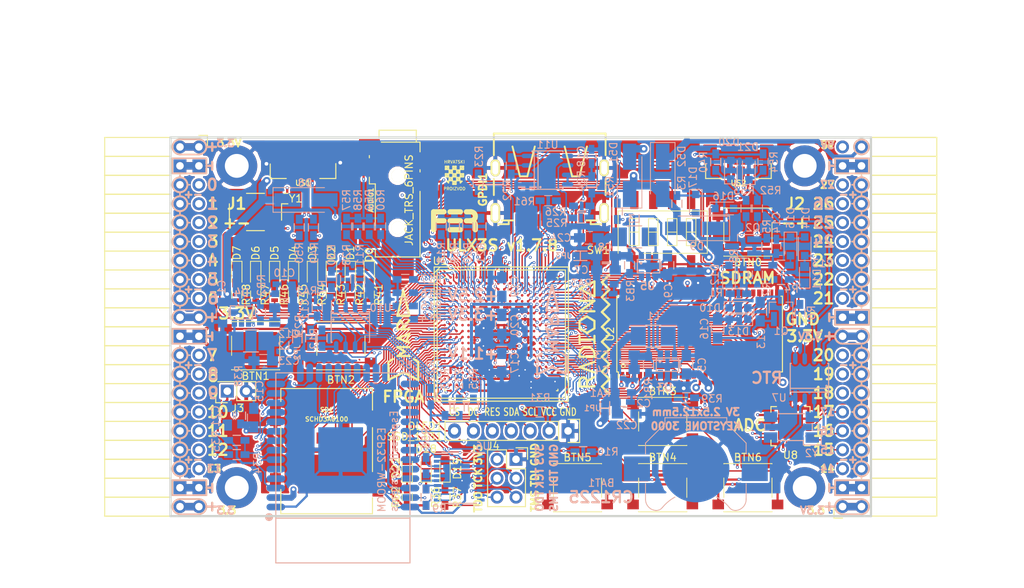
<source format=kicad_pcb>
(kicad_pcb (version 4) (host pcbnew 4.0.7+dfsg1-1)
  (layers (0 F.Cu signal) (1 In1.Cu signal) (2 In2.Cu signal) (31 B.Cu signal) (34 B.Paste user) (35 F.Paste user) (36 B.SilkS user) (37 F.SilkS user) (38 B.Mask user) (39 F.Mask user) (44 Edge.Cuts user))
  (net 0 "")
  (net 1 GND)
  (net 2 +5V)
  (net 3 /gpio/IN5V)
  (net 4 /gpio/OUT5V)
  (net 5 +3V3)
  (net 6 BTN_D)
  (net 7 BTN_F1)
  (net 8 BTN_F2)
  (net 9 BTN_L)
  (net 10 BTN_R)
  (net 11 BTN_U)
  (net 12 /power/FB1)
  (net 13 +2V5)
  (net 14 /power/PWREN)
  (net 15 /power/FB3)
  (net 16 /power/FB2)
  (net 17 "Net-(D9-Pad1)")
  (net 18 /power/VBAT)
  (net 19 JTAG_TDI)
  (net 20 JTAG_TCK)
  (net 21 JTAG_TMS)
  (net 22 JTAG_TDO)
  (net 23 /power/WAKEUPn)
  (net 24 /power/WKUP)
  (net 25 /power/SHUT)
  (net 26 /power/WAKE)
  (net 27 /power/HOLD)
  (net 28 /power/WKn)
  (net 29 /power/OSCI_32k)
  (net 30 /power/OSCO_32k)
  (net 31 "Net-(Q2-Pad3)")
  (net 32 SHUTDOWN)
  (net 33 /analog/AUDIO_L)
  (net 34 /analog/AUDIO_R)
  (net 35 GPDI_5V_SCL)
  (net 36 GPDI_5V_SDA)
  (net 37 GPDI_SDA)
  (net 38 GPDI_SCL)
  (net 39 /gpdi/VREF2)
  (net 40 SD_CMD)
  (net 41 SD_CLK)
  (net 42 SD_D0)
  (net 43 SD_D1)
  (net 44 USB5V)
  (net 45 GPDI_CEC)
  (net 46 nRESET)
  (net 47 FTDI_nDTR)
  (net 48 SDRAM_CKE)
  (net 49 SDRAM_A7)
  (net 50 SDRAM_D15)
  (net 51 SDRAM_BA1)
  (net 52 SDRAM_D7)
  (net 53 SDRAM_A6)
  (net 54 SDRAM_CLK)
  (net 55 SDRAM_D13)
  (net 56 SDRAM_BA0)
  (net 57 SDRAM_D6)
  (net 58 SDRAM_A5)
  (net 59 SDRAM_D14)
  (net 60 SDRAM_A11)
  (net 61 SDRAM_D12)
  (net 62 SDRAM_D5)
  (net 63 SDRAM_A4)
  (net 64 SDRAM_A10)
  (net 65 SDRAM_D11)
  (net 66 SDRAM_A3)
  (net 67 SDRAM_D4)
  (net 68 SDRAM_D10)
  (net 69 SDRAM_D9)
  (net 70 SDRAM_A9)
  (net 71 SDRAM_D3)
  (net 72 SDRAM_D8)
  (net 73 SDRAM_A8)
  (net 74 SDRAM_A2)
  (net 75 SDRAM_A1)
  (net 76 SDRAM_A0)
  (net 77 SDRAM_D2)
  (net 78 SDRAM_D1)
  (net 79 SDRAM_D0)
  (net 80 SDRAM_DQM0)
  (net 81 SDRAM_nCS)
  (net 82 SDRAM_nRAS)
  (net 83 SDRAM_DQM1)
  (net 84 SDRAM_nCAS)
  (net 85 SDRAM_nWE)
  (net 86 /flash/FLASH_nWP)
  (net 87 /flash/FLASH_nHOLD)
  (net 88 /flash/FLASH_MOSI)
  (net 89 /flash/FLASH_MISO)
  (net 90 /flash/FLASH_SCK)
  (net 91 /flash/FLASH_nCS)
  (net 92 /flash/FPGA_PROGRAMN)
  (net 93 /flash/FPGA_DONE)
  (net 94 /flash/FPGA_INITN)
  (net 95 OLED_RES)
  (net 96 OLED_DC)
  (net 97 OLED_CS)
  (net 98 WIFI_EN)
  (net 99 FTDI_nRTS)
  (net 100 FTDI_TXD)
  (net 101 FTDI_RXD)
  (net 102 WIFI_RXD)
  (net 103 WIFI_GPIO0)
  (net 104 WIFI_TXD)
  (net 105 GPDI_ETH-)
  (net 106 GPDI_ETH+)
  (net 107 GPDI_D2+)
  (net 108 GPDI_D2-)
  (net 109 GPDI_D1+)
  (net 110 GPDI_D1-)
  (net 111 GPDI_D0+)
  (net 112 GPDI_D0-)
  (net 113 GPDI_CLK+)
  (net 114 GPDI_CLK-)
  (net 115 USB_FTDI_D+)
  (net 116 USB_FTDI_D-)
  (net 117 SD_D3)
  (net 118 AUDIO_L3)
  (net 119 AUDIO_L2)
  (net 120 AUDIO_L1)
  (net 121 AUDIO_L0)
  (net 122 AUDIO_R3)
  (net 123 AUDIO_R2)
  (net 124 AUDIO_R1)
  (net 125 AUDIO_R0)
  (net 126 OLED_CLK)
  (net 127 OLED_MOSI)
  (net 128 LED0)
  (net 129 LED1)
  (net 130 LED2)
  (net 131 LED3)
  (net 132 LED4)
  (net 133 LED5)
  (net 134 LED6)
  (net 135 LED7)
  (net 136 BTN_PWRn)
  (net 137 FTDI_nTXLED)
  (net 138 FTDI_nSLEEP)
  (net 139 /blinkey/LED_PWREN)
  (net 140 /blinkey/LED_TXLED)
  (net 141 /sdcard/SD3V3)
  (net 142 SD_D2)
  (net 143 CLK_25MHz)
  (net 144 /blinkey/BTNPUL)
  (net 145 /blinkey/BTNPUR)
  (net 146 USB_FPGA_D+)
  (net 147 /power/FTDI_nSUSPEND)
  (net 148 /blinkey/ALED0)
  (net 149 /blinkey/ALED1)
  (net 150 /blinkey/ALED2)
  (net 151 /blinkey/ALED3)
  (net 152 /blinkey/ALED4)
  (net 153 /blinkey/ALED5)
  (net 154 /blinkey/ALED6)
  (net 155 /blinkey/ALED7)
  (net 156 /usb/FTD-)
  (net 157 /usb/FTD+)
  (net 158 ADC_MISO)
  (net 159 ADC_MOSI)
  (net 160 ADC_CSn)
  (net 161 ADC_SCLK)
  (net 162 SW3)
  (net 163 SW2)
  (net 164 SW1)
  (net 165 USB_FPGA_D-)
  (net 166 /usb/FPD+)
  (net 167 /usb/FPD-)
  (net 168 WIFI_GPIO16)
  (net 169 WIFI_GPIO15)
  (net 170 /usb/ANT_433MHz)
  (net 171 /power/PWRBTn)
  (net 172 PROG_DONE)
  (net 173 /power/P3V3)
  (net 174 /power/P2V5)
  (net 175 /power/L1)
  (net 176 /power/L3)
  (net 177 /power/L2)
  (net 178 FTDI_TXDEN)
  (net 179 SDRAM_A12)
  (net 180 /analog/AUDIO_V)
  (net 181 AUDIO_V3)
  (net 182 AUDIO_V2)
  (net 183 AUDIO_V1)
  (net 184 AUDIO_V0)
  (net 185 /gpdi/FPGA_CEC)
  (net 186 /blinkey/LED_WIFI)
  (net 187 WIFI_GPIO2)
  (net 188 /power/P1V1)
  (net 189 +1V1)
  (net 190 SW4)
  (net 191 /blinkey/SWPU)
  (net 192 /wifi/WIFIEN)
  (net 193 FT2V5)
  (net 194 GN0)
  (net 195 GP0)
  (net 196 GN1)
  (net 197 GP1)
  (net 198 GN2)
  (net 199 GP2)
  (net 200 GN3)
  (net 201 GP3)
  (net 202 GN4)
  (net 203 GP4)
  (net 204 GN5)
  (net 205 GP5)
  (net 206 GN6)
  (net 207 GP6)
  (net 208 GN14)
  (net 209 GP14)
  (net 210 GN15)
  (net 211 GP15)
  (net 212 GN16)
  (net 213 GP16)
  (net 214 GN17)
  (net 215 GP17)
  (net 216 GN18)
  (net 217 GP18)
  (net 218 GN19)
  (net 219 GP19)
  (net 220 GN20)
  (net 221 GP20)
  (net 222 GN21)
  (net 223 GP21)
  (net 224 GN22)
  (net 225 GP22)
  (net 226 GN23)
  (net 227 GP23)
  (net 228 GN24)
  (net 229 GP24)
  (net 230 GN25)
  (net 231 GP25)
  (net 232 GN26)
  (net 233 GP26)
  (net 234 GN27)
  (net 235 GP27)
  (net 236 GN7)
  (net 237 GP7)
  (net 238 GN8)
  (net 239 GP8)
  (net 240 GN9)
  (net 241 GP9)
  (net 242 GN10)
  (net 243 GP10)
  (net 244 GN11)
  (net 245 GP11)
  (net 246 GN12)
  (net 247 GP12)
  (net 248 GN13)
  (net 249 GP13)
  (module Socket_Strips:Socket_Strip_Angled_2x20 (layer F.Cu) (at 97.91 62.69 270)
    (fp_text reference J1 (at 7.62 -5.08 360) (layer F.SilkS) (effects (font (size 1.5 1.5) (thickness 0.3))))
    (fp_text value CONN_02X20 hide)
    (pad 1 thru_hole oval (at 0 0 270) (size 1.7272 1.7272) (drill 1.016) (layers *.Cu *.Mask) (net 5 +3V3))
    (pad 2 thru_hole oval (at 0 2.54 270) (size 1.7272 1.7272) (drill 1.016) (layers *.Cu *.Mask) (net 5 +3V3))
    (pad 3 thru_hole rect (at 2.54 0 270) (size 1.7272 1.7272) (drill 1.016) (layers *.Cu *.Mask) (net 1 GND))
    (pad 4 thru_hole rect (at 2.54 2.54 270) (size 1.7272 1.7272) (drill 1.016) (layers *.Cu *.Mask) (net 1 GND))
    (pad 5 thru_hole oval (at 5.08 0 270) (size 1.7272 1.7272) (drill 1.016) (layers *.Cu *.Mask) (net 194 GN0))
    (pad 6 thru_hole oval (at 5.08 2.54 270) (size 1.7272 1.7272) (drill 1.016) (layers *.Cu *.Mask) (net 195 GP0))
    (pad 7 thru_hole oval (at 7.62 0 270) (size 1.7272 1.7272) (drill 1.016) (layers *.Cu *.Mask) (net 196 GN1))
    (pad 8 thru_hole oval (at 7.62 2.54 270) (size 1.7272 1.7272) (drill 1.016) (layers *.Cu *.Mask) (net 197 GP1))
    (pad 9 thru_hole oval (at 10.16 0 270) (size 1.7272 1.7272) (drill 1.016) (layers *.Cu *.Mask) (net 198 GN2))
    (pad 10 thru_hole oval (at 10.16 2.54 270) (size 1.7272 1.7272) (drill 1.016) (layers *.Cu *.Mask) (net 199 GP2))
    (pad 11 thru_hole oval (at 12.7 0 270) (size 1.7272 1.7272) (drill 1.016) (layers *.Cu *.Mask) (net 200 GN3))
    (pad 12 thru_hole oval (at 12.7 2.54 270) (size 1.7272 1.7272) (drill 1.016) (layers *.Cu *.Mask) (net 201 GP3))
    (pad 13 thru_hole oval (at 15.24 0 270) (size 1.7272 1.7272) (drill 1.016) (layers *.Cu *.Mask) (net 202 GN4))
    (pad 14 thru_hole oval (at 15.24 2.54 270) (size 1.7272 1.7272) (drill 1.016) (layers *.Cu *.Mask) (net 203 GP4))
    (pad 15 thru_hole oval (at 17.78 0 270) (size 1.7272 1.7272) (drill 1.016) (layers *.Cu *.Mask) (net 204 GN5))
    (pad 16 thru_hole oval (at 17.78 2.54 270) (size 1.7272 1.7272) (drill 1.016) (layers *.Cu *.Mask) (net 205 GP5))
    (pad 17 thru_hole oval (at 20.32 0 270) (size 1.7272 1.7272) (drill 1.016) (layers *.Cu *.Mask) (net 206 GN6))
    (pad 18 thru_hole oval (at 20.32 2.54 270) (size 1.7272 1.7272) (drill 1.016) (layers *.Cu *.Mask) (net 207 GP6))
    (pad 19 thru_hole oval (at 22.86 0 270) (size 1.7272 1.7272) (drill 1.016) (layers *.Cu *.Mask) (net 5 +3V3))
    (pad 20 thru_hole oval (at 22.86 2.54 270) (size 1.7272 1.7272) (drill 1.016) (layers *.Cu *.Mask) (net 5 +3V3))
    (pad 21 thru_hole rect (at 25.4 0 270) (size 1.7272 1.7272) (drill 1.016) (layers *.Cu *.Mask) (net 1 GND))
    (pad 22 thru_hole rect (at 25.4 2.54 270) (size 1.7272 1.7272) (drill 1.016) (layers *.Cu *.Mask) (net 1 GND))
    (pad 23 thru_hole oval (at 27.94 0 270) (size 1.7272 1.7272) (drill 1.016) (layers *.Cu *.Mask) (net 236 GN7))
    (pad 24 thru_hole oval (at 27.94 2.54 270) (size 1.7272 1.7272) (drill 1.016) (layers *.Cu *.Mask) (net 237 GP7))
    (pad 25 thru_hole oval (at 30.48 0 270) (size 1.7272 1.7272) (drill 1.016) (layers *.Cu *.Mask) (net 238 GN8))
    (pad 26 thru_hole oval (at 30.48 2.54 270) (size 1.7272 1.7272) (drill 1.016) (layers *.Cu *.Mask) (net 239 GP8))
    (pad 27 thru_hole oval (at 33.02 0 270) (size 1.7272 1.7272) (drill 1.016) (layers *.Cu *.Mask) (net 240 GN9))
    (pad 28 thru_hole oval (at 33.02 2.54 270) (size 1.7272 1.7272) (drill 1.016) (layers *.Cu *.Mask) (net 241 GP9))
    (pad 29 thru_hole oval (at 35.56 0 270) (size 1.7272 1.7272) (drill 1.016) (layers *.Cu *.Mask) (net 242 GN10))
    (pad 30 thru_hole oval (at 35.56 2.54 270) (size 1.7272 1.7272) (drill 1.016) (layers *.Cu *.Mask) (net 243 GP10))
    (pad 31 thru_hole oval (at 38.1 0 270) (size 1.7272 1.7272) (drill 1.016) (layers *.Cu *.Mask) (net 244 GN11))
    (pad 32 thru_hole oval (at 38.1 2.54 270) (size 1.7272 1.7272) (drill 1.016) (layers *.Cu *.Mask) (net 245 GP11))
    (pad 33 thru_hole oval (at 40.64 0 270) (size 1.7272 1.7272) (drill 1.016) (layers *.Cu *.Mask) (net 246 GN12))
    (pad 34 thru_hole oval (at 40.64 2.54 270) (size 1.7272 1.7272) (drill 1.016) (layers *.Cu *.Mask) (net 247 GP12))
    (pad 35 thru_hole oval (at 43.18 0 270) (size 1.7272 1.7272) (drill 1.016) (layers *.Cu *.Mask) (net 248 GN13))
    (pad 36 thru_hole oval (at 43.18 2.54 270) (size 1.7272 1.7272) (drill 1.016) (layers *.Cu *.Mask) (net 249 GP13))
    (pad 37 thru_hole rect (at 45.72 0 270) (size 1.7272 1.7272) (drill 1.016) (layers *.Cu *.Mask) (net 1 GND))
    (pad 38 thru_hole rect (at 45.72 2.54 270) (size 1.7272 1.7272) (drill 1.016) (layers *.Cu *.Mask) (net 1 GND))
    (pad 39 thru_hole oval (at 48.26 0 270) (size 1.7272 1.7272) (drill 1.016) (layers *.Cu *.Mask) (net 5 +3V3))
    (pad 40 thru_hole oval (at 48.26 2.54 270) (size 1.7272 1.7272) (drill 1.016) (layers *.Cu *.Mask) (net 5 +3V3))
  )
  (module SMD_Packages:1Pin (layer F.Cu) (at 182.67515 111.637626)
    (fp_text reference AE1 hide)
    (fp_text value 433MHz hide)
    (pad 1 smd rect (at 0 0) (size 0.5 0.5) (layers B.Cu F.Paste F.Mask) (net 170 /usb/ANT_433MHz))
  )
  (module Resistors_SMD:R_0603_HandSoldering (layer B.Cu) (at 103.498 98.758 90)
    (fp_text reference R38 (at 5.334 -0.254 90) (layer B.SilkS) (effects (justify mirror)))
    (fp_text value 0.47)
    (pad 1 smd rect (at -1.1 0 90) (size 1.2 0.9) (layers B.Cu B.Paste B.Mask) (net 141 /sdcard/SD3V3))
    (pad 2 smd rect (at 1.1 0 90) (size 1.2 0.9) (layers B.Cu B.Paste B.Mask) (net 5 +3V3))
  )
  (module jumper:SOLDER-JUMPER_1-WAY (layer B.Cu) (at 152.393 97.742 270)
    (fp_text reference JP1 (at 0 1.778 360) (layer B.SilkS) (effects (font (size 0.762 0.762) (thickness 0.1524)) (justify mirror)))
    (fp_text value 1.2 hide)
    (pad 1 smd rect (at -0.6 0 270) (size 1 1) (layers B.Cu B.Paste B.Mask) (net 188 /power/P1V1))
    (pad 2 smd rect (at 0.6 0 270) (size 1 1) (layers B.Cu B.Paste B.Mask) (net 189 +1V1))
  )
  (module Diodes_SMD:D_SMA_Handsoldering (layer B.Cu) (at 155.695 66.5 90)
    (fp_text reference D51 (at 3.048 -2.159 90) (layer B.SilkS) (effects (justify mirror)))
    (fp_text value STPS2L30AF hide)
    (pad 1 smd rect (at -2.5 0 90) (size 3.5 1.8) (layers B.Cu B.Paste B.Mask) (net 2 +5V))
    (pad 2 smd rect (at 2.5 0 90) (size 3.5 1.8) (layers B.Cu B.Paste B.Mask) (net 3 /gpio/IN5V))
  )
  (module Resistors_SMD:R_0603_HandSoldering (layer B.Cu) (at 154.044 71.326 90)
    (fp_text reference R51 (at 3.302 -1.016 90) (layer B.SilkS) (effects (justify mirror)))
    (fp_text value 150)
    (pad 1 smd rect (at -1.1 0 90) (size 1.2 0.9) (layers B.Cu B.Paste B.Mask) (net 5 +3V3))
    (pad 2 smd rect (at 1.1 0 90) (size 1.2 0.9) (layers B.Cu B.Paste B.Mask) (net 191 /blinkey/SWPU))
  )
  (module Resistors_SMD:R_1210_HandSoldering (layer B.Cu) (at 158.87 88.09 180)
    (fp_text reference L1 (at 0 2.7 180) (layer B.SilkS) (effects (justify mirror)))
    (fp_text value 2.2uH)
    (pad 1 smd rect (at -2 0 180) (size 2 2.5) (layers B.Cu B.Paste B.Mask) (net 175 /power/L1))
    (pad 2 smd rect (at 2 0 180) (size 2 2.5) (layers B.Cu B.Paste B.Mask) (net 188 /power/P1V1))
  )
  (module TSOT-25:TSOT-25 (layer B.Cu) (at 160.775 91.9)
    (fp_text reference U3 (at -0.381 3.048) (layer B.SilkS) (effects (font (thickness 0.2)) (justify mirror)))
    (fp_text value DIO6015)
    (pad 1 smd rect (at -0.95 -1.3) (size 0.7 1.2) (layers B.Cu B.Paste B.Mask) (net 14 /power/PWREN))
    (pad 2 smd rect (at 0 -1.3) (size 0.7 1.2) (layers B.Cu B.Paste B.Mask) (net 1 GND))
    (pad 3 smd rect (at 0.95 -1.3) (size 0.7 1.2) (layers B.Cu B.Paste B.Mask) (net 175 /power/L1))
    (pad 4 smd rect (at 0.95 1.3) (size 0.7 1.2) (layers B.Cu B.Paste B.Mask) (net 2 +5V))
    (pad 5 smd rect (at -0.95 1.3) (size 0.7 1.2) (layers B.Cu B.Paste B.Mask) (net 12 /power/FB1))
  )
  (module Resistors_SMD:R_1210_HandSoldering (layer B.Cu) (at 104.895 88.725)
    (fp_text reference L2 (at 4.445 0.635) (layer B.SilkS) (effects (justify mirror)))
    (fp_text value 2.2uH)
    (pad 1 smd rect (at -2 0) (size 2 2.5) (layers B.Cu B.Paste B.Mask) (net 177 /power/L2))
    (pad 2 smd rect (at 2 0) (size 2 2.5) (layers B.Cu B.Paste B.Mask) (net 174 /power/P2V5))
  )
  (module TSOT-25:TSOT-25 (layer B.Cu) (at 103.625 84.915 180)
    (fp_text reference U4 (at 0 2.697 180) (layer B.SilkS) (effects (font (thickness 0.2)) (justify mirror)))
    (fp_text value LX7172)
    (pad 1 smd rect (at -0.95 -1.3 180) (size 0.7 1.2) (layers B.Cu B.Paste B.Mask) (net 14 /power/PWREN))
    (pad 2 smd rect (at 0 -1.3 180) (size 0.7 1.2) (layers B.Cu B.Paste B.Mask) (net 1 GND))
    (pad 3 smd rect (at 0.95 -1.3 180) (size 0.7 1.2) (layers B.Cu B.Paste B.Mask) (net 177 /power/L2))
    (pad 4 smd rect (at 0.95 1.3 180) (size 0.7 1.2) (layers B.Cu B.Paste B.Mask) (net 2 +5V))
    (pad 5 smd rect (at -0.95 1.3 180) (size 0.7 1.2) (layers B.Cu B.Paste B.Mask) (net 16 /power/FB2))
  )
  (module Resistors_SMD:R_1210_HandSoldering (layer B.Cu) (at 156.33 74.755 180)
    (fp_text reference L3 (at 0 2.413 180) (layer B.SilkS) (effects (justify mirror)))
    (fp_text value 2.2uH)
    (pad 1 smd rect (at -2 0 180) (size 2 2.5) (layers B.Cu B.Paste B.Mask) (net 176 /power/L3))
    (pad 2 smd rect (at 2 0 180) (size 2 2.5) (layers B.Cu B.Paste B.Mask) (net 173 /power/P3V3))
  )
  (module TSOT-25:TSOT-25 (layer B.Cu) (at 158.235 78.692)
    (fp_text reference U5 (at -0.127 2.667) (layer B.SilkS) (effects (font (thickness 0.2)) (justify mirror)))
    (fp_text value TLV62569DBV)
    (pad 1 smd rect (at -0.95 -1.3) (size 0.7 1.2) (layers B.Cu B.Paste B.Mask) (net 14 /power/PWREN))
    (pad 2 smd rect (at 0 -1.3) (size 0.7 1.2) (layers B.Cu B.Paste B.Mask) (net 1 GND))
    (pad 3 smd rect (at 0.95 -1.3) (size 0.7 1.2) (layers B.Cu B.Paste B.Mask) (net 176 /power/L3))
    (pad 4 smd rect (at 0.95 1.3) (size 0.7 1.2) (layers B.Cu B.Paste B.Mask) (net 2 +5V))
    (pad 5 smd rect (at -0.95 1.3) (size 0.7 1.2) (layers B.Cu B.Paste B.Mask) (net 15 /power/FB3))
  )
  (module Capacitors_SMD:C_0805_HandSoldering (layer B.Cu) (at 101.085 84.915 270)
    (fp_text reference C1 (at -3.429 0.127 270) (layer B.SilkS) (effects (justify mirror)))
    (fp_text value 22uF)
    (pad 1 smd rect (at -1.25 0 270) (size 1.5 1.25) (layers B.Cu B.Paste B.Mask) (net 2 +5V))
    (pad 2 smd rect (at 1.25 0 270) (size 1.5 1.25) (layers B.Cu B.Paste B.Mask) (net 1 GND))
  )
  (module Capacitors_SMD:C_0805_HandSoldering (layer B.Cu) (at 155.06 90.63)
    (fp_text reference C3 (at -3.048 0) (layer B.SilkS) (effects (justify mirror)))
    (fp_text value 22uF)
    (pad 1 smd rect (at -1.25 0) (size 1.5 1.25) (layers B.Cu B.Paste B.Mask) (net 188 /power/P1V1))
    (pad 2 smd rect (at 1.25 0) (size 1.5 1.25) (layers B.Cu B.Paste B.Mask) (net 1 GND))
  )
  (module Capacitors_SMD:C_0805_HandSoldering (layer B.Cu) (at 155.06 92.535)
    (fp_text reference C4 (at -3.048 0.127) (layer B.SilkS) (effects (justify mirror)))
    (fp_text value 22uF)
    (pad 1 smd rect (at -1.25 0) (size 1.5 1.25) (layers B.Cu B.Paste B.Mask) (net 188 /power/P1V1))
    (pad 2 smd rect (at 1.25 0) (size 1.5 1.25) (layers B.Cu B.Paste B.Mask) (net 1 GND))
  )
  (module Capacitors_SMD:C_0805_HandSoldering (layer B.Cu) (at 163.315 91.9 90)
    (fp_text reference C5 (at 0 2.1 90) (layer B.SilkS) (effects (justify mirror)))
    (fp_text value 22uF)
    (pad 1 smd rect (at -1.25 0 90) (size 1.5 1.25) (layers B.Cu B.Paste B.Mask) (net 2 +5V))
    (pad 2 smd rect (at 1.25 0 90) (size 1.5 1.25) (layers B.Cu B.Paste B.Mask) (net 1 GND))
  )
  (module Capacitors_SMD:C_0805_HandSoldering (layer B.Cu) (at 152.52 79.2)
    (fp_text reference C7 (at -3.302 0) (layer B.SilkS) (effects (justify mirror)))
    (fp_text value 22uF)
    (pad 1 smd rect (at -1.25 0) (size 1.5 1.25) (layers B.Cu B.Paste B.Mask) (net 173 /power/P3V3))
    (pad 2 smd rect (at 1.25 0) (size 1.5 1.25) (layers B.Cu B.Paste B.Mask) (net 1 GND))
  )
  (module Capacitors_SMD:C_0805_HandSoldering (layer B.Cu) (at 152.52 77.295)
    (fp_text reference C8 (at -0.127 -1.143) (layer B.SilkS) (effects (justify mirror)))
    (fp_text value 22uF)
    (pad 1 smd rect (at -1.25 0) (size 1.5 1.25) (layers B.Cu B.Paste B.Mask) (net 173 /power/P3V3))
    (pad 2 smd rect (at 1.25 0) (size 1.5 1.25) (layers B.Cu B.Paste B.Mask) (net 1 GND))
  )
  (module Capacitors_SMD:C_0805_HandSoldering (layer B.Cu) (at 160.775 78.565 90)
    (fp_text reference C9 (at -3.429 0.127 90) (layer B.SilkS) (effects (justify mirror)))
    (fp_text value 22uF)
    (pad 1 smd rect (at -1.25 0 90) (size 1.5 1.25) (layers B.Cu B.Paste B.Mask) (net 2 +5V))
    (pad 2 smd rect (at 1.25 0 90) (size 1.5 1.25) (layers B.Cu B.Paste B.Mask) (net 1 GND))
  )
  (module Capacitors_SMD:C_0805_HandSoldering (layer B.Cu) (at 109.34 84.28 180)
    (fp_text reference C11 (at -2.794 -0.254 270) (layer B.SilkS) (effects (justify mirror)))
    (fp_text value 22uF)
    (pad 1 smd rect (at -1.25 0 180) (size 1.5 1.25) (layers B.Cu B.Paste B.Mask) (net 174 /power/P2V5))
    (pad 2 smd rect (at 1.25 0 180) (size 1.5 1.25) (layers B.Cu B.Paste B.Mask) (net 1 GND))
  )
  (module Capacitors_SMD:C_0805_HandSoldering (layer B.Cu) (at 109.34 86.185 180)
    (fp_text reference C12 (at -0.635 -1.615 360) (layer B.SilkS) (effects (justify mirror)))
    (fp_text value 22uF)
    (pad 1 smd rect (at -1.25 0 180) (size 1.5 1.25) (layers B.Cu B.Paste B.Mask) (net 174 /power/P2V5))
    (pad 2 smd rect (at 1.25 0 180) (size 1.5 1.25) (layers B.Cu B.Paste B.Mask) (net 1 GND))
  )
  (module Capacitors_SMD:C_0805_HandSoldering (layer B.Cu) (at 173.221 84.788 90)
    (fp_text reference C13 (at -3.556 0.127 90) (layer B.SilkS) (effects (justify mirror)))
    (fp_text value 2.2uF)
    (pad 1 smd rect (at -1.25 0 90) (size 1.5 1.25) (layers B.Cu B.Paste B.Mask) (net 2 +5V))
    (pad 2 smd rect (at 1.25 0 90) (size 1.5 1.25) (layers B.Cu B.Paste B.Mask) (net 24 /power/WKUP))
  )
  (module TO_SOT_Packages_SMD:SOT-23_Handsoldering (layer B.Cu) (at 176.015 84.28 90)
    (fp_text reference Q1 (at -3.1115 0 180) (layer B.SilkS) (effects (justify mirror)))
    (fp_text value BC857)
    (pad 1 smd rect (at -1.5 0.95 90) (size 1.9 0.8) (layers B.Cu B.Paste B.Mask) (net 28 /power/WKn))
    (pad 2 smd rect (at -1.5 -0.95 90) (size 1.9 0.8) (layers B.Cu B.Paste B.Mask) (net 2 +5V))
    (pad 3 smd rect (at 1.5 0 90) (size 1.9 0.8) (layers B.Cu B.Paste B.Mask) (net 24 /power/WKUP))
  )
  (module TO_SOT_Packages_SMD:SOT-23_Handsoldering (layer B.Cu) (at 170.935 76.025 180)
    (fp_text reference Q2 (at -1.295 2.5 180) (layer B.SilkS) (effects (justify mirror)))
    (fp_text value 2N7002)
    (pad 1 smd rect (at -1.5 0.95 180) (size 1.9 0.8) (layers B.Cu B.Paste B.Mask) (net 25 /power/SHUT))
    (pad 2 smd rect (at -1.5 -0.95 180) (size 1.9 0.8) (layers B.Cu B.Paste B.Mask) (net 1 GND))
    (pad 3 smd rect (at 1.5 0 180) (size 1.9 0.8) (layers B.Cu B.Paste B.Mask) (net 31 "Net-(Q2-Pad3)"))
  )
  (module Capacitors_SMD:C_0603_HandSoldering (layer B.Cu) (at 154.86 96.91)
    (fp_text reference C2 (at 2.74 0.197) (layer B.SilkS) (effects (justify mirror)))
    (fp_text value 470pF)
    (pad 1 smd rect (at -0.95 0) (size 1.2 0.75) (layers B.Cu B.Paste B.Mask) (net 188 /power/P1V1))
    (pad 2 smd rect (at 0.95 0) (size 1.2 0.75) (layers B.Cu B.Paste B.Mask) (net 12 /power/FB1))
  )
  (module Capacitors_SMD:C_0603_HandSoldering (layer B.Cu) (at 152.52 82.375)
    (fp_text reference C6 (at -2.794 0.127) (layer B.SilkS) (effects (justify mirror)))
    (fp_text value 470pF)
    (pad 1 smd rect (at -0.95 0) (size 1.2 0.75) (layers B.Cu B.Paste B.Mask) (net 173 /power/P3V3))
    (pad 2 smd rect (at 0.95 0) (size 1.2 0.75) (layers B.Cu B.Paste B.Mask) (net 15 /power/FB3))
  )
  (module Capacitors_SMD:C_0603_HandSoldering (layer B.Cu) (at 109.34 81.105 180)
    (fp_text reference C10 (at -0.04 1.505 180) (layer B.SilkS) (effects (justify mirror)))
    (fp_text value 470pF)
    (pad 1 smd rect (at -0.95 0 180) (size 1.2 0.75) (layers B.Cu B.Paste B.Mask) (net 174 /power/P2V5))
    (pad 2 smd rect (at 0.95 0 180) (size 1.2 0.75) (layers B.Cu B.Paste B.Mask) (net 16 /power/FB2))
  )
  (module Capacitors_SMD:C_0603_HandSoldering (layer B.Cu) (at 175.38 76.025 270)
    (fp_text reference C14 (at -3.175 0 270) (layer B.SilkS) (effects (justify mirror)))
    (fp_text value 100nF)
    (pad 1 smd rect (at -0.95 0 270) (size 1.2 0.75) (layers B.Cu B.Paste B.Mask) (net 25 /power/SHUT))
    (pad 2 smd rect (at 0.95 0 270) (size 1.2 0.75) (layers B.Cu B.Paste B.Mask) (net 1 GND))
  )
  (module Resistors_SMD:R_0603_HandSoldering (layer B.Cu) (at 170.3 82.375)
    (fp_text reference R1 (at -3.048 -0.127) (layer B.SilkS) (effects (justify mirror)))
    (fp_text value 15k)
    (pad 1 smd rect (at -1.1 0) (size 1.2 0.9) (layers B.Cu B.Paste B.Mask) (net 26 /power/WAKE))
    (pad 2 smd rect (at 1.1 0) (size 1.2 0.9) (layers B.Cu B.Paste B.Mask) (net 14 /power/PWREN))
  )
  (module Resistors_SMD:R_0603_HandSoldering (layer B.Cu) (at 172.84 79.835 90)
    (fp_text reference R2 (at -1.905 1.27 90) (layer B.SilkS) (effects (justify mirror)))
    (fp_text value 47k)
    (pad 1 smd rect (at -1.1 0 90) (size 1.2 0.9) (layers B.Cu B.Paste B.Mask) (net 14 /power/PWREN))
    (pad 2 smd rect (at 1.1 0 90) (size 1.2 0.9) (layers B.Cu B.Paste B.Mask) (net 1 GND))
  )
  (module Resistors_SMD:R_0603_HandSoldering (layer B.Cu) (at 176.015 80.47 180)
    (fp_text reference R4 (at -1.397 -1.27 360) (layer B.SilkS) (effects (justify mirror)))
    (fp_text value 4.7k)
    (pad 1 smd rect (at -1.1 0 180) (size 1.2 0.9) (layers B.Cu B.Paste B.Mask) (net 27 /power/HOLD))
    (pad 2 smd rect (at 1.1 0 180) (size 1.2 0.9) (layers B.Cu B.Paste B.Mask) (net 14 /power/PWREN))
  )
  (module Resistors_SMD:R_0603_HandSoldering (layer B.Cu) (at 174.11 76.025 270)
    (fp_text reference R5 (at -2.667 0 270) (layer B.SilkS) (effects (justify mirror)))
    (fp_text value 4.7M)
    (pad 1 smd rect (at -1.1 0 270) (size 1.2 0.9) (layers B.Cu B.Paste B.Mask) (net 25 /power/SHUT))
    (pad 2 smd rect (at 1.1 0 270) (size 1.2 0.9) (layers B.Cu B.Paste B.Mask) (net 1 GND))
  )
  (module Resistors_SMD:R_0603_HandSoldering (layer B.Cu) (at 178.555 84.915 270)
    (fp_text reference R6 (at 0 -1.524 270) (layer B.SilkS) (effects (justify mirror)))
    (fp_text value 1k)
    (pad 1 smd rect (at -1.1 0 270) (size 1.2 0.9) (layers B.Cu B.Paste B.Mask) (net 28 /power/WKn))
    (pad 2 smd rect (at 1.1 0 270) (size 1.2 0.9) (layers B.Cu B.Paste B.Mask) (net 23 /power/WAKEUPn))
  )
  (module Resistors_SMD:R_0603_HandSoldering (layer B.Cu) (at 113.785 84.28 270)
    (fp_text reference R7 (at -2.794 -0.635 270) (layer B.SilkS) (effects (justify mirror)))
    (fp_text value 150)
    (pad 1 smd rect (at -1.1 0 270) (size 1.2 0.9) (layers B.Cu B.Paste B.Mask) (net 5 +3V3))
    (pad 2 smd rect (at 1.1 0 270) (size 1.2 0.9) (layers B.Cu B.Paste B.Mask) (net 144 /blinkey/BTNPUL))
  )
  (module Resistors_SMD:R_0603_HandSoldering (layer B.Cu) (at 170.935 79.835 90)
    (fp_text reference R8 (at 2.54 -1.27 90) (layer B.SilkS) (effects (justify mirror)))
    (fp_text value 1k)
    (pad 1 smd rect (at -1.1 0 90) (size 1.2 0.9) (layers B.Cu B.Paste B.Mask) (net 14 /power/PWREN))
    (pad 2 smd rect (at 1.1 0 90) (size 1.2 0.9) (layers B.Cu B.Paste B.Mask) (net 31 "Net-(Q2-Pad3)"))
  )
  (module Resistors_SMD:R_0603_HandSoldering (layer B.Cu) (at 128.39 109.68 270)
    (fp_text reference R9 (at 1.524 -1.778 360) (layer B.SilkS) (effects (justify mirror)))
    (fp_text value 15k)
    (pad 1 smd rect (at -1.1 0 270) (size 1.2 0.9) (layers B.Cu B.Paste B.Mask) (net 46 nRESET))
    (pad 2 smd rect (at 1.1 0 270) (size 1.2 0.9) (layers B.Cu B.Paste B.Mask) (net 193 FT2V5))
  )
  (module Resistors_SMD:R_0603_HandSoldering (layer B.Cu) (at 149.472 103.584 180)
    (fp_text reference R10 (at -3.302 0 180) (layer B.SilkS) (effects (justify mirror)))
    (fp_text value 150)
    (pad 1 smd rect (at -1.1 0 180) (size 1.2 0.9) (layers B.Cu B.Paste B.Mask) (net 147 /power/FTDI_nSUSPEND))
    (pad 2 smd rect (at 1.1 0 180) (size 1.2 0.9) (layers B.Cu B.Paste B.Mask) (net 138 FTDI_nSLEEP))
  )
  (module Resistors_SMD:R_0603_HandSoldering (layer B.Cu) (at 176.015 78.565 180)
    (fp_text reference R13 (at -5.588 0.254 180) (layer B.SilkS) (effects (justify mirror)))
    (fp_text value 15k)
    (pad 1 smd rect (at -1.1 0 180) (size 1.2 0.9) (layers B.Cu B.Paste B.Mask) (net 32 SHUTDOWN))
    (pad 2 smd rect (at 1.1 0 180) (size 1.2 0.9) (layers B.Cu B.Paste B.Mask) (net 1 GND))
  )
  (module Resistors_SMD:R_0603_HandSoldering (layer B.Cu) (at 154.86 95.64)
    (fp_text reference RA1 (at -3.102 0.07) (layer B.SilkS) (effects (justify mirror)))
    (fp_text value 15k)
    (pad 1 smd rect (at -1.1 0) (size 1.2 0.9) (layers B.Cu B.Paste B.Mask) (net 188 /power/P1V1))
    (pad 2 smd rect (at 1.1 0) (size 1.2 0.9) (layers B.Cu B.Paste B.Mask) (net 12 /power/FB1))
  )
  (module Resistors_SMD:R_0603_HandSoldering (layer B.Cu) (at 109.34 82.375 180)
    (fp_text reference RA2 (at -3.048 0.381 360) (layer B.SilkS) (effects (justify mirror)))
    (fp_text value 15k)
    (pad 1 smd rect (at -1.1 0 180) (size 1.2 0.9) (layers B.Cu B.Paste B.Mask) (net 174 /power/P2V5))
    (pad 2 smd rect (at 1.1 0 180) (size 1.2 0.9) (layers B.Cu B.Paste B.Mask) (net 16 /power/FB2))
  )
  (module Resistors_SMD:R_0603_HandSoldering (layer B.Cu) (at 152.52 81.105)
    (fp_text reference RA3 (at -3.302 -0.127) (layer B.SilkS) (effects (justify mirror)))
    (fp_text value 15k)
    (pad 1 smd rect (at -1.1 0) (size 1.2 0.9) (layers B.Cu B.Paste B.Mask) (net 173 /power/P3V3))
    (pad 2 smd rect (at 1.1 0) (size 1.2 0.9) (layers B.Cu B.Paste B.Mask) (net 15 /power/FB3))
  )
  (module Resistors_SMD:R_0603_HandSoldering (layer B.Cu) (at 158.235 91.9 270)
    (fp_text reference RB1 (at 3.302 0 270) (layer B.SilkS) (effects (justify mirror)))
    (fp_text value 18k)
    (pad 1 smd rect (at -1.1 0 270) (size 1.2 0.9) (layers B.Cu B.Paste B.Mask) (net 1 GND))
    (pad 2 smd rect (at 1.1 0 270) (size 1.2 0.9) (layers B.Cu B.Paste B.Mask) (net 12 /power/FB1))
  )
  (module Resistors_SMD:R_0603_HandSoldering (layer B.Cu) (at 106.165 84.915 90)
    (fp_text reference RB2 (at 3.683 0.127 90) (layer B.SilkS) (effects (justify mirror)))
    (fp_text value 4.7k)
    (pad 1 smd rect (at -1.1 0 90) (size 1.2 0.9) (layers B.Cu B.Paste B.Mask) (net 1 GND))
    (pad 2 smd rect (at 1.1 0 90) (size 1.2 0.9) (layers B.Cu B.Paste B.Mask) (net 16 /power/FB2))
  )
  (module Resistors_SMD:R_0603_HandSoldering (layer B.Cu) (at 155.695 78.565 270)
    (fp_text reference RB3 (at 3.429 -0.127 270) (layer B.SilkS) (effects (justify mirror)))
    (fp_text value 3.3k)
    (pad 1 smd rect (at -1.1 0 270) (size 1.2 0.9) (layers B.Cu B.Paste B.Mask) (net 1 GND))
    (pad 2 smd rect (at 1.1 0 270) (size 1.2 0.9) (layers B.Cu B.Paste B.Mask) (net 15 /power/FB3))
  )
  (module Resistors_SMD:R_0603_HandSoldering (layer B.Cu) (at 125.596 85.804 180)
    (fp_text reference R14 (at -3.47 0.127 180) (layer B.SilkS) (effects (justify mirror)))
    (fp_text value 1.2k)
    (pad 1 smd rect (at -1.1 0 180) (size 1.2 0.9) (layers B.Cu B.Paste B.Mask) (net 121 AUDIO_L0))
    (pad 2 smd rect (at 1.1 0 180) (size 1.2 0.9) (layers B.Cu B.Paste B.Mask) (net 33 /analog/AUDIO_L))
  )
  (module Resistors_SMD:R_0603_HandSoldering (layer B.Cu) (at 125.596 84.026 180)
    (fp_text reference R15 (at -3.47 -0.001 180) (layer B.SilkS) (effects (justify mirror)))
    (fp_text value 680)
    (pad 1 smd rect (at -1.1 0 180) (size 1.2 0.9) (layers B.Cu B.Paste B.Mask) (net 120 AUDIO_L1))
    (pad 2 smd rect (at 1.1 0 180) (size 1.2 0.9) (layers B.Cu B.Paste B.Mask) (net 33 /analog/AUDIO_L))
  )
  (module Resistors_SMD:R_0603_HandSoldering (layer B.Cu) (at 125.596 82.248 180)
    (fp_text reference R16 (at -3.47 -0.127 180) (layer B.SilkS) (effects (justify mirror)))
    (fp_text value 330)
    (pad 1 smd rect (at -1.1 0 180) (size 1.2 0.9) (layers B.Cu B.Paste B.Mask) (net 119 AUDIO_L2))
    (pad 2 smd rect (at 1.1 0 180) (size 1.2 0.9) (layers B.Cu B.Paste B.Mask) (net 33 /analog/AUDIO_L))
  )
  (module Resistors_SMD:R_0603_HandSoldering (layer B.Cu) (at 125.596 80.47 180)
    (fp_text reference R17 (at -3.47 0 180) (layer B.SilkS) (effects (justify mirror)))
    (fp_text value 150)
    (pad 1 smd rect (at -1.1 0 180) (size 1.2 0.9) (layers B.Cu B.Paste B.Mask) (net 118 AUDIO_L3))
    (pad 2 smd rect (at 1.1 0 180) (size 1.2 0.9) (layers B.Cu B.Paste B.Mask) (net 33 /analog/AUDIO_L))
  )
  (module Resistors_SMD:R_0603_HandSoldering (layer B.Cu) (at 130.422 73.358 90)
    (fp_text reference R18 (at -3.556 0 90) (layer B.SilkS) (effects (justify mirror)))
    (fp_text value 1.2k)
    (pad 1 smd rect (at -1.1 0 90) (size 1.2 0.9) (layers B.Cu B.Paste B.Mask) (net 125 AUDIO_R0))
    (pad 2 smd rect (at 1.1 0 90) (size 1.2 0.9) (layers B.Cu B.Paste B.Mask) (net 34 /analog/AUDIO_R))
  )
  (module Resistors_SMD:R_0603_HandSoldering (layer B.Cu) (at 132.2 73.358 90)
    (fp_text reference R19 (at -3.556 0 90) (layer B.SilkS) (effects (justify mirror)))
    (fp_text value 680)
    (pad 1 smd rect (at -1.1 0 90) (size 1.2 0.9) (layers B.Cu B.Paste B.Mask) (net 124 AUDIO_R1))
    (pad 2 smd rect (at 1.1 0 90) (size 1.2 0.9) (layers B.Cu B.Paste B.Mask) (net 34 /analog/AUDIO_R))
  )
  (module Resistors_SMD:R_0603_HandSoldering (layer B.Cu) (at 133.978 73.358 90)
    (fp_text reference R20 (at -3.556 0 90) (layer B.SilkS) (effects (justify mirror)))
    (fp_text value 330)
    (pad 1 smd rect (at -1.1 0 90) (size 1.2 0.9) (layers B.Cu B.Paste B.Mask) (net 123 AUDIO_R2))
    (pad 2 smd rect (at 1.1 0 90) (size 1.2 0.9) (layers B.Cu B.Paste B.Mask) (net 34 /analog/AUDIO_R))
  )
  (module Resistors_SMD:R_0603_HandSoldering (layer B.Cu) (at 135.756 73.358 90)
    (fp_text reference R21 (at -3.556 0 90) (layer B.SilkS) (effects (justify mirror)))
    (fp_text value 150)
    (pad 1 smd rect (at -1.1 0 90) (size 1.2 0.9) (layers B.Cu B.Paste B.Mask) (net 122 AUDIO_R3))
    (pad 2 smd rect (at 1.1 0 90) (size 1.2 0.9) (layers B.Cu B.Paste B.Mask) (net 34 /analog/AUDIO_R))
  )
  (module Capacitors_SMD:C_0603_HandSoldering (layer B.Cu) (at 150.5896 63.96 90)
    (fp_text reference C18 (at 0 -1.3716 90) (layer B.SilkS) (effects (justify mirror)))
    (fp_text value 470pF)
    (pad 1 smd rect (at -0.95 0 90) (size 1.2 0.75) (layers B.Cu B.Paste B.Mask) (net 39 /gpdi/VREF2))
    (pad 2 smd rect (at 0.95 0 90) (size 1.2 0.75) (layers B.Cu B.Paste B.Mask) (net 1 GND))
  )
  (module Socket_Strips:Socket_Strip_Angled_2x20 (layer F.Cu) (at 184.27 110.95 90)
    (fp_text reference J2 (at 40.64 -6.35 180) (layer F.SilkS) (effects (font (size 1.5 1.5) (thickness 0.3))))
    (fp_text value CONN_02X20 hide)
    (pad 1 thru_hole oval (at 0 0 90) (size 1.7272 1.7272) (drill 1.016) (layers *.Cu *.Mask) (net 5 +3V3))
    (pad 2 thru_hole oval (at 0 2.54 90) (size 1.7272 1.7272) (drill 1.016) (layers *.Cu *.Mask) (net 5 +3V3))
    (pad 3 thru_hole rect (at 2.54 0 90) (size 1.7272 1.7272) (drill 1.016) (layers *.Cu *.Mask) (net 1 GND))
    (pad 4 thru_hole rect (at 2.54 2.54 90) (size 1.7272 1.7272) (drill 1.016) (layers *.Cu *.Mask) (net 1 GND))
    (pad 5 thru_hole oval (at 5.08 0 90) (size 1.7272 1.7272) (drill 1.016) (layers *.Cu *.Mask) (net 208 GN14))
    (pad 6 thru_hole oval (at 5.08 2.54 90) (size 1.7272 1.7272) (drill 1.016) (layers *.Cu *.Mask) (net 209 GP14))
    (pad 7 thru_hole oval (at 7.62 0 90) (size 1.7272 1.7272) (drill 1.016) (layers *.Cu *.Mask) (net 210 GN15))
    (pad 8 thru_hole oval (at 7.62 2.54 90) (size 1.7272 1.7272) (drill 1.016) (layers *.Cu *.Mask) (net 211 GP15))
    (pad 9 thru_hole oval (at 10.16 0 90) (size 1.7272 1.7272) (drill 1.016) (layers *.Cu *.Mask) (net 212 GN16))
    (pad 10 thru_hole oval (at 10.16 2.54 90) (size 1.7272 1.7272) (drill 1.016) (layers *.Cu *.Mask) (net 213 GP16))
    (pad 11 thru_hole oval (at 12.7 0 90) (size 1.7272 1.7272) (drill 1.016) (layers *.Cu *.Mask) (net 214 GN17))
    (pad 12 thru_hole oval (at 12.7 2.54 90) (size 1.7272 1.7272) (drill 1.016) (layers *.Cu *.Mask) (net 215 GP17))
    (pad 13 thru_hole oval (at 15.24 0 90) (size 1.7272 1.7272) (drill 1.016) (layers *.Cu *.Mask) (net 216 GN18))
    (pad 14 thru_hole oval (at 15.24 2.54 90) (size 1.7272 1.7272) (drill 1.016) (layers *.Cu *.Mask) (net 217 GP18))
    (pad 15 thru_hole oval (at 17.78 0 90) (size 1.7272 1.7272) (drill 1.016) (layers *.Cu *.Mask) (net 218 GN19))
    (pad 16 thru_hole oval (at 17.78 2.54 90) (size 1.7272 1.7272) (drill 1.016) (layers *.Cu *.Mask) (net 219 GP19))
    (pad 17 thru_hole oval (at 20.32 0 90) (size 1.7272 1.7272) (drill 1.016) (layers *.Cu *.Mask) (net 220 GN20))
    (pad 18 thru_hole oval (at 20.32 2.54 90) (size 1.7272 1.7272) (drill 1.016) (layers *.Cu *.Mask) (net 221 GP20))
    (pad 19 thru_hole oval (at 22.86 0 90) (size 1.7272 1.7272) (drill 1.016) (layers *.Cu *.Mask) (net 5 +3V3))
    (pad 20 thru_hole oval (at 22.86 2.54 90) (size 1.7272 1.7272) (drill 1.016) (layers *.Cu *.Mask) (net 5 +3V3))
    (pad 21 thru_hole rect (at 25.4 0 90) (size 1.7272 1.7272) (drill 1.016) (layers *.Cu *.Mask) (net 1 GND))
    (pad 22 thru_hole rect (at 25.4 2.54 90) (size 1.7272 1.7272) (drill 1.016) (layers *.Cu *.Mask) (net 1 GND))
    (pad 23 thru_hole oval (at 27.94 0 90) (size 1.7272 1.7272) (drill 1.016) (layers *.Cu *.Mask) (net 222 GN21))
    (pad 24 thru_hole oval (at 27.94 2.54 90) (size 1.7272 1.7272) (drill 1.016) (layers *.Cu *.Mask) (net 223 GP21))
    (pad 25 thru_hole oval (at 30.48 0 90) (size 1.7272 1.7272) (drill 1.016) (layers *.Cu *.Mask) (net 224 GN22))
    (pad 26 thru_hole oval (at 30.48 2.54 90) (size 1.7272 1.7272) (drill 1.016) (layers *.Cu *.Mask) (net 225 GP22))
    (pad 27 thru_hole oval (at 33.02 0 90) (size 1.7272 1.7272) (drill 1.016) (layers *.Cu *.Mask) (net 226 GN23))
    (pad 28 thru_hole oval (at 33.02 2.54 90) (size 1.7272 1.7272) (drill 1.016) (layers *.Cu *.Mask) (net 227 GP23))
    (pad 29 thru_hole oval (at 35.56 0 90) (size 1.7272 1.7272) (drill 1.016) (layers *.Cu *.Mask) (net 228 GN24))
    (pad 30 thru_hole oval (at 35.56 2.54 90) (size 1.7272 1.7272) (drill 1.016) (layers *.Cu *.Mask) (net 229 GP24))
    (pad 31 thru_hole oval (at 38.1 0 90) (size 1.7272 1.7272) (drill 1.016) (layers *.Cu *.Mask) (net 230 GN25))
    (pad 32 thru_hole oval (at 38.1 2.54 90) (size 1.7272 1.7272) (drill 1.016) (layers *.Cu *.Mask) (net 231 GP25))
    (pad 33 thru_hole oval (at 40.64 0 90) (size 1.7272 1.7272) (drill 1.016) (layers *.Cu *.Mask) (net 232 GN26))
    (pad 34 thru_hole oval (at 40.64 2.54 90) (size 1.7272 1.7272) (drill 1.016) (layers *.Cu *.Mask) (net 233 GP26))
    (pad 35 thru_hole oval (at 43.18 0 90) (size 1.7272 1.7272) (drill 1.016) (layers *.Cu *.Mask) (net 234 GN27))
    (pad 36 thru_hole oval (at 43.18 2.54 90) (size 1.7272 1.7272) (drill 1.016) (layers *.Cu *.Mask) (net 235 GP27))
    (pad 37 thru_hole rect (at 45.72 0 90) (size 1.7272 1.7272) (drill 1.016) (layers *.Cu *.Mask) (net 1 GND))
    (pad 38 thru_hole rect (at 45.72 2.54 90) (size 1.7272 1.7272) (drill 1.016) (layers *.Cu *.Mask) (net 1 GND))
    (pad 39 thru_hole oval (at 48.26 0 90) (size 1.7272 1.7272) (drill 1.016) (layers *.Cu *.Mask) (net 3 /gpio/IN5V))
    (pad 40 thru_hole oval (at 48.26 2.54 90) (size 1.7272 1.7272) (drill 1.016) (layers *.Cu *.Mask) (net 4 /gpio/OUT5V))
  )
  (module Mounting_Holes:MountingHole_3.2mm_M3_ISO14580_Pad (layer F.Cu) (at 102.99 108.41)
    (fp_text reference H1 hide)
    (fp_text value HOLE hide)
    (pad 1 thru_hole circle (at 0 0) (size 5.5 5.5) (drill 3.2) (layers *.Cu *.Mask) (net 1 GND))
  )
  (module Mounting_Holes:MountingHole_3.2mm_M3_ISO14580_Pad (layer F.Cu) (at 179.19 108.41)
    (fp_text reference H2 hide)
    (fp_text value HOLE hide)
    (pad 1 thru_hole circle (at 0 0) (size 5.5 5.5) (drill 3.2) (layers *.Cu *.Mask) (net 1 GND))
  )
  (module Mounting_Holes:MountingHole_3.2mm_M3_ISO14580_Pad (layer F.Cu) (at 179.19 65.23)
    (fp_text reference H3 hide)
    (fp_text value HOLE hide)
    (pad 1 thru_hole circle (at 0 0) (size 5.5 5.5) (drill 3.2) (layers *.Cu *.Mask) (net 1 GND))
  )
  (module Mounting_Holes:MountingHole_3.2mm_M3_ISO14580_Pad (layer F.Cu) (at 102.99 65.23)
    (fp_text reference H4 hide)
    (fp_text value HOLE hide)
    (pad 1 thru_hole circle (at 0 0) (size 5.5 5.5) (drill 3.2) (layers *.Cu *.Mask) (net 1 GND))
  )
  (module Resistors_SMD:R_0603_HandSoldering (layer B.Cu) (at 162.045 70.31 90)
    (fp_text reference R3 (at 2.794 0.635 90) (layer B.SilkS) (effects (justify mirror)))
    (fp_text value 4.7k)
    (pad 1 smd rect (at -1.1 0 90) (size 1.2 0.9) (layers B.Cu B.Paste B.Mask) (net 2 +5V))
    (pad 2 smd rect (at 1.1 0 90) (size 1.2 0.9) (layers B.Cu B.Paste B.Mask) (net 171 /power/PWRBTn))
  )
  (module Resistors_SMD:R_0603_HandSoldering (layer B.Cu) (at 139.82 65.23 90)
    (fp_text reference R22 (at -3.27 -0.54 90) (layer B.SilkS) (effects (justify mirror)))
    (fp_text value 2.2k)
    (pad 1 smd rect (at -1.1 0 90) (size 1.2 0.9) (layers B.Cu B.Paste B.Mask) (net 5 +3V3))
    (pad 2 smd rect (at 1.1 0 90) (size 1.2 0.9) (layers B.Cu B.Paste B.Mask) (net 37 GPDI_SDA))
  )
  (module Resistors_SMD:R_0603_HandSoldering (layer B.Cu) (at 135.375 67.432 90)
    (fp_text reference R23 (at 3.472 0.127 90) (layer B.SilkS) (effects (justify mirror)))
    (fp_text value 2.2k)
    (pad 1 smd rect (at -1.1 0 90) (size 1.2 0.9) (layers B.Cu B.Paste B.Mask) (net 5 +3V3))
    (pad 2 smd rect (at 1.1 0 90) (size 1.2 0.9) (layers B.Cu B.Paste B.Mask) (net 38 GPDI_SCL))
  )
  (module Resistors_SMD:R_0603_HandSoldering (layer B.Cu) (at 150.615 67.77 90)
    (fp_text reference R24 (at 0.508 -1.397 90) (layer B.SilkS) (effects (justify mirror)))
    (fp_text value 100k)
    (pad 1 smd rect (at -1.1 0 90) (size 1.2 0.9) (layers B.Cu B.Paste B.Mask) (net 2 +5V))
    (pad 2 smd rect (at 1.1 0 90) (size 1.2 0.9) (layers B.Cu B.Paste B.Mask) (net 39 /gpdi/VREF2))
  )
  (module Resistors_SMD:R_0603_HandSoldering (layer B.Cu) (at 149.175 72.215 180)
    (fp_text reference R25 (at 3.259 -0.685 180) (layer B.SilkS) (effects (justify mirror)))
    (fp_text value 4.7k)
    (pad 1 smd rect (at -1.1 0 180) (size 1.2 0.9) (layers B.Cu B.Paste B.Mask) (net 2 +5V))
    (pad 2 smd rect (at 1.1 0 180) (size 1.2 0.9) (layers B.Cu B.Paste B.Mask) (net 35 GPDI_5V_SCL))
  )
  (module Resistors_SMD:R_0603_HandSoldering (layer B.Cu) (at 149.28 70.6 180)
    (fp_text reference R26 (at 3.5 -0.8 180) (layer B.SilkS) (effects (justify mirror)))
    (fp_text value 4.7k)
    (pad 1 smd rect (at -1.1 0 180) (size 1.2 0.9) (layers B.Cu B.Paste B.Mask) (net 2 +5V))
    (pad 2 smd rect (at 1.1 0 180) (size 1.2 0.9) (layers B.Cu B.Paste B.Mask) (net 36 GPDI_5V_SDA))
  )
  (module Housings_SSOP:SSOP-20_4.4x6.5mm_Pitch0.65mm (layer B.Cu) (at 132.835 107.14 180)
    (fp_text reference U6 (at -3.175 4.318 180) (layer B.SilkS) (effects (justify mirror)))
    (fp_text value FT231XS)
    (pad 1 smd rect (at -2.9 2.925 180) (size 1 0.4) (layers B.Cu B.Paste B.Mask) (net 47 FTDI_nDTR))
    (pad 2 smd rect (at -2.9 2.275 180) (size 1 0.4) (layers B.Cu B.Paste B.Mask) (net 99 FTDI_nRTS))
    (pad 3 smd rect (at -2.9 1.625 180) (size 1 0.4) (layers B.Cu B.Paste B.Mask) (net 193 FT2V5))
    (pad 4 smd rect (at -2.9 0.975 180) (size 1 0.4) (layers B.Cu B.Paste B.Mask) (net 101 FTDI_RXD))
    (pad 5 smd rect (at -2.9 0.325 180) (size 1 0.4) (layers B.Cu B.Paste B.Mask) (net 19 JTAG_TDI))
    (pad 6 smd rect (at -2.9 -0.325 180) (size 1 0.4) (layers B.Cu B.Paste B.Mask) (net 1 GND))
    (pad 7 smd rect (at -2.9 -0.975 180) (size 1 0.4) (layers B.Cu B.Paste B.Mask) (net 20 JTAG_TCK))
    (pad 8 smd rect (at -2.9 -1.625 180) (size 1 0.4) (layers B.Cu B.Paste B.Mask) (net 21 JTAG_TMS))
    (pad 9 smd rect (at -2.9 -2.275 180) (size 1 0.4) (layers B.Cu B.Paste B.Mask) (net 22 JTAG_TDO))
    (pad 10 smd rect (at -2.9 -2.925 180) (size 1 0.4) (layers B.Cu B.Paste B.Mask) (net 137 FTDI_nTXLED))
    (pad 11 smd rect (at 2.9 -2.925 180) (size 1 0.4) (layers B.Cu B.Paste B.Mask) (net 115 USB_FTDI_D+))
    (pad 12 smd rect (at 2.9 -2.275 180) (size 1 0.4) (layers B.Cu B.Paste B.Mask) (net 116 USB_FTDI_D-))
    (pad 13 smd rect (at 2.9 -1.625 180) (size 1 0.4) (layers B.Cu B.Paste B.Mask) (net 193 FT2V5))
    (pad 14 smd rect (at 2.9 -0.975 180) (size 1 0.4) (layers B.Cu B.Paste B.Mask) (net 46 nRESET))
    (pad 15 smd rect (at 2.9 -0.325 180) (size 1 0.4) (layers B.Cu B.Paste B.Mask) (net 44 USB5V))
    (pad 16 smd rect (at 2.9 0.325 180) (size 1 0.4) (layers B.Cu B.Paste B.Mask) (net 1 GND))
    (pad 17 smd rect (at 2.9 0.975 180) (size 1 0.4) (layers B.Cu B.Paste B.Mask))
    (pad 18 smd rect (at 2.9 1.625 180) (size 1 0.4) (layers B.Cu B.Paste B.Mask) (net 178 FTDI_TXDEN))
    (pad 19 smd rect (at 2.9 2.275 180) (size 1 0.4) (layers B.Cu B.Paste B.Mask) (net 138 FTDI_nSLEEP))
    (pad 20 smd rect (at 2.9 2.925 180) (size 1 0.4) (layers B.Cu B.Paste B.Mask) (net 100 FTDI_TXD))
  )
  (module Resistors_SMD:R_0603_HandSoldering (layer B.Cu) (at 119.5 80.47 270)
    (fp_text reference R11 (at -3.302 0 270) (layer B.SilkS) (effects (justify mirror)))
    (fp_text value 10k)
    (pad 1 smd rect (at -1.1 0 270) (size 1.2 0.9) (layers B.Cu B.Paste B.Mask) (net 5 +3V3))
    (pad 2 smd rect (at 1.1 0 270) (size 1.2 0.9) (layers B.Cu B.Paste B.Mask) (net 86 /flash/FLASH_nWP))
  )
  (module Resistors_SMD:R_0603_HandSoldering (layer B.Cu) (at 114.42 88.344 90)
    (fp_text reference R12 (at -0.071 -1.076 270) (layer B.SilkS) (effects (justify mirror)))
    (fp_text value 10k)
    (pad 1 smd rect (at -1.1 0 90) (size 1.2 0.9) (layers B.Cu B.Paste B.Mask) (net 5 +3V3))
    (pad 2 smd rect (at 1.1 0 90) (size 1.2 0.9) (layers B.Cu B.Paste B.Mask) (net 87 /flash/FLASH_nHOLD))
  )
  (module Resistors_SMD:R_0603_HandSoldering (layer B.Cu) (at 129.025 96.175 90)
    (fp_text reference R27 (at 3.429 0 90) (layer B.SilkS) (effects (justify mirror)))
    (fp_text value 10k)
    (pad 1 smd rect (at -1.1 0 90) (size 1.2 0.9) (layers B.Cu B.Paste B.Mask) (net 5 +3V3))
    (pad 2 smd rect (at 1.1 0 90) (size 1.2 0.9) (layers B.Cu B.Paste B.Mask) (net 88 /flash/FLASH_MOSI))
  )
  (module Resistors_SMD:R_0603_HandSoldering (layer B.Cu) (at 117.595 80.47 270)
    (fp_text reference R28 (at -3.302 -0.127 270) (layer B.SilkS) (effects (justify mirror)))
    (fp_text value 10k)
    (pad 1 smd rect (at -1.1 0 270) (size 1.2 0.9) (layers B.Cu B.Paste B.Mask) (net 5 +3V3))
    (pad 2 smd rect (at 1.1 0 270) (size 1.2 0.9) (layers B.Cu B.Paste B.Mask) (net 89 /flash/FLASH_MISO))
  )
  (module Resistors_SMD:R_0603_HandSoldering (layer B.Cu) (at 112.896 88.344 90)
    (fp_text reference R29 (at 1.706 -1.538 270) (layer B.SilkS) (effects (justify mirror)))
    (fp_text value 1k)
    (pad 1 smd rect (at -1.1 0 90) (size 1.2 0.9) (layers B.Cu B.Paste B.Mask) (net 5 +3V3))
    (pad 2 smd rect (at 1.1 0 90) (size 1.2 0.9) (layers B.Cu B.Paste B.Mask) (net 90 /flash/FLASH_SCK))
  )
  (module Resistors_SMD:R_0603_HandSoldering (layer B.Cu) (at 115.69 80.47 270)
    (fp_text reference R30 (at -3.302 0 270) (layer B.SilkS) (effects (justify mirror)))
    (fp_text value 4.7k)
    (pad 1 smd rect (at -1.1 0 270) (size 1.2 0.9) (layers B.Cu B.Paste B.Mask) (net 5 +3V3))
    (pad 2 smd rect (at 1.1 0 270) (size 1.2 0.9) (layers B.Cu B.Paste B.Mask) (net 91 /flash/FLASH_nCS))
  )
  (module Resistors_SMD:R_0603_HandSoldering (layer B.Cu) (at 143.63 98.25 180)
    (fp_text reference R31 (at 0 1.9 180) (layer B.SilkS) (effects (justify mirror)))
    (fp_text value 10k)
    (pad 1 smd rect (at -1.1 0 180) (size 1.2 0.9) (layers B.Cu B.Paste B.Mask) (net 5 +3V3))
    (pad 2 smd rect (at 1.1 0 180) (size 1.2 0.9) (layers B.Cu B.Paste B.Mask) (net 92 /flash/FPGA_PROGRAMN))
  )
  (module Resistors_SMD:R_0603_HandSoldering (layer B.Cu) (at 132.835 97.615 90)
    (fp_text reference R32 (at 3.81 0 90) (layer B.SilkS) (effects (justify mirror)))
    (fp_text value 10k)
    (pad 1 smd rect (at -1.1 0 90) (size 1.2 0.9) (layers B.Cu B.Paste B.Mask) (net 5 +3V3))
    (pad 2 smd rect (at 1.1 0 90) (size 1.2 0.9) (layers B.Cu B.Paste B.Mask) (net 93 /flash/FPGA_DONE))
  )
  (module Resistors_SMD:R_0603_HandSoldering (layer B.Cu) (at 130.93 97.615 90)
    (fp_text reference R33 (at 3.81 0 90) (layer B.SilkS) (effects (justify mirror)))
    (fp_text value 10k)
    (pad 1 smd rect (at -1.1 0 90) (size 1.2 0.9) (layers B.Cu B.Paste B.Mask) (net 5 +3V3))
    (pad 2 smd rect (at 1.1 0 90) (size 1.2 0.9) (layers B.Cu B.Paste B.Mask) (net 94 /flash/FPGA_INITN))
  )
  (module Resistors_SMD:R_0603_HandSoldering (layer B.Cu) (at 102.99 103.965)
    (fp_text reference R34 (at 2.794 1.143 90) (layer B.SilkS) (effects (justify mirror)))
    (fp_text value 15k)
    (pad 1 smd rect (at -1.1 0) (size 1.2 0.9) (layers B.Cu B.Paste B.Mask) (net 5 +3V3))
    (pad 2 smd rect (at 1.1 0) (size 1.2 0.9) (layers B.Cu B.Paste B.Mask) (net 98 WIFI_EN))
  )
  (module Socket_Strips:Socket_Strip_Straight_2x01 (layer F.Cu) (at 101.72 95.456 90)
    (fp_text reference J3 (at -2.286 1.397 180) (layer F.SilkS))
    (fp_text value WIFI_OFF)
    (pad 1 thru_hole rect (at 0 0 90) (size 1.7272 1.7272) (drill 1.016) (layers *.Cu *.Mask) (net 192 /wifi/WIFIEN))
    (pad 2 thru_hole oval (at 0 2.54 90) (size 1.7272 1.7272) (drill 1.016) (layers *.Cu *.Mask) (net 1 GND))
  )
  (module Resistors_SMD:R_0603_HandSoldering (layer B.Cu) (at 102.99 102.06 180)
    (fp_text reference R35 (at 2.794 -0.127 270) (layer B.SilkS) (effects (justify mirror)))
    (fp_text value 470)
    (pad 1 smd rect (at -1.1 0 180) (size 1.2 0.9) (layers B.Cu B.Paste B.Mask) (net 98 WIFI_EN))
    (pad 2 smd rect (at 1.1 0 180) (size 1.2 0.9) (layers B.Cu B.Paste B.Mask) (net 192 /wifi/WIFIEN))
  )
  (module Resistors_SMD:R_0603_HandSoldering (layer F.Cu) (at 128.39 109.68 270)
    (fp_text reference R36 (at 0 -1.27 270) (layer F.SilkS))
    (fp_text value 1k)
    (pad 1 smd rect (at -1.1 0 270) (size 1.2 0.9) (layers F.Cu F.Paste F.Mask) (net 139 /blinkey/LED_PWREN))
    (pad 2 smd rect (at 1.1 0 270) (size 1.2 0.9) (layers F.Cu F.Paste F.Mask) (net 1 GND))
  )
  (module Resistors_SMD:R_0603_HandSoldering (layer F.Cu) (at 130.93 109.68 90)
    (fp_text reference R37 (at 0 1.651 90) (layer F.SilkS))
    (fp_text value 1k)
    (pad 1 smd rect (at -1.1 0 90) (size 1.2 0.9) (layers F.Cu F.Paste F.Mask) (net 137 FTDI_nTXLED))
    (pad 2 smd rect (at 1.1 0 90) (size 1.2 0.9) (layers F.Cu F.Paste F.Mask) (net 140 /blinkey/LED_TXLED))
  )
  (module usb_otg:USB-MICRO-B-FCI-10118192-0001LF (layer F.Cu) (at 111.88 63.325 180)
    (fp_text reference US1 (at 0 -4.2 180) (layer F.SilkS) (effects (font (size 0.7 0.7))))
    (fp_text value USB_FTDI hide)
    (pad 6 smd rect (at -3.1 -2.55 180) (size 2.1 1.6) (layers F.Cu F.Paste F.Mask) (net 1 GND))
    (pad 6 smd rect (at 3.1 -2.55 180) (size 2.1 1.6) (layers F.Cu F.Paste F.Mask) (net 1 GND))
    (pad 6 smd rect (at -1.2 0 180) (size 1.9 1.9) (layers F.Cu F.Paste F.Mask) (net 1 GND))
    (pad 6 smd rect (at 1.2 0 180) (size 1.9 1.9) (layers F.Cu F.Paste F.Mask) (net 1 GND))
    (pad 1 smd rect (at -1.3 -2.675 180) (size 0.4 1.35) (layers F.Cu F.Paste F.Mask) (net 44 USB5V))
    (pad 2 smd rect (at -0.65 -2.675 180) (size 0.4 1.35) (layers F.Cu F.Paste F.Mask) (net 156 /usb/FTD-))
    (pad 3 smd rect (at 0 -2.675 180) (size 0.4 1.35) (layers F.Cu F.Paste F.Mask) (net 157 /usb/FTD+))
    (pad 4 smd rect (at 0.65 -2.675 180) (size 0.4 1.35) (layers F.Cu F.Paste F.Mask))
    (pad 5 smd rect (at 1.3 -2.675 180) (size 0.4 1.35) (layers F.Cu F.Paste F.Mask) (net 1 GND))
    (pad 6 smd rect (at -3.8 0 180) (size 1.8 1.9) (layers F.Cu F.Paste F.Mask) (net 1 GND))
    (pad 6 smd rect (at 3.8 0 180) (size 1.8 1.9) (layers F.Cu F.Paste F.Mask) (net 1 GND))
  )
  (module usb_otg:USB-MICRO-B-FCI-10118192-0001LF (layer F.Cu) (at 170.3 63.325 180)
    (fp_text reference US2 (at 0 -4.2 180) (layer F.SilkS) (effects (font (size 0.7 0.7))))
    (fp_text value USB_FPGA hide)
    (pad 6 smd rect (at -3.1 -2.55 180) (size 2.1 1.6) (layers F.Cu F.Paste F.Mask) (net 1 GND))
    (pad 6 smd rect (at 3.1 -2.55 180) (size 2.1 1.6) (layers F.Cu F.Paste F.Mask) (net 1 GND))
    (pad 6 smd rect (at -1.2 0 180) (size 1.9 1.9) (layers F.Cu F.Paste F.Mask) (net 1 GND))
    (pad 6 smd rect (at 1.2 0 180) (size 1.9 1.9) (layers F.Cu F.Paste F.Mask) (net 1 GND))
    (pad 1 smd rect (at -1.3 -2.675 180) (size 0.4 1.35) (layers F.Cu F.Paste F.Mask) (net 17 "Net-(D9-Pad1)"))
    (pad 2 smd rect (at -0.65 -2.675 180) (size 0.4 1.35) (layers F.Cu F.Paste F.Mask) (net 167 /usb/FPD-))
    (pad 3 smd rect (at 0 -2.675 180) (size 0.4 1.35) (layers F.Cu F.Paste F.Mask) (net 166 /usb/FPD+))
    (pad 4 smd rect (at 0.65 -2.675 180) (size 0.4 1.35) (layers F.Cu F.Paste F.Mask))
    (pad 5 smd rect (at 1.3 -2.675 180) (size 0.4 1.35) (layers F.Cu F.Paste F.Mask) (net 1 GND))
    (pad 6 smd rect (at -3.8 0 180) (size 1.8 1.9) (layers F.Cu F.Paste F.Mask) (net 1 GND))
    (pad 6 smd rect (at 3.8 0 180) (size 1.8 1.9) (layers F.Cu F.Paste F.Mask) (net 1 GND))
  )
  (module Capacitors_SMD:C_0805_HandSoldering (layer B.Cu) (at 167.506 87.074 90)
    (fp_text reference C16 (at 0 -1.778 90) (layer B.SilkS) (effects (justify mirror)))
    (fp_text value 2.2uF)
    (pad 1 smd rect (at -1.25 0 90) (size 1.5 1.25) (layers B.Cu B.Paste B.Mask) (net 5 +3V3))
    (pad 2 smd rect (at 1.25 0 90) (size 1.5 1.25) (layers B.Cu B.Paste B.Mask) (net 1 GND))
  )
  (module Resistors_SMD:R_0603_HandSoldering (layer B.Cu) (at 163.315 96.345 180)
    (fp_text reference R39 (at -3.429 -0.127 180) (layer B.SilkS) (effects (justify mirror)))
    (fp_text value 150)
    (pad 1 smd rect (at -1.1 0 180) (size 1.2 0.9) (layers B.Cu B.Paste B.Mask) (net 5 +3V3))
    (pad 2 smd rect (at 1.1 0 180) (size 1.2 0.9) (layers B.Cu B.Paste B.Mask) (net 145 /blinkey/BTNPUR))
  )
  (module Resistors_SMD:R_0603_HandSoldering (layer B.Cu) (at 167.252 64.722 90)
    (fp_text reference R40 (at 0 -1.651 90) (layer B.SilkS) (effects (justify mirror)))
    (fp_text value 1.5k)
    (pad 1 smd rect (at -1.1 0 90) (size 1.2 0.9) (layers B.Cu B.Paste B.Mask) (net 166 /usb/FPD+))
    (pad 2 smd rect (at 1.1 0 90) (size 1.2 0.9) (layers B.Cu B.Paste B.Mask) (net 5 +3V3))
  )
  (module Socket_Strips:Socket_Strip_Straight_2x03 (layer F.Cu) (at 140.455 104.6 270)
    (fp_text reference J4 (at -1.778 3.048 360) (layer F.SilkS))
    (fp_text value CONN_02X03 hide)
    (pad 1 thru_hole rect (at 0 0 270) (size 1.7272 1.7272) (drill 1.016) (layers *.Cu *.Mask) (net 1 GND))
    (pad 2 thru_hole oval (at 0 2.54 270) (size 1.7272 1.7272) (drill 1.016) (layers *.Cu *.Mask) (net 5 +3V3))
    (pad 3 thru_hole oval (at 2.54 0 270) (size 1.7272 1.7272) (drill 1.016) (layers *.Cu *.Mask) (net 19 JTAG_TDI))
    (pad 4 thru_hole oval (at 2.54 2.54 270) (size 1.7272 1.7272) (drill 1.016) (layers *.Cu *.Mask) (net 20 JTAG_TCK))
    (pad 5 thru_hole oval (at 5.08 0 270) (size 1.7272 1.7272) (drill 1.016) (layers *.Cu *.Mask) (net 21 JTAG_TMS))
    (pad 6 thru_hole oval (at 5.08 2.54 270) (size 1.7272 1.7272) (drill 1.016) (layers *.Cu *.Mask) (net 22 JTAG_TDO))
  )
  (module Capacitors_SMD:C_0805_HandSoldering (layer B.Cu) (at 138.55 91.646 270)
    (fp_text reference C17 (at 0 -1.75 270) (layer B.SilkS) (effects (justify mirror)))
    (fp_text value 2.2uF)
    (pad 1 smd rect (at -1.25 0 270) (size 1.5 1.25) (layers B.Cu B.Paste B.Mask) (net 189 +1V1))
    (pad 2 smd rect (at 1.25 0 270) (size 1.5 1.25) (layers B.Cu B.Paste B.Mask) (net 1 GND))
  )
  (module Capacitors_SMD:C_0805_HandSoldering (layer B.Cu) (at 138.55 81.486 90)
    (fp_text reference C19 (at 0.066 1.75 90) (layer B.SilkS) (effects (justify mirror)))
    (fp_text value 2.2uF)
    (pad 1 smd rect (at -1.25 0 90) (size 1.5 1.25) (layers B.Cu B.Paste B.Mask) (net 13 +2V5))
    (pad 2 smd rect (at 1.25 0 90) (size 1.5 1.25) (layers B.Cu B.Paste B.Mask) (net 1 GND))
  )
  (module Capacitors_SMD:C_0805_HandSoldering (layer B.Cu) (at 138.55 86.566 270)
    (fp_text reference C20 (at 0.02 -1.75 270) (layer B.SilkS) (effects (justify mirror)))
    (fp_text value 2.2uF)
    (pad 1 smd rect (at -1.25 0 270) (size 1.5 1.25) (layers B.Cu B.Paste B.Mask) (net 5 +3V3))
    (pad 2 smd rect (at 1.25 0 270) (size 1.5 1.25) (layers B.Cu B.Paste B.Mask) (net 1 GND))
  )
  (module Capacitors_SMD:C_0805_HandSoldering (layer B.Cu) (at 101.72 98.758 270)
    (fp_text reference C21 (at 0.0635 1.5875 270) (layer B.SilkS) (effects (justify mirror)))
    (fp_text value 22uF)
    (pad 1 smd rect (at -1.25 0 270) (size 1.5 1.25) (layers B.Cu B.Paste B.Mask) (net 5 +3V3))
    (pad 2 smd rect (at 1.25 0 270) (size 1.5 1.25) (layers B.Cu B.Paste B.Mask) (net 1 GND))
  )
  (module Resistors_SMD:R_0603_HandSoldering (layer B.Cu) (at 113.277 73.485 90)
    (fp_text reference R49 (at -3.429 0.127 90) (layer B.SilkS) (effects (justify mirror)))
    (fp_text value 27)
    (pad 1 smd rect (at -1.1 0 90) (size 1.2 0.9) (layers B.Cu B.Paste B.Mask) (net 116 USB_FTDI_D-))
    (pad 2 smd rect (at 1.1 0 90) (size 1.2 0.9) (layers B.Cu B.Paste B.Mask) (net 156 /usb/FTD-))
  )
  (module Resistors_SMD:R_0603_HandSoldering (layer B.Cu) (at 111.372 73.485 90)
    (fp_text reference R50 (at -3.429 0 90) (layer B.SilkS) (effects (justify mirror)))
    (fp_text value 27)
    (pad 1 smd rect (at -1.1 0 90) (size 1.2 0.9) (layers B.Cu B.Paste B.Mask) (net 115 USB_FTDI_D+))
    (pad 2 smd rect (at 1.1 0 90) (size 1.2 0.9) (layers B.Cu B.Paste B.Mask) (net 157 /usb/FTD+))
  )
  (module Housings_DFN_QFN:QFN-28-1EP_5x5mm_Pitch0.5mm (layer F.Cu) (at 177.285 100.155 180)
    (fp_text reference U8 (at 0 -3.875 180) (layer F.SilkS))
    (fp_text value MAX11125)
    (pad 1 smd oval (at -2.45 -1.5 180) (size 0.85 0.3) (layers F.Cu F.Paste F.Mask) (net 211 GP15))
    (pad 2 smd oval (at -2.45 -1 180) (size 0.85 0.3) (layers F.Cu F.Paste F.Mask) (net 212 GN16))
    (pad 3 smd oval (at -2.45 -0.5 180) (size 0.85 0.3) (layers F.Cu F.Paste F.Mask) (net 213 GP16))
    (pad 4 smd oval (at -2.45 0 180) (size 0.85 0.3) (layers F.Cu F.Paste F.Mask) (net 214 GN17))
    (pad 5 smd oval (at -2.45 0.5 180) (size 0.85 0.3) (layers F.Cu F.Paste F.Mask) (net 215 GP17))
    (pad 6 smd oval (at -2.45 1 180) (size 0.85 0.3) (layers F.Cu F.Paste F.Mask) (net 1 GND))
    (pad 7 smd oval (at -2.45 1.5 180) (size 0.85 0.3) (layers F.Cu F.Paste F.Mask) (net 1 GND))
    (pad 8 smd oval (at -1.5 2.45 270) (size 0.85 0.3) (layers F.Cu F.Paste F.Mask) (net 1 GND))
    (pad 9 smd oval (at -1 2.45 270) (size 0.85 0.3) (layers F.Cu F.Paste F.Mask) (net 1 GND))
    (pad 10 smd oval (at -0.5 2.45 270) (size 0.85 0.3) (layers F.Cu F.Paste F.Mask) (net 1 GND))
    (pad 11 smd oval (at 0 2.45 270) (size 0.85 0.3) (layers F.Cu F.Paste F.Mask) (net 1 GND))
    (pad 12 smd oval (at 0.5 2.45 270) (size 0.85 0.3) (layers F.Cu F.Paste F.Mask))
    (pad 13 smd oval (at 1 2.45 270) (size 0.85 0.3) (layers F.Cu F.Paste F.Mask) (net 1 GND))
    (pad 14 smd oval (at 1.5 2.45 270) (size 0.85 0.3) (layers F.Cu F.Paste F.Mask) (net 1 GND))
    (pad 15 smd oval (at 2.45 1.5 180) (size 0.85 0.3) (layers F.Cu F.Paste F.Mask) (net 5 +3V3))
    (pad 16 smd oval (at 2.45 1 180) (size 0.85 0.3) (layers F.Cu F.Paste F.Mask) (net 1 GND))
    (pad 17 smd oval (at 2.45 0.5 180) (size 0.85 0.3) (layers F.Cu F.Paste F.Mask) (net 5 +3V3))
    (pad 18 smd oval (at 2.45 0 180) (size 0.85 0.3) (layers F.Cu F.Paste F.Mask) (net 5 +3V3))
    (pad 19 smd oval (at 2.45 -0.5 180) (size 0.85 0.3) (layers F.Cu F.Paste F.Mask) (net 161 ADC_SCLK))
    (pad 20 smd oval (at 2.45 -1 180) (size 0.85 0.3) (layers F.Cu F.Paste F.Mask) (net 160 ADC_CSn))
    (pad 21 smd oval (at 2.45 -1.5 180) (size 0.85 0.3) (layers F.Cu F.Paste F.Mask) (net 159 ADC_MOSI))
    (pad 22 smd oval (at 1.5 -2.45 270) (size 0.85 0.3) (layers F.Cu F.Paste F.Mask) (net 1 GND))
    (pad 23 smd oval (at 1 -2.45 270) (size 0.85 0.3) (layers F.Cu F.Paste F.Mask) (net 5 +3V3))
    (pad 24 smd oval (at 0.5 -2.45 270) (size 0.85 0.3) (layers F.Cu F.Paste F.Mask) (net 158 ADC_MISO))
    (pad 25 smd oval (at 0 -2.45 270) (size 0.85 0.3) (layers F.Cu F.Paste F.Mask))
    (pad 26 smd oval (at -0.5 -2.45 270) (size 0.85 0.3) (layers F.Cu F.Paste F.Mask) (net 208 GN14))
    (pad 27 smd oval (at -1 -2.45 270) (size 0.85 0.3) (layers F.Cu F.Paste F.Mask) (net 209 GP14))
    (pad 28 smd oval (at -1.5 -2.45 270) (size 0.85 0.3) (layers F.Cu F.Paste F.Mask) (net 210 GN15))
    (pad 29 smd rect (at 0.8375 0.8375 180) (size 1.675 1.675) (layers F.Cu F.Paste F.Mask) (net 1 GND))
    (pad 29 smd rect (at 0.8375 -0.8375 180) (size 1.675 1.675) (layers F.Cu F.Paste F.Mask) (net 1 GND))
    (pad 29 smd rect (at -0.8375 0.8375 180) (size 1.675 1.675) (layers F.Cu F.Paste F.Mask) (net 1 GND))
    (pad 29 smd rect (at -0.8375 -0.8375 180) (size 1.675 1.675) (layers F.Cu F.Paste F.Mask) (net 1 GND))
  )
  (module Resistors_SMD:R_0603_HandSoldering (layer B.Cu) (at 172.84 70.945 90)
    (fp_text reference R52 (at 2.413 1.778 180) (layer B.SilkS) (effects (justify mirror)))
    (fp_text value 27)
    (pad 1 smd rect (at -1.1 0 90) (size 1.2 0.9) (layers B.Cu B.Paste B.Mask) (net 165 USB_FPGA_D-))
    (pad 2 smd rect (at 1.1 0 90) (size 1.2 0.9) (layers B.Cu B.Paste B.Mask) (net 167 /usb/FPD-))
  )
  (module Resistors_SMD:R_0603_HandSoldering (layer B.Cu) (at 171.316 70.945 90)
    (fp_text reference R53 (at 2.413 -0.254 180) (layer B.SilkS) (effects (justify mirror)))
    (fp_text value 27)
    (pad 1 smd rect (at -1.1 0 90) (size 1.2 0.9) (layers B.Cu B.Paste B.Mask) (net 146 USB_FPGA_D+))
    (pad 2 smd rect (at 1.1 0 90) (size 1.2 0.9) (layers B.Cu B.Paste B.Mask) (net 166 /usb/FPD+))
  )
  (module oled:oled_13xx (layer F.Cu) (at 139.82 100.79 180)
    (fp_text reference OLED1 (at 11.557 0.635 180) (layer F.SilkS))
    (fp_text value SSD_1331 (at 12.954 -0.762 180) (layer F.SilkS))
    (fp_text user CS (at 7.62 2.54 180) (layer F.SilkS) (effects (font (size 1 0.75))))
    (fp_text user DC (at 5.08 2.54 180) (layer F.SilkS) (effects (font (size 1 0.75))))
    (fp_text user RES (at 2.54 2.54 180) (layer F.SilkS) (effects (font (size 1 0.75))))
    (fp_text user SDA (at 0 2.54 180) (layer F.SilkS) (effects (font (size 1 0.75))))
    (fp_text user SCL (at -2.54 2.54 180) (layer F.SilkS) (effects (font (size 1 0.75))))
    (fp_text user VCC (at -5.08 2.54 180) (layer F.SilkS) (effects (font (size 1 0.75))))
    (fp_text user GND (at -7.62 2.54 180) (layer F.SilkS) (effects (font (size 1 0.75))))
    (pad 1 thru_hole rect (at -7.62 0 180) (size 1.7272 2.032) (drill 1.016) (layers *.Cu *.Mask) (net 1 GND))
    (pad 2 thru_hole oval (at -5.08 0 180) (size 1.7272 2.032) (drill 1.016) (layers *.Cu *.Mask) (net 5 +3V3))
    (pad 3 thru_hole oval (at -2.54 0 180) (size 1.7272 2.032) (drill 1.016) (layers *.Cu *.Mask) (net 126 OLED_CLK))
    (pad 4 thru_hole oval (at 0 0 180) (size 1.7272 2.032) (drill 1.016) (layers *.Cu *.Mask) (net 127 OLED_MOSI))
    (pad 5 thru_hole oval (at 2.54 0 180) (size 1.7272 2.032) (drill 1.016) (layers *.Cu *.Mask) (net 95 OLED_RES))
    (pad 6 thru_hole oval (at 5.08 0 180) (size 1.7272 2.032) (drill 1.016) (layers *.Cu *.Mask) (net 96 OLED_DC))
    (pad 7 thru_hole oval (at 7.62 0 180) (size 1.7272 2.032) (drill 1.016) (layers *.Cu *.Mask) (net 97 OLED_CS))
  )
  (module Buttons_Switches_SMD:SW_SPST_PTS645 (layer F.Cu) (at 171.57 74.12 180)
    (fp_text reference BTN0 (at 0 -4.05 180) (layer F.SilkS))
    (fp_text value POWER)
    (pad 2 smd rect (at -3.98 2.25 180) (size 1.55 1.3) (layers F.Cu F.Paste F.Mask) (net 1 GND))
    (pad 1 smd rect (at -3.98 -2.25 180) (size 1.55 1.3) (layers F.Cu F.Paste F.Mask) (net 171 /power/PWRBTn))
    (pad 1 smd rect (at 3.98 -2.25 180) (size 1.55 1.3) (layers F.Cu F.Paste F.Mask) (net 171 /power/PWRBTn))
    (pad 2 smd rect (at 3.98 2.25 180) (size 1.55 1.3) (layers F.Cu F.Paste F.Mask) (net 1 GND))
  )
  (module Buttons_Switches_SMD:SW_SPST_PTS645 (layer F.Cu) (at 105.53 89.36)
    (fp_text reference BTN1 (at 0 4.064) (layer F.SilkS))
    (fp_text value FIRE1)
    (pad 2 smd rect (at -3.98 2.25) (size 1.55 1.3) (layers F.Cu F.Paste F.Mask) (net 7 BTN_F1))
    (pad 1 smd rect (at -3.98 -2.25) (size 1.55 1.3) (layers F.Cu F.Paste F.Mask) (net 144 /blinkey/BTNPUL))
    (pad 1 smd rect (at 3.98 -2.25) (size 1.55 1.3) (layers F.Cu F.Paste F.Mask) (net 144 /blinkey/BTNPUL))
    (pad 2 smd rect (at 3.98 2.25) (size 1.55 1.3) (layers F.Cu F.Paste F.Mask) (net 7 BTN_F1))
  )
  (module Buttons_Switches_SMD:SW_SPST_PTS645 (layer F.Cu) (at 116.96 89.36)
    (fp_text reference BTN2 (at 0 4.572) (layer F.SilkS))
    (fp_text value FIRE2)
    (pad 2 smd rect (at -3.98 2.25) (size 1.55 1.3) (layers F.Cu F.Paste F.Mask) (net 8 BTN_F2))
    (pad 1 smd rect (at -3.98 -2.25) (size 1.55 1.3) (layers F.Cu F.Paste F.Mask) (net 144 /blinkey/BTNPUL))
    (pad 1 smd rect (at 3.98 -2.25) (size 1.55 1.3) (layers F.Cu F.Paste F.Mask) (net 144 /blinkey/BTNPUL))
    (pad 2 smd rect (at 3.98 2.25) (size 1.55 1.3) (layers F.Cu F.Paste F.Mask) (net 8 BTN_F2))
  )
  (module Buttons_Switches_SMD:SW_SPST_PTS645 (layer F.Cu) (at 160.14 99.52)
    (fp_text reference BTN3 (at 0 -4.05) (layer F.SilkS))
    (fp_text value UP)
    (pad 2 smd rect (at -3.98 2.25) (size 1.55 1.3) (layers F.Cu F.Paste F.Mask) (net 11 BTN_U))
    (pad 1 smd rect (at -3.98 -2.25) (size 1.55 1.3) (layers F.Cu F.Paste F.Mask) (net 145 /blinkey/BTNPUR))
    (pad 1 smd rect (at 3.98 -2.25) (size 1.55 1.3) (layers F.Cu F.Paste F.Mask) (net 145 /blinkey/BTNPUR))
    (pad 2 smd rect (at 3.98 2.25) (size 1.55 1.3) (layers F.Cu F.Paste F.Mask) (net 11 BTN_U))
  )
  (module Buttons_Switches_SMD:SW_SPST_PTS645 (layer F.Cu) (at 160.14 108.41 180)
    (fp_text reference BTN4 (at 0 4.064 180) (layer F.SilkS))
    (fp_text value DOWN)
    (pad 2 smd rect (at -3.98 2.25 180) (size 1.55 1.3) (layers F.Cu F.Paste F.Mask) (net 6 BTN_D))
    (pad 1 smd rect (at -3.98 -2.25 180) (size 1.55 1.3) (layers F.Cu F.Paste F.Mask) (net 145 /blinkey/BTNPUR))
    (pad 1 smd rect (at 3.98 -2.25 180) (size 1.55 1.3) (layers F.Cu F.Paste F.Mask) (net 145 /blinkey/BTNPUR))
    (pad 2 smd rect (at 3.98 2.25 180) (size 1.55 1.3) (layers F.Cu F.Paste F.Mask) (net 6 BTN_D))
  )
  (module Buttons_Switches_SMD:SW_SPST_PTS645 (layer F.Cu) (at 148.71 108.41 180)
    (fp_text reference BTN5 (at 0 4.064 180) (layer F.SilkS))
    (fp_text value LEFT)
    (pad 2 smd rect (at -3.98 2.25 180) (size 1.55 1.3) (layers F.Cu F.Paste F.Mask) (net 9 BTN_L))
    (pad 1 smd rect (at -3.98 -2.25 180) (size 1.55 1.3) (layers F.Cu F.Paste F.Mask) (net 145 /blinkey/BTNPUR))
    (pad 1 smd rect (at 3.98 -2.25 180) (size 1.55 1.3) (layers F.Cu F.Paste F.Mask) (net 145 /blinkey/BTNPUR))
    (pad 2 smd rect (at 3.98 2.25 180) (size 1.55 1.3) (layers F.Cu F.Paste F.Mask) (net 9 BTN_L))
  )
  (module Buttons_Switches_SMD:SW_SPST_PTS645 (layer F.Cu) (at 171.57 108.41 180)
    (fp_text reference BTN6 (at 0 4.064 180) (layer F.SilkS))
    (fp_text value RIGHT)
    (pad 2 smd rect (at -3.98 2.25 180) (size 1.55 1.3) (layers F.Cu F.Paste F.Mask) (net 10 BTN_R))
    (pad 1 smd rect (at -3.98 -2.25 180) (size 1.55 1.3) (layers F.Cu F.Paste F.Mask) (net 145 /blinkey/BTNPUR))
    (pad 1 smd rect (at 3.98 -2.25 180) (size 1.55 1.3) (layers F.Cu F.Paste F.Mask) (net 145 /blinkey/BTNPUR))
    (pad 2 smd rect (at 3.98 2.25 180) (size 1.55 1.3) (layers F.Cu F.Paste F.Mask) (net 10 BTN_R))
  )
  (module Buttons_Switches_SMD:SW_DIP_x4_W8.61mm_Slide_LowProfile (layer F.Cu) (at 160.14 74.12 90)
    (fp_text reference SW1 (at -2.413 -8.636 180) (layer F.SilkS))
    (fp_text value DIPSW)
    (pad 1 smd rect (at -4.305 -3.81 90) (size 2.44 1.12) (layers F.Cu F.Mask) (net 191 /blinkey/SWPU))
    (pad 5 smd rect (at 4.305 3.81 90) (size 2.44 1.12) (layers F.Cu F.Mask) (net 190 SW4))
    (pad 2 smd rect (at -4.305 -1.27 90) (size 2.44 1.12) (layers F.Cu F.Mask) (net 191 /blinkey/SWPU))
    (pad 6 smd rect (at 4.305 1.27 90) (size 2.44 1.12) (layers F.Cu F.Mask) (net 162 SW3))
    (pad 3 smd rect (at -4.305 1.27 90) (size 2.44 1.12) (layers F.Cu F.Mask) (net 191 /blinkey/SWPU))
    (pad 7 smd rect (at 4.305 -1.27 90) (size 2.44 1.12) (layers F.Cu F.Mask) (net 163 SW2))
    (pad 4 smd rect (at -4.305 3.81 90) (size 2.44 1.12) (layers F.Cu F.Mask) (net 191 /blinkey/SWPU))
    (pad 8 smd rect (at 4.305 -3.81 90) (size 2.44 1.12) (layers F.Cu F.Mask) (net 164 SW1))
  )
  (module Capacitors_SMD:C_0805_HandSoldering (layer B.Cu) (at 105.276 99.012 90)
    (fp_text reference C15 (at 3.556 0.762 90) (layer B.SilkS) (effects (justify mirror)))
    (fp_text value 22uF)
    (pad 1 smd rect (at -1.25 0 90) (size 1.5 1.25) (layers B.Cu B.Paste B.Mask) (net 141 /sdcard/SD3V3))
    (pad 2 smd rect (at 1.25 0 90) (size 1.5 1.25) (layers B.Cu B.Paste B.Mask) (net 1 GND))
  )
  (module Diodes_SMD:D_SMA_Handsoldering (layer B.Cu) (at 112.261 69.802)
    (fp_text reference D8 (at -0.127 -2.286) (layer B.SilkS) (effects (justify mirror)))
    (fp_text value STPS2L30AF)
    (pad 1 smd rect (at -2.5 0) (size 3.5 1.8) (layers B.Cu B.Paste B.Mask) (net 2 +5V))
    (pad 2 smd rect (at 2.5 0) (size 3.5 1.8) (layers B.Cu B.Paste B.Mask) (net 44 USB5V))
  )
  (module Diodes_SMD:D_SMA_Handsoldering (layer B.Cu) (at 164.712 73.612 180)
    (fp_text reference D9 (at 0 -2.413 180) (layer B.SilkS) (effects (justify mirror)))
    (fp_text value STPS2L30AF hide)
    (pad 1 smd rect (at -2.5 0 180) (size 3.5 1.8) (layers B.Cu B.Paste B.Mask) (net 17 "Net-(D9-Pad1)"))
    (pad 2 smd rect (at 2.5 0 180) (size 3.5 1.8) (layers B.Cu B.Paste B.Mask) (net 2 +5V))
  )
  (module Diodes_SMD:D_SMA_Handsoldering (layer B.Cu) (at 160.14 66.5 270)
    (fp_text reference D52 (at -2.54 -2.54 270) (layer B.SilkS) (effects (justify mirror)))
    (fp_text value STPS2L30AF hide)
    (pad 1 smd rect (at -2.5 0 270) (size 3.5 1.8) (layers B.Cu B.Paste B.Mask) (net 4 /gpio/OUT5V))
    (pad 2 smd rect (at 2.5 0 270) (size 3.5 1.8) (layers B.Cu B.Paste B.Mask) (net 2 +5V))
  )
  (module lfe5bg381:BGA-381_pitch0.8mm_dia0.4mm (layer F.Cu) (at 138.48 87.8)
    (fp_text reference U1 (at -8.2 -9.8) (layer F.SilkS))
    (fp_text value LFE5U-45F-6BG381C)
    (pad A2 smd circle (at -6.8 -7.6) (size 0.35 0.35) (layers F.Cu F.Paste F.Mask) (net 241 GP9))
    (pad A3 smd circle (at -6 -7.6) (size 0.35 0.35) (layers F.Cu F.Paste F.Mask) (net 125 AUDIO_R0))
    (pad A4 smd circle (at -5.2 -7.6) (size 0.35 0.35) (layers F.Cu F.Paste F.Mask) (net 239 GP8))
    (pad A5 smd circle (at -4.4 -7.6) (size 0.35 0.35) (layers F.Cu F.Paste F.Mask) (net 238 GN8))
    (pad A6 smd circle (at -3.6 -7.6) (size 0.35 0.35) (layers F.Cu F.Paste F.Mask) (net 237 GP7))
    (pad A7 smd circle (at -2.8 -7.6) (size 0.35 0.35) (layers F.Cu F.Paste F.Mask) (net 203 GP4))
    (pad A8 smd circle (at -2 -7.6) (size 0.35 0.35) (layers F.Cu F.Paste F.Mask) (net 202 GN4))
    (pad A9 smd circle (at -1.2 -7.6) (size 0.35 0.35) (layers F.Cu F.Paste F.Mask) (net 199 GP2))
    (pad A10 smd circle (at -0.4 -7.6) (size 0.35 0.35) (layers F.Cu F.Paste F.Mask) (net 197 GP1))
    (pad A11 smd circle (at 0.4 -7.6) (size 0.35 0.35) (layers F.Cu F.Paste F.Mask) (net 196 GN1))
    (pad A12 smd circle (at 1.2 -7.6) (size 0.35 0.35) (layers F.Cu F.Paste F.Mask) (net 107 GPDI_D2+))
    (pad A13 smd circle (at 2 -7.6) (size 0.35 0.35) (layers F.Cu F.Paste F.Mask) (net 108 GPDI_D2-))
    (pad A14 smd circle (at 2.8 -7.6) (size 0.35 0.35) (layers F.Cu F.Paste F.Mask) (net 109 GPDI_D1+))
    (pad A15 smd circle (at 3.6 -7.6) (size 0.35 0.35) (layers F.Cu F.Paste F.Mask))
    (pad A16 smd circle (at 4.4 -7.6) (size 0.35 0.35) (layers F.Cu F.Paste F.Mask) (net 111 GPDI_D0+))
    (pad A17 smd circle (at 5.2 -7.6) (size 0.35 0.35) (layers F.Cu F.Paste F.Mask) (net 113 GPDI_CLK+))
    (pad A18 smd circle (at 6 -7.6) (size 0.35 0.35) (layers F.Cu F.Paste F.Mask) (net 185 /gpdi/FPGA_CEC))
    (pad A19 smd circle (at 6.8 -7.6) (size 0.35 0.35) (layers F.Cu F.Paste F.Mask) (net 106 GPDI_ETH+))
    (pad B1 smd circle (at -7.6 -6.8) (size 0.35 0.35) (layers F.Cu F.Paste F.Mask) (net 240 GN9))
    (pad B2 smd circle (at -6.8 -6.8) (size 0.35 0.35) (layers F.Cu F.Paste F.Mask) (net 128 LED0))
    (pad B3 smd circle (at -6 -6.8) (size 0.35 0.35) (layers F.Cu F.Paste F.Mask) (net 118 AUDIO_L3))
    (pad B4 smd circle (at -5.2 -6.8) (size 0.35 0.35) (layers F.Cu F.Paste F.Mask) (net 242 GN10))
    (pad B5 smd circle (at -4.4 -6.8) (size 0.35 0.35) (layers F.Cu F.Paste F.Mask) (net 124 AUDIO_R1))
    (pad B6 smd circle (at -3.6 -6.8) (size 0.35 0.35) (layers F.Cu F.Paste F.Mask) (net 236 GN7))
    (pad B7 smd circle (at -2.8 -6.8) (size 0.35 0.35) (layers F.Cu F.Paste F.Mask) (net 1 GND))
    (pad B8 smd circle (at -2 -6.8) (size 0.35 0.35) (layers F.Cu F.Paste F.Mask) (net 204 GN5))
    (pad B9 smd circle (at -1.2 -6.8) (size 0.35 0.35) (layers F.Cu F.Paste F.Mask) (net 201 GP3))
    (pad B10 smd circle (at -0.4 -6.8) (size 0.35 0.35) (layers F.Cu F.Paste F.Mask) (net 198 GN2))
    (pad B11 smd circle (at 0.4 -6.8) (size 0.35 0.35) (layers F.Cu F.Paste F.Mask) (net 195 GP0))
    (pad B12 smd circle (at 1.2 -6.8) (size 0.35 0.35) (layers F.Cu F.Paste F.Mask))
    (pad B13 smd circle (at 2 -6.8) (size 0.35 0.35) (layers F.Cu F.Paste F.Mask) (net 233 GP26))
    (pad B14 smd circle (at 2.8 -6.8) (size 0.35 0.35) (layers F.Cu F.Paste F.Mask) (net 1 GND))
    (pad B15 smd circle (at 3.6 -6.8) (size 0.35 0.35) (layers F.Cu F.Paste F.Mask) (net 231 GP25))
    (pad B16 smd circle (at 4.4 -6.8) (size 0.35 0.35) (layers F.Cu F.Paste F.Mask) (net 112 GPDI_D0-))
    (pad B17 smd circle (at 5.2 -6.8) (size 0.35 0.35) (layers F.Cu F.Paste F.Mask) (net 227 GP23))
    (pad B18 smd circle (at 6 -6.8) (size 0.35 0.35) (layers F.Cu F.Paste F.Mask) (net 114 GPDI_CLK-))
    (pad B19 smd circle (at 6.8 -6.8) (size 0.35 0.35) (layers F.Cu F.Paste F.Mask) (net 37 GPDI_SDA))
    (pad B20 smd circle (at 7.6 -6.8) (size 0.35 0.35) (layers F.Cu F.Paste F.Mask) (net 105 GPDI_ETH-))
    (pad C1 smd circle (at -7.6 -6) (size 0.35 0.35) (layers F.Cu F.Paste F.Mask) (net 130 LED2))
    (pad C2 smd circle (at -6.8 -6) (size 0.35 0.35) (layers F.Cu F.Paste F.Mask) (net 129 LED1))
    (pad C3 smd circle (at -6 -6) (size 0.35 0.35) (layers F.Cu F.Paste F.Mask) (net 119 AUDIO_L2))
    (pad C4 smd circle (at -5.2 -6) (size 0.35 0.35) (layers F.Cu F.Paste F.Mask) (net 243 GP10))
    (pad C5 smd circle (at -4.4 -6) (size 0.35 0.35) (layers F.Cu F.Paste F.Mask) (net 122 AUDIO_R3))
    (pad C6 smd circle (at -3.6 -6) (size 0.35 0.35) (layers F.Cu F.Paste F.Mask) (net 207 GP6))
    (pad C7 smd circle (at -2.8 -6) (size 0.35 0.35) (layers F.Cu F.Paste F.Mask) (net 206 GN6))
    (pad C8 smd circle (at -2 -6) (size 0.35 0.35) (layers F.Cu F.Paste F.Mask) (net 205 GP5))
    (pad C9 smd circle (at -1.2 -6) (size 0.35 0.35) (layers F.Cu F.Paste F.Mask))
    (pad C10 smd circle (at -0.4 -6) (size 0.35 0.35) (layers F.Cu F.Paste F.Mask) (net 200 GN3))
    (pad C11 smd circle (at 0.4 -6) (size 0.35 0.35) (layers F.Cu F.Paste F.Mask) (net 194 GN0))
    (pad C12 smd circle (at 1.2 -6) (size 0.35 0.35) (layers F.Cu F.Paste F.Mask) (net 38 GPDI_SCL))
    (pad C13 smd circle (at 2 -6) (size 0.35 0.35) (layers F.Cu F.Paste F.Mask) (net 232 GN26))
    (pad C14 smd circle (at 2.8 -6) (size 0.35 0.35) (layers F.Cu F.Paste F.Mask) (net 110 GPDI_D1-))
    (pad C15 smd circle (at 3.6 -6) (size 0.35 0.35) (layers F.Cu F.Paste F.Mask) (net 230 GN25))
    (pad C16 smd circle (at 4.4 -6) (size 0.35 0.35) (layers F.Cu F.Paste F.Mask) (net 229 GP24))
    (pad C17 smd circle (at 5.2 -6) (size 0.35 0.35) (layers F.Cu F.Paste F.Mask) (net 226 GN23))
    (pad C18 smd circle (at 6 -6) (size 0.35 0.35) (layers F.Cu F.Paste F.Mask) (net 223 GP21))
    (pad C19 smd circle (at 6.8 -6) (size 0.35 0.35) (layers F.Cu F.Paste F.Mask) (net 1 GND))
    (pad C20 smd circle (at 7.6 -6) (size 0.35 0.35) (layers F.Cu F.Paste F.Mask) (net 65 SDRAM_D11))
    (pad D1 smd circle (at -7.6 -5.2) (size 0.35 0.35) (layers F.Cu F.Paste F.Mask) (net 132 LED4))
    (pad D2 smd circle (at -6.8 -5.2) (size 0.35 0.35) (layers F.Cu F.Paste F.Mask) (net 131 LED3))
    (pad D3 smd circle (at -6 -5.2) (size 0.35 0.35) (layers F.Cu F.Paste F.Mask) (net 120 AUDIO_L1))
    (pad D4 smd circle (at -5.2 -5.2) (size 0.35 0.35) (layers F.Cu F.Paste F.Mask) (net 1 GND))
    (pad D5 smd circle (at -4.4 -5.2) (size 0.35 0.35) (layers F.Cu F.Paste F.Mask) (net 123 AUDIO_R2))
    (pad D6 smd circle (at -3.6 -5.2) (size 0.35 0.35) (layers F.Cu F.Paste F.Mask) (net 136 BTN_PWRn))
    (pad D7 smd circle (at -2.8 -5.2) (size 0.35 0.35) (layers F.Cu F.Paste F.Mask) (net 162 SW3))
    (pad D8 smd circle (at -2 -5.2) (size 0.35 0.35) (layers F.Cu F.Paste F.Mask) (net 163 SW2))
    (pad D9 smd circle (at -1.2 -5.2) (size 0.35 0.35) (layers F.Cu F.Paste F.Mask))
    (pad D10 smd circle (at -0.4 -5.2) (size 0.35 0.35) (layers F.Cu F.Paste F.Mask))
    (pad D11 smd circle (at 0.4 -5.2) (size 0.35 0.35) (layers F.Cu F.Paste F.Mask))
    (pad D12 smd circle (at 1.2 -5.2) (size 0.35 0.35) (layers F.Cu F.Paste F.Mask))
    (pad D13 smd circle (at 2 -5.2) (size 0.35 0.35) (layers F.Cu F.Paste F.Mask) (net 235 GP27))
    (pad D14 smd circle (at 2.8 -5.2) (size 0.35 0.35) (layers F.Cu F.Paste F.Mask))
    (pad D15 smd circle (at 3.6 -5.2) (size 0.35 0.35) (layers F.Cu F.Paste F.Mask) (net 225 GP22))
    (pad D16 smd circle (at 4.4 -5.2) (size 0.35 0.35) (layers F.Cu F.Paste F.Mask) (net 228 GN24))
    (pad D17 smd circle (at 5.2 -5.2) (size 0.35 0.35) (layers F.Cu F.Paste F.Mask) (net 222 GN21))
    (pad D18 smd circle (at 6 -5.2) (size 0.35 0.35) (layers F.Cu F.Paste F.Mask) (net 221 GP20))
    (pad D19 smd circle (at 6.8 -5.2) (size 0.35 0.35) (layers F.Cu F.Paste F.Mask) (net 68 SDRAM_D10))
    (pad D20 smd circle (at 7.6 -5.2) (size 0.35 0.35) (layers F.Cu F.Paste F.Mask) (net 69 SDRAM_D9))
    (pad E1 smd circle (at -7.6 -4.4) (size 0.35 0.35) (layers F.Cu F.Paste F.Mask) (net 134 LED6))
    (pad E2 smd circle (at -6.8 -4.4) (size 0.35 0.35) (layers F.Cu F.Paste F.Mask) (net 133 LED5))
    (pad E3 smd circle (at -6 -4.4) (size 0.35 0.35) (layers F.Cu F.Paste F.Mask) (net 244 GN11))
    (pad E4 smd circle (at -5.2 -4.4) (size 0.35 0.35) (layers F.Cu F.Paste F.Mask) (net 121 AUDIO_L0))
    (pad E5 smd circle (at -4.4 -4.4) (size 0.35 0.35) (layers F.Cu F.Paste F.Mask) (net 181 AUDIO_V3))
    (pad E6 smd circle (at -3.6 -4.4) (size 0.35 0.35) (layers F.Cu F.Paste F.Mask))
    (pad E7 smd circle (at -2.8 -4.4) (size 0.35 0.35) (layers F.Cu F.Paste F.Mask) (net 190 SW4))
    (pad E8 smd circle (at -2 -4.4) (size 0.35 0.35) (layers F.Cu F.Paste F.Mask) (net 164 SW1))
    (pad E9 smd circle (at -1.2 -4.4) (size 0.35 0.35) (layers F.Cu F.Paste F.Mask))
    (pad E10 smd circle (at -0.4 -4.4) (size 0.35 0.35) (layers F.Cu F.Paste F.Mask))
    (pad E11 smd circle (at 0.4 -4.4) (size 0.35 0.35) (layers F.Cu F.Paste F.Mask))
    (pad E12 smd circle (at 1.2 -4.4) (size 0.35 0.35) (layers F.Cu F.Paste F.Mask))
    (pad E13 smd circle (at 2 -4.4) (size 0.35 0.35) (layers F.Cu F.Paste F.Mask) (net 234 GN27))
    (pad E14 smd circle (at 2.8 -4.4) (size 0.35 0.35) (layers F.Cu F.Paste F.Mask))
    (pad E15 smd circle (at 3.6 -4.4) (size 0.35 0.35) (layers F.Cu F.Paste F.Mask) (net 224 GN22))
    (pad E16 smd circle (at 4.4 -4.4) (size 0.35 0.35) (layers F.Cu F.Paste F.Mask) (net 146 USB_FPGA_D+))
    (pad E17 smd circle (at 5.2 -4.4) (size 0.35 0.35) (layers F.Cu F.Paste F.Mask) (net 220 GN20))
    (pad E18 smd circle (at 6 -4.4) (size 0.35 0.35) (layers F.Cu F.Paste F.Mask) (net 61 SDRAM_D12))
    (pad E19 smd circle (at 6.8 -4.4) (size 0.35 0.35) (layers F.Cu F.Paste F.Mask) (net 72 SDRAM_D8))
    (pad E20 smd circle (at 7.6 -4.4) (size 0.35 0.35) (layers F.Cu F.Paste F.Mask) (net 83 SDRAM_DQM1))
    (pad F1 smd circle (at -7.6 -3.6) (size 0.35 0.35) (layers F.Cu F.Paste F.Mask) (net 98 WIFI_EN))
    (pad F2 smd circle (at -6.8 -3.6) (size 0.35 0.35) (layers F.Cu F.Paste F.Mask) (net 183 AUDIO_V1))
    (pad F3 smd circle (at -6 -3.6) (size 0.35 0.35) (layers F.Cu F.Paste F.Mask) (net 246 GN12))
    (pad F4 smd circle (at -5.2 -3.6) (size 0.35 0.35) (layers F.Cu F.Paste F.Mask) (net 245 GP11))
    (pad F5 smd circle (at -4.4 -3.6) (size 0.35 0.35) (layers F.Cu F.Paste F.Mask) (net 182 AUDIO_V2))
    (pad F6 smd circle (at -3.6 -3.6) (size 0.35 0.35) (layers F.Cu F.Paste F.Mask) (net 13 +2V5))
    (pad F7 smd circle (at -2.8 -3.6) (size 0.35 0.35) (layers F.Cu F.Paste F.Mask) (net 1 GND))
    (pad F8 smd circle (at -2 -3.6) (size 0.35 0.35) (layers F.Cu F.Paste F.Mask) (net 1 GND))
    (pad F9 smd circle (at -1.2 -3.6) (size 0.35 0.35) (layers F.Cu F.Paste F.Mask) (net 5 +3V3))
    (pad F10 smd circle (at -0.4 -3.6) (size 0.35 0.35) (layers F.Cu F.Paste F.Mask) (net 5 +3V3))
    (pad F11 smd circle (at 0.4 -3.6) (size 0.35 0.35) (layers F.Cu F.Paste F.Mask) (net 5 +3V3))
    (pad F12 smd circle (at 1.2 -3.6) (size 0.35 0.35) (layers F.Cu F.Paste F.Mask) (net 5 +3V3))
    (pad F13 smd circle (at 2 -3.6) (size 0.35 0.35) (layers F.Cu F.Paste F.Mask) (net 1 GND))
    (pad F14 smd circle (at 2.8 -3.6) (size 0.35 0.35) (layers F.Cu F.Paste F.Mask) (net 1 GND))
    (pad F15 smd circle (at 3.6 -3.6) (size 0.35 0.35) (layers F.Cu F.Paste F.Mask) (net 13 +2V5))
    (pad F16 smd circle (at 4.4 -3.6) (size 0.35 0.35) (layers F.Cu F.Paste F.Mask) (net 165 USB_FPGA_D-))
    (pad F17 smd circle (at 5.2 -3.6) (size 0.35 0.35) (layers F.Cu F.Paste F.Mask) (net 219 GP19))
    (pad F18 smd circle (at 6 -3.6) (size 0.35 0.35) (layers F.Cu F.Paste F.Mask) (net 55 SDRAM_D13))
    (pad F19 smd circle (at 6.8 -3.6) (size 0.35 0.35) (layers F.Cu F.Paste F.Mask) (net 54 SDRAM_CLK))
    (pad F20 smd circle (at 7.6 -3.6) (size 0.35 0.35) (layers F.Cu F.Paste F.Mask) (net 48 SDRAM_CKE))
    (pad G1 smd circle (at -7.6 -2.8) (size 0.35 0.35) (layers F.Cu F.Paste F.Mask) (net 170 /usb/ANT_433MHz))
    (pad G2 smd circle (at -6.8 -2.8) (size 0.35 0.35) (layers F.Cu F.Paste F.Mask) (net 143 CLK_25MHz))
    (pad G3 smd circle (at -6 -2.8) (size 0.35 0.35) (layers F.Cu F.Paste F.Mask) (net 247 GP12))
    (pad G4 smd circle (at -5.2 -2.8) (size 0.35 0.35) (layers F.Cu F.Paste F.Mask) (net 1 GND))
    (pad G5 smd circle (at -4.4 -2.8) (size 0.35 0.35) (layers F.Cu F.Paste F.Mask) (net 248 GN13))
    (pad G6 smd circle (at -3.6 -2.8) (size 0.35 0.35) (layers F.Cu F.Paste F.Mask) (net 1 GND))
    (pad G7 smd circle (at -2.8 -2.8) (size 0.35 0.35) (layers F.Cu F.Paste F.Mask) (net 1 GND))
    (pad G8 smd circle (at -2 -2.8) (size 0.35 0.35) (layers F.Cu F.Paste F.Mask) (net 1 GND))
    (pad G9 smd circle (at -1.2 -2.8) (size 0.35 0.35) (layers F.Cu F.Paste F.Mask) (net 1 GND))
    (pad G10 smd circle (at -0.4 -2.8) (size 0.35 0.35) (layers F.Cu F.Paste F.Mask) (net 1 GND))
    (pad G11 smd circle (at 0.4 -2.8) (size 0.35 0.35) (layers F.Cu F.Paste F.Mask) (net 1 GND))
    (pad G12 smd circle (at 1.2 -2.8) (size 0.35 0.35) (layers F.Cu F.Paste F.Mask) (net 1 GND))
    (pad G13 smd circle (at 2 -2.8) (size 0.35 0.35) (layers F.Cu F.Paste F.Mask) (net 1 GND))
    (pad G14 smd circle (at 2.8 -2.8) (size 0.35 0.35) (layers F.Cu F.Paste F.Mask) (net 1 GND))
    (pad G15 smd circle (at 3.6 -2.8) (size 0.35 0.35) (layers F.Cu F.Paste F.Mask) (net 1 GND))
    (pad G16 smd circle (at 4.4 -2.8) (size 0.35 0.35) (layers F.Cu F.Paste F.Mask) (net 32 SHUTDOWN))
    (pad G17 smd circle (at 5.2 -2.8) (size 0.35 0.35) (layers F.Cu F.Paste F.Mask) (net 1 GND))
    (pad G18 smd circle (at 6 -2.8) (size 0.35 0.35) (layers F.Cu F.Paste F.Mask) (net 218 GN19))
    (pad G19 smd circle (at 6.8 -2.8) (size 0.35 0.35) (layers F.Cu F.Paste F.Mask) (net 179 SDRAM_A12))
    (pad G20 smd circle (at 7.6 -2.8) (size 0.35 0.35) (layers F.Cu F.Paste F.Mask) (net 60 SDRAM_A11))
    (pad H1 smd circle (at -7.6 -2) (size 0.35 0.35) (layers F.Cu F.Paste F.Mask) (net 117 SD_D3))
    (pad H2 smd circle (at -6.8 -2) (size 0.35 0.35) (layers F.Cu F.Paste F.Mask) (net 142 SD_D2))
    (pad H3 smd circle (at -6 -2) (size 0.35 0.35) (layers F.Cu F.Paste F.Mask) (net 135 LED7))
    (pad H4 smd circle (at -5.2 -2) (size 0.35 0.35) (layers F.Cu F.Paste F.Mask) (net 249 GP13))
    (pad H5 smd circle (at -4.4 -2) (size 0.35 0.35) (layers F.Cu F.Paste F.Mask) (net 184 AUDIO_V0))
    (pad H6 smd circle (at -3.6 -2) (size 0.35 0.35) (layers F.Cu F.Paste F.Mask) (net 5 +3V3))
    (pad H7 smd circle (at -2.8 -2) (size 0.35 0.35) (layers F.Cu F.Paste F.Mask) (net 5 +3V3))
    (pad H8 smd circle (at -2 -2) (size 0.35 0.35) (layers F.Cu F.Paste F.Mask) (net 189 +1V1))
    (pad H9 smd circle (at -1.2 -2) (size 0.35 0.35) (layers F.Cu F.Paste F.Mask) (net 189 +1V1))
    (pad H10 smd circle (at -0.4 -2) (size 0.35 0.35) (layers F.Cu F.Paste F.Mask) (net 189 +1V1))
    (pad H11 smd circle (at 0.4 -2) (size 0.35 0.35) (layers F.Cu F.Paste F.Mask) (net 189 +1V1))
    (pad H12 smd circle (at 1.2 -2) (size 0.35 0.35) (layers F.Cu F.Paste F.Mask) (net 189 +1V1))
    (pad H13 smd circle (at 2 -2) (size 0.35 0.35) (layers F.Cu F.Paste F.Mask) (net 189 +1V1))
    (pad H14 smd circle (at 2.8 -2) (size 0.35 0.35) (layers F.Cu F.Paste F.Mask) (net 5 +3V3))
    (pad H15 smd circle (at 3.6 -2) (size 0.35 0.35) (layers F.Cu F.Paste F.Mask) (net 5 +3V3))
    (pad H16 smd circle (at 4.4 -2) (size 0.35 0.35) (layers F.Cu F.Paste F.Mask) (net 10 BTN_R))
    (pad H17 smd circle (at 5.2 -2) (size 0.35 0.35) (layers F.Cu F.Paste F.Mask) (net 216 GN18))
    (pad H18 smd circle (at 6 -2) (size 0.35 0.35) (layers F.Cu F.Paste F.Mask) (net 217 GP18))
    (pad H19 smd circle (at 6.8 -2) (size 0.35 0.35) (layers F.Cu F.Paste F.Mask) (net 1 GND))
    (pad H20 smd circle (at 7.6 -2) (size 0.35 0.35) (layers F.Cu F.Paste F.Mask) (net 70 SDRAM_A9))
    (pad J1 smd circle (at -7.6 -1.2) (size 0.35 0.35) (layers F.Cu F.Paste F.Mask) (net 41 SD_CLK))
    (pad J2 smd circle (at -6.8 -1.2) (size 0.35 0.35) (layers F.Cu F.Paste F.Mask) (net 1 GND))
    (pad J3 smd circle (at -6 -1.2) (size 0.35 0.35) (layers F.Cu F.Paste F.Mask) (net 40 SD_CMD))
    (pad J4 smd circle (at -5.2 -1.2) (size 0.35 0.35) (layers F.Cu F.Paste F.Mask))
    (pad J5 smd circle (at -4.4 -1.2) (size 0.35 0.35) (layers F.Cu F.Paste F.Mask))
    (pad J6 smd circle (at -3.6 -1.2) (size 0.35 0.35) (layers F.Cu F.Paste F.Mask) (net 5 +3V3))
    (pad J7 smd circle (at -2.8 -1.2) (size 0.35 0.35) (layers F.Cu F.Paste F.Mask) (net 1 GND))
    (pad J8 smd circle (at -2 -1.2) (size 0.35 0.35) (layers F.Cu F.Paste F.Mask) (net 189 +1V1))
    (pad J9 smd circle (at -1.2 -1.2) (size 0.35 0.35) (layers F.Cu F.Paste F.Mask) (net 1 GND))
    (pad J10 smd circle (at -0.4 -1.2) (size 0.35 0.35) (layers F.Cu F.Paste F.Mask) (net 1 GND))
    (pad J11 smd circle (at 0.4 -1.2) (size 0.35 0.35) (layers F.Cu F.Paste F.Mask) (net 1 GND))
    (pad J12 smd circle (at 1.2 -1.2) (size 0.35 0.35) (layers F.Cu F.Paste F.Mask) (net 1 GND))
    (pad J13 smd circle (at 2 -1.2) (size 0.35 0.35) (layers F.Cu F.Paste F.Mask) (net 189 +1V1))
    (pad J14 smd circle (at 2.8 -1.2) (size 0.35 0.35) (layers F.Cu F.Paste F.Mask) (net 1 GND))
    (pad J15 smd circle (at 3.6 -1.2) (size 0.35 0.35) (layers F.Cu F.Paste F.Mask) (net 5 +3V3))
    (pad J16 smd circle (at 4.4 -1.2) (size 0.35 0.35) (layers F.Cu F.Paste F.Mask) (net 79 SDRAM_D0))
    (pad J17 smd circle (at 5.2 -1.2) (size 0.35 0.35) (layers F.Cu F.Paste F.Mask) (net 50 SDRAM_D15))
    (pad J18 smd circle (at 6 -1.2) (size 0.35 0.35) (layers F.Cu F.Paste F.Mask) (net 59 SDRAM_D14))
    (pad J19 smd circle (at 6.8 -1.2) (size 0.35 0.35) (layers F.Cu F.Paste F.Mask) (net 73 SDRAM_A8))
    (pad J20 smd circle (at 7.6 -1.2) (size 0.35 0.35) (layers F.Cu F.Paste F.Mask) (net 49 SDRAM_A7))
    (pad K1 smd circle (at -7.6 -0.4) (size 0.35 0.35) (layers F.Cu F.Paste F.Mask) (net 43 SD_D1))
    (pad K2 smd circle (at -6.8 -0.4) (size 0.35 0.35) (layers F.Cu F.Paste F.Mask) (net 42 SD_D0))
    (pad K3 smd circle (at -6 -0.4) (size 0.35 0.35) (layers F.Cu F.Paste F.Mask) (net 102 WIFI_RXD))
    (pad K4 smd circle (at -5.2 -0.4) (size 0.35 0.35) (layers F.Cu F.Paste F.Mask) (net 104 WIFI_TXD))
    (pad K5 smd circle (at -4.4 -0.4) (size 0.35 0.35) (layers F.Cu F.Paste F.Mask))
    (pad K6 smd circle (at -3.6 -0.4) (size 0.35 0.35) (layers F.Cu F.Paste F.Mask) (net 1 GND))
    (pad K7 smd circle (at -2.8 -0.4) (size 0.35 0.35) (layers F.Cu F.Paste F.Mask) (net 1 GND))
    (pad K8 smd circle (at -2 -0.4) (size 0.35 0.35) (layers F.Cu F.Paste F.Mask) (net 189 +1V1))
    (pad K9 smd circle (at -1.2 -0.4) (size 0.35 0.35) (layers F.Cu F.Paste F.Mask) (net 1 GND))
    (pad K10 smd circle (at -0.4 -0.4) (size 0.35 0.35) (layers F.Cu F.Paste F.Mask) (net 1 GND))
    (pad K11 smd circle (at 0.4 -0.4) (size 0.35 0.35) (layers F.Cu F.Paste F.Mask) (net 1 GND))
    (pad K12 smd circle (at 1.2 -0.4) (size 0.35 0.35) (layers F.Cu F.Paste F.Mask) (net 1 GND))
    (pad K13 smd circle (at 2 -0.4) (size 0.35 0.35) (layers F.Cu F.Paste F.Mask) (net 189 +1V1))
    (pad K14 smd circle (at 2.8 -0.4) (size 0.35 0.35) (layers F.Cu F.Paste F.Mask) (net 1 GND))
    (pad K15 smd circle (at 3.6 -0.4) (size 0.35 0.35) (layers F.Cu F.Paste F.Mask) (net 1 GND))
    (pad K16 smd circle (at 4.4 -0.4) (size 0.35 0.35) (layers F.Cu F.Paste F.Mask))
    (pad K17 smd circle (at 5.2 -0.4) (size 0.35 0.35) (layers F.Cu F.Paste F.Mask))
    (pad K18 smd circle (at 6 -0.4) (size 0.35 0.35) (layers F.Cu F.Paste F.Mask) (net 53 SDRAM_A6))
    (pad K19 smd circle (at 6.8 -0.4) (size 0.35 0.35) (layers F.Cu F.Paste F.Mask) (net 58 SDRAM_A5))
    (pad K20 smd circle (at 7.6 -0.4) (size 0.35 0.35) (layers F.Cu F.Paste F.Mask) (net 63 SDRAM_A4))
    (pad L1 smd circle (at -7.6 0.4) (size 0.35 0.35) (layers F.Cu F.Paste F.Mask) (net 168 WIFI_GPIO16))
    (pad L2 smd circle (at -6.8 0.4) (size 0.35 0.35) (layers F.Cu F.Paste F.Mask) (net 103 WIFI_GPIO0))
    (pad L3 smd circle (at -6 0.4) (size 0.35 0.35) (layers F.Cu F.Paste F.Mask) (net 178 FTDI_TXDEN))
    (pad L4 smd circle (at -5.2 0.4) (size 0.35 0.35) (layers F.Cu F.Paste F.Mask) (net 101 FTDI_RXD))
    (pad L5 smd circle (at -4.4 0.4) (size 0.35 0.35) (layers F.Cu F.Paste F.Mask))
    (pad L6 smd circle (at -3.6 0.4) (size 0.35 0.35) (layers F.Cu F.Paste F.Mask) (net 5 +3V3))
    (pad L7 smd circle (at -2.8 0.4) (size 0.35 0.35) (layers F.Cu F.Paste F.Mask) (net 5 +3V3))
    (pad L8 smd circle (at -2 0.4) (size 0.35 0.35) (layers F.Cu F.Paste F.Mask) (net 189 +1V1))
    (pad L9 smd circle (at -1.2 0.4) (size 0.35 0.35) (layers F.Cu F.Paste F.Mask) (net 1 GND))
    (pad L10 smd circle (at -0.4 0.4) (size 0.35 0.35) (layers F.Cu F.Paste F.Mask) (net 1 GND))
    (pad L11 smd circle (at 0.4 0.4) (size 0.35 0.35) (layers F.Cu F.Paste F.Mask) (net 1 GND))
    (pad L12 smd circle (at 1.2 0.4) (size 0.35 0.35) (layers F.Cu F.Paste F.Mask) (net 1 GND))
    (pad L13 smd circle (at 2 0.4) (size 0.35 0.35) (layers F.Cu F.Paste F.Mask) (net 189 +1V1))
    (pad L14 smd circle (at 2.8 0.4) (size 0.35 0.35) (layers F.Cu F.Paste F.Mask) (net 5 +3V3))
    (pad L15 smd circle (at 3.6 0.4) (size 0.35 0.35) (layers F.Cu F.Paste F.Mask) (net 5 +3V3))
    (pad L16 smd circle (at 4.4 0.4) (size 0.35 0.35) (layers F.Cu F.Paste F.Mask) (net 215 GP17))
    (pad L17 smd circle (at 5.2 0.4) (size 0.35 0.35) (layers F.Cu F.Paste F.Mask) (net 214 GN17))
    (pad L18 smd circle (at 6 0.4) (size 0.35 0.35) (layers F.Cu F.Paste F.Mask) (net 78 SDRAM_D1))
    (pad L19 smd circle (at 6.8 0.4) (size 0.35 0.35) (layers F.Cu F.Paste F.Mask) (net 66 SDRAM_A3))
    (pad L20 smd circle (at 7.6 0.4) (size 0.35 0.35) (layers F.Cu F.Paste F.Mask) (net 74 SDRAM_A2))
    (pad M1 smd circle (at -7.6 1.2) (size 0.35 0.35) (layers F.Cu F.Paste F.Mask) (net 100 FTDI_TXD))
    (pad M2 smd circle (at -6.8 1.2) (size 0.35 0.35) (layers F.Cu F.Paste F.Mask) (net 1 GND))
    (pad M3 smd circle (at -6 1.2) (size 0.35 0.35) (layers F.Cu F.Paste F.Mask) (net 99 FTDI_nRTS))
    (pad M4 smd circle (at -5.2 1.2) (size 0.35 0.35) (layers F.Cu F.Paste F.Mask))
    (pad M5 smd circle (at -4.4 1.2) (size 0.35 0.35) (layers F.Cu F.Paste F.Mask))
    (pad M6 smd circle (at -3.6 1.2) (size 0.35 0.35) (layers F.Cu F.Paste F.Mask) (net 5 +3V3))
    (pad M7 smd circle (at -2.8 1.2) (size 0.35 0.35) (layers F.Cu F.Paste F.Mask) (net 1 GND))
    (pad M8 smd circle (at -2 1.2) (size 0.35 0.35) (layers F.Cu F.Paste F.Mask) (net 189 +1V1))
    (pad M9 smd circle (at -1.2 1.2) (size 0.35 0.35) (layers F.Cu F.Paste F.Mask) (net 1 GND))
    (pad M10 smd circle (at -0.4 1.2) (size 0.35 0.35) (layers F.Cu F.Paste F.Mask) (net 1 GND))
    (pad M11 smd circle (at 0.4 1.2) (size 0.35 0.35) (layers F.Cu F.Paste F.Mask) (net 1 GND))
    (pad M12 smd circle (at 1.2 1.2) (size 0.35 0.35) (layers F.Cu F.Paste F.Mask) (net 1 GND))
    (pad M13 smd circle (at 2 1.2) (size 0.35 0.35) (layers F.Cu F.Paste F.Mask) (net 189 +1V1))
    (pad M14 smd circle (at 2.8 1.2) (size 0.35 0.35) (layers F.Cu F.Paste F.Mask) (net 1 GND))
    (pad M15 smd circle (at 3.6 1.2) (size 0.35 0.35) (layers F.Cu F.Paste F.Mask) (net 5 +3V3))
    (pad M16 smd circle (at 4.4 1.2) (size 0.35 0.35) (layers F.Cu F.Paste F.Mask) (net 1 GND))
    (pad M17 smd circle (at 5.2 1.2) (size 0.35 0.35) (layers F.Cu F.Paste F.Mask) (net 212 GN16))
    (pad M18 smd circle (at 6 1.2) (size 0.35 0.35) (layers F.Cu F.Paste F.Mask) (net 77 SDRAM_D2))
    (pad M19 smd circle (at 6.8 1.2) (size 0.35 0.35) (layers F.Cu F.Paste F.Mask) (net 75 SDRAM_A1))
    (pad M20 smd circle (at 7.6 1.2) (size 0.35 0.35) (layers F.Cu F.Paste F.Mask) (net 76 SDRAM_A0))
    (pad N1 smd circle (at -7.6 2) (size 0.35 0.35) (layers F.Cu F.Paste F.Mask) (net 47 FTDI_nDTR))
    (pad N2 smd circle (at -6.8 2) (size 0.35 0.35) (layers F.Cu F.Paste F.Mask) (net 97 OLED_CS))
    (pad N3 smd circle (at -6 2) (size 0.35 0.35) (layers F.Cu F.Paste F.Mask) (net 169 WIFI_GPIO15))
    (pad N4 smd circle (at -5.2 2) (size 0.35 0.35) (layers F.Cu F.Paste F.Mask))
    (pad N5 smd circle (at -4.4 2) (size 0.35 0.35) (layers F.Cu F.Paste F.Mask))
    (pad N6 smd circle (at -3.6 2) (size 0.35 0.35) (layers F.Cu F.Paste F.Mask) (net 1 GND))
    (pad N7 smd circle (at -2.8 2) (size 0.35 0.35) (layers F.Cu F.Paste F.Mask) (net 1 GND))
    (pad N8 smd circle (at -2 2) (size 0.35 0.35) (layers F.Cu F.Paste F.Mask) (net 189 +1V1))
    (pad N9 smd circle (at -1.2 2) (size 0.35 0.35) (layers F.Cu F.Paste F.Mask) (net 189 +1V1))
    (pad N10 smd circle (at -0.4 2) (size 0.35 0.35) (layers F.Cu F.Paste F.Mask) (net 189 +1V1))
    (pad N11 smd circle (at 0.4 2) (size 0.35 0.35) (layers F.Cu F.Paste F.Mask) (net 189 +1V1))
    (pad N12 smd circle (at 1.2 2) (size 0.35 0.35) (layers F.Cu F.Paste F.Mask) (net 189 +1V1))
    (pad N13 smd circle (at 2 2) (size 0.35 0.35) (layers F.Cu F.Paste F.Mask) (net 189 +1V1))
    (pad N14 smd circle (at 2.8 2) (size 0.35 0.35) (layers F.Cu F.Paste F.Mask) (net 1 GND))
    (pad N15 smd circle (at 3.6 2) (size 0.35 0.35) (layers F.Cu F.Paste F.Mask) (net 1 GND))
    (pad N16 smd circle (at 4.4 2) (size 0.35 0.35) (layers F.Cu F.Paste F.Mask) (net 213 GP16))
    (pad N17 smd circle (at 5.2 2) (size 0.35 0.35) (layers F.Cu F.Paste F.Mask) (net 211 GP15))
    (pad N18 smd circle (at 6 2) (size 0.35 0.35) (layers F.Cu F.Paste F.Mask) (net 71 SDRAM_D3))
    (pad N19 smd circle (at 6.8 2) (size 0.35 0.35) (layers F.Cu F.Paste F.Mask) (net 64 SDRAM_A10))
    (pad N20 smd circle (at 7.6 2) (size 0.35 0.35) (layers F.Cu F.Paste F.Mask) (net 51 SDRAM_BA1))
    (pad P1 smd circle (at -7.6 2.8) (size 0.35 0.35) (layers F.Cu F.Paste F.Mask) (net 96 OLED_DC))
    (pad P2 smd circle (at -6.8 2.8) (size 0.35 0.35) (layers F.Cu F.Paste F.Mask) (net 95 OLED_RES))
    (pad P3 smd circle (at -6 2.8) (size 0.35 0.35) (layers F.Cu F.Paste F.Mask) (net 127 OLED_MOSI))
    (pad P4 smd circle (at -5.2 2.8) (size 0.35 0.35) (layers F.Cu F.Paste F.Mask) (net 126 OLED_CLK))
    (pad P5 smd circle (at -4.4 2.8) (size 0.35 0.35) (layers F.Cu F.Paste F.Mask))
    (pad P6 smd circle (at -3.6 2.8) (size 0.35 0.35) (layers F.Cu F.Paste F.Mask) (net 13 +2V5))
    (pad P7 smd circle (at -2.8 2.8) (size 0.35 0.35) (layers F.Cu F.Paste F.Mask) (net 1 GND))
    (pad P8 smd circle (at -2 2.8) (size 0.35 0.35) (layers F.Cu F.Paste F.Mask) (net 1 GND))
    (pad P9 smd circle (at -1.2 2.8) (size 0.35 0.35) (layers F.Cu F.Paste F.Mask) (net 5 +3V3))
    (pad P10 smd circle (at -0.4 2.8) (size 0.35 0.35) (layers F.Cu F.Paste F.Mask) (net 5 +3V3))
    (pad P11 smd circle (at 0.4 2.8) (size 0.35 0.35) (layers F.Cu F.Paste F.Mask) (net 1 GND))
    (pad P12 smd circle (at 1.2 2.8) (size 0.35 0.35) (layers F.Cu F.Paste F.Mask) (net 1 GND))
    (pad P13 smd circle (at 2 2.8) (size 0.35 0.35) (layers F.Cu F.Paste F.Mask) (net 1 GND))
    (pad P14 smd circle (at 2.8 2.8) (size 0.35 0.35) (layers F.Cu F.Paste F.Mask) (net 1 GND))
    (pad P15 smd circle (at 3.6 2.8) (size 0.35 0.35) (layers F.Cu F.Paste F.Mask) (net 13 +2V5))
    (pad P16 smd circle (at 4.4 2.8) (size 0.35 0.35) (layers F.Cu F.Paste F.Mask) (net 210 GN15))
    (pad P17 smd circle (at 5.2 2.8) (size 0.35 0.35) (layers F.Cu F.Paste F.Mask) (net 161 ADC_SCLK))
    (pad P18 smd circle (at 6 2.8) (size 0.35 0.35) (layers F.Cu F.Paste F.Mask) (net 67 SDRAM_D4))
    (pad P19 smd circle (at 6.8 2.8) (size 0.35 0.35) (layers F.Cu F.Paste F.Mask) (net 56 SDRAM_BA0))
    (pad P20 smd circle (at 7.6 2.8) (size 0.35 0.35) (layers F.Cu F.Paste F.Mask) (net 81 SDRAM_nCS))
    (pad R1 smd circle (at -7.6 3.6) (size 0.35 0.35) (layers F.Cu F.Paste F.Mask) (net 7 BTN_F1))
    (pad R2 smd circle (at -6.8 3.6) (size 0.35 0.35) (layers F.Cu F.Paste F.Mask) (net 91 /flash/FLASH_nCS))
    (pad R3 smd circle (at -6 3.6) (size 0.35 0.35) (layers F.Cu F.Paste F.Mask))
    (pad R4 smd circle (at -5.2 3.6) (size 0.35 0.35) (layers F.Cu F.Paste F.Mask) (net 1 GND))
    (pad R5 smd circle (at -4.4 3.6) (size 0.35 0.35) (layers F.Cu F.Paste F.Mask) (net 19 JTAG_TDI))
    (pad R16 smd circle (at 4.4 3.6) (size 0.35 0.35) (layers F.Cu F.Paste F.Mask) (net 159 ADC_MOSI))
    (pad R17 smd circle (at 5.2 3.6) (size 0.35 0.35) (layers F.Cu F.Paste F.Mask) (net 160 ADC_CSn))
    (pad R18 smd circle (at 6 3.6) (size 0.35 0.35) (layers F.Cu F.Paste F.Mask) (net 11 BTN_U))
    (pad R19 smd circle (at 6.8 3.6) (size 0.35 0.35) (layers F.Cu F.Paste F.Mask) (net 1 GND))
    (pad R20 smd circle (at 7.6 3.6) (size 0.35 0.35) (layers F.Cu F.Paste F.Mask) (net 82 SDRAM_nRAS))
    (pad T1 smd circle (at -7.6 4.4) (size 0.35 0.35) (layers F.Cu F.Paste F.Mask) (net 8 BTN_F2))
    (pad T2 smd circle (at -6.8 4.4) (size 0.35 0.35) (layers F.Cu F.Paste F.Mask) (net 5 +3V3))
    (pad T3 smd circle (at -6 4.4) (size 0.35 0.35) (layers F.Cu F.Paste F.Mask) (net 5 +3V3))
    (pad T4 smd circle (at -5.2 4.4) (size 0.35 0.35) (layers F.Cu F.Paste F.Mask) (net 5 +3V3))
    (pad T5 smd circle (at -4.4 4.4) (size 0.35 0.35) (layers F.Cu F.Paste F.Mask) (net 20 JTAG_TCK))
    (pad T6 smd circle (at -3.6 4.4) (size 0.35 0.35) (layers F.Cu F.Paste F.Mask) (net 1 GND))
    (pad T7 smd circle (at -2.8 4.4) (size 0.35 0.35) (layers F.Cu F.Paste F.Mask) (net 1 GND))
    (pad T8 smd circle (at -2 4.4) (size 0.35 0.35) (layers F.Cu F.Paste F.Mask) (net 1 GND))
    (pad T9 smd circle (at -1.2 4.4) (size 0.35 0.35) (layers F.Cu F.Paste F.Mask) (net 1 GND))
    (pad T10 smd circle (at -0.4 4.4) (size 0.35 0.35) (layers F.Cu F.Paste F.Mask) (net 1 GND))
    (pad T11 smd circle (at 0.4 4.4) (size 0.35 0.35) (layers F.Cu F.Paste F.Mask) (net 1 GND))
    (pad T12 smd circle (at 1.2 4.4) (size 0.35 0.35) (layers F.Cu F.Paste F.Mask) (net 1 GND))
    (pad T13 smd circle (at 2 4.4) (size 0.35 0.35) (layers F.Cu F.Paste F.Mask) (net 1 GND))
    (pad T14 smd circle (at 2.8 4.4) (size 0.35 0.35) (layers F.Cu F.Paste F.Mask) (net 1 GND))
    (pad T15 smd circle (at 3.6 4.4) (size 0.35 0.35) (layers F.Cu F.Paste F.Mask) (net 1 GND))
    (pad T16 smd circle (at 4.4 4.4) (size 0.35 0.35) (layers F.Cu F.Paste F.Mask))
    (pad T17 smd circle (at 5.2 4.4) (size 0.35 0.35) (layers F.Cu F.Paste F.Mask) (net 57 SDRAM_D6))
    (pad T18 smd circle (at 6 4.4) (size 0.35 0.35) (layers F.Cu F.Paste F.Mask) (net 62 SDRAM_D5))
    (pad T19 smd circle (at 6.8 4.4) (size 0.35 0.35) (layers F.Cu F.Paste F.Mask) (net 84 SDRAM_nCAS))
    (pad T20 smd circle (at 7.6 4.4) (size 0.35 0.35) (layers F.Cu F.Paste F.Mask) (net 85 SDRAM_nWE))
    (pad U1 smd circle (at -7.6 5.2) (size 0.35 0.35) (layers F.Cu F.Paste F.Mask) (net 9 BTN_L))
    (pad U2 smd circle (at -6.8 5.2) (size 0.35 0.35) (layers F.Cu F.Paste F.Mask) (net 5 +3V3))
    (pad U3 smd circle (at -6 5.2) (size 0.35 0.35) (layers F.Cu F.Paste F.Mask) (net 90 /flash/FLASH_SCK))
    (pad U4 smd circle (at -5.2 5.2) (size 0.35 0.35) (layers F.Cu F.Paste F.Mask) (net 1 GND))
    (pad U5 smd circle (at -4.4 5.2) (size 0.35 0.35) (layers F.Cu F.Paste F.Mask) (net 21 JTAG_TMS))
    (pad U6 smd circle (at -3.6 5.2) (size 0.35 0.35) (layers F.Cu F.Paste F.Mask) (net 1 GND))
    (pad U7 smd circle (at -2.8 5.2) (size 0.35 0.35) (layers F.Cu F.Paste F.Mask) (net 1 GND))
    (pad U8 smd circle (at -2 5.2) (size 0.35 0.35) (layers F.Cu F.Paste F.Mask) (net 1 GND))
    (pad U9 smd circle (at -1.2 5.2) (size 0.35 0.35) (layers F.Cu F.Paste F.Mask) (net 1 GND))
    (pad U10 smd circle (at -0.4 5.2) (size 0.35 0.35) (layers F.Cu F.Paste F.Mask) (net 1 GND))
    (pad U11 smd circle (at 0.4 5.2) (size 0.35 0.35) (layers F.Cu F.Paste F.Mask) (net 1 GND))
    (pad U12 smd circle (at 1.2 5.2) (size 0.35 0.35) (layers F.Cu F.Paste F.Mask) (net 1 GND))
    (pad U13 smd circle (at 2 5.2) (size 0.35 0.35) (layers F.Cu F.Paste F.Mask) (net 1 GND))
    (pad U14 smd circle (at 2.8 5.2) (size 0.35 0.35) (layers F.Cu F.Paste F.Mask) (net 1 GND))
    (pad U15 smd circle (at 3.6 5.2) (size 0.35 0.35) (layers F.Cu F.Paste F.Mask) (net 1 GND))
    (pad U16 smd circle (at 4.4 5.2) (size 0.35 0.35) (layers F.Cu F.Paste F.Mask) (net 158 ADC_MISO))
    (pad U17 smd circle (at 5.2 5.2) (size 0.35 0.35) (layers F.Cu F.Paste F.Mask) (net 208 GN14))
    (pad U18 smd circle (at 6 5.2) (size 0.35 0.35) (layers F.Cu F.Paste F.Mask) (net 209 GP14))
    (pad U19 smd circle (at 6.8 5.2) (size 0.35 0.35) (layers F.Cu F.Paste F.Mask) (net 80 SDRAM_DQM0))
    (pad U20 smd circle (at 7.6 5.2) (size 0.35 0.35) (layers F.Cu F.Paste F.Mask) (net 52 SDRAM_D7))
    (pad V1 smd circle (at -7.6 6) (size 0.35 0.35) (layers F.Cu F.Paste F.Mask) (net 6 BTN_D))
    (pad V2 smd circle (at -6.8 6) (size 0.35 0.35) (layers F.Cu F.Paste F.Mask) (net 89 /flash/FLASH_MISO))
    (pad V3 smd circle (at -6 6) (size 0.35 0.35) (layers F.Cu F.Paste F.Mask) (net 94 /flash/FPGA_INITN))
    (pad V4 smd circle (at -5.2 6) (size 0.35 0.35) (layers F.Cu F.Paste F.Mask) (net 22 JTAG_TDO))
    (pad V5 smd circle (at -4.4 6) (size 0.35 0.35) (layers F.Cu F.Paste F.Mask) (net 1 GND))
    (pad V6 smd circle (at -3.6 6) (size 0.35 0.35) (layers F.Cu F.Paste F.Mask) (net 1 GND))
    (pad V7 smd circle (at -2.8 6) (size 0.35 0.35) (layers F.Cu F.Paste F.Mask) (net 1 GND))
    (pad V8 smd circle (at -2 6) (size 0.35 0.35) (layers F.Cu F.Paste F.Mask) (net 1 GND))
    (pad V9 smd circle (at -1.2 6) (size 0.35 0.35) (layers F.Cu F.Paste F.Mask) (net 1 GND))
    (pad V10 smd circle (at -0.4 6) (size 0.35 0.35) (layers F.Cu F.Paste F.Mask) (net 1 GND))
    (pad V11 smd circle (at 0.4 6) (size 0.35 0.35) (layers F.Cu F.Paste F.Mask) (net 1 GND))
    (pad V12 smd circle (at 1.2 6) (size 0.35 0.35) (layers F.Cu F.Paste F.Mask) (net 1 GND))
    (pad V13 smd circle (at 2 6) (size 0.35 0.35) (layers F.Cu F.Paste F.Mask) (net 1 GND))
    (pad V14 smd circle (at 2.8 6) (size 0.35 0.35) (layers F.Cu F.Paste F.Mask) (net 1 GND))
    (pad V15 smd circle (at 3.6 6) (size 0.35 0.35) (layers F.Cu F.Paste F.Mask) (net 1 GND))
    (pad V16 smd circle (at 4.4 6) (size 0.35 0.35) (layers F.Cu F.Paste F.Mask) (net 1 GND))
    (pad V17 smd circle (at 5.2 6) (size 0.35 0.35) (layers F.Cu F.Paste F.Mask) (net 1 GND))
    (pad V18 smd circle (at 6 6) (size 0.35 0.35) (layers F.Cu F.Paste F.Mask) (net 1 GND))
    (pad V19 smd circle (at 6.8 6) (size 0.35 0.35) (layers F.Cu F.Paste F.Mask) (net 1 GND))
    (pad V20 smd circle (at 7.6 6) (size 0.35 0.35) (layers F.Cu F.Paste F.Mask) (net 1 GND))
    (pad W1 smd circle (at -7.6 6.8) (size 0.35 0.35) (layers F.Cu F.Paste F.Mask) (net 87 /flash/FLASH_nHOLD))
    (pad W2 smd circle (at -6.8 6.8) (size 0.35 0.35) (layers F.Cu F.Paste F.Mask) (net 88 /flash/FLASH_MOSI))
    (pad W3 smd circle (at -6 6.8) (size 0.35 0.35) (layers F.Cu F.Paste F.Mask) (net 92 /flash/FPGA_PROGRAMN))
    (pad W4 smd circle (at -5.2 6.8) (size 0.35 0.35) (layers F.Cu F.Paste F.Mask))
    (pad W5 smd circle (at -4.4 6.8) (size 0.35 0.35) (layers F.Cu F.Paste F.Mask))
    (pad W6 smd circle (at -3.6 6.8) (size 0.35 0.35) (layers F.Cu F.Paste F.Mask) (net 1 GND))
    (pad W7 smd circle (at -2.8 6.8) (size 0.35 0.35) (layers F.Cu F.Paste F.Mask) (net 1 GND))
    (pad W8 smd circle (at -2 6.8) (size 0.35 0.35) (layers F.Cu F.Paste F.Mask))
    (pad W9 smd circle (at -1.2 6.8) (size 0.35 0.35) (layers F.Cu F.Paste F.Mask))
    (pad W10 smd circle (at -0.4 6.8) (size 0.35 0.35) (layers F.Cu F.Paste F.Mask))
    (pad W11 smd circle (at 0.4 6.8) (size 0.35 0.35) (layers F.Cu F.Paste F.Mask))
    (pad W12 smd circle (at 1.2 6.8) (size 0.35 0.35) (layers F.Cu F.Paste F.Mask) (net 1 GND))
    (pad W13 smd circle (at 2 6.8) (size 0.35 0.35) (layers F.Cu F.Paste F.Mask))
    (pad W14 smd circle (at 2.8 6.8) (size 0.35 0.35) (layers F.Cu F.Paste F.Mask))
    (pad W15 smd circle (at 3.6 6.8) (size 0.35 0.35) (layers F.Cu F.Paste F.Mask) (net 1 GND))
    (pad W16 smd circle (at 4.4 6.8) (size 0.35 0.35) (layers F.Cu F.Paste F.Mask) (net 1 GND))
    (pad W17 smd circle (at 5.2 6.8) (size 0.35 0.35) (layers F.Cu F.Paste F.Mask))
    (pad W18 smd circle (at 6 6.8) (size 0.35 0.35) (layers F.Cu F.Paste F.Mask))
    (pad W19 smd circle (at 6.8 6.8) (size 0.35 0.35) (layers F.Cu F.Paste F.Mask) (net 1 GND))
    (pad W20 smd circle (at 7.6 6.8) (size 0.35 0.35) (layers F.Cu F.Paste F.Mask) (net 1 GND))
    (pad Y2 smd circle (at -6.8 7.6) (size 0.35 0.35) (layers F.Cu F.Paste F.Mask) (net 86 /flash/FLASH_nWP))
    (pad Y3 smd circle (at -6 7.6) (size 0.35 0.35) (layers F.Cu F.Paste F.Mask) (net 93 /flash/FPGA_DONE))
    (pad Y5 smd circle (at -4.4 7.6) (size 0.35 0.35) (layers F.Cu F.Paste F.Mask) (net 1 GND))
    (pad Y6 smd circle (at -3.6 7.6) (size 0.35 0.35) (layers F.Cu F.Paste F.Mask) (net 1 GND))
    (pad Y7 smd circle (at -2.8 7.6) (size 0.35 0.35) (layers F.Cu F.Paste F.Mask) (net 1 GND))
    (pad Y8 smd circle (at -2 7.6) (size 0.35 0.35) (layers F.Cu F.Paste F.Mask) (net 1 GND))
    (pad Y11 smd circle (at 0.4 7.6) (size 0.35 0.35) (layers F.Cu F.Paste F.Mask) (net 1 GND))
    (pad Y12 smd circle (at 1.2 7.6) (size 0.35 0.35) (layers F.Cu F.Paste F.Mask) (net 1 GND))
    (pad Y14 smd circle (at 2.8 7.6) (size 0.35 0.35) (layers F.Cu F.Paste F.Mask) (net 1 GND))
    (pad Y15 smd circle (at 3.6 7.6) (size 0.35 0.35) (layers F.Cu F.Paste F.Mask) (net 1 GND))
    (pad Y16 smd circle (at 4.4 7.6) (size 0.35 0.35) (layers F.Cu F.Paste F.Mask) (net 1 GND))
    (pad Y17 smd circle (at 5.2 7.6) (size 0.35 0.35) (layers F.Cu F.Paste F.Mask) (net 1 GND))
    (pad Y19 smd circle (at 6.8 7.6) (size 0.35 0.35) (layers F.Cu F.Paste F.Mask) (net 1 GND))
  )
  (module Capacitors_SMD:C_0805_HandSoldering (layer B.Cu) (at 155.314 98.504)
    (fp_text reference C22 (at 0 1.524) (layer B.SilkS) (effects (justify mirror)))
    (fp_text value 2.2uF)
    (pad 1 smd rect (at -1.25 0) (size 1.5 1.25) (layers B.Cu B.Paste B.Mask) (net 188 /power/P1V1))
    (pad 2 smd rect (at 1.25 0) (size 1.5 1.25) (layers B.Cu B.Paste B.Mask) (net 1 GND))
  )
  (module Capacitors_SMD:C_0805_HandSoldering (layer B.Cu) (at 106.546 91.392 180)
    (fp_text reference C23 (at -3.429 0 180) (layer B.SilkS) (effects (justify mirror)))
    (fp_text value 2.2uF)
    (pad 1 smd rect (at -1.25 0 180) (size 1.5 1.25) (layers B.Cu B.Paste B.Mask) (net 174 /power/P2V5))
    (pad 2 smd rect (at 1.25 0 180) (size 1.5 1.25) (layers B.Cu B.Paste B.Mask) (net 1 GND))
  )
  (module Capacitors_SMD:C_0805_HandSoldering (layer B.Cu) (at 150.234 74.882 180)
    (fp_text reference C24 (at 3.81 0 180) (layer B.SilkS) (effects (justify mirror)))
    (fp_text value 2.2uF)
    (pad 1 smd rect (at -1.25 0 180) (size 1.5 1.25) (layers B.Cu B.Paste B.Mask) (net 173 /power/P3V3))
    (pad 2 smd rect (at 1.25 0 180) (size 1.5 1.25) (layers B.Cu B.Paste B.Mask) (net 1 GND))
  )
  (module Resistors_SMD:R_0603_HandSoldering (layer B.Cu) (at 173.602 64.722 90)
    (fp_text reference R54 (at 0 1.45 90) (layer B.SilkS) (effects (justify mirror)))
    (fp_text value 1.5k)
    (pad 1 smd rect (at -1.1 0 90) (size 1.2 0.9) (layers B.Cu B.Paste B.Mask) (net 167 /usb/FPD-))
    (pad 2 smd rect (at 1.1 0 90) (size 1.2 0.9) (layers B.Cu B.Paste B.Mask) (net 5 +3V3))
  )
  (module Resistors_SMD:R_0603_HandSoldering (layer B.Cu) (at 134.74 97.615 270)
    (fp_text reference R55 (at -3.81 0 270) (layer B.SilkS) (effects (justify mirror)))
    (fp_text value 15k)
    (pad 1 smd rect (at -1.1 0 270) (size 1.2 0.9) (layers B.Cu B.Paste B.Mask) (net 93 /flash/FPGA_DONE))
    (pad 2 smd rect (at 1.1 0 270) (size 1.2 0.9) (layers B.Cu B.Paste B.Mask) (net 172 PROG_DONE))
  )
  (module radiona:radiona (layer F.Cu) (at 149.98 87.836 90)
    (fp_text reference radiona hide)
    (fp_text value radiona hide)
  )
  (module fer:fer (layer F.Cu) (at 132.2 72.596)
    (fp_text reference fer hide)
    (fp_text value fer hide)
  )
  (module Keystone_3000_1x12mm-CoinCell:Keystone_3000_1x12mm-CoinCell (layer B.Cu) (at 164.585 105.87 180)
    (fp_text reference BAT1 (at 12.7 -1.905 180) (layer B.SilkS) (effects (justify mirror)))
    (fp_text value CR1225)
    (pad 1 smd rect (at -7.9 0 180) (size 3.5 3.3) (layers B.Cu B.Paste B.Mask) (net 18 /power/VBAT))
    (pad 1 smd rect (at 7.9 0 180) (size 3.5 3.3) (layers B.Cu B.Paste B.Mask) (net 18 /power/VBAT))
    (pad 2 smd circle (at 0 0 180) (size 9 9) (layers B.Cu B.Mask) (net 1 GND))
  )
  (module Diodes_SMD:D_SOD-323_HandSoldering (layer B.Cu) (at 169.284 65.738 90)
    (fp_text reference D20 (at 3.683 -0.254 180) (layer B.SilkS) (effects (justify mirror)))
    (fp_text value 3.6V)
    (pad 1 smd rect (at -1.25 0 90) (size 1 1) (layers B.Cu B.Paste B.Mask) (net 166 /usb/FPD+))
    (pad 2 smd rect (at 1.25 0 90) (size 1 1) (layers B.Cu B.Paste B.Mask) (net 1 GND))
  )
  (module Diodes_SMD:D_SOD-323_HandSoldering (layer B.Cu) (at 171.697 65.831 90)
    (fp_text reference D21 (at 3.141 -0.127 180) (layer B.SilkS) (effects (justify mirror)))
    (fp_text value 3.6V)
    (pad 1 smd rect (at -1.25 0 90) (size 1 1) (layers B.Cu B.Paste B.Mask) (net 167 /usb/FPD-))
    (pad 2 smd rect (at 1.25 0 90) (size 1 1) (layers B.Cu B.Paste B.Mask) (net 1 GND))
  )
  (module Diodes_SMD:D_SOD-323_HandSoldering (layer B.Cu) (at 170.3 84.28)
    (fp_text reference D10 (at -3.81 0) (layer B.SilkS) (effects (justify mirror)))
    (fp_text value 1N4148)
    (pad 1 smd rect (at -1.25 0) (size 1 1) (layers B.Cu B.Paste B.Mask) (net 26 /power/WAKE))
    (pad 2 smd rect (at 1.25 0) (size 1 1) (layers B.Cu B.Paste B.Mask) (net 24 /power/WKUP))
  )
  (module Diodes_SMD:D_SOD-323_HandSoldering (layer B.Cu) (at 169.03 79.835 90)
    (fp_text reference D12 (at 0 -1.905 90) (layer B.SilkS) (effects (justify mirror)))
    (fp_text value BAT54W)
    (pad 1 smd rect (at -1.25 0 90) (size 1 1) (layers B.Cu B.Paste B.Mask) (net 14 /power/PWREN))
    (pad 2 smd rect (at 1.25 0 90) (size 1 1) (layers B.Cu B.Paste B.Mask) (net 147 /power/FTDI_nSUSPEND))
  )
  (module Diodes_SMD:D_SOD-323_HandSoldering (layer B.Cu) (at 170.3 85.804 180)
    (fp_text reference D13 (at 0 -1.651 180) (layer B.SilkS) (effects (justify mirror)))
    (fp_text value 1N4148)
    (pad 1 smd rect (at -1.25 0 180) (size 1 1) (layers B.Cu B.Paste B.Mask) (net 24 /power/WKUP))
    (pad 2 smd rect (at 1.25 0 180) (size 1 1) (layers B.Cu B.Paste B.Mask) (net 1 GND))
  )
  (module Diodes_SMD:D_SOD-323_HandSoldering (layer B.Cu) (at 179.19 76.025 90)
    (fp_text reference D14 (at 3.81 0.127 90) (layer B.SilkS) (effects (justify mirror)))
    (fp_text value 1N4148)
    (pad 1 smd rect (at -1.25 0 90) (size 1 1) (layers B.Cu B.Paste B.Mask) (net 5 +3V3))
    (pad 2 smd rect (at 1.25 0 90) (size 1 1) (layers B.Cu B.Paste B.Mask) (net 25 /power/SHUT))
  )
  (module Diodes_SMD:D_SOD-323_HandSoldering (layer B.Cu) (at 177.285 76.025 270)
    (fp_text reference D15 (at -3.81 0 270) (layer B.SilkS) (effects (justify mirror)))
    (fp_text value BAT54W)
    (pad 1 smd rect (at -1.25 0 270) (size 1 1) (layers B.Cu B.Paste B.Mask) (net 25 /power/SHUT))
    (pad 2 smd rect (at 1.25 0 270) (size 1 1) (layers B.Cu B.Paste B.Mask) (net 32 SHUTDOWN))
  )
  (module Diodes_SMD:D_SOD-323_HandSoldering (layer B.Cu) (at 168.395 70.945)
    (fp_text reference D16 (at -0.127 -1.651) (layer B.SilkS) (effects (justify mirror)))
    (fp_text value 1N4148)
    (pad 1 smd rect (at -1.25 0) (size 1 1) (layers B.Cu B.Paste B.Mask) (net 171 /power/PWRBTn))
    (pad 2 smd rect (at 1.25 0) (size 1 1) (layers B.Cu B.Paste B.Mask) (net 23 /power/WAKEUPn))
  )
  (module Diodes_SMD:D_SOD-323_HandSoldering (layer B.Cu) (at 164.585 70.31 270)
    (fp_text reference D17 (at -3.556 0.381 270) (layer B.SilkS) (effects (justify mirror)))
    (fp_text value 1N4148)
    (pad 1 smd rect (at -1.25 0 270) (size 1 1) (layers B.Cu B.Paste B.Mask) (net 171 /power/PWRBTn))
    (pad 2 smd rect (at 1.25 0 270) (size 1 1) (layers B.Cu B.Paste B.Mask) (net 136 BTN_PWRn))
  )
  (module jumper:SOLDER-JUMPER_1-WAY (layer B.Cu) (at 111.118 88.09 270)
    (fp_text reference JP2 (at 2.159 0 270) (layer B.SilkS) (effects (font (size 0.762 0.762) (thickness 0.1524)) (justify mirror)))
    (fp_text value 2.5 hide)
    (pad 1 smd rect (at -0.6 0 270) (size 1 1) (layers B.Cu B.Paste B.Mask) (net 174 /power/P2V5))
    (pad 2 smd rect (at 0.6 0 270) (size 1 1) (layers B.Cu B.Paste B.Mask) (net 13 +2V5))
  )
  (module jumper:SOLDER-JUMPER_1-WAY (layer B.Cu) (at 149.091 77.295 180)
    (fp_text reference JP3 (at 2.286 0 180) (layer B.SilkS) (effects (font (size 0.762 0.762) (thickness 0.1524)) (justify mirror)))
    (fp_text value 3.3 hide)
    (pad 1 smd rect (at -0.6 0 180) (size 1 1) (layers B.Cu B.Paste B.Mask) (net 173 /power/P3V3))
    (pad 2 smd rect (at 0.6 0 180) (size 1 1) (layers B.Cu B.Paste B.Mask) (net 5 +3V3))
  )
  (module Resistors_SMD:R_0603_HandSoldering (layer B.Cu) (at 128.39 105.446 90)
    (fp_text reference R56 (at 3.64 0 90) (layer B.SilkS) (effects (justify mirror)))
    (fp_text value 0)
    (pad 1 smd rect (at -1.1 0 90) (size 1.2 0.9) (layers B.Cu B.Paste B.Mask) (net 1 GND))
    (pad 2 smd rect (at 1.1 0 90) (size 1.2 0.9) (layers B.Cu B.Paste B.Mask) (net 178 FTDI_TXDEN))
  )
  (module hrvatski_proizvod:hrvatski (layer F.Cu) (at 132.2 66.5)
    (fp_text reference HR hide)
    (fp_text value HR hide)
    (fp_text user PROIZVOD (at 0 1.8) (layer F.SilkS) (effects (font (size 0.4 0.4) (thickness 0.075))))
    (fp_text user HRVATSKI (at 0 -1.8) (layer F.SilkS) (effects (font (size 0.4 0.4) (thickness 0.075))))
  )
  (module Resistors_SMD:R_0603_HandSoldering (layer B.Cu) (at 117.722 73.358 90)
    (fp_text reference R57 (at 3.556 0 90) (layer B.SilkS) (effects (justify mirror)))
    (fp_text value 1.2k)
    (pad 1 smd rect (at -1.1 0 90) (size 1.2 0.9) (layers B.Cu B.Paste B.Mask) (net 184 AUDIO_V0))
    (pad 2 smd rect (at 1.1 0 90) (size 1.2 0.9) (layers B.Cu B.Paste B.Mask) (net 180 /analog/AUDIO_V))
  )
  (module Resistors_SMD:R_0603_HandSoldering (layer B.Cu) (at 119.246 73.358 90)
    (fp_text reference R58 (at 3.556 0 90) (layer B.SilkS) (effects (justify mirror)))
    (fp_text value 680)
    (pad 1 smd rect (at -1.1 0 90) (size 1.2 0.9) (layers B.Cu B.Paste B.Mask) (net 183 AUDIO_V1))
    (pad 2 smd rect (at 1.1 0 90) (size 1.2 0.9) (layers B.Cu B.Paste B.Mask) (net 180 /analog/AUDIO_V))
  )
  (module Resistors_SMD:R_0603_HandSoldering (layer B.Cu) (at 120.77 73.358 90)
    (fp_text reference R59 (at 3.556 0 90) (layer B.SilkS) (effects (justify mirror)))
    (fp_text value 330)
    (pad 1 smd rect (at -1.1 0 90) (size 1.2 0.9) (layers B.Cu B.Paste B.Mask) (net 182 AUDIO_V2))
    (pad 2 smd rect (at 1.1 0 90) (size 1.2 0.9) (layers B.Cu B.Paste B.Mask) (net 180 /analog/AUDIO_V))
  )
  (module Resistors_SMD:R_0603_HandSoldering (layer B.Cu) (at 122.294 73.358 90)
    (fp_text reference R60 (at 3.556 0 90) (layer B.SilkS) (effects (justify mirror)))
    (fp_text value 150)
    (pad 1 smd rect (at -1.1 0 90) (size 1.2 0.9) (layers B.Cu B.Paste B.Mask) (net 181 AUDIO_V3))
    (pad 2 smd rect (at 1.1 0 90) (size 1.2 0.9) (layers B.Cu B.Paste B.Mask) (net 180 /analog/AUDIO_V))
  )
  (module Resistors_SMD:R_0603_HandSoldering (layer B.Cu) (at 144.78 69.9 180)
    (fp_text reference R61 (at 3.2 -0.1 180) (layer B.SilkS) (effects (justify mirror)))
    (fp_text value 470)
    (pad 1 smd rect (at -1.1 0 180) (size 1.2 0.9) (layers B.Cu B.Paste B.Mask) (net 45 GPDI_CEC))
    (pad 2 smd rect (at 1.1 0 180) (size 1.2 0.9) (layers B.Cu B.Paste B.Mask) (net 185 /gpdi/FPGA_CEC))
  )
  (module LEDs:LED_0805 (layer F.Cu) (at 125.85 105.87 90)
    (fp_text reference D22 (at 0.127 -1.524 90) (layer F.SilkS))
    (fp_text value BLUE)
    (pad 2 smd rect (at 1.1 0 270) (size 1.2 1.2) (layers F.Cu F.Paste F.Mask) (net 187 WIFI_GPIO2))
    (pad 1 smd rect (at -1.1 0 270) (size 1.2 1.2) (layers F.Cu F.Paste F.Mask) (net 186 /blinkey/LED_WIFI))
  )
  (module Resistors_SMD:R_0603_HandSoldering (layer F.Cu) (at 125.85 109.68 270)
    (fp_text reference R62 (at 0 1.524 270) (layer F.SilkS))
    (fp_text value 1k)
    (pad 1 smd rect (at -1.1 0 270) (size 1.2 0.9) (layers F.Cu F.Paste F.Mask) (net 186 /blinkey/LED_WIFI))
    (pad 2 smd rect (at 1.1 0 270) (size 1.2 0.9) (layers F.Cu F.Paste F.Mask) (net 1 GND))
  )
  (module LEDs:LED_0805 (layer F.Cu) (at 128.39 105.87 90)
    (fp_text reference D18 (at 2.667 0 180) (layer F.SilkS))
    (fp_text value GREEN)
    (pad 2 smd rect (at 1.1 0 270) (size 1.2 1.2) (layers F.Cu F.Paste F.Mask) (net 138 FTDI_nSLEEP))
    (pad 1 smd rect (at -1.1 0 270) (size 1.2 1.2) (layers F.Cu F.Paste F.Mask) (net 139 /blinkey/LED_PWREN))
  )
  (module LEDs:LED_0805 (layer F.Cu) (at 120.77 79.835 270)
    (fp_text reference D0 (at -2.667 0 270) (layer F.SilkS))
    (fp_text value RED)
    (pad 2 smd rect (at 1.1 0 90) (size 1.2 1.2) (layers F.Cu F.Paste F.Mask) (net 148 /blinkey/ALED0))
    (pad 1 smd rect (at -1.1 0 90) (size 1.2 1.2) (layers F.Cu F.Paste F.Mask) (net 1 GND))
  )
  (module LEDs:LED_0805 (layer F.Cu) (at 118.23 79.835 270)
    (fp_text reference D1 (at -2.921 0 270) (layer F.SilkS))
    (fp_text value ORANGE)
    (pad 2 smd rect (at 1.1 0 90) (size 1.2 1.2) (layers F.Cu F.Paste F.Mask) (net 149 /blinkey/ALED1))
    (pad 1 smd rect (at -1.1 0 90) (size 1.2 1.2) (layers F.Cu F.Paste F.Mask) (net 1 GND))
  )
  (module LEDs:LED_0805 (layer F.Cu) (at 115.69 79.835 270)
    (fp_text reference D2 (at -2.921 0 270) (layer F.SilkS))
    (fp_text value GREEN)
    (pad 2 smd rect (at 1.1 0 90) (size 1.2 1.2) (layers F.Cu F.Paste F.Mask) (net 150 /blinkey/ALED2))
    (pad 1 smd rect (at -1.1 0 90) (size 1.2 1.2) (layers F.Cu F.Paste F.Mask) (net 1 GND))
  )
  (module LEDs:LED_0805 (layer F.Cu) (at 113.15 79.835 270)
    (fp_text reference D3 (at -2.921 0 270) (layer F.SilkS))
    (fp_text value BLUE)
    (pad 2 smd rect (at 1.1 0 90) (size 1.2 1.2) (layers F.Cu F.Paste F.Mask) (net 151 /blinkey/ALED3))
    (pad 1 smd rect (at -1.1 0 90) (size 1.2 1.2) (layers F.Cu F.Paste F.Mask) (net 1 GND))
  )
  (module LEDs:LED_0805 (layer F.Cu) (at 110.61 79.835 270)
    (fp_text reference D4 (at -2.921 0 270) (layer F.SilkS))
    (fp_text value RED)
    (pad 2 smd rect (at 1.1 0 90) (size 1.2 1.2) (layers F.Cu F.Paste F.Mask) (net 152 /blinkey/ALED4))
    (pad 1 smd rect (at -1.1 0 90) (size 1.2 1.2) (layers F.Cu F.Paste F.Mask) (net 1 GND))
  )
  (module LEDs:LED_0805 (layer F.Cu) (at 108.07 79.835 270)
    (fp_text reference D5 (at -2.921 0 270) (layer F.SilkS))
    (fp_text value ORANGE)
    (pad 2 smd rect (at 1.1 0 90) (size 1.2 1.2) (layers F.Cu F.Paste F.Mask) (net 153 /blinkey/ALED5))
    (pad 1 smd rect (at -1.1 0 90) (size 1.2 1.2) (layers F.Cu F.Paste F.Mask) (net 1 GND))
  )
  (module LEDs:LED_0805 (layer F.Cu) (at 105.53 79.835 270)
    (fp_text reference D6 (at -2.921 0 270) (layer F.SilkS))
    (fp_text value GREEN)
    (pad 2 smd rect (at 1.1 0 90) (size 1.2 1.2) (layers F.Cu F.Paste F.Mask) (net 154 /blinkey/ALED6))
    (pad 1 smd rect (at -1.1 0 90) (size 1.2 1.2) (layers F.Cu F.Paste F.Mask) (net 1 GND))
  )
  (module LEDs:LED_0805 (layer F.Cu) (at 102.99 79.835 270)
    (fp_text reference D7 (at -2.921 0 270) (layer F.SilkS))
    (fp_text value BLUE)
    (pad 2 smd rect (at 1.1 0 90) (size 1.2 1.2) (layers F.Cu F.Paste F.Mask) (net 155 /blinkey/ALED7))
    (pad 1 smd rect (at -1.1 0 90) (size 1.2 1.2) (layers F.Cu F.Paste F.Mask) (net 1 GND))
  )
  (module LEDs:LED_0805 (layer F.Cu) (at 130.93 105.87 90)
    (fp_text reference D19 (at 0 1.651 90) (layer F.SilkS))
    (fp_text value RED)
    (pad 2 smd rect (at 1.1 0 270) (size 1.2 1.2) (layers F.Cu F.Paste F.Mask) (net 193 FT2V5))
    (pad 1 smd rect (at -1.1 0 270) (size 1.2 1.2) (layers F.Cu F.Paste F.Mask) (net 140 /blinkey/LED_TXLED))
  )
  (module audio-jack:CUI_SJ-43516-SMT (layer F.Cu) (at 124.58 69.548)
    (fp_text reference AUDIO1 (at -3.560502 0.28335 270) (layer F.SilkS) (effects (font (size 0.6096 0.6096) (thickness 0.1524))))
    (fp_text value JACK_TRS_6PINS (at 1.519498 0.28335 270) (layer F.SilkS))
    (pad 1 smd rect (at -3.8 -6.9 270) (size 2 2.8) (layers F.Cu F.Paste F.Mask) (net 1 GND))
    (pad 4 smd rect (at -3.8 -4.1 270) (size 2.2 2.8) (layers F.Cu F.Paste F.Mask) (net 180 /analog/AUDIO_V))
    (pad 2 smd rect (at -3.8 5.3 270) (size 2.8 2.8) (layers F.Cu F.Paste F.Mask) (net 33 /analog/AUDIO_L))
    (pad 5 smd rect (at 0.75 9.4 270) (size 2.8 2.8) (layers F.Cu F.Paste F.Mask))
    (pad 3 smd rect (at 3.8 -2.2 270) (size 2.2 2.8) (layers F.Cu F.Paste F.Mask) (net 34 /analog/AUDIO_R))
    (pad 6 smd rect (at 3.8 -5 270) (size 2 2.8) (layers F.Cu F.Paste F.Mask))
    (pad "" np_thru_hole circle (at 0 -3 270) (size 1.7 1.7) (drill 1.7) (layers *.Cu *.Mask F.SilkS) (clearance 0.4))
    (pad "" np_thru_hole circle (at 0 4 270) (size 1.7 1.7) (drill 1.7) (layers *.Cu *.Mask F.SilkS) (clearance 0.4))
  )
  (module hdmi-swm-19:hdmi-swm-19 (layer F.Cu) (at 144.98 66.95 90)
    (fp_text reference GPDI1 (at -1.455 -8.97 90) (layer F.SilkS) (effects (font (size 1.016 1.016) (thickness 0.254))))
    (fp_text value GPDI-D)
    (pad 0 thru_hole oval (at -4.6 7.3) (size 1.3 2.7) (drill oval 0.8 2.2) (layers *.Cu *.Mask F.SilkS) (net 1 GND))
    (pad 0 thru_hole oval (at -4.6 -7.3) (size 1.3 2.7) (drill oval 0.8 2.2) (layers *.Cu *.Mask F.SilkS) (net 1 GND))
    (pad 0 thru_hole oval (at 1.45 -7.3) (size 1.3 2.3) (drill oval 0.8 1.8) (layers *.Cu *.Mask F.SilkS) (net 1 GND))
    (pad 1 smd rect (at -5.55 -4.5 90) (size 1.6 0.25) (layers F.Cu F.Paste F.Mask) (net 107 GPDI_D2+))
    (pad 2 smd rect (at -5.55 -4 90) (size 1.6 0.25) (layers F.Cu F.Paste F.Mask) (net 1 GND))
    (pad 3 smd rect (at -5.55 -3.5 90) (size 1.6 0.25) (layers F.Cu F.Paste F.Mask) (net 108 GPDI_D2-))
    (pad 4 smd rect (at -5.55 -3 90) (size 1.6 0.25) (layers F.Cu F.Paste F.Mask) (net 109 GPDI_D1+))
    (pad 5 smd rect (at -5.55 -2.5 90) (size 1.6 0.25) (layers F.Cu F.Paste F.Mask) (net 1 GND))
    (pad 6 smd rect (at -5.55 -2 90) (size 1.6 0.25) (layers F.Cu F.Paste F.Mask) (net 110 GPDI_D1-))
    (pad 7 smd rect (at -5.55 -1.5 90) (size 1.6 0.25) (layers F.Cu F.Paste F.Mask) (net 111 GPDI_D0+))
    (pad 8 smd rect (at -5.55 -1 90) (size 1.6 0.25) (layers F.Cu F.Paste F.Mask) (net 1 GND))
    (pad 9 smd rect (at -5.55 -0.5 90) (size 1.6 0.25) (layers F.Cu F.Paste F.Mask) (net 112 GPDI_D0-))
    (pad 10 smd rect (at -5.55 0 90) (size 1.6 0.25) (layers F.Cu F.Paste F.Mask) (net 113 GPDI_CLK+))
    (pad 11 smd rect (at -5.55 0.5 90) (size 1.6 0.25) (layers F.Cu F.Paste F.Mask) (net 1 GND))
    (pad 12 smd rect (at -5.55 1 90) (size 1.6 0.25) (layers F.Cu F.Paste F.Mask) (net 114 GPDI_CLK-))
    (pad 13 smd rect (at -5.55 1.5 90) (size 1.6 0.25) (layers F.Cu F.Paste F.Mask) (net 45 GPDI_CEC))
    (pad 14 smd rect (at -5.55 2 90) (size 1.6 0.25) (layers F.Cu F.Paste F.Mask) (net 106 GPDI_ETH+))
    (pad 15 smd rect (at -5.55 2.5 90) (size 1.6 0.25) (layers F.Cu F.Paste F.Mask) (net 35 GPDI_5V_SCL))
    (pad 16 smd rect (at -5.55 3 90) (size 1.6 0.25) (layers F.Cu F.Paste F.Mask) (net 36 GPDI_5V_SDA))
    (pad 17 smd rect (at -5.55 3.5 90) (size 1.6 0.25) (layers F.Cu F.Paste F.Mask) (net 1 GND))
    (pad 18 smd rect (at -5.55 4 90) (size 1.6 0.25) (layers F.Cu F.Paste F.Mask) (net 2 +5V))
    (pad 19 smd rect (at -5.55 4.5 90) (size 1.6 0.25) (layers F.Cu F.Paste F.Mask) (net 105 GPDI_ETH-))
    (pad 0 thru_hole oval (at 1.45 7.3) (size 1.3 2.3) (drill oval 0.8 1.8) (layers *.Cu *.Mask F.SilkS) (net 1 GND))
  )
  (module SOT96-1:SOT96-1 (layer B.Cu) (at 179.825 93.805 90)
    (fp_text reference U7 (at -2.54 -4.064 180) (layer B.SilkS) (effects (justify mirror)))
    (fp_text value PCF8523)
    (pad 1 smd rect (at -2.7 1.905 90) (size 1.55 0.6) (layers B.Cu B.Paste B.Mask) (net 29 /power/OSCI_32k))
    (pad 2 smd oval (at -2.7 0.635 90) (size 1.55 0.6) (layers B.Cu B.Paste B.Mask) (net 30 /power/OSCO_32k))
    (pad 3 smd oval (at -2.7 -0.635 90) (size 1.55 0.6) (layers B.Cu B.Paste B.Mask) (net 18 /power/VBAT))
    (pad 4 smd oval (at -2.7 -1.905 90) (size 1.55 0.6) (layers B.Cu B.Paste B.Mask) (net 1 GND))
    (pad 5 smd oval (at 2.7 -1.905 90) (size 1.55 0.6) (layers B.Cu B.Paste B.Mask) (net 37 GPDI_SDA))
    (pad 6 smd oval (at 2.7 -0.635 90) (size 1.55 0.6) (layers B.Cu B.Paste B.Mask) (net 38 GPDI_SCL))
    (pad 7 smd oval (at 2.7 0.635 90) (size 1.55 0.6) (layers B.Cu B.Paste B.Mask) (net 23 /power/WAKEUPn))
    (pad 8 smd oval (at 2.7 1.905 90) (size 1.55 0.6) (layers B.Cu B.Paste B.Mask) (net 5 +3V3))
  )
  (module SM8:SM8 (layer B.Cu) (at 144.68 65.8015 90)
    (fp_text reference U11 (at 3.4015 0 180) (layer B.SilkS) (effects (justify mirror)))
    (fp_text value PCA9306D)
    (pad 1 smd rect (at -1.905 -2.7) (size 1.55 0.6) (layers B.Cu B.Paste B.Mask) (net 1 GND))
    (pad 2 smd oval (at -0.635 -2.7) (size 1.55 0.6) (layers B.Cu B.Paste B.Mask) (net 5 +3V3))
    (pad 3 smd oval (at 0.635 -2.7) (size 1.55 0.6) (layers B.Cu B.Paste B.Mask) (net 38 GPDI_SCL))
    (pad 4 smd oval (at 1.905 -2.7) (size 1.55 0.6) (layers B.Cu B.Paste B.Mask) (net 37 GPDI_SDA))
    (pad 5 smd oval (at 1.905 2.7) (size 1.55 0.6) (layers B.Cu B.Paste B.Mask) (net 36 GPDI_5V_SDA))
    (pad 6 smd oval (at 0.635 2.7) (size 1.55 0.6) (layers B.Cu B.Paste B.Mask) (net 35 GPDI_5V_SCL))
    (pad 7 smd oval (at -0.635 2.7) (size 1.55 0.6) (layers B.Cu B.Paste B.Mask) (net 39 /gpdi/VREF2))
    (pad 8 smd oval (at -1.905 2.7) (size 1.55 0.6) (layers B.Cu B.Paste B.Mask) (net 39 /gpdi/VREF2))
  )
  (module SOA008-150mil:SOA008-150mil (layer B.Cu) (at 118.23 86.82 270)
    (fp_text reference U10 (at -2.54 -4.064 360) (layer B.SilkS) (effects (justify mirror)))
    (fp_text value IS25LP032D-JNLE-TR)
    (pad 1 smd rect (at -2.7 1.905 270) (size 1.55 0.6) (layers B.Cu B.Paste B.Mask) (net 91 /flash/FLASH_nCS))
    (pad 2 smd oval (at -2.7 0.635 270) (size 1.55 0.6) (layers B.Cu B.Paste B.Mask) (net 89 /flash/FLASH_MISO))
    (pad 3 smd oval (at -2.7 -0.635 270) (size 1.55 0.6) (layers B.Cu B.Paste B.Mask) (net 86 /flash/FLASH_nWP))
    (pad 4 smd oval (at -2.7 -1.905 270) (size 1.55 0.6) (layers B.Cu B.Paste B.Mask) (net 1 GND))
    (pad 5 smd oval (at 2.7 -1.905 270) (size 1.55 0.6) (layers B.Cu B.Paste B.Mask) (net 88 /flash/FLASH_MOSI))
    (pad 6 smd oval (at 2.7 -0.635 270) (size 1.55 0.6) (layers B.Cu B.Paste B.Mask) (net 90 /flash/FLASH_SCK))
    (pad 7 smd oval (at 2.7 0.635 270) (size 1.55 0.6) (layers B.Cu B.Paste B.Mask) (net 87 /flash/FLASH_nHOLD))
    (pad 8 smd oval (at 2.7 1.905 270) (size 1.55 0.6) (layers B.Cu B.Paste B.Mask) (net 5 +3V3))
  )
  (module ESP32:ESP32-WROOM (layer B.Cu) (at 117.23 105.75 180)
    (fp_text reference U9 (at -8.366 13.85 180) (layer B.SilkS) (effects (justify mirror)))
    (fp_text value ESP-WROOM-32)
    (fp_text user "Espressif Systems" (at -6.858 0.889 450) (layer B.SilkS) (effects (justify mirror)))
    (fp_text user ESP32-WROOM (at -5.207 -0.254 450) (layer B.SilkS) (effects (justify mirror)))
    (pad 38 smd oval (at -9 -5.25 180) (size 2.5 0.9) (layers B.Cu B.Paste B.Mask) (net 1 GND))
    (pad 37 smd oval (at -9 -3.98 180) (size 2.5 0.9) (layers B.Cu B.Paste B.Mask) (net 19 JTAG_TDI))
    (pad 36 smd oval (at -9 -2.71 180) (size 2.5 0.9) (layers B.Cu B.Paste B.Mask) (net 172 PROG_DONE))
    (pad 35 smd oval (at -9 -1.44 180) (size 2.5 0.9) (layers B.Cu B.Paste B.Mask) (net 104 WIFI_TXD))
    (pad 34 smd oval (at -9 -0.17 180) (size 2.5 0.9) (layers B.Cu B.Paste B.Mask) (net 102 WIFI_RXD))
    (pad 33 smd oval (at -9 1.1 180) (size 2.5 0.9) (layers B.Cu B.Paste B.Mask) (net 21 JTAG_TMS))
    (pad 32 smd oval (at -9 2.37 180) (size 2.5 0.9) (layers B.Cu B.Paste B.Mask))
    (pad 31 smd oval (at -9 3.64 180) (size 2.5 0.9) (layers B.Cu B.Paste B.Mask) (net 22 JTAG_TDO))
    (pad 30 smd oval (at -9 4.91 180) (size 2.5 0.9) (layers B.Cu B.Paste B.Mask) (net 20 JTAG_TCK))
    (pad 29 smd oval (at -9 6.18 180) (size 2.5 0.9) (layers B.Cu B.Paste B.Mask))
    (pad 28 smd oval (at -9 7.45 180) (size 2.5 0.9) (layers B.Cu B.Paste B.Mask))
    (pad 27 smd oval (at -9 8.72 180) (size 2.5 0.9) (layers B.Cu B.Paste B.Mask) (net 168 WIFI_GPIO16))
    (pad 26 smd oval (at -9 9.99 180) (size 2.5 0.9) (layers B.Cu B.Paste B.Mask))
    (pad 25 smd oval (at -9 11.26 180) (size 2.5 0.9) (layers B.Cu B.Paste B.Mask) (net 103 WIFI_GPIO0))
    (pad 24 smd oval (at -5.715 12.75 180) (size 0.9 2.5) (layers B.Cu B.Paste B.Mask) (net 187 WIFI_GPIO2))
    (pad 23 smd oval (at -4.445 12.75 180) (size 0.9 2.5) (layers B.Cu B.Paste B.Mask) (net 169 WIFI_GPIO15))
    (pad 22 smd oval (at -3.175 12.75 180) (size 0.9 2.5) (layers B.Cu B.Paste B.Mask))
    (pad 21 smd oval (at -1.905 12.75 180) (size 0.9 2.5) (layers B.Cu B.Paste B.Mask))
    (pad 20 smd oval (at -0.635 12.75 180) (size 0.9 2.5) (layers B.Cu B.Paste B.Mask))
    (pad 19 smd oval (at 0.635 12.75 180) (size 0.9 2.5) (layers B.Cu B.Paste B.Mask))
    (pad 18 smd oval (at 1.905 12.75 180) (size 0.9 2.5) (layers B.Cu B.Paste B.Mask))
    (pad 17 smd oval (at 3.175 12.75 180) (size 0.9 2.5) (layers B.Cu B.Paste B.Mask))
    (pad 16 smd oval (at 4.445 12.75 180) (size 0.9 2.5) (layers B.Cu B.Paste B.Mask) (net 240 GN9))
    (pad 15 smd oval (at 5.715 12.75 180) (size 0.9 2.5) (layers B.Cu B.Paste B.Mask) (net 1 GND))
    (pad 14 smd oval (at 9 11.26 180) (size 2.5 0.9) (layers B.Cu B.Paste B.Mask) (net 241 GP9))
    (pad 13 smd oval (at 9 9.99 180) (size 2.5 0.9) (layers B.Cu B.Paste B.Mask) (net 242 GN10))
    (pad 12 smd oval (at 9 8.72 180) (size 2.5 0.9) (layers B.Cu B.Paste B.Mask) (net 243 GP10))
    (pad 11 smd oval (at 9 7.45 180) (size 2.5 0.9) (layers B.Cu B.Paste B.Mask) (net 244 GN11))
    (pad 10 smd oval (at 9 6.18 180) (size 2.5 0.9) (layers B.Cu B.Paste B.Mask) (net 245 GP11))
    (pad 9 smd oval (at 9 4.91 180) (size 2.5 0.9) (layers B.Cu B.Paste B.Mask) (net 246 GN12))
    (pad 8 smd oval (at 9 3.64 180) (size 2.5 0.9) (layers B.Cu B.Paste B.Mask) (net 247 GP12))
    (pad 7 smd oval (at 9 2.37 180) (size 2.5 0.9) (layers B.Cu B.Paste B.Mask) (net 248 GN13))
    (pad 6 smd oval (at 9 1.1 180) (size 2.5 0.9) (layers B.Cu B.Paste B.Mask) (net 249 GP13))
    (pad 5 smd oval (at 9 -0.17 180) (size 2.5 0.9) (layers B.Cu B.Paste B.Mask))
    (pad 4 smd oval (at 9 -1.44 180) (size 2.5 0.9) (layers B.Cu B.Paste B.Mask))
    (pad 3 smd oval (at 9 -2.71 180) (size 2.5 0.9) (layers B.Cu B.Paste B.Mask) (net 192 /wifi/WIFIEN))
    (pad 2 smd oval (at 9 -3.98 180) (size 2.5 0.9) (layers B.Cu B.Paste B.Mask) (net 5 +3V3))
    (pad 1 smd oval (at 9 -5.25 180) (size 2.5 0.9) (layers B.Cu B.Paste B.Mask) (net 1 GND))
    (pad 39 smd rect (at 0.3 2.45 180) (size 6 6) (layers B.Cu B.Paste B.Mask) (net 1 GND))
  )
  (module abs25:Crystal_SMD_ABS25 (layer B.Cu) (at 177.412 100.282 180)
    (fp_text reference Y2 (at -2.7 -3.5 180) (layer B.SilkS) (effects (justify mirror)))
    (fp_text value 32768Hz)
    (pad 4 smd rect (at -2.8 1.4 180) (size 1.8 1.4) (layers B.Cu B.Paste B.Mask) (net 30 /power/OSCO_32k))
    (pad 3 smd rect (at 2.8 1.4 180) (size 1.8 1.4) (layers B.Cu B.Paste B.Mask))
    (pad 2 smd rect (at 2.8 -1.4 180) (size 1.8 1.4) (layers B.Cu B.Paste B.Mask))
    (pad 1 smd rect (at -2.8 -1.4 180) (size 1.8 1.4) (layers B.Cu B.Paste B.Mask) (net 29 /power/OSCI_32k))
  )
  (module micro-sd-schd3a0100:SCHD3A100 (layer F.Cu) (at 115.05 103.5 90)
    (fp_text reference SD1 (at 5.55 0 180) (layer F.SilkS) (effects (font (size 0.59944 0.59944) (thickness 0.12446))))
    (fp_text value SCHD3A0100 (at 4.28 0 180) (layer F.SilkS) (effects (font (size 0.59944 0.59944) (thickness 0.12446))))
    (pad 1 smd rect (at 1.75 -3.2 180) (size 0.7 1.5) (layers F.Cu F.Paste F.Mask) (net 142 SD_D2))
    (pad 2 smd rect (at 1.75 -2.1 180) (size 0.7 1.5) (layers F.Cu F.Paste F.Mask) (net 117 SD_D3))
    (pad 3 smd rect (at 1.75 -1 180) (size 0.7 1.5) (layers F.Cu F.Paste F.Mask) (net 40 SD_CMD))
    (pad 4 smd rect (at 1.75 0.1 180) (size 0.7 1.5) (layers F.Cu F.Paste F.Mask) (net 141 /sdcard/SD3V3))
    (pad 5 smd rect (at 1.75 1.2 180) (size 0.7 1.5) (layers F.Cu F.Paste F.Mask) (net 41 SD_CLK))
    (pad 6 smd rect (at 1.75 2.3 180) (size 0.7 1.5) (layers F.Cu F.Paste F.Mask) (net 1 GND))
    (pad 7 smd rect (at 1.75 3.4 180) (size 0.7 1.5) (layers F.Cu F.Paste F.Mask) (net 42 SD_D0))
    (pad 8 smd rect (at 1.75 4.5 180) (size 0.7 1.5) (layers F.Cu F.Paste F.Mask) (net 43 SD_D1))
    (pad 10 smd rect (at 6.05 -6.875 180) (size 1.45 0.9) (layers F.Cu F.Paste F.Mask) (net 1 GND))
    (pad 11 smd rect (at -5.65 6.875 270) (size 0.9 1.45) (layers F.Cu F.Paste F.Mask) (net 1 GND))
    (pad 9 smd rect (at 4.35 6.875 180) (size 1.45 2) (layers F.Cu F.Paste F.Mask) (net 1 GND))
    (pad 9 smd rect (at 4.35 -6.875 180) (size 1.45 2) (layers F.Cu F.Paste F.Mask) (net 1 GND))
    (pad 9 smd rect (at -3.95 -6.875 180) (size 1.45 2) (layers F.Cu F.Paste F.Mask) (net 1 GND))
    (pad 9 smd rect (at -3.95 6.875 180) (size 1.45 2) (layers F.Cu F.Paste F.Mask) (net 1 GND))
  )
  (module oscxo:Crystal_SMD_7050_4Pads (layer F.Cu) (at 105.5 71.42 180)
    (fp_text reference Y1 (at -5.4 1.8 180) (layer F.SilkS))
    (fp_text value FNETHE025 hide)
    (pad 1 smd rect (at -2.54 2.2 180) (size 2.2 1.8) (layers F.Cu F.Paste F.Mask) (net 5 +3V3))
    (pad 2 smd rect (at 2.54 2.2 180) (size 2.2 1.8) (layers F.Cu F.Paste F.Mask) (net 1 GND))
    (pad 3 smd rect (at 2.54 -2.2 180) (size 2.2 1.8) (layers F.Cu F.Paste F.Mask) (net 143 CLK_25MHz))
    (pad 4 smd rect (at -2.54 -2.2 180) (size 2.2 1.8) (layers F.Cu F.Paste F.Mask) (net 5 +3V3))
  )
  (module emard:emard12mm (layer B.Cu) (at 145.3 87.62 90)
    (fp_text reference REF** hide)
    (fp_text value emard12mm hide)
  )
  (module LEDs:LED_0805 (layer B.Cu) (at 179.19 79.835 90)
    (fp_text reference D11 (at -0.635 1.651 90) (layer B.SilkS) (effects (justify mirror)))
    (fp_text value RED)
    (pad 2 smd rect (at 1.1 0 270) (size 1.2 1.2) (layers B.Cu B.Paste B.Mask) (net 5 +3V3))
    (pad 1 smd rect (at -1.1 0 270) (size 1.2 1.2) (layers B.Cu B.Paste B.Mask) (net 27 /power/HOLD))
  )
  (module TSOP54:TSOP54 (layer F.Cu) (at 165.093 87.8 90)
    (fp_text reference U2 (at 0 -12 90) (layer F.SilkS))
    (fp_text value MT48LC16M16A2TG)
    (pad 28 smd rect (at 5.53 10.4 90) (size 0.9 0.56) (layers F.Cu F.Paste F.Mask) (net 1 GND))
    (pad 1 smd rect (at -5.53 -10.4 90) (size 0.9 0.56) (layers F.Cu F.Paste F.Mask) (net 5 +3V3))
    (pad 2 smd rect (at -5.53 -9.6 90) (size 0.9 0.56) (layers F.Cu F.Paste F.Mask) (net 79 SDRAM_D0))
    (pad 3 smd rect (at -5.53 -8.8 90) (size 0.9 0.56) (layers F.Cu F.Paste F.Mask) (net 5 +3V3))
    (pad 4 smd rect (at -5.53 -8 90) (size 0.9 0.56) (layers F.Cu F.Paste F.Mask) (net 78 SDRAM_D1))
    (pad 5 smd rect (at -5.53 -7.2 90) (size 0.9 0.56) (layers F.Cu F.Paste F.Mask) (net 77 SDRAM_D2))
    (pad 6 smd rect (at -5.53 -6.4 90) (size 0.9 0.56) (layers F.Cu F.Paste F.Mask) (net 1 GND))
    (pad 7 smd rect (at -5.53 -5.6 90) (size 0.9 0.56) (layers F.Cu F.Paste F.Mask) (net 71 SDRAM_D3))
    (pad 8 smd rect (at -5.53 -4.8 90) (size 0.9 0.56) (layers F.Cu F.Paste F.Mask) (net 67 SDRAM_D4))
    (pad 9 smd rect (at -5.53 -4 90) (size 0.9 0.56) (layers F.Cu F.Paste F.Mask) (net 5 +3V3))
    (pad 10 smd rect (at -5.53 -3.2 90) (size 0.9 0.56) (layers F.Cu F.Paste F.Mask) (net 62 SDRAM_D5))
    (pad 11 smd rect (at -5.53 -2.4 90) (size 0.9 0.56) (layers F.Cu F.Paste F.Mask) (net 57 SDRAM_D6))
    (pad 12 smd rect (at -5.53 -1.6 90) (size 0.9 0.56) (layers F.Cu F.Paste F.Mask) (net 1 GND))
    (pad 13 smd rect (at -5.53 -0.8 90) (size 0.9 0.56) (layers F.Cu F.Paste F.Mask) (net 52 SDRAM_D7))
    (pad 14 smd rect (at -5.53 0 90) (size 0.9 0.56) (layers F.Cu F.Paste F.Mask) (net 5 +3V3))
    (pad 15 smd rect (at -5.53 0.8 90) (size 0.9 0.56) (layers F.Cu F.Paste F.Mask) (net 80 SDRAM_DQM0))
    (pad 16 smd rect (at -5.53 1.6 90) (size 0.9 0.56) (layers F.Cu F.Paste F.Mask) (net 85 SDRAM_nWE))
    (pad 17 smd rect (at -5.53 2.4 90) (size 0.9 0.56) (layers F.Cu F.Paste F.Mask) (net 84 SDRAM_nCAS))
    (pad 18 smd rect (at -5.53 3.2 90) (size 0.9 0.56) (layers F.Cu F.Paste F.Mask) (net 82 SDRAM_nRAS))
    (pad 19 smd rect (at -5.53 4 90) (size 0.9 0.56) (layers F.Cu F.Paste F.Mask) (net 81 SDRAM_nCS))
    (pad 20 smd rect (at -5.53 4.8 90) (size 0.9 0.56) (layers F.Cu F.Paste F.Mask) (net 56 SDRAM_BA0))
    (pad 21 smd rect (at -5.53 5.6 90) (size 0.9 0.56) (layers F.Cu F.Paste F.Mask) (net 51 SDRAM_BA1))
    (pad 22 smd rect (at -5.53 6.4 90) (size 0.9 0.56) (layers F.Cu F.Paste F.Mask) (net 64 SDRAM_A10))
    (pad 23 smd rect (at -5.53 7.2 90) (size 0.9 0.56) (layers F.Cu F.Paste F.Mask) (net 76 SDRAM_A0))
    (pad 24 smd rect (at -5.53 8 90) (size 0.9 0.56) (layers F.Cu F.Paste F.Mask) (net 75 SDRAM_A1))
    (pad 25 smd rect (at -5.53 8.8 90) (size 0.9 0.56) (layers F.Cu F.Paste F.Mask) (net 74 SDRAM_A2))
    (pad 26 smd rect (at -5.53 9.6 90) (size 0.9 0.56) (layers F.Cu F.Paste F.Mask) (net 66 SDRAM_A3))
    (pad 27 smd rect (at -5.53 10.4 90) (size 0.9 0.56) (layers F.Cu F.Paste F.Mask) (net 5 +3V3))
    (pad 29 smd rect (at 5.53 9.6 90) (size 0.9 0.56) (layers F.Cu F.Paste F.Mask) (net 63 SDRAM_A4))
    (pad 30 smd rect (at 5.53 8.8 90) (size 0.9 0.56) (layers F.Cu F.Paste F.Mask) (net 58 SDRAM_A5))
    (pad 31 smd rect (at 5.53 8 90) (size 0.9 0.56) (layers F.Cu F.Paste F.Mask) (net 53 SDRAM_A6))
    (pad 32 smd rect (at 5.53 7.2 90) (size 0.9 0.56) (layers F.Cu F.Paste F.Mask) (net 49 SDRAM_A7))
    (pad 33 smd rect (at 5.53 6.4 90) (size 0.9 0.56) (layers F.Cu F.Paste F.Mask) (net 73 SDRAM_A8))
    (pad 34 smd rect (at 5.53 5.6 90) (size 0.9 0.56) (layers F.Cu F.Paste F.Mask) (net 70 SDRAM_A9))
    (pad 35 smd rect (at 5.53 4.8 90) (size 0.9 0.56) (layers F.Cu F.Paste F.Mask) (net 60 SDRAM_A11))
    (pad 36 smd rect (at 5.53 4 90) (size 0.9 0.56) (layers F.Cu F.Paste F.Mask) (net 179 SDRAM_A12))
    (pad 37 smd rect (at 5.53 3.2 90) (size 0.9 0.56) (layers F.Cu F.Paste F.Mask) (net 48 SDRAM_CKE))
    (pad 38 smd rect (at 5.53 2.4 90) (size 0.9 0.56) (layers F.Cu F.Paste F.Mask) (net 54 SDRAM_CLK))
    (pad 39 smd rect (at 5.53 1.6 90) (size 0.9 0.56) (layers F.Cu F.Paste F.Mask) (net 83 SDRAM_DQM1))
    (pad 40 smd rect (at 5.53 0.8 90) (size 0.9 0.56) (layers F.Cu F.Paste F.Mask))
    (pad 41 smd rect (at 5.53 0 90) (size 0.9 0.56) (layers F.Cu F.Paste F.Mask) (net 1 GND))
    (pad 42 smd rect (at 5.53 -0.8 90) (size 0.9 0.56) (layers F.Cu F.Paste F.Mask) (net 72 SDRAM_D8))
    (pad 43 smd rect (at 5.53 -1.6 90) (size 0.9 0.56) (layers F.Cu F.Paste F.Mask) (net 5 +3V3))
    (pad 44 smd rect (at 5.53 -2.4 90) (size 0.9 0.56) (layers F.Cu F.Paste F.Mask) (net 69 SDRAM_D9))
    (pad 45 smd rect (at 5.53 -3.2 90) (size 0.9 0.56) (layers F.Cu F.Paste F.Mask) (net 68 SDRAM_D10))
    (pad 46 smd rect (at 5.53 -4 90) (size 0.9 0.56) (layers F.Cu F.Paste F.Mask) (net 1 GND))
    (pad 47 smd rect (at 5.53 -4.8 90) (size 0.9 0.56) (layers F.Cu F.Paste F.Mask) (net 65 SDRAM_D11))
    (pad 48 smd rect (at 5.53 -5.6 90) (size 0.9 0.56) (layers F.Cu F.Paste F.Mask) (net 61 SDRAM_D12))
    (pad 49 smd rect (at 5.53 -6.4 90) (size 0.9 0.56) (layers F.Cu F.Paste F.Mask) (net 5 +3V3))
    (pad 50 smd rect (at 5.53 -7.2 90) (size 0.9 0.56) (layers F.Cu F.Paste F.Mask) (net 55 SDRAM_D13))
    (pad 51 smd rect (at 5.53 -8 90) (size 0.9 0.56) (layers F.Cu F.Paste F.Mask) (net 59 SDRAM_D14))
    (pad 52 smd rect (at 5.53 -8.8 90) (size 0.9 0.56) (layers F.Cu F.Paste F.Mask) (net 1 GND))
    (pad 53 smd rect (at 5.53 -9.6 90) (size 0.9 0.56) (layers F.Cu F.Paste F.Mask) (net 50 SDRAM_D15))
    (pad 54 smd rect (at 5.53 -10.4 90) (size 0.9 0.56) (layers F.Cu F.Paste F.Mask) (net 1 GND))
  )
  (module emard:emard12mm (layer F.Cu) (at 125.342 88.344 90)
    (fp_text reference REF** hide)
    (fp_text value emard12mm hide)
  )
  (module Resistors_SMD:R_0603 (layer F.Cu) (at 120.77 82.502 90)
    (fp_text reference R41 (at 0 1.27 90) (layer F.SilkS))
    (fp_text value 1k)
    (pad 1 smd rect (at -0.75 0 90) (size 0.5 0.9) (layers F.Cu F.Paste F.Mask) (net 128 LED0))
    (pad 2 smd rect (at 0.75 0 90) (size 0.5 0.9) (layers F.Cu F.Paste F.Mask) (net 148 /blinkey/ALED0))
  )
  (module Resistors_SMD:R_0603 (layer F.Cu) (at 118.23 82.502 90)
    (fp_text reference R42 (at 0 1.27 90) (layer F.SilkS))
    (fp_text value 1k)
    (pad 1 smd rect (at -0.75 0 90) (size 0.5 0.9) (layers F.Cu F.Paste F.Mask) (net 129 LED1))
    (pad 2 smd rect (at 0.75 0 90) (size 0.5 0.9) (layers F.Cu F.Paste F.Mask) (net 149 /blinkey/ALED1))
  )
  (module Resistors_SMD:R_0603 (layer F.Cu) (at 115.69 82.502 90)
    (fp_text reference R43 (at 0 1.27 90) (layer F.SilkS))
    (fp_text value 1k)
    (pad 1 smd rect (at -0.75 0 90) (size 0.5 0.9) (layers F.Cu F.Paste F.Mask) (net 130 LED2))
    (pad 2 smd rect (at 0.75 0 90) (size 0.5 0.9) (layers F.Cu F.Paste F.Mask) (net 150 /blinkey/ALED2))
  )
  (module Resistors_SMD:R_0603 (layer F.Cu) (at 113.15 82.502 90)
    (fp_text reference R44 (at 0 1.27 90) (layer F.SilkS))
    (fp_text value 1k)
    (pad 1 smd rect (at -0.75 0 90) (size 0.5 0.9) (layers F.Cu F.Paste F.Mask) (net 131 LED3))
    (pad 2 smd rect (at 0.75 0 90) (size 0.5 0.9) (layers F.Cu F.Paste F.Mask) (net 151 /blinkey/ALED3))
  )
  (module Resistors_SMD:R_0603 (layer F.Cu) (at 110.61 82.502 90)
    (fp_text reference R45 (at 0 1.27 90) (layer F.SilkS))
    (fp_text value 1k)
    (pad 1 smd rect (at -0.75 0 90) (size 0.5 0.9) (layers F.Cu F.Paste F.Mask) (net 132 LED4))
    (pad 2 smd rect (at 0.75 0 90) (size 0.5 0.9) (layers F.Cu F.Paste F.Mask) (net 152 /blinkey/ALED4))
  )
  (module Resistors_SMD:R_0603 (layer F.Cu) (at 108.07 82.502 90)
    (fp_text reference R46 (at 0 1.27 90) (layer F.SilkS))
    (fp_text value 1k)
    (pad 1 smd rect (at -0.75 0 90) (size 0.5 0.9) (layers F.Cu F.Paste F.Mask) (net 133 LED5))
    (pad 2 smd rect (at 0.75 0 90) (size 0.5 0.9) (layers F.Cu F.Paste F.Mask) (net 153 /blinkey/ALED5))
  )
  (module Resistors_SMD:R_0603 (layer F.Cu) (at 105.53 82.502 90)
    (fp_text reference R47 (at 0 1.27 90) (layer F.SilkS))
    (fp_text value 1k)
    (pad 1 smd rect (at -0.75 0 90) (size 0.5 0.9) (layers F.Cu F.Paste F.Mask) (net 134 LED6))
    (pad 2 smd rect (at 0.75 0 90) (size 0.5 0.9) (layers F.Cu F.Paste F.Mask) (net 154 /blinkey/ALED6))
  )
  (module Resistors_SMD:R_0603 (layer F.Cu) (at 102.99 82.502 90)
    (fp_text reference R48 (at 0 1.27 90) (layer F.SilkS))
    (fp_text value 1k)
    (pad 1 smd rect (at -0.75 0 90) (size 0.5 0.9) (layers F.Cu F.Paste F.Mask) (net 135 LED7))
    (pad 2 smd rect (at 0.75 0 90) (size 0.5 0.9) (layers F.Cu F.Paste F.Mask) (net 155 /blinkey/ALED7))
  )
  (gr_text "3V 2.5x12.5mm" (at 164.585 98.25) (layer B.SilkS) (effects (font (size 1 1) (thickness 0.25)) (justify mirror)))
  (gr_line (start 182.492 87.582) (end 182.492 88.598) (layer F.SilkS) (width 0.3))
  (gr_line (start 181.984 88.09) (end 183.254 88.09) (layer F.SilkS) (width 0.3))
  (gr_line (start 182.492 87.582) (end 182.492 88.598) (layer B.SilkS) (width 0.3))
  (gr_line (start 183.254 88.09) (end 181.984 88.09) (layer B.SilkS) (width 0.3))
  (gr_line (start 182.492 110.442) (end 182.492 111.458) (layer B.SilkS) (width 0.3))
  (gr_line (start 183.254 110.95) (end 181.984 110.95) (layer B.SilkS) (width 0.3))
  (gr_line (start 182.492 110.442) (end 182.492 111.458) (layer F.SilkS) (width 0.3))
  (gr_line (start 183.254 110.95) (end 181.984 110.95) (layer F.SilkS) (width 0.3))
  (gr_line (start 99.688 110.442) (end 99.688 111.458) (layer F.SilkS) (width 0.3))
  (gr_line (start 98.926 110.95) (end 100.196 110.95) (layer F.SilkS) (width 0.3))
  (gr_line (start 99.688 62.182) (end 99.688 63.198) (layer B.SilkS) (width 0.3))
  (gr_line (start 98.926 62.69) (end 100.196 62.69) (layer B.SilkS) (width 0.3))
  (gr_line (start 99.688 110.442) (end 99.688 111.458) (layer B.SilkS) (width 0.3))
  (gr_line (start 98.926 110.95) (end 100.196 110.95) (layer B.SilkS) (width 0.3))
  (gr_line (start 99.688 85.042) (end 99.688 86.058) (layer B.SilkS) (width 0.3))
  (gr_line (start 98.926 85.55) (end 100.196 85.55) (layer B.SilkS) (width 0.3))
  (gr_line (start 99.688 62.182) (end 99.688 63.198) (layer F.SilkS) (width 0.3))
  (gr_line (start 98.926 62.69) (end 100.196 62.69) (layer F.SilkS) (width 0.3))
  (gr_line (start 99.688 85.042) (end 99.688 86.058) (layer F.SilkS) (width 0.3))
  (gr_line (start 98.926 85.55) (end 100.196 85.55) (layer F.SilkS) (width 0.3))
  (gr_arc (start 97.91 62.69) (end 97.91 61.674) (angle 180) (layer F.SilkS) (width 0.2))
  (gr_circle (center 186.81 62.69) (end 186.81 63.706) (layer B.SilkS) (width 0.2))
  (gr_line (start 184.27 87.074) (end 186.81 87.074) (layer B.SilkS) (width 0.2))
  (gr_line (start 184.27 89.106) (end 186.81 89.106) (layer B.SilkS) (width 0.2))
  (gr_arc (start 184.27 88.09) (end 184.27 89.106) (angle 180) (layer B.SilkS) (width 0.2))
  (gr_arc (start 186.81 88.09) (end 186.81 87.074) (angle 180) (layer B.SilkS) (width 0.2))
  (gr_arc (start 184.27 110.95) (end 184.27 111.966) (angle 180) (layer F.SilkS) (width 0.2))
  (gr_line (start 184.27 111.966) (end 186.81 111.966) (layer B.SilkS) (width 0.2))
  (gr_line (start 184.27 109.934) (end 186.81 109.934) (layer B.SilkS) (width 0.2))
  (gr_arc (start 184.27 110.95) (end 184.27 111.966) (angle 180) (layer B.SilkS) (width 0.2))
  (gr_arc (start 186.81 110.95) (end 186.81 109.934) (angle 180) (layer B.SilkS) (width 0.2))
  (gr_arc (start 97.91 62.69) (end 97.91 61.674) (angle 180) (layer B.SilkS) (width 0.2))
  (gr_line (start 95.37 61.674) (end 97.91 61.674) (layer B.SilkS) (width 0.2))
  (gr_line (start 95.37 63.706) (end 97.91 63.706) (layer B.SilkS) (width 0.2))
  (gr_arc (start 95.37 62.69) (end 95.37 63.706) (angle 180) (layer B.SilkS) (width 0.2))
  (gr_line (start 95.37 86.566) (end 97.91 86.566) (layer B.SilkS) (width 0.2))
  (gr_line (start 95.37 84.534) (end 97.91 84.534) (layer B.SilkS) (width 0.2))
  (gr_arc (start 95.37 85.55) (end 95.37 86.566) (angle 180) (layer B.SilkS) (width 0.2))
  (gr_arc (start 97.91 85.55) (end 97.91 84.534) (angle 180) (layer B.SilkS) (width 0.2))
  (gr_line (start 95.37 111.966) (end 97.91 111.966) (layer B.SilkS) (width 0.2))
  (gr_line (start 95.37 109.934) (end 97.91 109.934) (layer B.SilkS) (width 0.2))
  (gr_arc (start 95.37 110.95) (end 95.37 111.966) (angle 180) (layer B.SilkS) (width 0.2))
  (gr_arc (start 97.91 110.95) (end 97.91 109.934) (angle 180) (layer B.SilkS) (width 0.2))
  (gr_line (start 95.37 111.966) (end 97.91 111.966) (layer F.SilkS) (width 0.2))
  (gr_line (start 95.37 109.934) (end 97.91 109.934) (layer F.SilkS) (width 0.2))
  (gr_arc (start 97.91 110.95) (end 97.91 109.934) (angle 180) (layer F.SilkS) (width 0.2))
  (gr_arc (start 95.37 110.95) (end 95.37 111.966) (angle 180) (layer F.SilkS) (width 0.2))
  (gr_line (start 95.37 61.674) (end 97.91 61.674) (layer F.SilkS) (width 0.2))
  (gr_line (start 95.37 63.706) (end 97.91 63.706) (layer F.SilkS) (width 0.2))
  (gr_arc (start 95.37 62.69) (end 95.37 63.706) (angle 180) (layer F.SilkS) (width 0.2))
  (gr_line (start 95.37 84.534) (end 97.91 84.534) (layer F.SilkS) (width 0.2))
  (gr_line (start 95.37 86.566) (end 97.91 86.566) (layer F.SilkS) (width 0.2))
  (gr_arc (start 95.37 85.55) (end 95.37 86.566) (angle 180) (layer F.SilkS) (width 0.2))
  (gr_arc (start 97.91 85.55) (end 97.91 84.534) (angle 180) (layer F.SilkS) (width 0.2))
  (gr_circle (center 186.81 62.69) (end 187.826 62.69) (layer F.SilkS) (width 0.2))
  (gr_line (start 184.27 89.106) (end 186.81 89.106) (layer F.SilkS) (width 0.2))
  (gr_line (start 184.27 87.074) (end 186.81 87.074) (layer F.SilkS) (width 0.2))
  (gr_arc (start 184.27 88.09) (end 184.27 89.106) (angle 180) (layer F.SilkS) (width 0.2))
  (gr_arc (start 186.81 88.09) (end 186.81 87.074) (angle 180) (layer F.SilkS) (width 0.2))
  (gr_line (start 186.81 111.966) (end 184.27 111.966) (layer F.SilkS) (width 0.2))
  (gr_line (start 186.81 109.934) (end 184.27 109.934) (layer F.SilkS) (width 0.2))
  (gr_arc (start 186.81 110.95) (end 186.81 109.934) (angle 180) (layer F.SilkS) (width 0.2))
  (gr_line (start 98.926 107.394) (end 94.354 107.394) (layer B.SilkS) (width 0.2))
  (gr_line (start 98.926 109.426) (end 98.926 107.394) (layer B.SilkS) (width 0.2))
  (gr_line (start 94.354 109.426) (end 98.926 109.426) (layer B.SilkS) (width 0.2))
  (gr_line (start 94.354 107.394) (end 94.354 109.426) (layer B.SilkS) (width 0.2))
  (gr_line (start 187.826 107.394) (end 183.254 107.394) (layer B.SilkS) (width 0.2))
  (gr_line (start 187.826 109.426) (end 187.826 107.394) (layer B.SilkS) (width 0.2))
  (gr_line (start 183.254 109.426) (end 187.826 109.426) (layer B.SilkS) (width 0.2))
  (gr_line (start 183.254 107.394) (end 183.254 109.426) (layer B.SilkS) (width 0.2))
  (gr_line (start 187.826 84.534) (end 183.254 84.534) (layer B.SilkS) (width 0.2))
  (gr_line (start 187.826 86.566) (end 187.826 84.534) (layer B.SilkS) (width 0.2))
  (gr_line (start 183.254 86.566) (end 187.826 86.566) (layer B.SilkS) (width 0.2))
  (gr_line (start 183.254 84.534) (end 183.254 86.566) (layer B.SilkS) (width 0.2))
  (gr_line (start 187.826 64.214) (end 183.254 64.214) (layer B.SilkS) (width 0.2))
  (gr_line (start 187.826 66.246) (end 187.826 64.214) (layer B.SilkS) (width 0.2))
  (gr_line (start 183.254 66.246) (end 187.826 66.246) (layer B.SilkS) (width 0.2))
  (gr_line (start 183.254 64.214) (end 183.254 66.246) (layer B.SilkS) (width 0.2))
  (gr_line (start 98.926 64.214) (end 94.354 64.214) (layer B.SilkS) (width 0.2))
  (gr_line (start 98.926 66.246) (end 98.926 64.214) (layer B.SilkS) (width 0.2))
  (gr_line (start 94.354 66.246) (end 98.926 66.246) (layer B.SilkS) (width 0.2))
  (gr_line (start 94.354 64.214) (end 94.354 66.246) (layer B.SilkS) (width 0.2))
  (gr_line (start 98.926 87.074) (end 94.354 87.074) (layer B.SilkS) (width 0.2))
  (gr_line (start 98.926 89.106) (end 98.926 87.074) (layer B.SilkS) (width 0.2))
  (gr_line (start 94.354 89.106) (end 98.926 89.106) (layer B.SilkS) (width 0.2))
  (gr_line (start 94.354 87.074) (end 94.354 89.106) (layer B.SilkS) (width 0.2))
  (gr_line (start 94.354 66.246) (end 94.354 64.214) (layer F.SilkS) (width 0.2))
  (gr_line (start 98.926 66.246) (end 94.354 66.246) (layer F.SilkS) (width 0.2))
  (gr_line (start 98.926 64.214) (end 98.926 66.246) (layer F.SilkS) (width 0.2))
  (gr_line (start 94.354 64.214) (end 98.926 64.214) (layer F.SilkS) (width 0.2))
  (gr_line (start 94.354 87.074) (end 98.926 87.074) (layer F.SilkS) (width 0.2))
  (gr_line (start 94.354 89.106) (end 94.354 87.074) (layer F.SilkS) (width 0.2))
  (gr_line (start 98.926 89.106) (end 94.354 89.106) (layer F.SilkS) (width 0.2))
  (gr_line (start 98.926 87.074) (end 98.926 89.106) (layer F.SilkS) (width 0.2))
  (gr_line (start 94.354 109.426) (end 98.926 109.426) (layer F.SilkS) (width 0.2))
  (gr_line (start 94.354 107.394) (end 94.354 109.426) (layer F.SilkS) (width 0.2))
  (gr_line (start 98.926 107.394) (end 94.354 107.394) (layer F.SilkS) (width 0.2))
  (gr_line (start 98.926 109.426) (end 98.926 107.394) (layer F.SilkS) (width 0.2))
  (gr_line (start 183.254 109.426) (end 187.826 109.426) (layer F.SilkS) (width 0.2))
  (gr_line (start 183.254 107.394) (end 183.254 109.426) (layer F.SilkS) (width 0.2))
  (gr_line (start 187.826 107.394) (end 187.826 109.426) (layer F.SilkS) (width 0.2))
  (gr_line (start 183.254 107.394) (end 187.826 107.394) (layer F.SilkS) (width 0.2))
  (gr_line (start 183.254 66.246) (end 187.826 66.246) (layer F.SilkS) (width 0.2))
  (gr_line (start 183.254 64.214) (end 183.254 66.246) (layer F.SilkS) (width 0.2))
  (gr_line (start 187.826 64.214) (end 183.254 64.214) (layer F.SilkS) (width 0.2))
  (gr_line (start 187.826 66.246) (end 187.826 64.214) (layer F.SilkS) (width 0.2))
  (gr_line (start 183.254 84.534) (end 187.826 84.534) (layer F.SilkS) (width 0.2))
  (gr_line (start 183.254 86.566) (end 183.254 84.534) (layer F.SilkS) (width 0.2))
  (gr_line (start 187.826 86.566) (end 183.254 86.566) (layer F.SilkS) (width 0.2))
  (gr_line (start 187.826 84.534) (end 187.826 86.566) (layer F.SilkS) (width 0.2))
  (gr_text 24 (at 181.73 75.39) (layer B.SilkS) (effects (font (size 1.5 1.5) (thickness 0.3)) (justify mirror)))
  (gr_text 25 (at 181.73 72.85) (layer B.SilkS) (effects (font (size 1.5 1.5) (thickness 0.3)) (justify mirror)))
  (gr_text +- (at 185.032 91.9) (layer B.SilkS) (effects (font (size 1 1) (thickness 0.25)) (justify mirror)))
  (gr_text +- (at 185.032 69.04) (layer B.SilkS) (effects (font (size 1 1) (thickness 0.25)) (justify mirror)))
  (gr_text +- (at 185.032 81.74) (layer B.SilkS) (effects (font (size 1 1) (thickness 0.25)) (justify mirror)))
  (gr_text +- (at 185.032 104.6) (layer B.SilkS) (effects (font (size 1 1) (thickness 0.25)) (justify mirror)))
  (gr_text -+ (at 97.148 104.6) (layer B.SilkS) (effects (font (size 1 1) (thickness 0.25)) (justify mirror)))
  (gr_text -+ (at 97.148 91.9) (layer B.SilkS) (effects (font (size 1 1) (thickness 0.25)) (justify mirror)))
  (gr_text -+ (at 97.148 81.74) (layer B.SilkS) (effects (font (size 1 1) (thickness 0.25)) (justify mirror)))
  (gr_text -+ (at 97.148 69.04) (layer B.SilkS) (effects (font (size 1 1) (thickness 0.25)) (justify mirror)))
  (gr_text +- (at 97.148 69.04) (layer F.SilkS) (effects (font (size 1 1) (thickness 0.25))))
  (gr_text +- (at 97.148 81.74) (layer F.SilkS) (effects (font (size 1 1) (thickness 0.25))))
  (gr_text +- (at 97.148 91.9) (layer F.SilkS) (effects (font (size 1 1) (thickness 0.25))))
  (gr_text +- (at 97.148 104.6) (layer F.SilkS) (effects (font (size 1 1) (thickness 0.25))))
  (gr_text -+ (at 185.032 104.6) (layer F.SilkS) (effects (font (size 1 1) (thickness 0.25))))
  (gr_text -+ (at 185.032 91.9) (layer F.SilkS) (effects (font (size 1 1) (thickness 0.25))))
  (gr_text -+ (at 185.032 81.74) (layer F.SilkS) (effects (font (size 1 1) (thickness 0.25))))
  (gr_text -+ (at 185.032 69.04) (layer F.SilkS) (effects (font (size 1 1) (thickness 0.25))))
  (gr_line (start 182.492 107.902) (end 182.492 108.918) (layer B.SilkS) (width 0.3))
  (gr_line (start 183.254 108.41) (end 182.492 108.41) (layer B.SilkS) (width 0.3))
  (gr_line (start 95.37 96.726) (end 95.37 97.234) (layer B.SilkS) (width 0.2))
  (gr_line (start 96.386 95.71) (end 96.64 95.71) (layer B.SilkS) (width 0.2))
  (gr_line (start 94.354 95.71) (end 94.1 95.71) (layer B.SilkS) (width 0.2))
  (gr_line (start 187.826 98.25) (end 188.08 98.25) (layer B.SilkS) (width 0.2))
  (gr_line (start 187.826 83.01) (end 188.08 83.01) (layer B.SilkS) (width 0.2))
  (gr_text -+ (at 177.92 72.85) (layer F.SilkS) (effects (font (size 1.5 1.5) (thickness 0.3))))
  (gr_line (start 95.37 107.14) (end 95.37 106.886) (layer B.SilkS) (width 0.2))
  (gr_line (start 96.386 105.87) (end 96.64 105.87) (layer B.SilkS) (width 0.2))
  (gr_line (start 94.354 105.87) (end 94.1 105.87) (layer B.SilkS) (width 0.2))
  (gr_line (start 94.354 103.33) (end 94.1 103.33) (layer B.SilkS) (width 0.2))
  (gr_line (start 95.37 104.346) (end 95.37 104.854) (layer B.SilkS) (width 0.2))
  (gr_line (start 96.386 103.33) (end 96.64 103.33) (layer B.SilkS) (width 0.2))
  (gr_line (start 94.354 100.79) (end 94.1 100.79) (layer B.SilkS) (width 0.2))
  (gr_line (start 95.37 102.314) (end 95.37 101.806) (layer B.SilkS) (width 0.2))
  (gr_line (start 96.386 100.79) (end 96.64 100.79) (layer B.SilkS) (width 0.2))
  (gr_line (start 95.37 99.266) (end 95.37 99.774) (layer B.SilkS) (width 0.2))
  (gr_line (start 94.354 98.25) (end 94.1 98.25) (layer B.SilkS) (width 0.2))
  (gr_line (start 96.386 98.25) (end 96.64 98.25) (layer B.SilkS) (width 0.2))
  (gr_line (start 95.37 94.186) (end 95.37 94.694) (layer B.SilkS) (width 0.2))
  (gr_line (start 96.386 93.17) (end 96.64 93.17) (layer B.SilkS) (width 0.2))
  (gr_line (start 94.354 93.17) (end 94.1 93.17) (layer B.SilkS) (width 0.2))
  (gr_line (start 94.354 90.63) (end 94.1 90.63) (layer B.SilkS) (width 0.2))
  (gr_line (start 95.37 91.646) (end 95.37 92.154) (layer B.SilkS) (width 0.2))
  (gr_line (start 96.64 90.63) (end 96.386 90.63) (layer B.SilkS) (width 0.2))
  (gr_line (start 95.37 89.36) (end 95.37 89.614) (layer B.SilkS) (width 0.2))
  (gr_line (start 94.354 83.01) (end 94.1 83.01) (layer B.SilkS) (width 0.2))
  (gr_line (start 95.37 84.28) (end 95.37 84.026) (layer B.SilkS) (width 0.2))
  (gr_line (start 96.386 83.01) (end 96.64 83.01) (layer B.SilkS) (width 0.2))
  (gr_line (start 95.37 81.486) (end 95.37 81.994) (layer B.SilkS) (width 0.2))
  (gr_line (start 94.354 80.47) (end 94.1 80.47) (layer B.SilkS) (width 0.2))
  (gr_line (start 96.64 80.47) (end 96.386 80.47) (layer B.SilkS) (width 0.2))
  (gr_line (start 95.37 78.946) (end 95.37 79.454) (layer B.SilkS) (width 0.2))
  (gr_line (start 96.386 77.93) (end 96.64 77.93) (layer B.SilkS) (width 0.2))
  (gr_line (start 94.354 77.93) (end 94.1 77.93) (layer B.SilkS) (width 0.2))
  (gr_line (start 95.37 76.406) (end 95.37 76.914) (layer B.SilkS) (width 0.2))
  (gr_line (start 94.354 75.39) (end 94.1 75.39) (layer B.SilkS) (width 0.2))
  (gr_line (start 96.386 75.39) (end 96.64 75.39) (layer B.SilkS) (width 0.2))
  (gr_line (start 95.37 73.866) (end 95.37 74.374) (layer B.SilkS) (width 0.2))
  (gr_line (start 96.386 72.85) (end 96.64 72.85) (layer B.SilkS) (width 0.2))
  (gr_line (start 94.1 72.85) (end 94.354 72.85) (layer B.SilkS) (width 0.2))
  (gr_line (start 94.354 70.31) (end 94.1 70.31) (layer B.SilkS) (width 0.2))
  (gr_line (start 96.64 70.31) (end 96.386 70.31) (layer B.SilkS) (width 0.2))
  (gr_line (start 95.37 71.326) (end 95.37 71.834) (layer B.SilkS) (width 0.2))
  (gr_line (start 95.37 68.786) (end 95.37 69.294) (layer B.SilkS) (width 0.2))
  (gr_line (start 96.386 67.77) (end 96.64 67.77) (layer B.SilkS) (width 0.2))
  (gr_line (start 94.354 67.77) (end 94.1 67.77) (layer B.SilkS) (width 0.2))
  (gr_line (start 95.37 66.5) (end 95.37 66.754) (layer B.SilkS) (width 0.2))
  (gr_line (start 187.826 105.87) (end 188.08 105.87) (layer B.SilkS) (width 0.2))
  (gr_line (start 186.81 107.14) (end 186.81 106.886) (layer B.SilkS) (width 0.2))
  (gr_line (start 185.54 105.87) (end 185.794 105.87) (layer B.SilkS) (width 0.2))
  (gr_line (start 186.81 104.346) (end 186.81 104.854) (layer B.SilkS) (width 0.2))
  (gr_line (start 187.826 103.33) (end 188.08 103.33) (layer B.SilkS) (width 0.2))
  (gr_line (start 185.54 103.33) (end 185.794 103.33) (layer B.SilkS) (width 0.2))
  (gr_line (start 186.81 101.806) (end 186.81 102.314) (layer B.SilkS) (width 0.2))
  (gr_line (start 187.826 100.79) (end 188.08 100.79) (layer B.SilkS) (width 0.2))
  (gr_line (start 185.54 100.79) (end 185.794 100.79) (layer B.SilkS) (width 0.2))
  (gr_line (start 186.81 99.266) (end 186.81 99.774) (layer B.SilkS) (width 0.2))
  (gr_line (start 185.54 98.25) (end 185.794 98.25) (layer B.SilkS) (width 0.2))
  (gr_line (start 186.81 97.234) (end 186.81 96.726) (layer B.SilkS) (width 0.2))
  (gr_line (start 187.826 95.71) (end 188.08 95.71) (layer B.SilkS) (width 0.2))
  (gr_line (start 185.54 95.71) (end 185.794 95.71) (layer B.SilkS) (width 0.2))
  (gr_line (start 186.81 94.694) (end 186.81 94.186) (layer B.SilkS) (width 0.2))
  (gr_line (start 187.826 93.17) (end 188.08 93.17) (layer B.SilkS) (width 0.2))
  (gr_line (start 185.54 93.17) (end 185.794 93.17) (layer B.SilkS) (width 0.2))
  (gr_line (start 186.81 92.154) (end 186.81 91.646) (layer B.SilkS) (width 0.2))
  (gr_line (start 187.826 90.63) (end 188.08 90.63) (layer B.SilkS) (width 0.2))
  (gr_line (start 185.54 90.63) (end 185.794 90.63) (layer B.SilkS) (width 0.2))
  (gr_line (start 186.81 89.36) (end 186.81 89.614) (layer B.SilkS) (width 0.2))
  (gr_line (start 186.81 84.28) (end 186.81 84.026) (layer B.SilkS) (width 0.2))
  (gr_line (start 185.54 83.01) (end 185.794 83.01) (layer B.SilkS) (width 0.2))
  (gr_line (start 186.81 81.994) (end 186.81 81.486) (layer B.SilkS) (width 0.2))
  (gr_line (start 185.794 80.47) (end 185.54 80.47) (layer B.SilkS) (width 0.2))
  (gr_line (start 187.826 80.47) (end 188.08 80.47) (layer B.SilkS) (width 0.2))
  (gr_line (start 186.81 78.946) (end 186.81 79.454) (layer B.SilkS) (width 0.2))
  (gr_line (start 185.794 77.93) (end 185.54 77.93) (layer B.SilkS) (width 0.2))
  (gr_line (start 187.826 77.93) (end 188.08 77.93) (layer B.SilkS) (width 0.2))
  (gr_line (start 186.81 76.406) (end 186.81 76.914) (layer B.SilkS) (width 0.2))
  (gr_line (start 186.81 73.866) (end 186.81 74.374) (layer B.SilkS) (width 0.2))
  (gr_line (start 185.794 75.39) (end 185.54 75.39) (layer B.SilkS) (width 0.2))
  (gr_line (start 187.826 75.39) (end 188.08 75.39) (layer B.SilkS) (width 0.2))
  (gr_line (start 187.826 72.85) (end 188.08 72.85) (layer B.SilkS) (width 0.2))
  (gr_line (start 185.54 72.85) (end 185.794 72.85) (layer B.SilkS) (width 0.2))
  (gr_line (start 186.81 71.834) (end 186.81 71.326) (layer B.SilkS) (width 0.2))
  (gr_line (start 187.826 70.31) (end 188.08 70.31) (layer B.SilkS) (width 0.2))
  (gr_line (start 185.54 70.31) (end 185.794 70.31) (layer B.SilkS) (width 0.2))
  (gr_line (start 187.826 67.77) (end 188.08 67.77) (layer B.SilkS) (width 0.2))
  (gr_line (start 186.81 68.786) (end 186.81 69.294) (layer B.SilkS) (width 0.2))
  (gr_line (start 185.54 67.77) (end 185.794 67.77) (layer B.SilkS) (width 0.2))
  (gr_line (start 186.81 66.5) (end 186.81 66.754) (layer B.SilkS) (width 0.2))
  (gr_circle (center 186.81 67.77) (end 187.826 67.77) (layer B.SilkS) (width 0.2))
  (gr_circle (center 186.81 70.31) (end 187.826 70.31) (layer B.SilkS) (width 0.2))
  (gr_circle (center 186.81 72.85) (end 187.826 72.85) (layer B.SilkS) (width 0.2))
  (gr_circle (center 186.81 75.39) (end 187.826 75.39) (layer B.SilkS) (width 0.2))
  (gr_circle (center 186.81 77.93) (end 187.826 77.93) (layer B.SilkS) (width 0.2))
  (gr_circle (center 186.81 80.47) (end 187.826 80.47) (layer B.SilkS) (width 0.2))
  (gr_circle (center 186.81 83.01) (end 187.826 83.01) (layer B.SilkS) (width 0.2))
  (gr_circle (center 186.81 90.63) (end 187.826 90.63) (layer B.SilkS) (width 0.2))
  (gr_circle (center 186.81 93.17) (end 187.826 93.17) (layer B.SilkS) (width 0.2))
  (gr_circle (center 186.81 95.71) (end 187.826 95.71) (layer B.SilkS) (width 0.2))
  (gr_circle (center 186.81 98.25) (end 187.826 98.25) (layer B.SilkS) (width 0.2))
  (gr_circle (center 186.81 100.79) (end 187.826 100.79) (layer B.SilkS) (width 0.2))
  (gr_circle (center 186.81 103.33) (end 187.826 103.33) (layer B.SilkS) (width 0.2))
  (gr_circle (center 186.81 105.87) (end 187.826 105.87) (layer B.SilkS) (width 0.2))
  (gr_circle (center 186.81 67.77) (end 187.826 67.77) (layer F.SilkS) (width 0.2))
  (gr_circle (center 186.81 70.31) (end 187.826 70.31) (layer F.SilkS) (width 0.2))
  (gr_circle (center 186.81 72.85) (end 187.826 72.85) (layer F.SilkS) (width 0.2))
  (gr_circle (center 186.81 75.39) (end 187.826 75.39) (layer F.SilkS) (width 0.2))
  (gr_circle (center 186.81 77.93) (end 187.826 77.93) (layer F.SilkS) (width 0.2))
  (gr_circle (center 186.81 80.47) (end 187.826 80.47) (layer F.SilkS) (width 0.2))
  (gr_circle (center 186.81 83.01) (end 187.826 83.01) (layer F.SilkS) (width 0.2))
  (gr_circle (center 186.81 90.63) (end 187.826 90.63) (layer F.SilkS) (width 0.2))
  (gr_circle (center 186.81 93.17) (end 187.826 93.17) (layer F.SilkS) (width 0.2))
  (gr_circle (center 186.81 95.71) (end 187.826 95.71) (layer F.SilkS) (width 0.2))
  (gr_circle (center 186.81 98.25) (end 187.826 98.25) (layer F.SilkS) (width 0.2))
  (gr_circle (center 186.81 100.79) (end 187.826 100.79) (layer F.SilkS) (width 0.2))
  (gr_circle (center 186.81 103.33) (end 187.826 103.33) (layer F.SilkS) (width 0.2))
  (gr_circle (center 186.81 105.87) (end 187.826 105.87) (layer F.SilkS) (width 0.2))
  (gr_circle (center 95.37 105.87) (end 96.386 105.87) (layer F.SilkS) (width 0.2))
  (gr_circle (center 95.37 103.33) (end 96.386 103.33) (layer F.SilkS) (width 0.2))
  (gr_circle (center 95.37 100.79) (end 96.386 100.79) (layer F.SilkS) (width 0.2))
  (gr_circle (center 95.37 98.25) (end 96.386 98.25) (layer F.SilkS) (width 0.2))
  (gr_circle (center 95.37 95.71) (end 96.386 95.71) (layer F.SilkS) (width 0.2))
  (gr_circle (center 95.37 93.17) (end 96.386 93.17) (layer F.SilkS) (width 0.2))
  (gr_circle (center 95.37 90.63) (end 96.386 90.63) (layer F.SilkS) (width 0.2))
  (gr_circle (center 95.37 83.01) (end 96.386 83.01) (layer F.SilkS) (width 0.2))
  (gr_circle (center 95.37 80.47) (end 96.386 80.47) (layer F.SilkS) (width 0.2))
  (gr_circle (center 95.37 77.93) (end 96.386 77.93) (layer F.SilkS) (width 0.2))
  (gr_circle (center 95.37 75.39) (end 96.386 75.39) (layer F.SilkS) (width 0.2))
  (gr_circle (center 95.37 72.85) (end 96.386 72.85) (layer F.SilkS) (width 0.2))
  (gr_circle (center 95.37 70.31) (end 96.386 70.31) (layer F.SilkS) (width 0.2))
  (gr_circle (center 95.37 67.77) (end 96.386 67.77) (layer F.SilkS) (width 0.2))
  (gr_circle (center 95.37 105.87) (end 96.386 105.87) (layer B.SilkS) (width 0.2))
  (gr_circle (center 95.37 103.33) (end 96.386 103.33) (layer B.SilkS) (width 0.2))
  (gr_circle (center 95.37 100.79) (end 96.386 100.79) (layer B.SilkS) (width 0.2))
  (gr_circle (center 95.37 98.25) (end 96.386 98.25) (layer B.SilkS) (width 0.2))
  (gr_circle (center 95.37 95.71) (end 96.386 95.71) (layer B.SilkS) (width 0.2))
  (gr_circle (center 95.37 93.17) (end 96.386 93.17) (layer B.SilkS) (width 0.2))
  (gr_circle (center 95.37 90.63) (end 96.386 90.63) (layer B.SilkS) (width 0.2))
  (gr_circle (center 95.37 83.01) (end 96.386 83.01) (layer B.SilkS) (width 0.2))
  (gr_circle (center 95.37 80.47) (end 96.386 80.47) (layer B.SilkS) (width 0.2))
  (gr_circle (center 95.37 77.93) (end 96.386 77.93) (layer B.SilkS) (width 0.2))
  (gr_circle (center 95.37 75.39) (end 96.386 75.39) (layer B.SilkS) (width 0.2))
  (gr_circle (center 95.37 72.85) (end 96.386 72.85) (layer B.SilkS) (width 0.2))
  (gr_circle (center 95.37 70.31) (end 96.386 70.31) (layer B.SilkS) (width 0.2))
  (gr_circle (center 95.37 67.77) (end 96.386 67.77) (layer B.SilkS) (width 0.2))
  (gr_text 5V (at 182.238 62.436) (layer B.SilkS) (effects (font (size 1 1) (thickness 0.25)) (justify mirror)))
  (gr_line (start 182.492 64.722) (end 182.492 65.738) (layer B.SilkS) (width 0.3))
  (gr_line (start 183.254 65.23) (end 182.492 65.23) (layer B.SilkS) (width 0.3))
  (gr_text 27 (at 182.238 67.77) (layer B.SilkS) (effects (font (size 1 1) (thickness 0.25)) (justify mirror)))
  (gr_text 26 (at 181.73 70.31) (layer B.SilkS) (effects (font (size 1.5 1.5) (thickness 0.3)) (justify mirror)))
  (gr_line (start 182.492 85.042) (end 182.492 86.058) (layer B.SilkS) (width 0.3))
  (gr_line (start 183.254 85.55) (end 182.492 85.55) (layer B.SilkS) (width 0.3))
  (gr_text 3.3V (at 179.952 88.09) (layer B.SilkS) (effects (font (size 1 1) (thickness 0.25)) (justify mirror)))
  (gr_text 17 (at 182.238 98.25) (layer B.SilkS) (effects (font (size 1 1) (thickness 0.25)) (justify mirror)))
  (gr_text 16 (at 182.238 100.79) (layer B.SilkS) (effects (font (size 1 1) (thickness 0.25)) (justify mirror)))
  (gr_text 15 (at 182.238 103.33) (layer B.SilkS) (effects (font (size 1 1) (thickness 0.25)) (justify mirror)))
  (gr_text 14 (at 182.238 105.87) (layer B.SilkS) (effects (font (size 1 1) (thickness 0.25)) (justify mirror)))
  (gr_text 3.3V (at 180.206 111.458) (layer B.SilkS) (effects (font (size 1 1) (thickness 0.25)) (justify mirror)))
  (gr_line (start 99.688 108.918) (end 99.688 107.902) (layer B.SilkS) (width 0.3))
  (gr_line (start 98.926 108.41) (end 99.688 108.41) (layer B.SilkS) (width 0.3))
  (gr_line (start 99.688 88.598) (end 99.688 87.582) (layer B.SilkS) (width 0.3))
  (gr_line (start 98.926 88.09) (end 99.688 88.09) (layer B.SilkS) (width 0.3))
  (gr_line (start 99.688 64.722) (end 99.688 65.738) (layer B.SilkS) (width 0.3))
  (gr_line (start 98.926 65.23) (end 99.688 65.23) (layer B.SilkS) (width 0.3))
  (gr_text 3.3 (at 101.466 111.458) (layer B.SilkS) (effects (font (size 1 1) (thickness 0.25)) (justify mirror)))
  (gr_text 13 (at 99.942 105.87) (layer B.SilkS) (effects (font (size 1 1) (thickness 0.25)) (justify mirror)))
  (gr_text 9 (at 99.815 95.71) (layer B.SilkS) (effects (font (size 1.5 1.5) (thickness 0.3)) (justify mirror)))
  (gr_text 8 (at 99.815 93.17) (layer B.SilkS) (effects (font (size 1.5 1.5) (thickness 0.3)) (justify mirror)))
  (gr_text 7 (at 99.688 90.63) (layer B.SilkS) (effects (font (size 1.5 1.5) (thickness 0.3)) (justify mirror)))
  (gr_text 6 (at 99.815 83.01) (layer B.SilkS) (effects (font (size 1.5 1.5) (thickness 0.3)) (justify mirror)))
  (gr_text 5 (at 99.688 80.47) (layer B.SilkS) (effects (font (size 1.5 1.5) (thickness 0.3)) (justify mirror)))
  (gr_text 4 (at 99.688 77.93) (layer B.SilkS) (effects (font (size 1.5 1.5) (thickness 0.25)) (justify mirror)))
  (gr_text 3 (at 99.688 75.39) (layer B.SilkS) (effects (font (size 1.5 1.5) (thickness 0.25)) (justify mirror)))
  (gr_text 2 (at 99.688 72.85) (layer B.SilkS) (effects (font (size 1.5 1.5) (thickness 0.3)) (justify mirror)))
  (gr_text 1 (at 99.688 70.31) (layer B.SilkS) (effects (font (size 1.5 1.5) (thickness 0.3)) (justify mirror)))
  (gr_text 0 (at 99.688 67.77) (layer B.SilkS) (effects (font (size 1.5 1.5) (thickness 0.3)) (justify mirror)))
  (gr_text 3.3 (at 101.466 62.182) (layer B.SilkS) (effects (font (size 1 1) (thickness 0.25)) (justify mirror)))
  (gr_text GND (at 178.936 85.804) (layer F.SilkS) (effects (font (size 1.5 1.5) (thickness 0.3))))
  (gr_line (start 182.492 86.058) (end 182.492 85.042) (layer F.SilkS) (width 0.3))
  (gr_line (start 183.254 85.55) (end 182.492 85.55) (layer F.SilkS) (width 0.3))
  (gr_line (start 182.492 107.902) (end 182.492 108.918) (layer F.SilkS) (width 0.3))
  (gr_line (start 182.492 108.41) (end 183.254 108.41) (layer F.SilkS) (width 0.3))
  (gr_text 14 (at 182.238 105.87) (layer F.SilkS) (effects (font (size 1 1) (thickness 0.25))))
  (gr_text 27 (at 182.238 67.77) (layer F.SilkS) (effects (font (size 1 1) (thickness 0.25))))
  (gr_line (start 182.492 64.722) (end 182.492 65.738) (layer F.SilkS) (width 0.3))
  (gr_line (start 182.492 65.23) (end 183.254 65.23) (layer F.SilkS) (width 0.3))
  (gr_line (start 99.688 107.902) (end 99.688 108.918) (layer F.SilkS) (width 0.3))
  (gr_line (start 98.926 108.41) (end 99.688 108.41) (layer F.SilkS) (width 0.3))
  (gr_text 3 (at 99.815 75.39) (layer F.SilkS) (effects (font (size 1.5 1.5) (thickness 0.3))))
  (gr_text 4 (at 99.815 77.93) (layer F.SilkS) (effects (font (size 1.5 1.5) (thickness 0.3))))
  (gr_text 5 (at 99.815 80.47) (layer F.SilkS) (effects (font (size 1.5 1.5) (thickness 0.3))))
  (gr_text 13 (at 99.942 105.87) (layer F.SilkS) (effects (font (size 1 1) (thickness 0.25))))
  (gr_text 7 (at 99.688 90.63) (layer F.SilkS) (effects (font (size 1.5 1.5) (thickness 0.3))))
  (gr_line (start 99.688 87.582) (end 99.688 88.598) (layer F.SilkS) (width 0.3))
  (gr_line (start 98.926 88.09) (end 99.688 88.09) (layer F.SilkS) (width 0.3))
  (gr_line (start 99.688 64.722) (end 99.688 65.738) (layer F.SilkS) (width 0.3))
  (gr_line (start 98.926 65.23) (end 99.688 65.23) (layer F.SilkS) (width 0.3))
  (gr_text 3.3V (at 101.974 62.182) (layer F.SilkS) (effects (font (size 1 1) (thickness 0.25))))
  (gr_text 3.3 (at 180.714 111.458) (layer F.SilkS) (effects (font (size 1 1) (thickness 0.25))))
  (gr_text 3.3V (at 102.99 85.042) (layer F.SilkS) (effects (font (size 1.5 1.5) (thickness 0.3))))
  (gr_text 3.3 (at 101.72 111.458) (layer F.SilkS) (effects (font (size 1 1) (thickness 0.25))))
  (gr_text 5V (at 182.238 62.436) (layer F.SilkS) (effects (font (size 1 1) (thickness 0.25))))
  (gr_text 26 (at 181.73 70.31) (layer F.SilkS) (effects (font (size 1.5 1.5) (thickness 0.3))))
  (gr_text 25 (at 181.73 72.85) (layer F.SilkS) (effects (font (size 1.5 1.5) (thickness 0.3))))
  (gr_text 24 (at 181.73 75.39) (layer F.SilkS) (effects (font (size 1.5 1.5) (thickness 0.3))))
  (gr_text 23 (at 181.73 77.93) (layer F.SilkS) (effects (font (size 1.5 1.5) (thickness 0.3))))
  (gr_text 22 (at 181.73 80.47) (layer F.SilkS) (effects (font (size 1.5 1.5) (thickness 0.3))))
  (gr_text 21 (at 181.73 83.01) (layer F.SilkS) (effects (font (size 1.5 1.5) (thickness 0.3))))
  (gr_text 3.3V (at 179.19 88.09) (layer F.SilkS) (effects (font (size 1.5 1.5) (thickness 0.3))))
  (gr_text 20 (at 181.73 90.63) (layer F.SilkS) (effects (font (size 1.5 1.5) (thickness 0.3))))
  (gr_text 19 (at 181.73 93.17) (layer F.SilkS) (effects (font (size 1.5 1.5) (thickness 0.3))))
  (gr_text 18 (at 181.73 95.71) (layer F.SilkS) (effects (font (size 1.5 1.5) (thickness 0.3))))
  (gr_text 17 (at 181.73 98.25) (layer F.SilkS) (effects (font (size 1.5 1.5) (thickness 0.3))))
  (gr_text 16 (at 181.73 100.79) (layer F.SilkS) (effects (font (size 1.5 1.5) (thickness 0.3))))
  (gr_text 15 (at 181.73 103.33) (layer F.SilkS) (effects (font (size 1.5 1.5) (thickness 0.3))))
  (gr_line (start 186.81 66.5) (end 186.81 66.754) (layer F.SilkS) (width 0.2))
  (gr_line (start 187.826 67.77) (end 188.08 67.77) (layer F.SilkS) (width 0.2))
  (gr_line (start 185.54 67.77) (end 185.794 67.77) (layer F.SilkS) (width 0.2))
  (gr_line (start 186.81 69.294) (end 186.81 68.786) (layer F.SilkS) (width 0.2))
  (gr_line (start 187.826 70.31) (end 188.08 70.31) (layer F.SilkS) (width 0.2))
  (gr_line (start 185.54 70.31) (end 185.794 70.31) (layer F.SilkS) (width 0.2))
  (gr_line (start 186.81 71.326) (end 186.81 71.834) (layer F.SilkS) (width 0.2))
  (gr_line (start 187.826 72.85) (end 188.08 72.85) (layer F.SilkS) (width 0.2))
  (gr_line (start 185.54 72.85) (end 185.794 72.85) (layer F.SilkS) (width 0.2))
  (gr_line (start 186.81 73.866) (end 186.81 74.374) (layer F.SilkS) (width 0.2))
  (gr_line (start 187.826 75.39) (end 188.08 75.39) (layer F.SilkS) (width 0.2))
  (gr_line (start 185.54 75.39) (end 185.794 75.39) (layer F.SilkS) (width 0.2))
  (gr_line (start 186.81 76.406) (end 186.81 76.914) (layer F.SilkS) (width 0.2))
  (gr_line (start 187.826 77.93) (end 188.08 77.93) (layer F.SilkS) (width 0.2))
  (gr_line (start 185.54 77.93) (end 185.794 77.93) (layer F.SilkS) (width 0.2))
  (gr_line (start 186.81 79.454) (end 186.81 78.946) (layer F.SilkS) (width 0.2))
  (gr_line (start 187.826 80.47) (end 188.08 80.47) (layer F.SilkS) (width 0.2))
  (gr_line (start 185.54 80.47) (end 185.794 80.47) (layer F.SilkS) (width 0.2))
  (gr_line (start 186.81 81.994) (end 186.81 81.486) (layer F.SilkS) (width 0.2))
  (gr_line (start 187.826 83.01) (end 188.08 83.01) (layer F.SilkS) (width 0.2))
  (gr_line (start 185.54 83.01) (end 185.794 83.01) (layer F.SilkS) (width 0.2))
  (gr_line (start 186.81 84.026) (end 186.81 84.28) (layer F.SilkS) (width 0.2))
  (gr_line (start 186.81 89.36) (end 186.81 89.614) (layer F.SilkS) (width 0.2))
  (gr_line (start 187.826 90.63) (end 188.08 90.63) (layer F.SilkS) (width 0.2))
  (gr_line (start 185.54 90.63) (end 185.794 90.63) (layer F.SilkS) (width 0.2))
  (gr_line (start 186.81 91.646) (end 186.81 92.154) (layer F.SilkS) (width 0.2))
  (gr_line (start 187.826 93.17) (end 188.08 93.17) (layer F.SilkS) (width 0.2))
  (gr_line (start 185.54 93.17) (end 185.794 93.17) (layer F.SilkS) (width 0.2))
  (gr_line (start 186.81 94.186) (end 186.81 94.694) (layer F.SilkS) (width 0.2))
  (gr_line (start 187.826 95.71) (end 188.08 95.71) (layer F.SilkS) (width 0.2))
  (gr_line (start 185.54 95.71) (end 185.794 95.71) (layer F.SilkS) (width 0.2))
  (gr_line (start 186.81 97.234) (end 186.81 96.726) (layer F.SilkS) (width 0.2))
  (gr_line (start 187.826 98.25) (end 188.08 98.25) (layer F.SilkS) (width 0.2))
  (gr_line (start 185.54 98.25) (end 185.794 98.25) (layer F.SilkS) (width 0.2))
  (gr_line (start 187.826 100.79) (end 188.08 100.79) (layer F.SilkS) (width 0.2))
  (gr_line (start 185.54 100.79) (end 185.794 100.79) (layer F.SilkS) (width 0.2))
  (gr_line (start 186.81 99.266) (end 186.81 99.774) (layer F.SilkS) (width 0.2))
  (gr_line (start 186.81 102.314) (end 186.81 101.806) (layer F.SilkS) (width 0.2))
  (gr_line (start 187.826 103.33) (end 188.08 103.33) (layer F.SilkS) (width 0.2))
  (gr_line (start 185.54 103.33) (end 185.794 103.33) (layer F.SilkS) (width 0.2))
  (gr_line (start 186.81 104.346) (end 186.81 104.854) (layer F.SilkS) (width 0.2))
  (gr_line (start 185.54 105.87) (end 185.794 105.87) (layer F.SilkS) (width 0.2))
  (gr_line (start 187.826 105.87) (end 188.08 105.87) (layer F.SilkS) (width 0.2))
  (gr_line (start 186.81 106.886) (end 186.81 107.14) (layer F.SilkS) (width 0.2))
  (gr_line (start 95.37 66.754) (end 95.37 66.5) (layer F.SilkS) (width 0.2))
  (gr_line (start 96.386 67.77) (end 96.64 67.77) (layer F.SilkS) (width 0.2))
  (gr_line (start 94.1 67.77) (end 94.354 67.77) (layer F.SilkS) (width 0.2))
  (gr_line (start 95.37 68.786) (end 95.37 69.294) (layer F.SilkS) (width 0.2))
  (gr_line (start 96.386 70.31) (end 96.64 70.31) (layer F.SilkS) (width 0.2))
  (gr_line (start 94.1 70.31) (end 94.354 70.31) (layer F.SilkS) (width 0.2))
  (gr_line (start 95.37 71.326) (end 95.37 71.834) (layer F.SilkS) (width 0.2))
  (gr_line (start 96.386 72.85) (end 96.64 72.85) (layer F.SilkS) (width 0.2))
  (gr_line (start 94.1 72.85) (end 94.354 72.85) (layer F.SilkS) (width 0.2))
  (gr_line (start 95.37 73.866) (end 95.37 74.374) (layer F.SilkS) (width 0.2))
  (gr_line (start 96.386 75.39) (end 96.64 75.39) (layer F.SilkS) (width 0.2))
  (gr_line (start 95.37 76.406) (end 95.37 76.914) (layer F.SilkS) (width 0.2))
  (gr_line (start 96.386 77.93) (end 96.64 77.93) (layer F.SilkS) (width 0.2))
  (gr_line (start 94.1 77.93) (end 94.354 77.93) (layer F.SilkS) (width 0.2))
  (gr_line (start 95.37 79.454) (end 95.37 78.946) (layer F.SilkS) (width 0.2))
  (gr_line (start 96.386 80.47) (end 96.64 80.47) (layer F.SilkS) (width 0.2))
  (gr_line (start 94.1 80.47) (end 94.354 80.47) (layer F.SilkS) (width 0.2))
  (gr_line (start 95.37 81.486) (end 95.37 81.994) (layer F.SilkS) (width 0.2))
  (gr_line (start 96.386 83.01) (end 96.64 83.01) (layer F.SilkS) (width 0.2))
  (gr_line (start 95.37 84.026) (end 95.37 84.28) (layer F.SilkS) (width 0.2))
  (gr_line (start 94.1 83.01) (end 94.354 83.01) (layer F.SilkS) (width 0.2))
  (gr_line (start 95.37 106.886) (end 95.37 107.14) (layer F.SilkS) (width 0.2))
  (gr_line (start 95.37 89.36) (end 95.37 89.614) (layer F.SilkS) (width 0.2))
  (gr_line (start 96.386 93.17) (end 96.64 93.17) (layer F.SilkS) (width 0.2))
  (gr_line (start 94.1 93.17) (end 94.354 93.17) (layer F.SilkS) (width 0.2))
  (gr_line (start 95.37 94.186) (end 95.37 94.694) (layer F.SilkS) (width 0.2))
  (gr_line (start 94.1 90.63) (end 94.354 90.63) (layer F.SilkS) (width 0.2))
  (gr_line (start 96.386 90.63) (end 96.64 90.63) (layer F.SilkS) (width 0.2))
  (gr_line (start 95.37 92.154) (end 95.37 91.646) (layer F.SilkS) (width 0.2))
  (gr_line (start 96.386 95.71) (end 96.64 95.71) (layer F.SilkS) (width 0.2))
  (gr_line (start 94.1 95.71) (end 94.354 95.71) (layer F.SilkS) (width 0.2))
  (gr_line (start 96.386 98.25) (end 96.64 98.25) (layer F.SilkS) (width 0.2))
  (gr_line (start 94.354 98.25) (end 94.1 98.25) (layer F.SilkS) (width 0.2))
  (gr_line (start 95.37 96.726) (end 95.37 97.234) (layer F.SilkS) (width 0.2))
  (gr_line (start 95.37 99.266) (end 95.37 99.774) (layer F.SilkS) (width 0.2))
  (gr_line (start 94.1 100.79) (end 94.354 100.79) (layer F.SilkS) (width 0.2))
  (gr_line (start 96.386 100.79) (end 96.64 100.79) (layer F.SilkS) (width 0.2))
  (gr_line (start 94.1 103.33) (end 94.354 103.33) (layer F.SilkS) (width 0.2))
  (gr_line (start 96.386 103.33) (end 96.64 103.33) (layer F.SilkS) (width 0.2))
  (gr_line (start 95.37 101.806) (end 95.37 102.314) (layer F.SilkS) (width 0.2))
  (gr_line (start 95.37 104.346) (end 95.37 104.854) (layer F.SilkS) (width 0.2))
  (gr_line (start 96.386 105.87) (end 96.64 105.87) (layer F.SilkS) (width 0.2))
  (gr_line (start 94.1 105.87) (end 94.354 105.87) (layer F.SilkS) (width 0.2))
  (gr_text +- (at 102.99 72.85) (layer F.SilkS) (effects (font (size 1.5 1.5) (thickness 0.3))))
  (gr_text 12 (at 100.45 103.33) (layer F.SilkS) (effects (font (size 1.5 1.5) (thickness 0.3))))
  (gr_text 11 (at 100.45 100.79) (layer F.SilkS) (effects (font (size 1.5 1.5) (thickness 0.3))))
  (gr_text 10 (at 100.45 98.25) (layer F.SilkS) (effects (font (size 1.5 1.5) (thickness 0.3))))
  (gr_text 9 (at 99.815 95.71) (layer F.SilkS) (effects (font (size 1.5 1.5) (thickness 0.3))))
  (gr_text 8 (at 99.815 93.424) (layer F.SilkS) (effects (font (size 1.5 1.5) (thickness 0.3))))
  (gr_text 6 (at 99.815 83.01) (layer F.SilkS) (effects (font (size 1.5 1.5) (thickness 0.3))))
  (gr_text 2 (at 99.815 72.85) (layer F.SilkS) (effects (font (size 1.5 1.5) (thickness 0.3))))
  (gr_text 1 (at 99.815 70.31) (layer F.SilkS) (effects (font (size 1.5 1.5) (thickness 0.3))))
  (gr_text 0 (at 99.688 67.77) (layer F.SilkS) (effects (font (size 1.5 1.5) (thickness 0.3))))
  (gr_text "KEYSTONE 3000" (at 164.585 100.155) (layer B.SilkS) (effects (font (size 1 1) (thickness 0.25)) (justify mirror)))
  (gr_text CR1225 (at 151.885 109.68) (layer B.SilkS) (effects (font (size 1.5 1.5) (thickness 0.3)) (justify mirror)))
  (gr_text +2.5V (at 134.7 82.62) (layer B.SilkS) (effects (font (size 1.5 1.5) (thickness 0.3)) (justify mirror)))
  (gr_text +3.3V (at 134.7 85.22) (layer B.SilkS) (effects (font (size 1.5 1.5) (thickness 0.3)) (justify mirror)))
  (gr_text +1.1V (at 134.7 90.42) (layer B.SilkS) (effects (font (size 1.5 1.5) (thickness 0.3)) (justify mirror)))
  (gr_text TCK (at 143.63 107.14 90) (layer B.SilkS) (effects (font (size 1 1) (thickness 0.25)) (justify mirror)))
  (gr_text 3V3 (at 143.63 103.965 90) (layer B.SilkS) (effects (font (size 1 1) (thickness 0.25)) (justify mirror)))
  (gr_text TDO (at 143.63 110.188 90) (layer B.SilkS) (effects (font (size 1 1) (thickness 0.25)) (justify mirror)))
  (gr_text GND (at 145.535 104.092 90) (layer B.SilkS) (effects (font (size 1 1) (thickness 0.25)) (justify mirror)))
  (gr_text TDI (at 145.535 107.14 90) (layer B.SilkS) (effects (font (size 1 1) (thickness 0.25)) (justify mirror)))
  (gr_text TMS (at 145.535 110.188 90) (layer B.SilkS) (effects (font (size 1 1) (thickness 0.25)) (justify mirror)))
  (gr_text RTC (at 174.11 93.678) (layer B.SilkS) (effects (font (size 1.5 1.5) (thickness 0.3)) (justify mirror)))
  (gr_text "ULX3S v1.7.8" (at 138.55 75.898) (layer F.SilkS) (effects (font (size 1.5 1.5) (thickness 0.3))))
  (gr_text FPGA (at 125.342 96.218) (layer F.SilkS) (effects (font (size 1.5 1.5) (thickness 0.3))))
  (gr_text SDRAM (at 171.5065 80.2795) (layer F.SilkS) (effects (font (size 1.5 1.5) (thickness 0.3))))
  (gr_text ADC (at 171.824 100.028) (layer F.SilkS) (effects (font (size 1.5 1.5) (thickness 0.3))))
  (gr_text TMS (at 142.995 110.188 90) (layer F.SilkS) (effects (font (size 1 1) (thickness 0.25))))
  (gr_text TDI (at 142.995 107.14 90) (layer F.SilkS) (effects (font (size 1 1) (thickness 0.25))))
  (gr_text GND (at 142.995 103.965 90) (layer F.SilkS) (effects (font (size 1 1) (thickness 0.25))))
  (gr_text TDO (at 135.375 110.315 90) (layer F.SilkS) (effects (font (size 1 1) (thickness 0.25))))
  (gr_text TCK (at 135.375 107.14 90) (layer F.SilkS) (effects (font (size 1 1) (thickness 0.25))))
  (gr_text 3V3 (at 135.375 103.965 90) (layer F.SilkS) (effects (font (size 1 1) (thickness 0.25))))
  (gr_line (start 94.1 61.42) (end 94.1 112.22) (layer Edge.Cuts) (width 0.3))
  (gr_line (start 188.08 61.42) (end 94.1 61.42) (layer Edge.Cuts) (width 0.3))
  (gr_line (start 188.08 112.22) (end 188.08 61.42) (layer Edge.Cuts) (width 0.3))
  (gr_line (start 94.1 112.22) (end 188.08 112.22) (layer Edge.Cuts) (width 0.3))
  (segment (start 154.68 81.486121) (end 154.657528 81.463649) (width 0.3) (layer F.Cu) (net 0))
  (segment (start 119.425148 91.21) (end 119.484873 91.269725) (width 0.19) (layer F.Cu) (net 0))
  (segment (start 105.53 78.735) (end 102.99 78.735) (width 0.3) (layer F.Cu) (net 1))
  (segment (start 108.07 78.735) (end 105.53 78.735) (width 0.3) (layer F.Cu) (net 1))
  (segment (start 110.61 78.735) (end 108.07 78.735) (width 0.3) (layer F.Cu) (net 1))
  (segment (start 113.15 78.735) (end 110.61 78.735) (width 0.3) (layer F.Cu) (net 1))
  (segment (start 115.69 78.735) (end 113.15 78.735) (width 0.3) (layer F.Cu) (net 1))
  (segment (start 118.23 78.735) (end 115.69 78.735) (width 0.3) (layer F.Cu) (net 1))
  (segment (start 120.77 78.735) (end 118.23 78.735) (width 0.3) (layer F.Cu) (net 1))
  (segment (start 152.525938 81.46387) (end 152.982068 81.92) (width 0.3) (layer F.Cu) (net 1))
  (segment (start 152.982068 81.92) (end 154.589 81.92) (width 0.3) (layer F.Cu) (net 1))
  (segment (start 154.589 81.92) (end 154.589 82.564717) (width 0.3) (layer F.Cu) (net 1))
  (segment (start 154.589 82.564717) (end 154.935999 82.911716) (width 0.3) (layer F.Cu) (net 1))
  (segment (start 154.935999 82.911716) (end 154.935999 82.941601) (width 0.3) (layer F.Cu) (net 1))
  (segment (start 154.935999 82.941601) (end 154.991399 82.997001) (width 0.3) (layer F.Cu) (net 1))
  (segment (start 156.050001 82.941601) (end 156.050001 82.69604) (width 0.3) (layer F.Cu) (net 1))
  (segment (start 154.991399 82.997001) (end 155.994601 82.997001) (width 0.3) (layer F.Cu) (net 1))
  (segment (start 155.994601 82.997001) (end 156.050001 82.941601) (width 0.3) (layer F.Cu) (net 1))
  (segment (start 156.050001 82.69604) (end 156.205 82.541041) (width 0.3) (layer F.Cu) (net 1))
  (segment (start 156.205 82.541041) (end 156.205 81.92) (width 0.3) (layer F.Cu) (net 1))
  (segment (start 144.0196 84.6604) (end 144.103496 84.6604) (width 0.3) (layer F.Cu) (net 1))
  (segment (start 143.68 85) (end 144.0196 84.6604) (width 0.3) (layer F.Cu) (net 1))
  (via (at 144.103496 84.6604) (size 0.4) (drill 0.2) (layers F.Cu B.Cu) (net 1))
  (segment (start 177.252609 82.281349) (end 177.658444 82.281349) (width 0.3) (layer F.Cu) (net 1))
  (segment (start 177.24126 82.27) (end 177.252609 82.281349) (width 0.3) (layer F.Cu) (net 1))
  (via (at 177.658444 82.281349) (size 1) (drill 0.5) (layers F.Cu B.Cu) (net 1))
  (via (at 145.68 81.405125) (size 0.4) (drill 0.2) (layers F.Cu B.Cu) (net 1))
  (segment (start 145.28 81.8) (end 145.674875 81.405125) (width 0.3) (layer F.Cu) (net 1))
  (segment (start 145.674875 81.405125) (end 145.68 81.405125) (width 0.3) (layer F.Cu) (net 1))
  (segment (start 145.691238 93.811238) (end 145.691238 93.88391) (width 0.3) (layer F.Cu) (net 1))
  (segment (start 145.68 93.8) (end 145.691238 93.811238) (width 0.3) (layer F.Cu) (net 1))
  (segment (start 145.691238 93.88391) (end 145.691238 94.166752) (width 0.3) (layer F.Cu) (net 1))
  (via (at 145.691238 94.166752) (size 0.4) (drill 0.2) (layers F.Cu B.Cu) (net 1))
  (segment (start 145.28 91.4) (end 145.669824 91.010176) (width 0.3) (layer F.Cu) (net 1))
  (via (at 145.759873 91.010176) (size 0.4) (drill 0.2) (layers F.Cu B.Cu) (net 1))
  (segment (start 145.669824 91.010176) (end 145.759873 91.010176) (width 0.3) (layer F.Cu) (net 1))
  (segment (start 121.925 107.45) (end 121.925 109.15) (width 0.3) (layer F.Cu) (net 1))
  (segment (start 155.822 83.645) (end 155.822 81.790147) (width 0.3) (layer B.Cu) (net 1))
  (segment (start 155.822 81.790147) (end 156.262773 81.349374) (width 0.3) (layer B.Cu) (net 1))
  (segment (start 153.039876 83.645) (end 155.822 83.645) (width 0.3) (layer B.Cu) (net 1))
  (segment (start 152.525938 83.131062) (end 153.039876 83.645) (width 0.3) (layer B.Cu) (net 1))
  (segment (start 152.525938 81.46387) (end 152.525938 83.131062) (width 0.3) (layer B.Cu) (net 1))
  (via (at 152.525938 81.46387) (size 0.6) (drill 0.3) (layers F.Cu B.Cu) (net 1))
  (segment (start 163.456097 94.578489) (end 162.956098 95.078488) (width 0.3) (layer F.Cu) (net 1))
  (segment (start 163.48 94.554586) (end 163.456097 94.578489) (width 0.3) (layer F.Cu) (net 1))
  (segment (start 163.48 93.33) (end 163.48 94.554586) (width 0.3) (layer F.Cu) (net 1))
  (via (at 162.956098 95.078488) (size 1) (drill 0.5) (layers F.Cu B.Cu) (net 1))
  (segment (start 158.539988 93.470012) (end 158.539988 94.161666) (width 0.3) (layer F.Cu) (net 1))
  (segment (start 158.68 93.33) (end 158.539988 93.470012) (width 0.3) (layer F.Cu) (net 1))
  (segment (start 158.539988 94.161666) (end 158.539988 94.868772) (width 0.3) (layer F.Cu) (net 1))
  (via (at 158.539988 94.868772) (size 1) (drill 0.5) (layers F.Cu B.Cu) (net 1))
  (segment (start 161.075765 81.416286) (end 161.075765 80.992022) (width 0.3) (layer F.Cu) (net 1))
  (segment (start 161.075765 82.265765) (end 161.075765 81.416286) (width 0.3) (layer F.Cu) (net 1))
  (segment (start 161.08 82.27) (end 161.075765 82.265765) (width 0.3) (layer F.Cu) (net 1))
  (via (at 161.075765 80.992022) (size 0.6) (drill 0.3) (layers F.Cu B.Cu) (net 1))
  (segment (start 164.882869 82.072869) (end 164.882869 81.36325) (width 0.3) (layer F.Cu) (net 1))
  (via (at 164.882869 80.938986) (size 0.6) (drill 0.3) (layers F.Cu B.Cu) (net 1))
  (segment (start 165.08 82.27) (end 164.882869 82.072869) (width 0.3) (layer F.Cu) (net 1))
  (segment (start 164.882869 81.36325) (end 164.882869 80.938986) (width 0.3) (layer F.Cu) (net 1))
  (via (at 156.262773 81.349374) (size 0.6) (drill 0.3) (layers F.Cu B.Cu) (net 1))
  (segment (start 156.28 82.27) (end 156.28 81.366601) (width 0.3) (layer F.Cu) (net 1))
  (segment (start 156.28 81.366601) (end 156.262773 81.349374) (width 0.3) (layer F.Cu) (net 1))
  (segment (start 175.48 82.27) (end 177.24126 82.27) (width 0.5) (layer F.Cu) (net 1))
  (segment (start 148.48 71.2) (end 149.23 70.45) (width 0.3) (layer F.Cu) (net 1))
  (segment (start 148.48 72.5) (end 148.48 71.2) (width 0.3) (layer F.Cu) (net 1))
  (segment (start 145.48 72.5) (end 145.48 71.2) (width 0.3) (layer F.Cu) (net 1))
  (segment (start 143.98 72.5) (end 143.98 71.2) (width 0.3) (layer F.Cu) (net 1))
  (segment (start 142.48 72.5) (end 142.48 71.45) (width 0.3) (layer F.Cu) (net 1))
  (segment (start 142.48 71.2) (end 142.48 71.45) (width 0.3) (layer F.Cu) (net 1))
  (segment (start 140.98 72.5) (end 140.98 71.2) (width 0.3) (layer F.Cu) (net 1))
  (segment (start 138.029 66.332) (end 138.115 66.246) (width 0.19) (layer B.Cu) (net 1))
  (segment (start 134.455822 94.267172) (end 134.455822 94.224178) (width 0.3) (layer F.Cu) (net 1))
  (segment (start 134.455822 94.224178) (end 134.88 93.8) (width 0.3) (layer F.Cu) (net 1))
  (segment (start 133.415999 107.664999) (end 133.216 107.465) (width 0.3) (layer B.Cu) (net 1))
  (segment (start 133.612013 107.861013) (end 133.415999 107.664999) (width 0.3) (layer B.Cu) (net 1))
  (segment (start 131.991648 111.780338) (end 133.612013 110.159973) (width 0.3) (layer B.Cu) (net 1))
  (segment (start 127.810434 111.780338) (end 131.991648 111.780338) (width 0.3) (layer B.Cu) (net 1))
  (segment (start 133.612013 110.159973) (end 133.612013 107.861013) (width 0.3) (layer B.Cu) (net 1))
  (segment (start 127.060434 111.030338) (end 127.810434 111.780338) (width 0.3) (layer B.Cu) (net 1))
  (segment (start 126.260434 111.030338) (end 127.060434 111.030338) (width 0.3) (layer B.Cu) (net 1))
  (segment (start 123.437 108.972) (end 125.245 110.78) (width 0.3) (layer F.Cu) (net 1))
  (segment (start 125.245 110.78) (end 125.85 110.78) (width 0.3) (layer F.Cu) (net 1))
  (segment (start 125.85 110.78) (end 125.889531 110.819531) (width 0.3) (layer F.Cu) (net 1))
  (segment (start 125.889531 110.819531) (end 126.234488 110.819531) (width 0.3) (layer F.Cu) (net 1))
  (segment (start 126.234488 110.819531) (end 126.274019 110.78) (width 0.3) (layer F.Cu) (net 1))
  (segment (start 126.274019 110.78) (end 127.64 110.78) (width 0.3) (layer F.Cu) (net 1))
  (segment (start 127.64 110.78) (end 128.39 110.78) (width 0.3) (layer F.Cu) (net 1))
  (segment (start 121.93 107.465) (end 123.437 108.972) (width 0.3) (layer F.Cu) (net 1))
  (via (at 123.437 108.972) (size 0.6) (drill 0.3) (layers F.Cu B.Cu) (net 1))
  (segment (start 184.27 108.41) (end 186.81 108.41) (width 1) (layer B.Cu) (net 1))
  (segment (start 184.27 85.55) (end 186.81 85.55) (width 1) (layer B.Cu) (net 1))
  (segment (start 184.27 65.23) (end 186.81 65.23) (width 1) (layer B.Cu) (net 1))
  (segment (start 95.37 65.23) (end 97.91 65.23) (width 1) (layer B.Cu) (net 1))
  (segment (start 95.37 88.09) (end 97.91 88.09) (width 1) (layer B.Cu) (net 1))
  (segment (start 95.37 108.41) (end 97.91 108.41) (width 1) (layer B.Cu) (net 1))
  (segment (start 184.27 65.23) (end 186.81 65.23) (width 1) (layer F.Cu) (net 1))
  (segment (start 184.27 85.55) (end 186.81 85.55) (width 1) (layer F.Cu) (net 1))
  (segment (start 184.27 108.41) (end 186.81 108.41) (width 1) (layer F.Cu) (net 1))
  (segment (start 95.37 108.41) (end 97.91 108.41) (width 1) (layer F.Cu) (net 1))
  (segment (start 97.91 88.09) (end 98.956608 87.043392) (width 0.5) (layer F.Cu) (net 1))
  (segment (start 98.956608 87.043392) (end 98.974574 87.043392) (width 0.3) (layer F.Cu) (net 1))
  (segment (start 97.91 88.09) (end 99.01359 89.19359) (width 0.5) (layer F.Cu) (net 1))
  (segment (start 99.01359 89.19359) (end 99.060056 89.19359) (width 0.3) (layer F.Cu) (net 1))
  (segment (start 95.37 88.09) (end 97.91 88.09) (width 1) (layer F.Cu) (net 1))
  (segment (start 95.37 65.23) (end 97.91 65.23) (width 1) (layer F.Cu) (net 1))
  (segment (start 139.264636 90.984636) (end 139.295364 90.984636) (width 0.3) (layer F.Cu) (net 1))
  (segment (start 139.295364 90.984636) (end 139.68 90.6) (width 0.3) (layer F.Cu) (net 1))
  (segment (start 132.87177 84.59177) (end 132.87177 84.533979) (width 0.3) (layer F.Cu) (net 1))
  (segment (start 133.28 85) (end 132.87177 84.59177) (width 0.3) (layer F.Cu) (net 1))
  (via (at 132.87177 84.533979) (size 0.4) (drill 0.2) (layers F.Cu B.Cu) (net 1))
  (segment (start 133.28 82.6) (end 132.862998 82.182998) (width 0.3) (layer F.Cu) (net 1))
  (segment (start 132.862998 82.182998) (end 132.862998 82.124544) (width 0.3) (layer F.Cu) (net 1))
  (via (at 132.862998 82.124544) (size 0.4) (drill 0.2) (layers F.Cu B.Cu) (net 1))
  (segment (start 131.293101 86.213101) (end 131.278306 86.213101) (width 0.3) (layer F.Cu) (net 1))
  (segment (start 131.68 86.6) (end 131.293101 86.213101) (width 0.3) (layer F.Cu) (net 1))
  (via (at 131.278306 86.213101) (size 0.4) (drill 0.2) (layers F.Cu B.Cu) (net 1))
  (segment (start 140.48 90.6) (end 140.48 92.2) (width 0.3) (layer F.Cu) (net 1))
  (segment (start 135.281276 80.601276) (end 135.281276 80.583119) (width 0.3) (layer F.Cu) (net 1))
  (segment (start 135.68 81) (end 135.281276 80.601276) (width 0.3) (layer F.Cu) (net 1))
  (via (at 135.281276 80.583119) (size 0.4) (drill 0.2) (layers F.Cu B.Cu) (net 1))
  (segment (start 131.279502 89.400498) (end 131.279502 89.407325) (width 0.3) (layer F.Cu) (net 1))
  (via (at 131.279502 89.407325) (size 0.4) (drill 0.2) (layers F.Cu B.Cu) (net 1))
  (segment (start 131.68 89) (end 131.279502 89.400498) (width 0.3) (layer F.Cu) (net 1))
  (segment (start 108.260434 111.030338) (end 109.060434 111.030338) (width 0.3) (layer B.Cu) (net 1))
  (segment (start 109.060434 111.030338) (end 109.140772 110.95) (width 0.3) (layer B.Cu) (net 1))
  (segment (start 110.957617 110.95) (end 112.38 109.527617) (width 0.3) (layer B.Cu) (net 1))
  (segment (start 109.140772 110.95) (end 110.957617 110.95) (width 0.3) (layer B.Cu) (net 1))
  (segment (start 112.38 109.527617) (end 112.38 107.854384) (width 0.3) (layer B.Cu) (net 1))
  (segment (start 112.38 107.854384) (end 116.904046 103.330338) (width 0.3) (layer B.Cu) (net 1))
  (segment (start 116.904046 103.330338) (end 116.960434 103.330338) (width 0.3) (layer B.Cu) (net 1))
  (segment (start 167.506 85.824) (end 169.927068 85.824) (width 0.3) (layer B.Cu) (net 1))
  (segment (start 169.927068 85.824) (end 170.10954 85.641528) (width 0.3) (layer B.Cu) (net 1))
  (segment (start 170.10954 85.641528) (end 170.309539 85.441529) (width 0.3) (layer B.Cu) (net 1))
  (via (at 170.309539 85.441529) (size 0.4) (drill 0.2) (layers F.Cu B.Cu) (net 1))
  (segment (start 145.672808 85.407192) (end 145.672808 85.396062) (width 0.3) (layer F.Cu) (net 1))
  (segment (start 145.28 85.8) (end 145.672808 85.407192) (width 0.3) (layer F.Cu) (net 1))
  (via (at 145.672808 85.396062) (size 0.4) (drill 0.2) (layers F.Cu B.Cu) (net 1))
  (segment (start 104.26 95.456) (end 105.276 96.472) (width 0.3) (layer B.Cu) (net 1))
  (segment (start 105.276 96.472) (end 105.276 97.762) (width 0.3) (layer B.Cu) (net 1))
  (segment (start 133.216 107.465) (end 132.214478 107.465) (width 0.3) (layer B.Cu) (net 1))
  (segment (start 135.735 107.465) (end 133.216 107.465) (width 0.3) (layer B.Cu) (net 1))
  (via (at 133.216 107.465) (size 0.4) (drill 0.2) (layers F.Cu B.Cu) (net 1))
  (segment (start 132.214478 107.465) (end 131.572496 106.823018) (width 0.3) (layer B.Cu) (net 1))
  (segment (start 131.572496 106.823018) (end 129.919874 106.823018) (width 0.3) (layer B.Cu) (net 1))
  (segment (start 126.260434 111.030338) (end 124.660659 111.030338) (width 0.3) (layer B.Cu) (net 1))
  (segment (start 124.660659 111.030338) (end 116.960659 103.330338) (width 0.3) (layer B.Cu) (net 1))
  (segment (start 116.960659 103.330338) (end 116.960434 103.330338) (width 0.3) (layer B.Cu) (net 1))
  (via (at 137.68 88.6) (size 0.4) (drill 0.2) (layers F.Cu B.Cu) (net 1))
  (segment (start 137.28 89) (end 137.68 88.6) (width 0.3) (layer F.Cu) (net 1))
  (via (at 142.48 95) (size 0.4) (drill 0.2) (layers F.Cu B.Cu) (net 1))
  (segment (start 142.48 94.6) (end 142.88 94.6) (width 0.3) (layer F.Cu) (net 1))
  (segment (start 142.08 94.6) (end 142.48 94.6) (width 0.3) (layer F.Cu) (net 1))
  (segment (start 142.48 94.6) (end 142.48 95) (width 0.3) (layer F.Cu) (net 1))
  (via (at 141.68 92.6) (size 0.4) (drill 0.2) (layers F.Cu B.Cu) (net 1))
  (segment (start 141.68 92.2) (end 142.08 92.2) (width 0.3) (layer F.Cu) (net 1))
  (segment (start 141.28 92.2) (end 141.68 92.2) (width 0.3) (layer F.Cu) (net 1))
  (segment (start 141.68 92.2) (end 141.68 92.6) (width 0.3) (layer F.Cu) (net 1))
  (segment (start 141.28 84.2) (end 141.17 84.2) (width 0.3) (layer F.Cu) (net 1))
  (segment (start 141.17 84.2) (end 140.836 84.534) (width 0.3) (layer F.Cu) (net 1))
  (via (at 140.836 84.534) (size 0.4) (drill 0.2) (layers F.Cu B.Cu) (net 1))
  (segment (start 135.284627 95.395373) (end 135.284627 95.268139) (width 0.3) (layer F.Cu) (net 1))
  (segment (start 135.28 95.4) (end 135.284627 95.395373) (width 0.3) (layer F.Cu) (net 1))
  (segment (start 135.284627 95.268139) (end 135.284627 94.985297) (width 0.3) (layer F.Cu) (net 1))
  (via (at 135.284627 94.985297) (size 0.4) (drill 0.2) (layers F.Cu B.Cu) (net 1))
  (segment (start 135.288625 93.942777) (end 135.288625 94.225619) (width 0.3) (layer F.Cu) (net 1))
  (segment (start 135.288625 93.808625) (end 135.288625 93.942777) (width 0.3) (layer F.Cu) (net 1))
  (segment (start 135.28 93.8) (end 135.288625 93.808625) (width 0.3) (layer F.Cu) (net 1))
  (via (at 135.288625 94.225619) (size 0.4) (drill 0.2) (layers F.Cu B.Cu) (net 1))
  (segment (start 134.455822 94.175822) (end 134.455822 94.267172) (width 0.3) (layer F.Cu) (net 1))
  (segment (start 134.08 93.8) (end 134.455822 94.175822) (width 0.3) (layer F.Cu) (net 1))
  (via (at 134.455822 94.267172) (size 0.4) (drill 0.2) (layers F.Cu B.Cu) (net 1))
  (segment (start 145.28 94.6) (end 145.28 95.4) (width 0.3) (layer F.Cu) (net 1))
  (segment (start 143.498655 93.891906) (end 143.590561 93.8) (width 0.3) (layer F.Cu) (net 1))
  (segment (start 143.040733 93.891906) (end 143.498655 93.891906) (width 0.3) (layer F.Cu) (net 1))
  (segment (start 142.88 93.8) (end 142.948827 93.8) (width 0.3) (layer F.Cu) (net 1))
  (segment (start 142.948827 93.8) (end 143.040733 93.891906) (width 0.3) (layer F.Cu) (net 1))
  (segment (start 143.590561 93.8) (end 143.68 93.8) (width 0.3) (layer F.Cu) (net 1))
  (segment (start 145.28 93.8) (end 144.48 93.8) (width 0.3) (layer F.Cu) (net 1))
  (segment (start 146.08 94.6) (end 146.08 93.8) (width 0.3) (layer F.Cu) (net 1))
  (segment (start 145.28 94.6) (end 146.08 94.6) (width 0.3) (layer F.Cu) (net 1))
  (segment (start 142.08 95.4) (end 142.08 94.6) (width 0.3) (layer F.Cu) (net 1))
  (segment (start 142.88 95.4) (end 142.88 94.6) (width 0.3) (layer F.Cu) (net 1))
  (segment (start 142.88 95.4) (end 143.68 95.4) (width 0.3) (layer F.Cu) (net 1))
  (segment (start 142.08 95.4) (end 142.88 95.4) (width 0.3) (layer F.Cu) (net 1))
  (segment (start 141.28 95.4) (end 142.08 95.4) (width 0.3) (layer F.Cu) (net 1))
  (segment (start 142.08 93) (end 142.08 93.8) (width 0.3) (layer F.Cu) (net 1))
  (segment (start 138.88 92.2) (end 138.88 93) (width 0.3) (layer F.Cu) (net 1))
  (segment (start 139.68 92.2) (end 139.68 93) (width 0.3) (layer F.Cu) (net 1))
  (segment (start 140.48 93) (end 140.48 92.2) (width 0.3) (layer F.Cu) (net 1))
  (segment (start 141.28 93) (end 141.28 92.2) (width 0.3) (layer F.Cu) (net 1))
  (segment (start 142.08 93) (end 141.28 93) (width 0.3) (layer F.Cu) (net 1))
  (segment (start 142.08 92.2) (end 142.08 93) (width 0.3) (layer F.Cu) (net 1))
  (segment (start 140.48 92.2) (end 141.28 92.2) (width 0.3) (layer F.Cu) (net 1))
  (segment (start 139.68 92.2) (end 140.48 92.2) (width 0.3) (layer F.Cu) (net 1))
  (segment (start 138.88 92.2) (end 139.68 92.2) (width 0.3) (layer F.Cu) (net 1))
  (segment (start 138.08 92.2) (end 138.88 92.2) (width 0.3) (layer F.Cu) (net 1))
  (segment (start 129.935 106.815) (end 128.659 106.815) (width 0.3) (layer B.Cu) (net 1))
  (segment (start 128.659 106.815) (end 128.39 106.546) (width 0.3) (layer B.Cu) (net 1))
  (segment (start 128.39 106.546) (end 128.558 106.546) (width 0.3) (layer B.Cu) (net 1))
  (segment (start 136.126306 93.4) (end 136.095958 93.369652) (width 0.3) (layer B.Cu) (net 1))
  (segment (start 136.095958 93.08681) (end 136.095958 93.369652) (width 0.3) (layer F.Cu) (net 1))
  (segment (start 136.08 93) (end 136.095958 93.015958) (width 0.3) (layer F.Cu) (net 1))
  (segment (start 136.88 92.6) (end 136.110348 93.369652) (width 0.3) (layer B.Cu) (net 1))
  (segment (start 136.095958 93.015958) (end 136.095958 93.08681) (width 0.3) (layer F.Cu) (net 1))
  (segment (start 136.049652 93.369652) (end 136.095958 93.369652) (width 0.3) (layer B.Cu) (net 1))
  (segment (start 137.68 93.4) (end 136.126306 93.4) (width 0.3) (layer B.Cu) (net 1))
  (segment (start 135.28 92.6) (end 136.049652 93.369652) (width 0.3) (layer B.Cu) (net 1))
  (segment (start 136.110348 93.369652) (end 136.095958 93.369652) (width 0.3) (layer B.Cu) (net 1))
  (via (at 136.095958 93.369652) (size 0.4) (drill 0.2) (layers F.Cu B.Cu) (net 1))
  (segment (start 139.264636 91.294179) (end 139.264636 91.615205) (width 0.3) (layer F.Cu) (net 1))
  (segment (start 139.264636 90.984636) (end 139.264636 91.294179) (width 0.3) (layer F.Cu) (net 1))
  (segment (start 138.88 90.6) (end 139.264636 90.984636) (width 0.3) (layer F.Cu) (net 1))
  (segment (start 139.264636 92.054364) (end 139.264636 91.936231) (width 0.3) (layer B.Cu) (net 1))
  (segment (start 139.264636 91.936231) (end 139.264636 91.615205) (width 0.3) (layer B.Cu) (net 1))
  (segment (start 138.55 92.769) (end 139.264636 92.054364) (width 0.3) (layer B.Cu) (net 1))
  (via (at 139.264636 91.615205) (size 0.454) (drill 0.254) (layers F.Cu B.Cu) (net 1))
  (segment (start 136.88 92.6) (end 137.68 93.4) (width 0.3) (layer B.Cu) (net 1))
  (segment (start 136.88 92.6) (end 138.381 92.6) (width 0.3) (layer B.Cu) (net 1))
  (segment (start 138.381 92.6) (end 138.55 92.769) (width 0.3) (layer B.Cu) (net 1))
  (segment (start 135.28 92.6) (end 136.88 92.6) (width 0.3) (layer B.Cu) (net 1))
  (segment (start 138.55 92.769) (end 138.649 92.769) (width 0.3) (layer B.Cu) (net 1))
  (segment (start 138.649 92.769) (end 139.28 93.4) (width 0.3) (layer B.Cu) (net 1))
  (segment (start 138.55 92.769) (end 138.311 92.769) (width 0.3) (layer B.Cu) (net 1))
  (segment (start 138.311 92.769) (end 137.68 93.4) (width 0.3) (layer B.Cu) (net 1))
  (segment (start 116.880503 65.510046) (end 116.880503 64.80294) (width 1) (layer F.Cu) (net 1))
  (segment (start 116.265561 66.124988) (end 116.880503 65.510046) (width 1) (layer F.Cu) (net 1))
  (segment (start 115.68 65.91) (end 115.894988 66.124988) (width 1) (layer F.Cu) (net 1))
  (segment (start 115.68 63.96) (end 115.68 65.91) (width 1) (layer F.Cu) (net 1))
  (via (at 116.880503 64.80294) (size 1) (drill 0.5) (layers F.Cu B.Cu) (net 1))
  (segment (start 115.894988 66.124988) (end 116.265561 66.124988) (width 1) (layer F.Cu) (net 1))
  (segment (start 107.474808 64.453975) (end 106.974809 64.953974) (width 1) (layer F.Cu) (net 1))
  (segment (start 107.968783 63.96) (end 107.474808 64.453975) (width 1) (layer F.Cu) (net 1))
  (segment (start 108.08 63.96) (end 107.968783 63.96) (width 1) (layer F.Cu) (net 1))
  (via (at 106.974809 64.953974) (size 1) (drill 0.5) (layers F.Cu B.Cu) (net 1))
  (segment (start 174.710329 64.448944) (end 175.210328 64.948943) (width 1) (layer F.Cu) (net 1))
  (segment (start 174.1 63.96) (end 174.221385 63.96) (width 1) (layer F.Cu) (net 1))
  (segment (start 175.042385 64.781) (end 175.210328 64.948943) (width 0.3) (layer B.Cu) (net 1))
  (segment (start 174.221385 63.96) (end 174.710329 64.448944) (width 1) (layer F.Cu) (net 1))
  (segment (start 171.697 64.781) (end 175.042385 64.781) (width 0.3) (layer B.Cu) (net 1))
  (via (at 175.210328 64.948943) (size 1) (drill 0.5) (layers F.Cu B.Cu) (net 1))
  (segment (start 165.917245 64.454667) (end 165.417246 64.954666) (width 1) (layer F.Cu) (net 1))
  (segment (start 166.411912 63.96) (end 165.917245 64.454667) (width 1) (layer F.Cu) (net 1))
  (segment (start 166.5 63.96) (end 166.411912 63.96) (width 1) (layer F.Cu) (net 1))
  (segment (start 165.683912 64.688) (end 165.417246 64.954666) (width 0.3) (layer B.Cu) (net 1))
  (segment (start 169.284 64.688) (end 165.683912 64.688) (width 0.3) (layer B.Cu) (net 1))
  (via (at 165.417246 64.954666) (size 1) (drill 0.5) (layers F.Cu B.Cu) (net 1))
  (segment (start 175.495631 71.740274) (end 175.495631 71.457432) (width 0.3) (layer F.Cu) (net 1))
  (segment (start 175.495631 72.230631) (end 175.495631 71.740274) (width 0.3) (layer F.Cu) (net 1))
  (segment (start 175.535 72.27) (end 175.495631 72.230631) (width 0.3) (layer F.Cu) (net 1))
  (via (at 175.495631 71.457432) (size 0.4) (drill 0.2) (layers F.Cu B.Cu) (net 1))
  (segment (start 169.284 64.688) (end 171.604 64.688) (width 0.3) (layer B.Cu) (net 1))
  (segment (start 171.604 64.688) (end 171.697 64.781) (width 0.3) (layer B.Cu) (net 1))
  (segment (start 108.78 66.51) (end 110.455 66.51) (width 0.6) (layer F.Cu) (net 1))
  (segment (start 110.455 66.51) (end 110.58 66.635) (width 0.3) (layer F.Cu) (net 1))
  (segment (start 108.08 63.96) (end 108.08 65.81) (width 1) (layer F.Cu) (net 1))
  (segment (start 108.08 65.81) (end 108.78 66.51) (width 1) (layer F.Cu) (net 1))
  (segment (start 115.68 63.96) (end 115.68 65.81) (width 1) (layer F.Cu) (net 1))
  (segment (start 115.68 65.81) (end 114.98 66.51) (width 0.3) (layer F.Cu) (net 1))
  (segment (start 113.08 63.96) (end 115.68 63.96) (width 1) (layer F.Cu) (net 1))
  (segment (start 110.68 63.96) (end 113.08 63.96) (width 1) (layer F.Cu) (net 1))
  (segment (start 108.08 63.96) (end 110.68 63.96) (width 1) (layer F.Cu) (net 1))
  (segment (start 167.2 66.51) (end 168.875 66.51) (width 0.6) (layer F.Cu) (net 1))
  (segment (start 168.875 66.51) (end 169 66.635) (width 0.3) (layer F.Cu) (net 1))
  (segment (start 174.1 63.96) (end 174.1 65.81) (width 1) (layer F.Cu) (net 1))
  (segment (start 174.1 65.81) (end 173.4 66.51) (width 1) (layer F.Cu) (net 1))
  (segment (start 166.5 63.96) (end 166.5 65.81) (width 1) (layer F.Cu) (net 1))
  (segment (start 166.5 65.81) (end 167.2 66.51) (width 1) (layer F.Cu) (net 1))
  (segment (start 171.5 63.96) (end 174.1 63.96) (width 1) (layer F.Cu) (net 1))
  (segment (start 169.1 63.96) (end 171.5 63.96) (width 1) (layer F.Cu) (net 1))
  (segment (start 166.5 63.96) (end 169.1 63.96) (width 1) (layer F.Cu) (net 1))
  (segment (start 178.785 97.705) (end 178.785 98.655) (width 0.3) (layer F.Cu) (net 1))
  (segment (start 178.785 98.655) (end 178.1225 99.3175) (width 0.3) (layer F.Cu) (net 1))
  (segment (start 176.285 97.705) (end 175.785 97.705) (width 0.3) (layer F.Cu) (net 1))
  (segment (start 175.785 102.605) (end 175.785 101.655) (width 0.3) (layer F.Cu) (net 1))
  (segment (start 175.785 101.655) (end 176.4475 100.9925) (width 0.3) (layer F.Cu) (net 1))
  (segment (start 178.1225 99.3175) (end 178.1225 100.9925) (width 0.3) (layer F.Cu) (net 1))
  (segment (start 176.4475 99.3175) (end 178.1225 99.3175) (width 0.3) (layer F.Cu) (net 1))
  (segment (start 176.4475 100.9925) (end 178.1225 100.9925) (width 0.3) (layer F.Cu) (net 1))
  (segment (start 177.285 95.71) (end 177.285 95.964) (width 0.3) (layer B.Cu) (net 1))
  (segment (start 177.285 95.964) (end 177.92 96.599) (width 0.3) (layer B.Cu) (net 1))
  (segment (start 177.285 97.705) (end 177.285 95.71) (width 0.3) (layer F.Cu) (net 1))
  (via (at 177.285 95.71) (size 0.4) (drill 0.2) (layers F.Cu B.Cu) (net 1))
  (segment (start 178.1225 99.3175) (end 178.285 99.155) (width 0.3) (layer F.Cu) (net 1))
  (segment (start 178.285 99.155) (end 179.735 99.155) (width 0.3) (layer F.Cu) (net 1))
  (segment (start 179.735 98.655) (end 179.735 99.155) (width 0.3) (layer F.Cu) (net 1))
  (segment (start 177.785 97.705) (end 177.92 97.705) (width 0.3) (layer F.Cu) (net 1))
  (segment (start 177.92 97.705) (end 178.285 97.705) (width 0.3) (layer F.Cu) (net 1))
  (segment (start 178.285 97.705) (end 178.785 97.705) (width 0.3) (layer F.Cu) (net 1))
  (segment (start 177.285 97.705) (end 177.785 97.705) (width 0.3) (layer F.Cu) (net 1))
  (segment (start 175.785 97.705) (end 175.785 98.655) (width 0.3) (layer F.Cu) (net 1))
  (segment (start 175.785 98.655) (end 176.4475 99.3175) (width 0.3) (layer F.Cu) (net 1))
  (segment (start 174.835 99.155) (end 176.285 99.155) (width 0.3) (layer F.Cu) (net 1))
  (segment (start 176.285 99.155) (end 176.4475 99.3175) (width 0.3) (layer F.Cu) (net 1))
  (segment (start 141.28 81) (end 140.88 81.4) (width 0.3) (layer F.Cu) (net 1))
  (via (at 140.88 81.4) (size 0.4) (drill 0.2) (layers F.Cu B.Cu) (net 1))
  (segment (start 135.685174 89.394826) (end 135.802332 89.394826) (width 0.3) (layer F.Cu) (net 1))
  (segment (start 135.68 89.4) (end 135.685174 89.394826) (width 0.3) (layer F.Cu) (net 1))
  (via (at 136.085174 89.394826) (size 0.4) (drill 0.2) (layers F.Cu B.Cu) (net 1))
  (segment (start 135.802332 89.394826) (end 136.085174 89.394826) (width 0.3) (layer F.Cu) (net 1))
  (segment (start 135.054999 84.825001) (end 137.08 84.825001) (width 0.3) (layer F.Cu) (net 1))
  (segment (start 137.28 85) (end 137.105001 84.825001) (width 0.3) (layer F.Cu) (net 1))
  (segment (start 137.105001 84.825001) (end 137.08 84.825001) (width 0.3) (layer F.Cu) (net 1))
  (segment (start 138.28 85.088351) (end 137.368351 85.088351) (width 0.3) (layer F.Cu) (net 1))
  (segment (start 137.368351 85.088351) (end 137.28 85) (width 0.3) (layer F.Cu) (net 1))
  (segment (start 139.68 86.6) (end 139.28 87) (width 0.3) (layer F.Cu) (net 1))
  (segment (start 139.68 88.2) (end 139.68 89) (width 0.3) (layer F.Cu) (net 1))
  (segment (start 139.68 87.4) (end 139.68 88.2) (width 0.3) (layer F.Cu) (net 1))
  (segment (start 139.68 86.6) (end 139.68 87.4) (width 0.3) (layer F.Cu) (net 1))
  (segment (start 137.28 88.2) (end 137.28 89) (width 0.3) (layer F.Cu) (net 1))
  (segment (start 137.28 87.4) (end 137.28 88.2) (width 0.3) (layer F.Cu) (net 1))
  (segment (start 137.28 86.6) (end 137.28 87.4) (width 0.3) (layer F.Cu) (net 1))
  (segment (start 138.88 87.4) (end 138.88 88.2) (width 0.3) (layer F.Cu) (net 1))
  (segment (start 138.88 86.6) (end 138.88 87.4) (width 0.3) (layer F.Cu) (net 1))
  (segment (start 138.08 87.4) (end 138.08 86.6) (width 0.3) (layer F.Cu) (net 1))
  (segment (start 138.08 88.2) (end 138.08 87.4) (width 0.3) (layer F.Cu) (net 1))
  (segment (start 138.08 89) (end 138.08 88.2) (width 0.3) (layer F.Cu) (net 1))
  (segment (start 138.08 88.2) (end 138.88 88.2) (width 0.3) (layer F.Cu) (net 1))
  (segment (start 138.08 87.4) (end 138.88 87.4) (width 0.3) (layer F.Cu) (net 1))
  (segment (start 137.28 87.4) (end 138.08 87.4) (width 0.3) (layer F.Cu) (net 1))
  (segment (start 141.48 89.8) (end 141.48 89.2) (width 0.3) (layer F.Cu) (net 1))
  (segment (start 141.48 89.2) (end 141.28 89) (width 0.3) (layer F.Cu) (net 1))
  (segment (start 141.28 89.8) (end 141.48 89.8) (width 0.3) (layer F.Cu) (net 1))
  (segment (start 141.48 89.8) (end 142.08 89.8) (width 0.3) (layer F.Cu) (net 1))
  (segment (start 141.454999 90.425001) (end 141.454999 89.825001) (width 0.3) (layer F.Cu) (net 1))
  (segment (start 141.454999 89.825001) (end 141.48 89.8) (width 0.3) (layer F.Cu) (net 1))
  (segment (start 102.21 84.915) (end 103.625 84.915) (width 0.3) (layer B.Cu) (net 1))
  (segment (start 103.625 84.915) (end 105.215 84.915) (width 0.3) (layer B.Cu) (net 1))
  (segment (start 103.625 86.215) (end 103.625 84.915) (width 0.3) (layer B.Cu) (net 1))
  (segment (start 105.215 84.915) (end 106.165 85.865) (width 0.3) (layer B.Cu) (net 1))
  (segment (start 106.165 85.865) (end 106.165 86.015) (width 0.3) (layer B.Cu) (net 1))
  (segment (start 101.085 86.165) (end 101.085 86.04) (width 0.3) (layer B.Cu) (net 1))
  (segment (start 101.085 86.04) (end 102.21 84.915) (width 0.3) (layer B.Cu) (net 1))
  (segment (start 106.165 86.015) (end 107.92 86.015) (width 0.3) (layer B.Cu) (net 1))
  (segment (start 107.92 86.015) (end 108.09 86.185) (width 0.3) (layer B.Cu) (net 1))
  (segment (start 140.874194 90.605806) (end 140.874194 91.150511) (width 0.3) (layer F.Cu) (net 1))
  (segment (start 140.88 90.6) (end 140.874194 90.605806) (width 0.3) (layer F.Cu) (net 1))
  (segment (start 140.874194 91.150511) (end 140.874194 91.433353) (width 0.3) (layer F.Cu) (net 1))
  (via (at 140.874194 91.433353) (size 0.4) (drill 0.2) (layers F.Cu B.Cu) (net 1))
  (segment (start 140.48 90.6) (end 140.88 90.6) (width 0.3) (layer F.Cu) (net 1))
  (segment (start 140.88 90.6) (end 141.28 90.6) (width 0.3) (layer F.Cu) (net 1))
  (segment (start 139.68 90.6) (end 140.48 90.6) (width 0.3) (layer F.Cu) (net 1))
  (segment (start 138.88 90.6) (end 139.68 90.6) (width 0.3) (layer F.Cu) (net 1))
  (segment (start 153.77 77.295) (end 155.525 77.295) (width 1) (layer B.Cu) (net 1))
  (segment (start 155.525 77.295) (end 155.695 77.465) (width 0.3) (layer B.Cu) (net 1))
  (segment (start 153.77 79.2) (end 153.77 77.295) (width 1) (layer B.Cu) (net 1))
  (segment (start 174.11 77.125) (end 174.745 77.125) (width 0.3) (layer B.Cu) (net 1))
  (segment (start 174.745 77.125) (end 175.23 77.125) (width 0.3) (layer B.Cu) (net 1))
  (segment (start 174.915 78.565) (end 174.915 77.295) (width 0.3) (layer B.Cu) (net 1))
  (segment (start 174.915 77.295) (end 174.745 77.125) (width 0.3) (layer B.Cu) (net 1))
  (segment (start 172.84 78.735) (end 172.84 77.38) (width 0.3) (layer B.Cu) (net 1))
  (segment (start 172.84 77.38) (end 172.435 76.975) (width 0.3) (layer B.Cu) (net 1))
  (segment (start 175.23 77.125) (end 175.38 76.975) (width 0.3) (layer B.Cu) (net 1))
  (segment (start 172.435 76.975) (end 173.96 76.975) (width 0.3) (layer B.Cu) (net 1))
  (segment (start 173.96 76.975) (end 174.11 77.125) (width 0.3) (layer B.Cu) (net 1))
  (segment (start 141.28 85) (end 141.28 84.8) (width 0.3) (layer F.Cu) (net 1))
  (segment (start 141.28 84.2) (end 141.28 85) (width 0.3) (layer F.Cu) (net 1))
  (segment (start 140.48 84.2) (end 141.28 84.2) (width 0.3) (layer F.Cu) (net 1))
  (segment (start 141.28 84.8) (end 141.28 84.2) (width 0.3) (layer F.Cu) (net 1))
  (segment (start 141.905001 84.825001) (end 141.305001 84.825001) (width 0.3) (layer F.Cu) (net 1))
  (segment (start 141.305001 84.825001) (end 141.28 84.8) (width 0.3) (layer F.Cu) (net 1))
  (segment (start 140.48 85) (end 140.48 84.2) (width 0.3) (layer F.Cu) (net 1))
  (segment (start 139.68 85) (end 139.68 84.898347) (width 0.3) (layer F.Cu) (net 1))
  (segment (start 139.68 84.898347) (end 139.753346 84.825001) (width 0.3) (layer F.Cu) (net 1))
  (segment (start 138.28 85.088351) (end 138.68 85.088351) (width 0.3) (layer F.Cu) (net 1))
  (segment (start 138.28 85.088351) (end 139.489996 85.088351) (width 0.3) (layer F.Cu) (net 1))
  (segment (start 138.08 85) (end 138.191649 85) (width 0.3) (layer F.Cu) (net 1))
  (segment (start 138.191649 85) (end 138.28 85.088351) (width 0.3) (layer F.Cu) (net 1))
  (segment (start 138.88 85) (end 138.768351 85) (width 0.3) (layer F.Cu) (net 1))
  (segment (start 138.768351 85) (end 138.68 85.088351) (width 0.3) (layer F.Cu) (net 1))
  (segment (start 135.68 84.2) (end 135.68 84.8) (width 0.3) (layer F.Cu) (net 1))
  (segment (start 135.68 84.8) (end 135.68 85) (width 0.3) (layer F.Cu) (net 1))
  (segment (start 135.054999 84.825001) (end 135.654999 84.825001) (width 0.3) (layer F.Cu) (net 1))
  (segment (start 135.654999 84.825001) (end 135.68 84.8) (width 0.3) (layer F.Cu) (net 1))
  (segment (start 136.48 85) (end 136.48 84.2) (width 0.3) (layer F.Cu) (net 1))
  (segment (start 134.88 85) (end 135.054999 84.825001) (width 0.3) (layer F.Cu) (net 1))
  (segment (start 138.88 87.4) (end 139.68 87.4) (width 0.3) (layer F.Cu) (net 1))
  (segment (start 138.88 88.2) (end 138.88 89) (width 0.3) (layer F.Cu) (net 1))
  (segment (start 138.88 88.2) (end 139.68 88.2) (width 0.3) (layer F.Cu) (net 1))
  (segment (start 137.28 88.2) (end 138.08 88.2) (width 0.3) (layer F.Cu) (net 1))
  (segment (start 141.28 90.6) (end 141.454999 90.425001) (width 0.3) (layer F.Cu) (net 1))
  (segment (start 142.08 89.8) (end 142.88 89) (width 0.3) (layer F.Cu) (net 1))
  (segment (start 145.68 93.8) (end 145.28 93.8) (width 0.3) (layer F.Cu) (net 1))
  (segment (start 146.08 93.8) (end 145.68 93.8) (width 0.3) (layer F.Cu) (net 1))
  (segment (start 135.68 89.4) (end 135.68 89.8) (width 0.3) (layer F.Cu) (net 1))
  (segment (start 135.68 89) (end 135.68 89.4) (width 0.3) (layer F.Cu) (net 1))
  (segment (start 135.28 95.4) (end 135.68 95.4) (width 0.3) (layer F.Cu) (net 1))
  (segment (start 134.88 95.4) (end 135.28 95.4) (width 0.3) (layer F.Cu) (net 1))
  (segment (start 135.28 93.8) (end 135.68 93.8) (width 0.3) (layer F.Cu) (net 1))
  (segment (start 134.88 93.8) (end 135.28 93.8) (width 0.3) (layer F.Cu) (net 1))
  (via (at 142.48 94.2) (size 0.4) (drill 0.2) (layers F.Cu B.Cu) (net 1))
  (segment (start 142.48 93.8) (end 142.08 93.8) (width 0.3) (layer F.Cu) (net 1))
  (segment (start 142.88 93.8) (end 142.48 93.8) (width 0.3) (layer F.Cu) (net 1))
  (segment (start 142.48 93.8) (end 142.48 94.2) (width 0.3) (layer F.Cu) (net 1))
  (via (at 140.88 93.4) (size 0.4) (drill 0.2) (layers F.Cu B.Cu) (net 1))
  (segment (start 140.88 93) (end 141.28 93) (width 0.3) (layer F.Cu) (net 1))
  (segment (start 140.48 93) (end 140.88 93) (width 0.3) (layer F.Cu) (net 1))
  (segment (start 140.88 93) (end 140.88 93.4) (width 0.3) (layer F.Cu) (net 1))
  (via (at 139.28 93.4) (size 0.4) (drill 0.2) (layers F.Cu B.Cu) (net 1))
  (segment (start 139.28 93) (end 138.88 93) (width 0.3) (layer F.Cu) (net 1))
  (segment (start 139.68 93) (end 139.28 93) (width 0.3) (layer F.Cu) (net 1))
  (segment (start 139.28 93) (end 139.28 93.4) (width 0.3) (layer F.Cu) (net 1))
  (via (at 137.68 93.4) (size 0.4) (drill 0.2) (layers F.Cu B.Cu) (net 1))
  (segment (start 137.68 93) (end 137.28 93) (width 0.3) (layer F.Cu) (net 1))
  (segment (start 137.68 93) (end 137.68 93.4) (width 0.3) (layer F.Cu) (net 1))
  (segment (start 138.08 93) (end 137.68 93) (width 0.3) (layer F.Cu) (net 1))
  (segment (start 136.08 93) (end 135.68 93) (width 0.3) (layer F.Cu) (net 1))
  (segment (start 136.48 93) (end 136.08 93) (width 0.3) (layer F.Cu) (net 1))
  (via (at 136.88 92.6) (size 0.4) (drill 0.2) (layers F.Cu B.Cu) (net 1))
  (segment (start 136.88 93) (end 136.48 93) (width 0.3) (layer F.Cu) (net 1))
  (segment (start 137.28 93) (end 136.88 93) (width 0.3) (layer F.Cu) (net 1))
  (segment (start 136.88 93) (end 136.88 92.6) (width 0.3) (layer F.Cu) (net 1))
  (via (at 135.28 92.6) (size 0.4) (drill 0.2) (layers F.Cu B.Cu) (net 1))
  (segment (start 135.28 93) (end 135.68 93) (width 0.3) (layer F.Cu) (net 1))
  (segment (start 134.88 93) (end 135.28 93) (width 0.3) (layer F.Cu) (net 1))
  (segment (start 135.28 93) (end 135.28 92.6) (width 0.3) (layer F.Cu) (net 1))
  (segment (start 133.28 91.4) (end 132.88 91.8) (width 0.3) (layer F.Cu) (net 1))
  (via (at 132.88 91.8) (size 0.4) (drill 0.2) (layers F.Cu B.Cu) (net 1))
  (via (at 132.88 93.4) (size 0.4) (drill 0.2) (layers F.Cu B.Cu) (net 1))
  (segment (start 133.28 93) (end 132.88 93.4) (width 0.3) (layer F.Cu) (net 1))
  (segment (start 139.753346 84.825001) (end 141.905001 84.825001) (width 0.3) (layer F.Cu) (net 1))
  (segment (start 139.489996 85.088351) (end 139.753346 84.825001) (width 0.3) (layer F.Cu) (net 1))
  (segment (start 141.905001 84.825001) (end 142.08 85) (width 0.3) (layer F.Cu) (net 1))
  (segment (start 137.68 86.2) (end 137.68 86.6) (width 0.3) (layer B.Cu) (net 1))
  (segment (start 136.08 84.6) (end 137.68 86.2) (width 0.3) (layer B.Cu) (net 1))
  (segment (start 159.85 78.365) (end 158.235 78.365) (width 0.3) (layer B.Cu) (net 1))
  (segment (start 158.235 78.365) (end 156.445 78.365) (width 0.3) (layer B.Cu) (net 1))
  (segment (start 158.235 77.235) (end 158.235 78.365) (width 0.3) (layer B.Cu) (net 1))
  (segment (start 160.775 77.315) (end 160.775 77.44) (width 0.3) (layer B.Cu) (net 1))
  (segment (start 160.775 77.44) (end 159.85 78.365) (width 0.3) (layer B.Cu) (net 1))
  (segment (start 156.445 78.365) (end 155.695 77.615) (width 0.3) (layer B.Cu) (net 1))
  (segment (start 155.695 77.615) (end 155.695 77.465) (width 0.3) (layer B.Cu) (net 1))
  (segment (start 156.31 90.63) (end 156.31 92.535) (width 1) (layer B.Cu) (net 1))
  (segment (start 158.235 90.8) (end 156.48 90.8) (width 1) (layer B.Cu) (net 1))
  (segment (start 156.48 90.8) (end 156.31 90.63) (width 0.3) (layer B.Cu) (net 1))
  (segment (start 163.315 90.65) (end 163.315 90.834602) (width 0.3) (layer B.Cu) (net 1))
  (segment (start 163.315 90.834602) (end 162.249602 91.9) (width 0.3) (layer B.Cu) (net 1))
  (segment (start 162.249602 91.9) (end 160.775 91.9) (width 0.3) (layer B.Cu) (net 1))
  (segment (start 101.085 86.165) (end 101.085 85.929893) (width 0.3) (layer B.Cu) (net 1))
  (segment (start 106.165 85.944374) (end 106.165 86.015) (width 0.3) (layer B.Cu) (net 1))
  (segment (start 159.185 91.9) (end 160.775 91.9) (width 0.3) (layer B.Cu) (net 1))
  (segment (start 160.775 90.6) (end 160.775 91.9) (width 0.3) (layer B.Cu) (net 1))
  (segment (start 158.235 90.8) (end 158.235 90.95) (width 0.3) (layer B.Cu) (net 1))
  (segment (start 158.235 90.95) (end 159.185 91.9) (width 0.3) (layer B.Cu) (net 1))
  (segment (start 108.09 84.28) (end 108.09 86.185) (width 0.3) (layer B.Cu) (net 1))
  (segment (start 107.625 84.745) (end 108.09 84.28) (width 0.3) (layer B.Cu) (net 1))
  (segment (start 108.07 84.26) (end 108.09 84.28) (width 0.3) (layer B.Cu) (net 1))
  (segment (start 141.037856 87) (end 141.042859 86.994997) (width 0.3) (layer B.Cu) (net 1))
  (segment (start 139.28 87) (end 141.037856 87) (width 0.3) (layer B.Cu) (net 1))
  (segment (start 141.042859 86.837141) (end 141.042859 86.994997) (width 0.3) (layer F.Cu) (net 1))
  (segment (start 141.28 86.6) (end 141.042859 86.837141) (width 0.3) (layer F.Cu) (net 1))
  (via (at 141.042859 86.994997) (size 0.454) (drill 0.254) (layers F.Cu B.Cu) (net 1))
  (via (at 139.28 87) (size 0.454) (drill 0.254) (layers F.Cu B.Cu) (net 1))
  (segment (start 135.684597 86.995403) (end 135.789964 86.995403) (width 0.3) (layer F.Cu) (net 1))
  (segment (start 135.68 87) (end 135.684597 86.995403) (width 0.3) (layer F.Cu) (net 1))
  (segment (start 136.432016 86.995403) (end 136.11099 86.995403) (width 0.3) (layer B.Cu) (net 1))
  (segment (start 137.284597 86.995403) (end 136.432016 86.995403) (width 0.3) (layer B.Cu) (net 1))
  (segment (start 137.68 86.6) (end 137.284597 86.995403) (width 0.3) (layer B.Cu) (net 1))
  (via (at 136.11099 86.995403) (size 0.454) (drill 0.254) (layers F.Cu B.Cu) (net 1))
  (segment (start 135.789964 86.995403) (end 136.11099 86.995403) (width 0.3) (layer F.Cu) (net 1))
  (segment (start 137.68 86.6) (end 137.68 87) (width 0.3) (layer B.Cu) (net 1))
  (segment (start 135.68 87) (end 135.68 86.6) (width 0.3) (layer F.Cu) (net 1))
  (segment (start 135.68 87.4) (end 135.68 87) (width 0.3) (layer F.Cu) (net 1))
  (segment (start 136.48 90.6) (end 136.48 92.2) (width 0.3) (layer F.Cu) (net 1))
  (segment (start 139.68 89) (end 139.28 88.6) (width 0.3) (layer F.Cu) (net 1))
  (via (at 137.68 87) (size 0.454) (drill 0.254) (layers F.Cu B.Cu) (net 1))
  (segment (start 137.28 86.6) (end 137.68 87) (width 0.3) (layer F.Cu) (net 1))
  (segment (start 136.48 84.2) (end 136.08 84.6) (width 0.3) (layer F.Cu) (net 1))
  (via (at 136.08 84.6) (size 0.454) (drill 0.254) (layers F.Cu B.Cu) (net 1))
  (segment (start 141.28 86.6) (end 141.28 87.4) (width 0.3) (layer F.Cu) (net 1))
  (segment (start 142.08 87.4) (end 141.28 87.4) (width 0.3) (layer F.Cu) (net 1))
  (segment (start 135.68 84.2) (end 136.48 84.2) (width 0.3) (layer F.Cu) (net 1))
  (segment (start 134.88 87.4) (end 135.68 87.4) (width 0.3) (layer F.Cu) (net 1))
  (segment (start 138.88 86.6) (end 139.68 86.6) (width 0.3) (layer F.Cu) (net 1))
  (segment (start 138.08 86.6) (end 138.88 86.6) (width 0.3) (layer F.Cu) (net 1))
  (segment (start 137.28 86.6) (end 138.08 86.6) (width 0.3) (layer F.Cu) (net 1))
  (segment (start 138.88 89) (end 139.68 89) (width 0.3) (layer F.Cu) (net 1))
  (segment (start 138.08 89) (end 138.88 89) (width 0.3) (layer F.Cu) (net 1))
  (segment (start 137.28 89) (end 138.08 89) (width 0.3) (layer F.Cu) (net 1))
  (segment (start 135.68 89.8) (end 134.88 89.8) (width 0.3) (layer F.Cu) (net 1))
  (segment (start 135.68 90.6) (end 135.68 89.8) (width 0.3) (layer F.Cu) (net 1))
  (segment (start 135.68 90.6) (end 136.48 90.6) (width 0.3) (layer F.Cu) (net 1))
  (segment (start 140.48 93) (end 139.68 93) (width 0.3) (layer F.Cu) (net 1))
  (segment (start 139.68 93.8) (end 140.48 93.8) (width 0.3) (layer F.Cu) (net 1))
  (segment (start 139.68 93.8) (end 139.68 94.6) (width 0.3) (layer F.Cu) (net 1))
  (segment (start 139.68 95.4) (end 139.68 94.6) (width 0.3) (layer F.Cu) (net 1))
  (segment (start 138.88 95.4) (end 139.68 95.4) (width 0.3) (layer F.Cu) (net 1))
  (segment (start 135.68 95.4) (end 136.48 95.4) (width 0.3) (layer F.Cu) (net 1))
  (segment (start 135.68 95.4) (end 135.68 94.6) (width 0.3) (layer F.Cu) (net 1))
  (segment (start 134.88 95.4) (end 134.08 95.4) (width 0.3) (layer F.Cu) (net 1))
  (segment (start 134.88 94.6) (end 134.88 95.4) (width 0.3) (layer F.Cu) (net 1))
  (segment (start 134.08 93.8) (end 134.88 93.8) (width 0.3) (layer F.Cu) (net 1))
  (segment (start 134.88 94.6) (end 134.88 93.8) (width 0.3) (layer F.Cu) (net 1))
  (segment (start 135.68 94.6) (end 134.88 94.6) (width 0.3) (layer F.Cu) (net 1))
  (segment (start 135.68 93.8) (end 135.68 94.6) (width 0.3) (layer F.Cu) (net 1))
  (segment (start 134.88 93) (end 134.88 93.8) (width 0.3) (layer F.Cu) (net 1))
  (segment (start 134.88 92.2) (end 134.88 93) (width 0.3) (layer F.Cu) (net 1))
  (segment (start 135.68 92.2) (end 134.88 92.2) (width 0.3) (layer F.Cu) (net 1))
  (segment (start 135.68 93.8) (end 136.48 93.8) (width 0.3) (layer F.Cu) (net 1))
  (segment (start 135.68 93) (end 135.68 93.8) (width 0.3) (layer F.Cu) (net 1))
  (segment (start 135.68 92.2) (end 135.68 93) (width 0.3) (layer F.Cu) (net 1))
  (segment (start 135.68 92.2) (end 136.48 92.2) (width 0.3) (layer F.Cu) (net 1))
  (segment (start 136.48 92.2) (end 137.28 92.2) (width 0.3) (layer F.Cu) (net 1))
  (segment (start 137.28 93.8) (end 137.28 93) (width 0.3) (layer F.Cu) (net 1))
  (segment (start 136.48 93.8) (end 137.28 93.8) (width 0.3) (layer F.Cu) (net 1))
  (segment (start 136.48 93) (end 136.48 93.8) (width 0.3) (layer F.Cu) (net 1))
  (segment (start 136.48 92.2) (end 136.48 93) (width 0.3) (layer F.Cu) (net 1))
  (segment (start 137.28 92.2) (end 138.08 92.2) (width 0.3) (layer F.Cu) (net 1))
  (segment (start 137.28 93.8) (end 138.08 93.8) (width 0.3) (layer F.Cu) (net 1))
  (segment (start 137.28 92.2) (end 137.28 93) (width 0.3) (layer F.Cu) (net 1))
  (segment (start 138.08 92.2) (end 138.08 93) (width 0.3) (layer F.Cu) (net 1))
  (segment (start 138.08 93) (end 138.88 93) (width 0.3) (layer F.Cu) (net 1))
  (segment (start 138.08 93.8) (end 138.08 93) (width 0.3) (layer F.Cu) (net 1))
  (segment (start 138.88 93.8) (end 138.08 93.8) (width 0.3) (layer F.Cu) (net 1))
  (segment (start 138.88 93) (end 138.88 93.8) (width 0.3) (layer F.Cu) (net 1))
  (segment (start 139.68 93.8) (end 139.68 93) (width 0.3) (layer F.Cu) (net 1))
  (segment (start 138.88 93.8) (end 139.68 93.8) (width 0.3) (layer F.Cu) (net 1))
  (segment (start 140.48 93) (end 140.48 93.8) (width 0.3) (layer F.Cu) (net 1))
  (segment (start 141.28 93) (end 141.28 93.8) (width 0.3) (layer F.Cu) (net 1))
  (segment (start 141.28 93.8) (end 142.08 93.8) (width 0.3) (layer F.Cu) (net 1))
  (segment (start 140.48 93.8) (end 141.28 93.8) (width 0.3) (layer F.Cu) (net 1))
  (segment (start 142.08 93.8) (end 142.08 94.6) (width 0.3) (layer F.Cu) (net 1))
  (segment (start 142.88 94.6) (end 142.88 93.8) (width 0.3) (layer F.Cu) (net 1))
  (segment (start 145.28 93.8) (end 145.28 94.6) (width 0.3) (layer F.Cu) (net 1))
  (via (at 139.28 88.6) (size 0.454) (drill 0.254) (layers F.Cu B.Cu) (net 1))
  (segment (start 101.707889 74.640111) (end 101.707889 81.716074) (width 1) (layer B.Cu) (net 2))
  (segment (start 106.407114 69.940886) (end 101.707889 74.640111) (width 1) (layer B.Cu) (net 2))
  (segment (start 101.733051 82.42318) (end 101.707889 82.42318) (width 0.3) (layer B.Cu) (net 2))
  (segment (start 101.707889 81.716074) (end 101.707889 82.42318) (width 1) (layer B.Cu) (net 2))
  (segment (start 101.913492 82.603621) (end 101.733051 82.42318) (width 0.3) (layer B.Cu) (net 2))
  (via (at 101.707889 82.42318) (size 1) (drill 0.5) (layers F.Cu B.Cu) (net 2))
  (segment (start 106.407114 69.940886) (end 106.407114 67.842499) (width 1) (layer B.Cu) (net 2))
  (segment (start 106.521492 67.728121) (end 107.021491 67.228122) (width 1) (layer B.Cu) (net 2))
  (segment (start 106.407114 67.842499) (end 106.521492 67.728121) (width 1) (layer B.Cu) (net 2))
  (via (at 107.021491 67.228122) (size 1) (drill 0.5) (layers F.Cu B.Cu) (net 2))
  (segment (start 166.284693 94.494693) (end 166.284693 95.025145) (width 1) (layer B.Cu) (net 2))
  (segment (start 164.94 93.15) (end 166.284693 94.494693) (width 1) (layer B.Cu) (net 2))
  (segment (start 163.315 93.15) (end 164.94 93.15) (width 1) (layer B.Cu) (net 2))
  (via (at 166.284693 95.025145) (size 1) (drill 0.5) (layers F.Cu B.Cu) (net 2))
  (segment (start 165.541851 79.348409) (end 166.248957 79.348409) (width 1) (layer B.Cu) (net 2))
  (segment (start 161.241591 79.348409) (end 165.541851 79.348409) (width 1) (layer B.Cu) (net 2))
  (segment (start 160.79 79.8) (end 161.241591 79.348409) (width 1) (layer B.Cu) (net 2))
  (via (at 166.248957 79.348409) (size 1) (drill 0.5) (layers F.Cu B.Cu) (net 2))
  (segment (start 150.615 68.87) (end 152.18 68.87) (width 0.3) (layer B.Cu) (net 2))
  (segment (start 153.331001 69.348999) (end 152.658999 69.348999) (width 0.3) (layer B.Cu) (net 2))
  (segment (start 152.658999 69.348999) (end 152.18 68.87) (width 0.3) (layer B.Cu) (net 2))
  (segment (start 154.087002 68.592998) (end 155.287998 68.592998) (width 0.3) (layer B.Cu) (net 2))
  (segment (start 153.331001 69.348999) (end 154.087002 68.592998) (width 0.3) (layer B.Cu) (net 2))
  (segment (start 155.287998 68.592998) (end 155.695 69) (width 0.3) (layer B.Cu) (net 2))
  (segment (start 162.045 71.41) (end 162.045 73.179633) (width 1) (layer B.Cu) (net 2))
  (via (at 166.343357 77.47799) (size 1) (drill 0.5) (layers F.Cu B.Cu) (net 2))
  (segment (start 162.045 73.179633) (end 165.843358 76.977991) (width 1) (layer B.Cu) (net 2))
  (segment (start 165.843358 76.977991) (end 166.343357 77.47799) (width 1) (layer B.Cu) (net 2))
  (segment (start 101.085 83.665) (end 101.684316 83.665) (width 0.3) (layer B.Cu) (net 2))
  (segment (start 101.684316 83.665) (end 101.913492 83.435824) (width 0.3) (layer B.Cu) (net 2))
  (segment (start 101.913492 83.435824) (end 101.913492 82.603621) (width 1) (layer B.Cu) (net 2))
  (segment (start 172.296 87.453475) (end 172.364536 87.522011) (width 0.3) (layer B.Cu) (net 2))
  (segment (start 172.364536 87.522011) (end 172.564535 87.72201) (width 0.3) (layer B.Cu) (net 2))
  (segment (start 172.296 87.088) (end 172.296 87.453475) (width 0.3) (layer B.Cu) (net 2))
  (via (at 172.564535 87.72201) (size 0.4) (drill 0.2) (layers F.Cu B.Cu) (net 2))
  (segment (start 173.221 86.038) (end 173.221 86.163) (width 0.3) (layer B.Cu) (net 2))
  (segment (start 173.221 86.163) (end 172.296 87.088) (width 0.3) (layer B.Cu) (net 2))
  (segment (start 150.275 71.465) (end 150.38 71.36) (width 0.3) (layer B.Cu) (net 2))
  (segment (start 150.38 71.36) (end 150.38 70.6) (width 0.3) (layer B.Cu) (net 2))
  (segment (start 150.615 70.935) (end 150.615 69.99599) (width 0.3) (layer B.Cu) (net 2))
  (segment (start 150.615 69.99599) (end 150.615 68.87) (width 0.3) (layer B.Cu) (net 2))
  (segment (start 150.313695 71.331848) (end 150.030853 71.331848) (width 0.3) (layer B.Cu) (net 2))
  (segment (start 150.141848 71.331848) (end 150.030853 71.331848) (width 0.3) (layer B.Cu) (net 2))
  (segment (start 150.275 71.465) (end 150.141848 71.331848) (width 0.3) (layer B.Cu) (net 2))
  (segment (start 149.048152 71.331848) (end 149.748011 71.331848) (width 0.3) (layer F.Cu) (net 2))
  (segment (start 148.98 72.5) (end 148.98 71.4) (width 0.3) (layer F.Cu) (net 2))
  (segment (start 150.275 72.215) (end 150.275 71.465) (width 0.3) (layer B.Cu) (net 2))
  (segment (start 148.98 71.4) (end 149.048152 71.331848) (width 0.3) (layer F.Cu) (net 2))
  (segment (start 149.748011 71.331848) (end 150.030853 71.331848) (width 0.3) (layer F.Cu) (net 2))
  (via (at 150.030853 71.331848) (size 0.4) (drill 0.2) (layers F.Cu B.Cu) (net 2))
  (segment (start 160.14 69) (end 160.14 69.85) (width 0.3) (layer B.Cu) (net 2))
  (segment (start 160.14 69.85) (end 161.7 71.41) (width 0.3) (layer B.Cu) (net 2))
  (segment (start 156.235582 67.716832) (end 156.235582 66.548363) (width 1) (layer B.Cu) (net 2))
  (segment (start 158.681338 67.896338) (end 156.415088 67.896338) (width 1) (layer B.Cu) (net 2))
  (segment (start 156.415088 67.896338) (end 156.235582 67.716832) (width 1) (layer B.Cu) (net 2))
  (segment (start 156.235582 66.578582) (end 156.235582 66.548363) (width 0.3) (layer B.Cu) (net 2))
  (via (at 156.235582 66.548363) (size 1) (drill 0.5) (layers F.Cu B.Cu) (net 2))
  (segment (start 110.61 69.548) (end 110.61 69.802) (width 0.3) (layer B.Cu) (net 2))
  (segment (start 109.975 69.802) (end 106.546 69.802) (width 1) (layer B.Cu) (net 2))
  (segment (start 106.546 69.802) (end 106.419 69.929) (width 1) (layer B.Cu) (net 2))
  (segment (start 106.419 69.929) (end 106.407114 69.940886) (width 1) (layer B.Cu) (net 2))
  (segment (start 106.419 69.675) (end 106.419 69.929) (width 0.3) (layer B.Cu) (net 2))
  (segment (start 100.572432 83.665) (end 100.424079 83.813353) (width 0.3) (layer B.Cu) (net 2))
  (segment (start 101.085 83.665) (end 100.572432 83.665) (width 0.3) (layer B.Cu) (net 2))
  (segment (start 160.79 79.8) (end 160.775 79.815) (width 0.3) (layer B.Cu) (net 2))
  (segment (start 160.775 79.94) (end 160.775 79.815) (width 0.3) (layer B.Cu) (net 2))
  (segment (start 164.925 93.15) (end 164.24 93.15) (width 0.3) (layer B.Cu) (net 2))
  (segment (start 164.24 93.15) (end 163.315 93.15) (width 0.3) (layer B.Cu) (net 2))
  (segment (start 101.085 83.665) (end 101.085 83.79) (width 0.3) (layer B.Cu) (net 2))
  (segment (start 159.185 79.835) (end 160.755 79.835) (width 1) (layer B.Cu) (net 2))
  (segment (start 160.755 79.835) (end 160.775 79.815) (width 0.3) (layer B.Cu) (net 2))
  (segment (start 161.725 93.2) (end 163.265 93.2) (width 0.3) (layer B.Cu) (net 2))
  (segment (start 163.265 93.2) (end 163.315 93.15) (width 0.3) (layer B.Cu) (net 2))
  (segment (start 173.221 86.038) (end 174.807 86.038) (width 0.3) (layer B.Cu) (net 2))
  (segment (start 174.807 86.038) (end 175.065 85.78) (width 0.3) (layer B.Cu) (net 2))
  (segment (start 101.085 83.665) (end 102.625 83.665) (width 1) (layer B.Cu) (net 2))
  (segment (start 102.625 83.665) (end 102.675 83.615) (width 0.3) (layer B.Cu) (net 2))
  (segment (start 161.7 71.41) (end 162.045 71.41) (width 0.3) (layer B.Cu) (net 2))
  (segment (start 162.045 71.41) (end 162.045 71.26) (width 1) (layer B.Cu) (net 2))
  (segment (start 162.045 71.26) (end 158.681338 67.896338) (width 1) (layer B.Cu) (net 2))
  (segment (start 162.045 71.753) (end 162.045 71.41) (width 0.3) (layer B.Cu) (net 2))
  (segment (start 155.695 64) (end 155.695 63.368337) (width 0.3) (layer B.Cu) (net 3))
  (segment (start 155.695 63.368337) (end 156.119337 62.944) (width 0.3) (layer B.Cu) (net 3))
  (segment (start 156.119337 62.944) (end 157.6 62.944) (width 1) (layer B.Cu) (net 3))
  (via (at 157.6 62.944) (size 1) (drill 0.5) (layers F.Cu B.Cu) (net 3))
  (segment (start 160.14 64) (end 161.34 64) (width 1) (layer B.Cu) (net 4))
  (segment (start 161.34 64) (end 163.399217 61.940783) (width 1) (layer B.Cu) (net 4))
  (segment (start 163.399217 61.940783) (end 180.980783 61.940783) (width 0.6) (layer B.Cu) (net 4))
  (segment (start 185.54 63.96) (end 186.81 62.69) (width 0.5) (layer B.Cu) (net 4))
  (segment (start 180.980783 61.940783) (end 183 63.96) (width 0.6) (layer B.Cu) (net 4))
  (segment (start 183 63.96) (end 185.54 63.96) (width 0.5) (layer B.Cu) (net 4))
  (segment (start 186.81 62.877865) (end 186.81 62.69) (width 0.3) (layer F.Cu) (net 4))
  (segment (start 113.785 83.138366) (end 114.313936 82.60943) (width 0.3) (layer B.Cu) (net 5))
  (segment (start 113.785 83.18) (end 113.785 83.138366) (width 0.3) (layer B.Cu) (net 5))
  (segment (start 114.313936 82.60943) (end 114.513935 82.409431) (width 0.3) (layer B.Cu) (net 5))
  (via (at 114.513935 82.409431) (size 0.4) (drill 0.2) (layers F.Cu B.Cu) (net 5))
  (segment (start 116.912932 77.638) (end 116.912932 77.355158) (width 0.3) (layer B.Cu) (net 5))
  (segment (start 116.912932 77.997068) (end 116.912932 77.638) (width 0.3) (layer B.Cu) (net 5))
  (segment (start 115.69 79.22) (end 116.912932 77.997068) (width 0.3) (layer B.Cu) (net 5))
  (segment (start 115.69 79.37) (end 115.69 79.22) (width 0.3) (layer B.Cu) (net 5))
  (via (at 116.912932 77.355158) (size 0.4) (drill 0.2) (layers F.Cu B.Cu) (net 5))
  (segment (start 109.760378 68.460742) (end 109.760378 68.1779) (width 0.3) (layer F.Cu) (net 5))
  (segment (start 109.760378 68.899622) (end 109.760378 68.460742) (width 0.3) (layer F.Cu) (net 5))
  (segment (start 109.44 69.22) (end 109.760378 68.899622) (width 0.3) (layer F.Cu) (net 5))
  (segment (start 108.04 69.22) (end 109.44 69.22) (width 0.3) (layer F.Cu) (net 5))
  (via (at 109.760378 68.1779) (size 0.4) (drill 0.2) (layers F.Cu B.Cu) (net 5))
  (via (at 109.84 73.62) (size 0.4) (drill 0.2) (layers F.Cu B.Cu) (net 5))
  (segment (start 108.04 73.62) (end 109.84 73.62) (width 0.3) (layer F.Cu) (net 5))
  (segment (start 132.110753 92.244636) (end 132.110753 92.527478) (width 0.3) (layer F.Cu) (net 5))
  (via (at 132.110753 92.527478) (size 0.4) (drill 0.2) (layers F.Cu B.Cu) (net 5))
  (segment (start 132.110753 92.230753) (end 132.110753 92.244636) (width 0.3) (layer F.Cu) (net 5))
  (segment (start 132.08 92.2) (end 132.110753 92.230753) (width 0.3) (layer F.Cu) (net 5))
  (segment (start 112.896 89.444) (end 113.574 89.444) (width 0.3) (layer B.Cu) (net 5))
  (segment (start 113.574 89.444) (end 113.658 89.36) (width 0.3) (layer B.Cu) (net 5))
  (via (at 113.658 89.36) (size 0.4) (drill 0.2) (layers F.Cu B.Cu) (net 5))
  (segment (start 114.42 89.444) (end 113.742 89.444) (width 0.3) (layer B.Cu) (net 5))
  (segment (start 113.742 89.444) (end 113.658 89.36) (width 0.3) (layer B.Cu) (net 5))
  (segment (start 112.856637 89.483363) (end 112.896 89.444) (width 0.3) (layer B.Cu) (net 5))
  (segment (start 179.19 78.735) (end 179.19 77.275) (width 0.3) (layer B.Cu) (net 5))
  (segment (start 165.803369 96.833369) (end 165.803369 97.062041) (width 0.3) (layer B.Cu) (net 5))
  (segment (start 165.315 96.345) (end 165.803369 96.833369) (width 0.3) (layer B.Cu) (net 5))
  (segment (start 165.803369 97.062041) (end 165.803369 97.344883) (width 0.3) (layer B.Cu) (net 5))
  (segment (start 164.415 96.345) (end 165.315 96.345) (width 0.3) (layer B.Cu) (net 5))
  (via (at 165.803369 97.344883) (size 0.4) (drill 0.2) (layers F.Cu B.Cu) (net 5))
  (via (at 148.237462 79.019093) (size 1) (drill 0.5) (layers F.Cu B.Cu) (net 5))
  (via (at 148.271935 77.558071) (size 0.4) (drill 0.2) (layers F.Cu B.Cu) (net 5))
  (segment (start 148.202 78.413082) (end 148.202454 78.413536) (width 1) (layer B.Cu) (net 5))
  (segment (start 148.491 77.295) (end 148.491 77.339006) (width 0.3) (layer B.Cu) (net 5))
  (segment (start 148.491 77.339006) (end 148.471934 77.358072) (width 0.3) (layer B.Cu) (net 5))
  (segment (start 148.471934 77.358072) (end 148.271935 77.558071) (width 0.3) (layer B.Cu) (net 5))
  (segment (start 148.202 78.022023) (end 148.271935 77.952088) (width 0.3) (layer B.Cu) (net 5))
  (segment (start 148.271935 77.952088) (end 148.271935 77.840913) (width 0.3) (layer B.Cu) (net 5))
  (segment (start 148.202454 78.413536) (end 148.202454 78.984085) (width 1) (layer B.Cu) (net 5))
  (segment (start 148.202454 78.984085) (end 148.237462 79.019093) (width 1) (layer B.Cu) (net 5))
  (segment (start 148.271935 77.840913) (end 148.271935 77.558071) (width 0.3) (layer B.Cu) (net 5))
  (segment (start 161.044112 93.600355) (end 161.044112 94.816963) (width 0.5) (layer F.Cu) (net 5))
  (segment (start 161.044112 94.816963) (end 160.905403 94.955672) (width 0.5) (layer F.Cu) (net 5))
  (segment (start 160.905403 94.955672) (end 160.905403 95.006436) (width 0.5) (layer F.Cu) (net 5))
  (via (at 160.905403 95.006436) (size 1) (drill 0.5) (layers F.Cu B.Cu) (net 5))
  (segment (start 158.731133 82.218867) (end 158.731133 81.473193) (width 0.3) (layer F.Cu) (net 5))
  (segment (start 158.731133 81.473193) (end 158.731133 81.048929) (width 0.3) (layer F.Cu) (net 5))
  (segment (start 158.68 82.27) (end 158.731133 82.218867) (width 0.3) (layer F.Cu) (net 5))
  (via (at 158.731133 81.048929) (size 0.6) (drill 0.3) (layers F.Cu B.Cu) (net 5))
  (segment (start 154.593901 93.416099) (end 154.593901 94.183681) (width 0.3) (layer F.Cu) (net 5))
  (segment (start 154.593901 94.183681) (end 154.593901 94.607945) (width 0.3) (layer F.Cu) (net 5))
  (via (at 154.593901 94.607945) (size 0.6) (drill 0.3) (layers F.Cu B.Cu) (net 5))
  (segment (start 154.68 93.33) (end 154.593901 93.416099) (width 0.3) (layer F.Cu) (net 5))
  (segment (start 156.088245 93.521755) (end 156.088245 94.338716) (width 0.3) (layer F.Cu) (net 5))
  (segment (start 156.28 93.33) (end 156.088245 93.521755) (width 0.3) (layer F.Cu) (net 5))
  (via (at 156.088245 94.76298) (size 0.6) (drill 0.3) (layers F.Cu B.Cu) (net 5))
  (segment (start 156.088245 94.338716) (end 156.088245 94.76298) (width 0.3) (layer F.Cu) (net 5))
  (segment (start 165.125729 94.482472) (end 164.62573 94.982471) (width 0.3) (layer F.Cu) (net 5))
  (segment (start 165.125729 93.375729) (end 165.125729 94.482472) (width 0.3) (layer F.Cu) (net 5))
  (segment (start 165.08 93.33) (end 165.125729 93.375729) (width 0.3) (layer F.Cu) (net 5))
  (via (at 164.62573 94.982471) (size 1) (drill 0.5) (layers F.Cu B.Cu) (net 5))
  (segment (start 163.462982 81.366693) (end 163.462982 80.942429) (width 0.3) (layer F.Cu) (net 5))
  (segment (start 163.462982 82.252982) (end 163.462982 81.366693) (width 0.3) (layer F.Cu) (net 5))
  (segment (start 163.48 82.27) (end 163.462982 82.252982) (width 0.3) (layer F.Cu) (net 5))
  (via (at 163.462982 80.942429) (size 0.6) (drill 0.3) (layers F.Cu B.Cu) (net 5))
  (segment (start 175.548724 93.398724) (end 175.548724 94.034638) (width 0.5) (layer F.Cu) (net 5))
  (segment (start 175.802544 94.288458) (end 176.25494 94.288458) (width 0.5) (layer F.Cu) (net 5))
  (segment (start 175.548724 94.034638) (end 175.802544 94.288458) (width 0.5) (layer F.Cu) (net 5))
  (via (at 176.25494 94.288458) (size 1) (drill 0.5) (layers F.Cu B.Cu) (net 5))
  (segment (start 110.593913 109.202143) (end 110.593913 108.636458) (width 0.8) (layer B.Cu) (net 5))
  (segment (start 110.593913 109.476859) (end 110.593913 109.202143) (width 0.8) (layer B.Cu) (net 5))
  (segment (start 110.310434 109.760338) (end 110.593913 109.476859) (width 0.8) (layer B.Cu) (net 5))
  (segment (start 108.260434 109.760338) (end 110.310434 109.760338) (width 0.8) (layer B.Cu) (net 5))
  (via (at 110.593913 108.636458) (size 0.8) (drill 0.4) (layers F.Cu B.Cu) (net 5))
  (segment (start 179.19 77.075) (end 179.431932 77.316932) (width 0.3) (layer B.Cu) (net 5))
  (segment (start 179.431932 77.316932) (end 180.057942 77.316932) (width 0.3) (layer B.Cu) (net 5))
  (segment (start 180.057942 77.316932) (end 180.340784 77.316932) (width 0.3) (layer B.Cu) (net 5))
  (via (at 180.340784 77.316932) (size 0.4) (drill 0.2) (layers F.Cu B.Cu) (net 5))
  (segment (start 184.27 110.95) (end 186.81 110.95) (width 1) (layer B.Cu) (net 5))
  (segment (start 184.27 88.09) (end 186.81 88.09) (width 1) (layer B.Cu) (net 5))
  (segment (start 95.37 62.69) (end 97.91 62.69) (width 1) (layer B.Cu) (net 5))
  (segment (start 95.37 85.55) (end 97.91 85.55) (width 1) (layer B.Cu) (net 5))
  (segment (start 95.37 110.95) (end 97.91 110.95) (width 1) (layer B.Cu) (net 5))
  (segment (start 184.27 88.09) (end 186.81 88.09) (width 1) (layer F.Cu) (net 5))
  (segment (start 184.27 110.95) (end 186.81 110.95) (width 1) (layer F.Cu) (net 5))
  (segment (start 95.37 110.95) (end 97.91 110.95) (width 1) (layer F.Cu) (net 5))
  (segment (start 95.37 85.55) (end 97.91 85.55) (width 1) (layer F.Cu) (net 5))
  (segment (start 95.37 62.69) (end 97.91 62.69) (width 1) (layer F.Cu) (net 5))
  (segment (start 137.28 90.6) (end 138.08 90.6) (width 0.3) (layer F.Cu) (net 5))
  (segment (start 129.025 97.275) (end 129.025 98.8) (width 0.3) (layer B.Cu) (net 5))
  (segment (start 129.025 98.8) (end 129.025 100.155) (width 0.3) (layer B.Cu) (net 5))
  (segment (start 130.93 98.715) (end 129.11 98.715) (width 0.3) (layer B.Cu) (net 5))
  (segment (start 129.11 98.715) (end 129.025 98.8) (width 0.3) (layer B.Cu) (net 5))
  (segment (start 167.506 88.324) (end 172.691066 88.324) (width 0.3) (layer B.Cu) (net 5))
  (via (at 173.137949 87.594275) (size 0.4) (drill 0.2) (layers F.Cu B.Cu) (net 5))
  (segment (start 172.691066 88.324) (end 173.137949 87.877117) (width 0.3) (layer B.Cu) (net 5))
  (segment (start 173.137949 87.877117) (end 173.137949 87.594275) (width 0.3) (layer B.Cu) (net 5))
  (segment (start 102.71005 97.68395) (end 102.71005 98.09998) (width 0.7) (layer B.Cu) (net 5))
  (segment (start 102.736 97.658) (end 102.71005 97.68395) (width 0.7) (layer B.Cu) (net 5))
  (via (at 102.71005 98.594954) (size 0.7) (drill 0.3) (layers F.Cu B.Cu) (net 5))
  (segment (start 102.71005 98.09998) (end 102.71005 98.594954) (width 0.7) (layer B.Cu) (net 5))
  (segment (start 102.736 97.658) (end 101.87 97.658) (width 0.7) (layer B.Cu) (net 5))
  (segment (start 103.498 97.658) (end 102.736 97.658) (width 0.7) (layer B.Cu) (net 5))
  (segment (start 101.87 97.658) (end 101.72 97.508) (width 0.3) (layer B.Cu) (net 5))
  (segment (start 148.202 78.413082) (end 148.491 78.124082) (width 0.3) (layer B.Cu) (net 5))
  (segment (start 148.491 78.124082) (end 148.491 77.295) (width 1) (layer B.Cu) (net 5))
  (segment (start 148.202 78.413082) (end 148.439744 78.175338) (width 1) (layer B.Cu) (net 5))
  (segment (start 154.806 72.438) (end 154.794 72.426) (width 0.3) (layer B.Cu) (net 5))
  (via (at 154.794 72.426) (size 0.4) (drill 0.2) (layers F.Cu B.Cu) (net 5))
  (segment (start 154.044 72.426) (end 154.794 72.426) (width 0.3) (layer B.Cu) (net 5))
  (segment (start 129.025 100.155) (end 129.005202 100.174798) (width 0.3) (layer B.Cu) (net 5))
  (via (at 129.005202 100.174798) (size 0.4) (drill 0.2) (layers F.Cu B.Cu) (net 5))
  (segment (start 129.025 97.275) (end 129.025 98.175) (width 0.3) (layer B.Cu) (net 5))
  (segment (start 132.835 98.715) (end 130.93 98.715) (width 0.3) (layer B.Cu) (net 5))
  (segment (start 173.602 63.706) (end 167.336 63.706) (width 0.3) (layer B.Cu) (net 5))
  (segment (start 167.336 63.706) (end 167.252 63.622) (width 0.3) (layer B.Cu) (net 5))
  (segment (start 167.252 63.622) (end 164.549336 63.622) (width 0.3) (layer B.Cu) (net 5))
  (segment (start 164.549336 63.622) (end 164.433885 63.737451) (width 0.3) (layer B.Cu) (net 5))
  (segment (start 137.659051 91.355192) (end 137.659051 91.638034) (width 0.3) (layer F.Cu) (net 5))
  (segment (start 137.659051 90.820949) (end 137.659051 91.355192) (width 0.3) (layer F.Cu) (net 5))
  (segment (start 137.68 90.8) (end 137.659051 90.820949) (width 0.3) (layer F.Cu) (net 5))
  (via (at 137.659051 91.638034) (size 0.4) (drill 0.2) (layers F.Cu B.Cu) (net 5))
  (segment (start 138.55 85.042) (end 138.188471 85.042) (width 0.3) (layer B.Cu) (net 5))
  (segment (start 138.188471 85.042) (end 137.680556 84.534085) (width 0.3) (layer B.Cu) (net 5))
  (segment (start 138.55 85.042) (end 138.841866 85.042) (width 0.3) (layer B.Cu) (net 5))
  (segment (start 138.841866 85.042) (end 139.272517 84.611349) (width 0.3) (layer B.Cu) (net 5))
  (segment (start 137.680556 84.534085) (end 139.195253 84.534085) (width 0.3) (layer B.Cu) (net 5))
  (segment (start 139.195253 84.534085) (end 139.272517 84.611349) (width 0.3) (layer B.Cu) (net 5))
  (segment (start 139.82 66.33) (end 139.82 68.665673) (width 0.3) (layer B.Cu) (net 5))
  (via (at 139.82 68.665673) (size 0.4) (drill 0.2) (layers F.Cu B.Cu) (net 5))
  (segment (start 172.889713 99.655) (end 172.834633 99.59992) (width 0.3) (layer F.Cu) (net 5))
  (segment (start 174.835 99.655) (end 172.889713 99.655) (width 0.3) (layer F.Cu) (net 5))
  (via (at 172.834633 99.59992) (size 0.4) (drill 0.2) (layers F.Cu B.Cu) (net 5))
  (segment (start 172.916272 98.655) (end 172.879922 98.61865) (width 0.3) (layer F.Cu) (net 5))
  (segment (start 174.835 98.655) (end 172.916272 98.655) (width 0.3) (layer F.Cu) (net 5))
  (via (at 172.879922 98.61865) (size 0.4) (drill 0.2) (layers F.Cu B.Cu) (net 5))
  (segment (start 176.305593 102.99697) (end 176.305593 103.279812) (width 0.3) (layer F.Cu) (net 5))
  (segment (start 176.285 102.605) (end 176.305593 102.625593) (width 0.3) (layer F.Cu) (net 5))
  (segment (start 176.285 103.300405) (end 176.305593 103.279812) (width 0.3) (layer F.Cu) (net 5))
  (segment (start 176.285 103.33) (end 176.285 103.300405) (width 0.3) (layer F.Cu) (net 5))
  (segment (start 176.305593 102.625593) (end 176.305593 102.99697) (width 0.3) (layer F.Cu) (net 5))
  (via (at 176.305593 103.279812) (size 0.4) (drill 0.2) (layers F.Cu B.Cu) (net 5))
  (segment (start 176.28 103.335) (end 176.285 103.33) (width 0.3) (layer F.Cu) (net 5))
  (via (at 164.433885 63.737451) (size 0.4) (drill 0.2) (layers F.Cu B.Cu) (net 5))
  (segment (start 134.07916 67.068995) (end 134.07916 66.786153) (width 0.3) (layer B.Cu) (net 5))
  (segment (start 134.07916 67.08616) (end 134.07916 67.068995) (width 0.3) (layer B.Cu) (net 5))
  (segment (start 135.375 68.382) (end 134.07916 67.08616) (width 0.3) (layer B.Cu) (net 5))
  (segment (start 135.375 68.532) (end 135.375 68.382) (width 0.3) (layer B.Cu) (net 5))
  (via (at 134.07916 66.786153) (size 0.4) (drill 0.2) (layers F.Cu B.Cu) (net 5))
  (segment (start 174.835 99.655) (end 174.835 100.155) (width 0.3) (layer F.Cu) (net 5))
  (segment (start 181.73 89.106) (end 182.746 88.09) (width 0.3) (layer B.Cu) (net 5))
  (segment (start 182.746 88.09) (end 184.27 88.09) (width 0.3) (layer B.Cu) (net 5))
  (segment (start 181.73 91.011) (end 181.73 89.106) (width 0.3) (layer B.Cu) (net 5))
  (segment (start 144.73 98.25) (end 144.73 99.266) (width 0.3) (layer B.Cu) (net 5))
  (segment (start 144.73 99.266) (end 144.73 99.4) (width 0.3) (layer B.Cu) (net 5))
  (segment (start 144.73 99.4) (end 144.73 100.62) (width 0.3) (layer B.Cu) (net 5))
  (segment (start 122.28 86.3) (end 122.28 81.4) (width 0.3) (layer B.Cu) (net 5))
  (segment (start 122.28 81.4) (end 120.25 79.37) (width 0.3) (layer B.Cu) (net 5))
  (segment (start 120.25 79.37) (end 119.5 79.37) (width 0.3) (layer B.Cu) (net 5))
  (segment (start 134.88 86.6) (end 135.28 86.2) (width 0.3) (layer F.Cu) (net 5))
  (segment (start 135.28 85.8) (end 135.28 86.2) (width 0.3) (layer F.Cu) (net 5))
  (segment (start 134.88 85.8) (end 134.88 86.6) (width 0.3) (layer F.Cu) (net 5))
  (segment (start 100.315 103.965) (end 100.08 104.2) (width 0.3) (layer B.Cu) (net 5))
  (segment (start 101.89 103.965) (end 100.315 103.965) (width 0.3) (layer B.Cu) (net 5))
  (via (at 100.08 104.2) (size 0.4) (drill 0.2) (layers F.Cu B.Cu) (net 5))
  (segment (start 117.595 79.37) (end 119.5 79.37) (width 0.3) (layer B.Cu) (net 5))
  (segment (start 115.69 79.37) (end 117.595 79.37) (width 0.3) (layer B.Cu) (net 5))
  (segment (start 114.48 89.5) (end 116.305 89.5) (width 0.3) (layer B.Cu) (net 5))
  (segment (start 116.305 89.5) (end 116.325 89.52) (width 0.3) (layer B.Cu) (net 5))
  (segment (start 144.9 98.25) (end 144.73 98.25) (width 0.3) (layer B.Cu) (net 5))
  (segment (start 144.73 100.62) (end 144.9 100.79) (width 0.3) (layer B.Cu) (net 5))
  (segment (start 139.82 66.33) (end 141.875 66.33) (width 0.3) (layer B.Cu) (net 5))
  (segment (start 141.875 66.33) (end 141.98 66.435) (width 0.3) (layer B.Cu) (net 5))
  (segment (start 137.68 90.8) (end 137.88 90.8) (width 0.3) (layer F.Cu) (net 5))
  (segment (start 137.48 90.8) (end 137.68 90.8) (width 0.3) (layer F.Cu) (net 5))
  (segment (start 137.88 90.8) (end 138.08 90.6) (width 0.3) (layer F.Cu) (net 5))
  (segment (start 137.28 90.6) (end 137.48 90.8) (width 0.3) (layer F.Cu) (net 5))
  (segment (start 132.88 92.6) (end 133.28 92.2) (width 0.3) (layer F.Cu) (net 5))
  (segment (start 132.48 92.2) (end 132.88 92.6) (width 0.3) (layer F.Cu) (net 5))
  (segment (start 134.990464 88.618602) (end 135.273306 88.618602) (width 0.3) (layer F.Cu) (net 5))
  (segment (start 134.898602 88.618602) (end 134.990464 88.618602) (width 0.3) (layer F.Cu) (net 5))
  (segment (start 134.88 88.6) (end 134.898602 88.618602) (width 0.3) (layer F.Cu) (net 5))
  (via (at 135.273306 88.618602) (size 0.4) (drill 0.2) (layers F.Cu B.Cu) (net 5))
  (segment (start 139.272517 84.328507) (end 139.272517 84.611349) (width 0.3) (layer F.Cu) (net 5))
  (segment (start 139.272517 84.207483) (end 139.272517 84.328507) (width 0.3) (layer F.Cu) (net 5))
  (via (at 139.272517 84.611349) (size 0.4) (drill 0.2) (layers F.Cu B.Cu) (net 5))
  (segment (start 139.28 84.2) (end 139.272517 84.207483) (width 0.3) (layer F.Cu) (net 5))
  (segment (start 137.680556 84.200556) (end 137.680556 84.251243) (width 0.3) (layer F.Cu) (net 5))
  (segment (start 137.68 84.2) (end 137.680556 84.200556) (width 0.3) (layer F.Cu) (net 5))
  (via (at 137.680556 84.534085) (size 0.4) (drill 0.2) (layers F.Cu B.Cu) (net 5))
  (segment (start 137.680556 84.251243) (end 137.680556 84.534085) (width 0.3) (layer F.Cu) (net 5))
  (segment (start 142.08 88.6) (end 142.08 89) (width 0.3) (layer F.Cu) (net 5))
  (segment (start 142.08 88.2) (end 142.08 88.6) (width 0.3) (layer F.Cu) (net 5))
  (via (at 141.68 86.2) (size 0.4) (drill 0.2) (layers F.Cu B.Cu) (net 5))
  (segment (start 141.68 85.8) (end 141.68 86.2) (width 0.3) (layer F.Cu) (net 5))
  (via (at 135.28 86.2) (size 0.4) (drill 0.2) (layers F.Cu B.Cu) (net 5))
  (segment (start 135.28 85.8) (end 135.68 85.8) (width 0.3) (layer F.Cu) (net 5))
  (segment (start 134.88 85.8) (end 135.28 85.8) (width 0.3) (layer F.Cu) (net 5))
  (via (at 132.88 92.6) (size 0.4) (drill 0.2) (layers F.Cu B.Cu) (net 5))
  (segment (start 132.08 92.2) (end 132.48 92.2) (width 0.3) (layer F.Cu) (net 5))
  (segment (start 131.68 92.2) (end 132.08 92.2) (width 0.3) (layer F.Cu) (net 5))
  (segment (start 131.68 93) (end 131.68 92.2) (width 0.3) (layer F.Cu) (net 5))
  (segment (start 134.88 88.6) (end 134.88 89) (width 0.3) (layer F.Cu) (net 5))
  (segment (start 134.88 88.2) (end 134.88 88.6) (width 0.3) (layer F.Cu) (net 5))
  (via (at 141.68 88.6) (size 0.4) (drill 0.2) (layers F.Cu B.Cu) (net 5))
  (segment (start 141.68 88.2) (end 142.08 88.2) (width 0.3) (layer F.Cu) (net 5))
  (segment (start 141.28 88.2) (end 141.68 88.2) (width 0.3) (layer F.Cu) (net 5))
  (segment (start 141.68 88.2) (end 141.68 88.6) (width 0.3) (layer F.Cu) (net 5))
  (via (at 141.68 85.4) (size 0.4) (drill 0.2) (layers F.Cu B.Cu) (net 5))
  (segment (start 141.68 85.8) (end 142.08 85.8) (width 0.3) (layer F.Cu) (net 5))
  (segment (start 141.28 85.8) (end 141.68 85.8) (width 0.3) (layer F.Cu) (net 5))
  (segment (start 141.68 85.8) (end 141.68 85.4) (width 0.3) (layer F.Cu) (net 5))
  (segment (start 139.28 84.2) (end 139.68 84.2) (width 0.3) (layer F.Cu) (net 5))
  (segment (start 138.88 84.2) (end 139.28 84.2) (width 0.3) (layer F.Cu) (net 5))
  (segment (start 137.68 84.2) (end 138.08 84.2) (width 0.3) (layer F.Cu) (net 5))
  (segment (start 137.28 84.2) (end 137.68 84.2) (width 0.3) (layer F.Cu) (net 5))
  (segment (start 142.08 85.8) (end 142.08 86.6) (width 0.3) (layer F.Cu) (net 5))
  (segment (start 134.88 88.2) (end 135.68 88.2) (width 0.3) (layer F.Cu) (net 5))
  (segment (start 130.705001 93.974999) (end 130.88 93.8) (width 0.19) (layer F.Cu) (net 6))
  (segment (start 129.999999 94.680001) (end 130.705001 93.974999) (width 0.19) (layer F.Cu) (net 6))
  (segment (start 129.999999 95.994884) (end 129.999999 94.680001) (width 0.19) (layer F.Cu) (net 6))
  (segment (start 130.865089 96.859974) (end 129.999999 95.994884) (width 0.19) (layer F.Cu) (net 6))
  (segment (start 148.488969 98.358968) (end 145.980952 98.358968) (width 0.19) (layer F.Cu) (net 6))
  (segment (start 156.69 106.56) (end 148.488969 98.358968) (width 0.19) (layer F.Cu) (net 6))
  (segment (start 136.018451 96.859974) (end 136.009197 96.85072) (width 0.19) (layer F.Cu) (net 6))
  (segment (start 144.481958 96.859974) (end 136.018451 96.859974) (width 0.19) (layer F.Cu) (net 6))
  (segment (start 145.980952 98.358968) (end 144.481958 96.859974) (width 0.19) (layer F.Cu) (net 6))
  (segment (start 135.341455 96.85072) (end 135.332201 96.859974) (width 0.19) (layer F.Cu) (net 6))
  (segment (start 135.332201 96.859974) (end 130.865089 96.859974) (width 0.19) (layer F.Cu) (net 6))
  (segment (start 136.009197 96.85072) (end 135.341455 96.85072) (width 0.19) (layer F.Cu) (net 6))
  (segment (start 156.16 106.16) (end 164.12 106.16) (width 0.19) (layer F.Cu) (net 6))
  (segment (start 109.51 91.61) (end 101.55 91.61) (width 0.19) (layer F.Cu) (net 7))
  (segment (start 130.489025 91.4) (end 130.220046 91.668979) (width 0.19) (layer F.Cu) (net 7))
  (segment (start 130.88 91.4) (end 130.489025 91.4) (width 0.19) (layer F.Cu) (net 7))
  (segment (start 130.220046 91.668979) (end 129.983242 91.668979) (width 0.19) (layer F.Cu) (net 7))
  (via (at 129.983242 91.668979) (size 0.4) (drill 0.2) (layers F.Cu B.Cu) (net 7))
  (segment (start 110.978071 90.311593) (end 121.148379 90.311593) (width 0.19) (layer F.Cu) (net 7))
  (segment (start 121.148379 90.311593) (end 121.431221 90.311593) (width 0.19) (layer F.Cu) (net 7))
  (via (at 121.431221 90.311593) (size 0.4) (drill 0.2) (layers F.Cu B.Cu) (net 7))
  (segment (start 110.079664 91.21) (end 110.978071 90.311593) (width 0.19) (layer F.Cu) (net 7))
  (segment (start 121.0412 91.125073) (end 121.0412 91.2038) (width 0.19) (layer F.Cu) (net 8))
  (segment (start 121.0412 91.2038) (end 120.635 91.61) (width 0.19) (layer F.Cu) (net 8))
  (segment (start 120.635 91.61) (end 112.983182 91.61) (width 0.19) (layer F.Cu) (net 8))
  (segment (start 112.983182 91.61) (end 112.980537 91.607355) (width 0.19) (layer F.Cu) (net 8))
  (segment (start 130.88 92.2) (end 130.567916 92.512084) (width 0.19) (layer F.Cu) (net 8))
  (segment (start 130.567916 92.512084) (end 130.566572 92.512084) (width 0.19) (layer F.Cu) (net 8))
  (via (at 130.566572 92.512084) (size 0.4) (drill 0.2) (layers F.Cu B.Cu) (net 8))
  (via (at 121.0412 91.125073) (size 0.4) (drill 0.2) (layers F.Cu B.Cu) (net 8))
  (segment (start 145.849642 98.675979) (end 148.357659 98.675979) (width 0.19) (layer F.Cu) (net 9))
  (segment (start 135.877887 97.167731) (end 135.887141 97.176985) (width 0.19) (layer F.Cu) (net 9))
  (segment (start 148.357659 98.675979) (end 152.69 103.00832) (width 0.19) (layer F.Cu) (net 9))
  (segment (start 135.472765 97.167731) (end 135.877887 97.167731) (width 0.19) (layer F.Cu) (net 9))
  (segment (start 144.240962 97.176985) (end 145.1 98.036023) (width 0.19) (layer F.Cu) (net 9))
  (segment (start 145.1 98.036023) (end 145.209686 98.036023) (width 0.19) (layer F.Cu) (net 9))
  (segment (start 145.209686 98.036023) (end 145.849642 98.675979) (width 0.19) (layer F.Cu) (net 9))
  (segment (start 135.887141 97.176985) (end 144.240962 97.176985) (width 0.19) (layer F.Cu) (net 9))
  (segment (start 152.69 105.32) (end 152.69 106.16) (width 0.19) (layer F.Cu) (net 9))
  (segment (start 152.69 103.00832) (end 152.69 105.32) (width 0.19) (layer F.Cu) (net 9))
  (segment (start 130.471097 93) (end 130.337807 92.86671) (width 0.19) (layer F.Cu) (net 9))
  (segment (start 129.665979 93.133416) (end 129.665979 93.735338) (width 0.19) (layer F.Cu) (net 9))
  (segment (start 129.513368 93.887949) (end 129.513368 95.956574) (width 0.19) (layer F.Cu) (net 9))
  (segment (start 129.665979 93.735338) (end 129.513368 93.887949) (width 0.19) (layer F.Cu) (net 9))
  (segment (start 130.337807 92.86671) (end 129.932685 92.86671) (width 0.19) (layer F.Cu) (net 9))
  (segment (start 129.932685 92.86671) (end 129.665979 93.133416) (width 0.19) (layer F.Cu) (net 9))
  (segment (start 130.88 93) (end 130.471097 93) (width 0.19) (layer F.Cu) (net 9))
  (segment (start 130.733779 97.176985) (end 135.463511 97.176985) (width 0.19) (layer F.Cu) (net 9))
  (segment (start 135.463511 97.176985) (end 135.472765 97.167731) (width 0.19) (layer F.Cu) (net 9))
  (segment (start 129.513368 95.956574) (end 130.733779 97.176985) (width 0.19) (layer F.Cu) (net 9))
  (segment (start 144.73 106.16) (end 152.69 106.16) (width 0.19) (layer F.Cu) (net 9))
  (segment (start 167.59 106.16) (end 167.59 102.747145) (width 0.19) (layer F.Cu) (net 10))
  (segment (start 167.59 102.747145) (end 165.018693 100.175838) (width 0.19) (layer F.Cu) (net 10))
  (segment (start 165.018693 100.175838) (end 156.768379 100.175838) (width 0.19) (layer F.Cu) (net 10))
  (segment (start 156.768379 100.175838) (end 153.499034 96.906493) (width 0.19) (layer F.Cu) (net 10))
  (segment (start 153.499034 96.906493) (end 146.822213 96.906493) (width 0.19) (layer F.Cu) (net 10))
  (segment (start 146.822213 96.906493) (end 146.594786 97.13392) (width 0.19) (layer F.Cu) (net 10))
  (segment (start 146.594786 97.13392) (end 146.394787 97.333919) (width 0.19) (layer F.Cu) (net 10))
  (via (at 146.394787 97.333919) (size 0.4) (drill 0.2) (layers F.Cu B.Cu) (net 10))
  (via (at 143.3 86.22) (size 0.4) (drill 0.2) (layers F.Cu B.Cu) (net 10))
  (segment (start 142.88 85.8) (end 143.3 86.22) (width 0.19) (layer F.Cu) (net 10))
  (segment (start 167.59 106.16) (end 175.55 106.16) (width 0.19) (layer F.Cu) (net 10))
  (segment (start 146.493162 96.651096) (end 146.975986 97.13392) (width 0.19) (layer B.Cu) (net 11))
  (segment (start 146.975986 97.13392) (end 147.175985 97.333919) (width 0.19) (layer B.Cu) (net 11))
  (segment (start 147.7 93.82) (end 147.7 94.825565) (width 0.19) (layer B.Cu) (net 11))
  (segment (start 147.7 94.825565) (end 146.493162 96.032403) (width 0.19) (layer B.Cu) (net 11))
  (segment (start 146.493162 96.032403) (end 146.493162 96.651096) (width 0.19) (layer B.Cu) (net 11))
  (segment (start 147.375984 97.533918) (end 147.175985 97.333919) (width 0.19) (layer F.Cu) (net 11))
  (segment (start 151.466957 98.041957) (end 147.884023 98.041957) (width 0.19) (layer F.Cu) (net 11))
  (segment (start 155.195 101.77) (end 151.466957 98.041957) (width 0.19) (layer F.Cu) (net 11))
  (segment (start 147.884023 98.041957) (end 147.375984 97.533918) (width 0.19) (layer F.Cu) (net 11))
  (segment (start 156.16 101.77) (end 155.195 101.77) (width 0.19) (layer F.Cu) (net 11))
  (via (at 147.175985 97.333919) (size 0.4) (drill 0.2) (layers F.Cu B.Cu) (net 11))
  (via (at 147.7 93.82) (size 0.4) (drill 0.2) (layers F.Cu B.Cu) (net 11))
  (via (at 144.9 91.82) (size 0.4) (drill 0.2) (layers F.Cu B.Cu) (net 11))
  (segment (start 144.48 91.4) (end 144.9 91.82) (width 0.19) (layer F.Cu) (net 11))
  (segment (start 164.12 101.77) (end 156.16 101.77) (width 0.19) (layer F.Cu) (net 11))
  (segment (start 156.01 95.71) (end 156.524914 95.71) (width 0.3) (layer B.Cu) (net 12))
  (segment (start 156.524914 95.71) (end 157.145126 95.089788) (width 0.3) (layer B.Cu) (net 12))
  (segment (start 157.145126 95.089788) (end 157.145126 94.239874) (width 0.3) (layer B.Cu) (net 12))
  (segment (start 157.145126 94.239874) (end 158.235 93.15) (width 0.3) (layer B.Cu) (net 12))
  (segment (start 158.235 93.15) (end 158.235 93) (width 0.3) (layer B.Cu) (net 12))
  (segment (start 155.96 95.64) (end 155.96 96.76) (width 0.3) (layer B.Cu) (net 12))
  (segment (start 155.96 96.76) (end 155.81 96.91) (width 0.3) (layer B.Cu) (net 12))
  (segment (start 158.235 93) (end 159.625 93) (width 0.3) (layer B.Cu) (net 12))
  (segment (start 159.625 93) (end 159.825 93.2) (width 0.3) (layer B.Cu) (net 12))
  (segment (start 142.27799 90.79799) (end 142.27799 91) (width 0.3) (layer F.Cu) (net 13))
  (segment (start 142.08 90.6) (end 142.27799 90.79799) (width 0.3) (layer F.Cu) (net 13))
  (segment (start 142.48 90.79799) (end 142.477989 90.800001) (width 0.4) (layer B.Cu) (net 13))
  (segment (start 142.48 83.8) (end 142.48 90.79799) (width 0.4) (layer B.Cu) (net 13))
  (via (at 142.27799 91) (size 0.4) (drill 0.2) (layers F.Cu B.Cu) (net 13))
  (segment (start 142.477989 90.800001) (end 142.27799 91) (width 0.4) (layer B.Cu) (net 13))
  (segment (start 111.124699 88.838819) (end 111.124699 89.032343) (width 1) (layer B.Cu) (net 13))
  (segment (start 111.124699 89.032343) (end 110.12889 90.028152) (width 1) (layer B.Cu) (net 13))
  (via (at 110.12889 90.028152) (size 1) (drill 0.5) (layers F.Cu B.Cu) (net 13))
  (segment (start 137.48 83.8) (end 138.55 83.8) (width 0.4) (layer B.Cu) (net 13))
  (segment (start 138.55 83.8) (end 142.48 83.8) (width 0.4) (layer B.Cu) (net 13))
  (segment (start 138.55 83.298) (end 138.55 83.8) (width 0.3) (layer B.Cu) (net 13))
  (segment (start 134.48 83.8) (end 137.48 83.8) (width 0.4) (layer B.Cu) (net 13))
  (segment (start 134.48 91) (end 134.48 83.8) (width 0.4) (layer B.Cu) (net 13))
  (segment (start 142.254999 84.025001) (end 142.48 83.8) (width 0.3) (layer F.Cu) (net 13))
  (via (at 142.48 83.8) (size 0.4) (drill 0.2) (layers F.Cu B.Cu) (net 13))
  (segment (start 142.08 84.2) (end 142.254999 84.025001) (width 0.3) (layer F.Cu) (net 13))
  (via (at 134.48 83.8) (size 0.4) (drill 0.2) (layers F.Cu B.Cu) (net 13))
  (segment (start 134.88 84.2) (end 134.48 83.8) (width 0.3) (layer F.Cu) (net 13))
  (via (at 134.48 91) (size 0.4) (drill 0.2) (layers F.Cu B.Cu) (net 13))
  (segment (start 134.88 90.6) (end 134.48 91) (width 0.3) (layer F.Cu) (net 13))
  (segment (start 105.24501 86.312717) (end 105.24501 86.595559) (width 0.3) (layer B.Cu) (net 14))
  (segment (start 105.24501 86.23501) (end 105.24501 86.312717) (width 0.3) (layer B.Cu) (net 14))
  (segment (start 104.575 86.215) (end 105.225 86.215) (width 0.3) (layer B.Cu) (net 14))
  (segment (start 105.225 86.215) (end 105.24501 86.23501) (width 0.3) (layer B.Cu) (net 14))
  (via (at 105.24501 86.595559) (size 0.4) (drill 0.2) (layers F.Cu B.Cu) (net 14))
  (segment (start 167.18355 79.184144) (end 167.18355 81.105) (width 0.3) (layer B.Cu) (net 14))
  (segment (start 163.850815 78.40316) (end 166.402566 78.40316) (width 0.3) (layer B.Cu) (net 14))
  (segment (start 159.926293 72.922306) (end 159.926293 74.478638) (width 0.3) (layer B.Cu) (net 14))
  (segment (start 159.003987 72) (end 159.926293 72.922306) (width 0.3) (layer B.Cu) (net 14))
  (segment (start 156.28 72) (end 159.003987 72) (width 0.3) (layer B.Cu) (net 14))
  (segment (start 166.402566 78.40316) (end 167.18355 79.184144) (width 0.3) (layer B.Cu) (net 14))
  (segment (start 159.926293 74.478638) (end 163.850815 78.40316) (width 0.3) (layer B.Cu) (net 14))
  (via (at 125.193541 69.156848) (size 0.4) (drill 0.2) (layers F.Cu B.Cu) (net 14))
  (segment (start 167.18355 81.105) (end 167.18355 82.68145) (width 0.3) (layer B.Cu) (net 14))
  (segment (start 166.265 83.6) (end 161.08 83.6) (width 0.3) (layer B.Cu) (net 14))
  (segment (start 167.18355 82.68145) (end 166.265 83.6) (width 0.3) (layer B.Cu) (net 14))
  (segment (start 161.08 83.6) (end 158.88 85.8) (width 0.3) (layer B.Cu) (net 14))
  (segment (start 158.88 85.8) (end 158.88 89.4) (width 0.3) (layer B.Cu) (net 14))
  (segment (start 158.88 89.4) (end 159.825 90.345) (width 0.3) (layer B.Cu) (net 14))
  (segment (start 159.825 90.345) (end 159.825 90.6) (width 0.3) (layer B.Cu) (net 14))
  (via (at 155.14936 71.764535) (size 0.4) (drill 0.2) (layers F.Cu B.Cu) (net 14))
  (segment (start 156.28 72) (end 156.044535 71.764535) (width 0.3) (layer B.Cu) (net 14))
  (segment (start 156.044535 71.764535) (end 155.432202 71.764535) (width 0.3) (layer B.Cu) (net 14))
  (segment (start 155.432202 71.764535) (end 155.14936 71.764535) (width 0.3) (layer B.Cu) (net 14))
  (segment (start 169.03 80.885) (end 167.40355 80.885) (width 0.3) (layer B.Cu) (net 14))
  (segment (start 167.40355 80.885) (end 167.18355 81.105) (width 0.3) (layer B.Cu) (net 14))
  (segment (start 156.28 75.98) (end 156.28 72) (width 0.3) (layer B.Cu) (net 14))
  (segment (start 157.285 77.235) (end 157.285 76.985) (width 0.3) (layer B.Cu) (net 14))
  (segment (start 157.285 76.985) (end 156.28 75.98) (width 0.3) (layer B.Cu) (net 14))
  (segment (start 168.98 80.885) (end 169.03 80.885) (width 0.3) (layer B.Cu) (net 14))
  (segment (start 169.03 80.885) (end 170.885 80.885) (width 0.3) (layer B.Cu) (net 14))
  (segment (start 170.885 80.885) (end 170.935 80.935) (width 0.3) (layer B.Cu) (net 14))
  (segment (start 170.935 80.935) (end 171.57 80.935) (width 0.3) (layer B.Cu) (net 14))
  (segment (start 171.57 80.935) (end 172.84 80.935) (width 0.3) (layer B.Cu) (net 14))
  (segment (start 171.4 82.375) (end 171.4 81.105) (width 0.3) (layer B.Cu) (net 14))
  (segment (start 171.4 81.105) (end 171.57 80.935) (width 0.3) (layer B.Cu) (net 14))
  (segment (start 174.915 80.47) (end 173.305 80.47) (width 0.3) (layer B.Cu) (net 14))
  (segment (start 173.305 80.47) (end 172.84 80.935) (width 0.3) (layer B.Cu) (net 14))
  (segment (start 155.21 79.665) (end 155.695 79.665) (width 0.3) (layer B.Cu) (net 15))
  (segment (start 153.62 81.105) (end 153.77 81.105) (width 0.3) (layer B.Cu) (net 15))
  (segment (start 153.77 81.105) (end 155.21 79.665) (width 0.3) (layer B.Cu) (net 15))
  (segment (start 153.62 81.105) (end 153.62 82.225) (width 0.3) (layer B.Cu) (net 15))
  (segment (start 153.62 82.225) (end 153.47 82.375) (width 0.3) (layer B.Cu) (net 15))
  (segment (start 155.695 79.665) (end 157.115 79.665) (width 0.3) (layer B.Cu) (net 15))
  (segment (start 155.525 79.835) (end 155.695 79.665) (width 0.3) (layer B.Cu) (net 15))
  (segment (start 157.115 79.665) (end 157.285 79.835) (width 0.3) (layer B.Cu) (net 15))
  (segment (start 104.575 83.615) (end 105.965 83.615) (width 0.3) (layer B.Cu) (net 16))
  (segment (start 104.775 83.815) (end 104.575 83.615) (width 0.3) (layer B.Cu) (net 16))
  (segment (start 108.24 82.375) (end 107.605 82.375) (width 0.3) (layer B.Cu) (net 16))
  (segment (start 107.605 82.375) (end 106.165 83.815) (width 0.3) (layer B.Cu) (net 16))
  (segment (start 105.965 83.615) (end 106.165 83.815) (width 0.3) (layer B.Cu) (net 16))
  (segment (start 108.07 82.545) (end 108.24 82.375) (width 0.3) (layer B.Cu) (net 16))
  (segment (start 108.39 81.105) (end 108.39 82.225) (width 0.3) (layer B.Cu) (net 16))
  (segment (start 108.39 82.225) (end 108.24 82.375) (width 0.3) (layer B.Cu) (net 16))
  (segment (start 171.6 66.635) (end 171.6 68.605136) (width 0.3) (layer F.Cu) (net 17))
  (segment (start 170.634556 69.57058) (end 170.183394 69.57058) (width 0.3) (layer F.Cu) (net 17))
  (segment (start 171.6 68.605136) (end 170.634556 69.57058) (width 0.3) (layer F.Cu) (net 17))
  (segment (start 170.183394 69.57058) (end 170.182962 69.571012) (width 0.3) (layer F.Cu) (net 17))
  (segment (start 168.141 73.485) (end 168.402683 73.223317) (width 0.3) (layer B.Cu) (net 17))
  (segment (start 168.402683 73.223317) (end 168.402683 69.93242) (width 0.3) (layer B.Cu) (net 17))
  (segment (start 168.402683 69.93242) (end 168.764091 69.571012) (width 0.3) (layer B.Cu) (net 17))
  (segment (start 168.764091 69.571012) (end 169.90012 69.571012) (width 0.3) (layer B.Cu) (net 17))
  (segment (start 169.90012 69.571012) (end 170.182962 69.571012) (width 0.3) (layer B.Cu) (net 17))
  (via (at 170.182962 69.571012) (size 0.4) (drill 0.2) (layers F.Cu B.Cu) (net 17))
  (segment (start 170.645743 107.286196) (end 170.362901 107.286196) (width 0.3) (layer B.Cu) (net 18))
  (segment (start 171.252736 107.286196) (end 170.645743 107.286196) (width 0.3) (layer B.Cu) (net 18))
  (segment (start 178.5852 99.953732) (end 171.252736 107.286196) (width 0.3) (layer B.Cu) (net 18))
  (segment (start 178.5852 97.6356) (end 178.5852 99.953732) (width 0.3) (layer B.Cu) (net 18))
  (segment (start 179.19 97.0308) (end 178.5852 97.6356) (width 0.3) (layer B.Cu) (net 18))
  (segment (start 179.19 96.599) (end 179.19 97.0308) (width 0.3) (layer B.Cu) (net 18))
  (segment (start 170.323921 107.325176) (end 170.362901 107.286196) (width 0.3) (layer F.Cu) (net 18))
  (segment (start 158.716651 107.325176) (end 170.323921 107.325176) (width 0.3) (layer F.Cu) (net 18))
  (via (at 170.362901 107.286196) (size 0.4) (drill 0.2) (layers F.Cu B.Cu) (net 18))
  (segment (start 158.433809 107.325176) (end 158.716651 107.325176) (width 0.3) (layer B.Cu) (net 18))
  (segment (start 158.140176 107.325176) (end 158.433809 107.325176) (width 0.3) (layer B.Cu) (net 18))
  (segment (start 156.685 105.87) (end 158.140176 107.325176) (width 0.3) (layer B.Cu) (net 18))
  (via (at 158.716651 107.325176) (size 0.4) (drill 0.2) (layers F.Cu B.Cu) (net 18))
  (segment (start 136.228223 97.72273) (end 136.028224 97.922729) (width 0.19) (layer B.Cu) (net 19))
  (segment (start 136.228223 94.104329) (end 136.228223 97.72273) (width 0.19) (layer B.Cu) (net 19))
  (segment (start 135.425772 93.301878) (end 136.228223 94.104329) (width 0.19) (layer B.Cu) (net 19))
  (segment (start 135.181878 93.301878) (end 135.425772 93.301878) (width 0.19) (layer B.Cu) (net 19))
  (segment (start 133.68 91.8) (end 135.181878 93.301878) (width 0.19) (layer B.Cu) (net 19))
  (via (at 136.028224 97.922729) (size 0.4) (drill 0.2) (layers F.Cu B.Cu) (net 19))
  (via (at 128.216338 109.760338) (size 0.4) (drill 0.2) (layers F.Cu B.Cu) (net 19))
  (segment (start 126.260434 109.760338) (end 128.216338 109.760338) (width 0.19) (layer B.Cu) (net 19))
  (segment (start 132.708 109.68) (end 133.755686 108.632314) (width 0.19) (layer F.Cu) (net 19))
  (segment (start 133.755686 108.632314) (end 133.755686 107.805473) (width 0.19) (layer F.Cu) (net 19))
  (segment (start 133.755686 107.805473) (end 134.550647 107.010512) (width 0.19) (layer F.Cu) (net 19))
  (segment (start 134.550647 107.010512) (end 134.750646 106.810513) (width 0.19) (layer F.Cu) (net 19))
  (via (at 132.708 109.68) (size 0.4) (drill 0.2) (layers F.Cu B.Cu) (net 19))
  (segment (start 126.260434 109.760338) (end 127.060434 109.760338) (width 0.19) (layer B.Cu) (net 19))
  (segment (start 127.060434 109.760338) (end 127.107096 109.807) (width 0.19) (layer B.Cu) (net 19))
  (segment (start 137.254415 105.873269) (end 139.188269 105.873269) (width 0.19) (layer B.Cu) (net 19))
  (segment (start 139.188269 105.873269) (end 140.455 107.14) (width 0.19) (layer B.Cu) (net 19))
  (segment (start 135.735 106.856777) (end 135.71895 106.872827) (width 0.19) (layer B.Cu) (net 19))
  (segment (start 135.71895 106.872827) (end 135.656636 106.810513) (width 0.19) (layer B.Cu) (net 19))
  (via (at 134.750646 106.810513) (size 0.4) (drill 0.2) (layers F.Cu B.Cu) (net 19))
  (segment (start 135.656636 106.810513) (end 135.033488 106.810513) (width 0.19) (layer B.Cu) (net 19))
  (segment (start 135.033488 106.810513) (end 134.750646 106.810513) (width 0.19) (layer B.Cu) (net 19))
  (segment (start 137.254415 105.873269) (end 136.254857 106.872827) (width 0.19) (layer B.Cu) (net 19))
  (segment (start 135.735 106.815) (end 135.735 106.856777) (width 0.19) (layer B.Cu) (net 19))
  (segment (start 136.254857 106.872827) (end 135.71895 106.872827) (width 0.19) (layer B.Cu) (net 19))
  (via (at 133.68 91.8) (size 0.4) (drill 0.2) (layers F.Cu B.Cu) (net 19))
  (segment (start 134.08 91.4) (end 133.68 91.8) (width 0.19) (layer F.Cu) (net 19))
  (segment (start 135.717015 94.041442) (end 135.717015 97.625405) (width 0.19) (layer B.Cu) (net 20))
  (segment (start 135.717015 97.625405) (end 135.517016 97.825404) (width 0.19) (layer B.Cu) (net 20))
  (segment (start 135.517016 97.825404) (end 135.517016 97.884328) (width 0.19) (layer B.Cu) (net 20))
  (segment (start 135.517016 97.884328) (end 135.517016 98.16717) (width 0.19) (layer B.Cu) (net 20))
  (segment (start 133.68 92.6) (end 134.698889 93.618889) (width 0.19) (layer B.Cu) (net 20))
  (segment (start 134.698889 93.618889) (end 135.294462 93.618889) (width 0.19) (layer B.Cu) (net 20))
  (segment (start 135.294462 93.618889) (end 135.717015 94.041442) (width 0.19) (layer B.Cu) (net 20))
  (via (at 135.517016 98.16717) (size 0.4) (drill 0.2) (layers F.Cu B.Cu) (net 20))
  (segment (start 133.449289 102.232615) (end 131.722624 102.232615) (width 0.19) (layer B.Cu) (net 20))
  (segment (start 127.700434 100.870338) (end 126.260434 100.870338) (width 0.19) (layer B.Cu) (net 20))
  (segment (start 131.722624 102.232615) (end 130.360347 100.870338) (width 0.19) (layer B.Cu) (net 20))
  (segment (start 130.360347 100.870338) (end 127.700434 100.870338) (width 0.19) (layer B.Cu) (net 20))
  (segment (start 135.735 108.115) (end 136.94 108.115) (width 0.19) (layer B.Cu) (net 20))
  (segment (start 136.94 108.115) (end 137.915 107.14) (width 0.19) (layer B.Cu) (net 20))
  (segment (start 135.644172 108.131585) (end 134.95871 108.131585) (width 0.19) (layer B.Cu) (net 20))
  (segment (start 134.95871 108.131585) (end 134.675868 108.131585) (width 0.19) (layer B.Cu) (net 20))
  (segment (start 135.669098 108.106659) (end 135.644172 108.131585) (width 0.19) (layer B.Cu) (net 20))
  (via (at 134.675868 108.131585) (size 0.4) (drill 0.2) (layers F.Cu B.Cu) (net 20))
  (segment (start 135.726659 108.106659) (end 135.669098 108.106659) (width 0.19) (layer B.Cu) (net 20))
  (segment (start 135.735 108.115) (end 135.726659 108.106659) (width 0.19) (layer B.Cu) (net 20))
  (via (at 133.449289 102.232615) (size 0.454) (drill 0.254) (layers F.Cu B.Cu) (net 20))
  (via (at 133.68 92.6) (size 0.4) (drill 0.2) (layers F.Cu B.Cu) (net 20))
  (segment (start 134.08 92.2) (end 133.68 92.6) (width 0.19) (layer F.Cu) (net 20))
  (segment (start 131.868342 103.630301) (end 132.856257 103.630301) (width 0.19) (layer F.Cu) (net 21))
  (segment (start 132.856257 103.630301) (end 132.936956 103.711) (width 0.19) (layer F.Cu) (net 21))
  (via (at 132.936956 103.711) (size 0.4) (drill 0.2) (layers F.Cu B.Cu) (net 21))
  (segment (start 127.585677 104.003669) (end 127.385678 104.203668) (width 0.19) (layer F.Cu) (net 21))
  (segment (start 131.868342 103.630301) (end 127.959045 103.630301) (width 0.19) (layer F.Cu) (net 21))
  (segment (start 127.959045 103.630301) (end 127.585677 104.003669) (width 0.19) (layer F.Cu) (net 21))
  (segment (start 126.909008 104.680338) (end 127.185679 104.403667) (width 0.19) (layer B.Cu) (net 21))
  (segment (start 126.260434 104.680338) (end 126.909008 104.680338) (width 0.19) (layer B.Cu) (net 21))
  (via (at 127.385678 104.203668) (size 0.4) (drill 0.2) (layers F.Cu B.Cu) (net 21))
  (segment (start 127.185679 104.403667) (end 127.385678 104.203668) (width 0.19) (layer B.Cu) (net 21))
  (segment (start 134.08 93) (end 133.685482 93.394518) (width 0.19) (layer F.Cu) (net 21))
  (via (at 133.685482 93.402296) (size 0.4) (drill 0.2) (layers F.Cu B.Cu) (net 21))
  (segment (start 133.685482 93.394518) (end 133.685482 93.402296) (width 0.19) (layer F.Cu) (net 21))
  (segment (start 135.735 108.765) (end 136.425 108.765) (width 0.19) (layer B.Cu) (net 21))
  (segment (start 136.595601 108.594399) (end 139.369399 108.594399) (width 0.19) (layer B.Cu) (net 21))
  (segment (start 139.369399 108.594399) (end 139.591401 108.816401) (width 0.19) (layer B.Cu) (net 21))
  (segment (start 136.425 108.765) (end 136.595601 108.594399) (width 0.19) (layer B.Cu) (net 21))
  (segment (start 139.591401 108.816401) (end 140.455 109.68) (width 0.19) (layer B.Cu) (net 21))
  (segment (start 134.540971 108.765) (end 134.463998 108.841973) (width 0.19) (layer B.Cu) (net 21))
  (segment (start 135.735 108.765) (end 134.540971 108.765) (width 0.19) (layer B.Cu) (net 21))
  (via (at 134.463998 108.841973) (size 0.4) (drill 0.2) (layers F.Cu B.Cu) (net 21))
  (segment (start 132.846234 94.197073) (end 132.846234 95.083073) (width 0.19) (layer B.Cu) (net 22))
  (segment (start 132.846234 95.083073) (end 131.986331 95.942976) (width 0.19) (layer B.Cu) (net 22))
  (segment (start 131.986331 95.942976) (end 131.986331 96.121951) (width 0.19) (layer B.Cu) (net 22))
  (segment (start 131.986331 96.121951) (end 131.986331 96.404793) (width 0.19) (layer B.Cu) (net 22))
  (via (at 131.986331 96.404793) (size 0.4) (drill 0.2) (layers F.Cu B.Cu) (net 22))
  (segment (start 126.260434 102.140338) (end 130.99241 102.140338) (width 0.19) (layer B.Cu) (net 22))
  (segment (start 130.99241 102.140338) (end 131.039072 102.187) (width 0.19) (layer B.Cu) (net 22))
  (via (at 131.039072 102.187) (size 0.4) (drill 0.2) (layers F.Cu B.Cu) (net 22))
  (segment (start 136.69 109.68) (end 137.915 109.68) (width 0.19) (layer B.Cu) (net 22))
  (segment (start 135.735 109.415) (end 136.425 109.415) (width 0.19) (layer B.Cu) (net 22))
  (segment (start 136.425 109.415) (end 136.69 109.68) (width 0.19) (layer B.Cu) (net 22))
  (segment (start 134.636872 109.71995) (end 134.941822 109.415) (width 0.19) (layer B.Cu) (net 22))
  (segment (start 134.941822 109.415) (end 135.735 109.415) (width 0.19) (layer B.Cu) (net 22))
  (via (at 134.636872 109.71995) (size 0.4) (drill 0.2) (layers F.Cu B.Cu) (net 22))
  (segment (start 133.28 93.8) (end 132.882927 94.197073) (width 0.19) (layer F.Cu) (net 22))
  (via (at 132.846234 94.197073) (size 0.4) (drill 0.2) (layers F.Cu B.Cu) (net 22))
  (segment (start 132.882927 94.197073) (end 132.846234 94.197073) (width 0.19) (layer F.Cu) (net 22))
  (segment (start 182.481998 74.236998) (end 182.481998 83.998002) (width 0.3) (layer B.Cu) (net 23))
  (segment (start 180.932202 72.687202) (end 182.481998 74.236998) (width 0.3) (layer B.Cu) (net 23))
  (segment (start 175.826942 72.687202) (end 180.932202 72.687202) (width 0.3) (layer B.Cu) (net 23))
  (segment (start 174.08474 70.945) (end 175.826942 72.687202) (width 0.3) (layer B.Cu) (net 23))
  (segment (start 182.481998 83.998002) (end 180.46 86.02) (width 0.3) (layer B.Cu) (net 23))
  (segment (start 169.445 70.945) (end 174.08474 70.945) (width 0.3) (layer B.Cu) (net 23))
  (segment (start 180.455 86.015) (end 180.46 86.02) (width 0.3) (layer B.Cu) (net 23))
  (segment (start 180.46 86.02) (end 180.46 91.011) (width 0.3) (layer B.Cu) (net 23))
  (segment (start 178.555 86.015) (end 180.455 86.015) (width 0.3) (layer B.Cu) (net 23))
  (segment (start 176.015 82.78) (end 173.979 82.78) (width 0.3) (layer B.Cu) (net 24))
  (segment (start 173.979 82.78) (end 173.221 83.538) (width 0.3) (layer B.Cu) (net 24))
  (segment (start 171.35 84.28) (end 172.479 84.28) (width 0.3) (layer B.Cu) (net 24))
  (segment (start 172.479 84.28) (end 173.221 83.538) (width 0.3) (layer B.Cu) (net 24))
  (segment (start 171.35 84.28) (end 171.35 85.804) (width 0.3) (layer B.Cu) (net 24))
  (segment (start 177.285 74.975) (end 179.19 74.975) (width 0.3) (layer B.Cu) (net 25))
  (segment (start 175.38 75.075) (end 177.185 75.075) (width 0.3) (layer B.Cu) (net 25))
  (segment (start 177.185 75.075) (end 177.285 74.975) (width 0.3) (layer B.Cu) (net 25))
  (segment (start 174.11 74.925) (end 175.23 74.925) (width 0.3) (layer B.Cu) (net 25))
  (segment (start 175.23 74.925) (end 175.38 75.075) (width 0.3) (layer B.Cu) (net 25))
  (segment (start 172.435 75.075) (end 173.96 75.075) (width 0.3) (layer B.Cu) (net 25))
  (segment (start 173.96 75.075) (end 174.11 74.925) (width 0.3) (layer B.Cu) (net 25))
  (segment (start 169.2 82.375) (end 169.2 84.23) (width 0.3) (layer B.Cu) (net 26))
  (segment (start 169.2 84.23) (end 169.25 84.28) (width 0.3) (layer B.Cu) (net 26))
  (segment (start 177.115 80.47) (end 178.725 80.47) (width 0.3) (layer B.Cu) (net 27))
  (segment (start 178.725 80.47) (end 179.19 80.935) (width 0.3) (layer B.Cu) (net 27))
  (segment (start 178.38 83.815) (end 178.555 83.815) (width 0.3) (layer B.Cu) (net 28))
  (segment (start 176.965 85.78) (end 176.965 85.23) (width 0.3) (layer B.Cu) (net 28))
  (segment (start 176.965 85.23) (end 178.38 83.815) (width 0.3) (layer B.Cu) (net 28))
  (segment (start 181.73 100.536) (end 180.784 101.482) (width 0.3) (layer B.Cu) (net 29))
  (segment (start 180.784 101.482) (end 179.412 101.482) (width 0.3) (layer B.Cu) (net 29))
  (segment (start 181.73 96.599) (end 181.73 100.536) (width 0.3) (layer B.Cu) (net 29))
  (segment (start 180.46 96.599) (end 180.46 99.057757) (width 0.3) (layer B.Cu) (net 30))
  (segment (start 180.46 99.057757) (end 180.446075 99.071682) (width 0.3) (layer B.Cu) (net 30))
  (segment (start 170.935 78.735) (end 170.935 77.525) (width 0.3) (layer B.Cu) (net 31))
  (segment (start 170.935 77.525) (end 169.435 76.025) (width 0.3) (layer B.Cu) (net 31))
  (segment (start 177.115 78.565) (end 176.965 78.565) (width 0.19) (layer B.Cu) (net 32))
  (segment (start 176.965 78.565) (end 176.1 79.43) (width 0.19) (layer B.Cu) (net 32))
  (segment (start 176.1 79.43) (end 176.1 80.98163) (width 0.19) (layer B.Cu) (net 32))
  (segment (start 176.1 80.98163) (end 176.936434 81.818064) (width 0.19) (layer B.Cu) (net 32))
  (segment (start 176.936434 81.818064) (end 176.936434 84.006426) (width 0.19) (layer B.Cu) (net 32))
  (segment (start 176.936434 84.006426) (end 176.72286 84.22) (width 0.19) (layer B.Cu) (net 32))
  (segment (start 176.72286 84.22) (end 176.7 84.22) (width 0.19) (layer B.Cu) (net 32))
  (via (at 176.7 84.22) (size 0.4) (drill 0.2) (layers F.Cu B.Cu) (net 32))
  (via (at 143.26 84.62) (size 0.4) (drill 0.2) (layers F.Cu B.Cu) (net 32))
  (segment (start 142.88 85) (end 143.26 84.62) (width 0.19) (layer F.Cu) (net 32))
  (segment (start 177.285 77.075) (end 177.285 78.395) (width 0.19) (layer B.Cu) (net 32))
  (segment (start 177.285 78.395) (end 177.115 78.565) (width 0.19) (layer B.Cu) (net 32))
  (segment (start 120.739932 76.863932) (end 120.739932 76.694083) (width 0.3) (layer B.Cu) (net 33))
  (segment (start 124.346 80.47) (end 120.739932 76.863932) (width 0.3) (layer B.Cu) (net 33))
  (segment (start 120.833651 76.694083) (end 120.739932 76.694083) (width 0.3) (layer F.Cu) (net 33))
  (segment (start 120.88 76.647734) (end 120.833651 76.694083) (width 0.3) (layer F.Cu) (net 33))
  (segment (start 124.496 80.47) (end 124.346 80.47) (width 0.3) (layer B.Cu) (net 33))
  (via (at 120.739932 76.694083) (size 0.4) (drill 0.2) (layers F.Cu B.Cu) (net 33))
  (segment (start 120.88 76.647734) (end 120.885889 76.653623) (width 0.3) (layer F.Cu) (net 33))
  (segment (start 120.88 74.84) (end 120.88 76.647734) (width 0.3) (layer F.Cu) (net 33))
  (segment (start 124.582 80.47) (end 124.432 80.47) (width 0.3) (layer B.Cu) (net 33))
  (segment (start 124.582 84.279) (end 124.582 86.185) (width 0.3) (layer B.Cu) (net 33))
  (segment (start 124.582 82.375) (end 124.582 84.279) (width 0.3) (layer B.Cu) (net 33))
  (segment (start 124.582 80.47) (end 124.582 82.375) (width 0.3) (layer B.Cu) (net 33))
  (segment (start 128.28 67.34) (end 130.541611 67.34) (width 0.3) (layer F.Cu) (net 34))
  (segment (start 130.541611 67.34) (end 130.76199 67.119621) (width 0.3) (layer F.Cu) (net 34))
  (segment (start 132.2 72.258) (end 130.422 72.258) (width 0.3) (layer B.Cu) (net 34))
  (segment (start 133.978 72.258) (end 132.2 72.258) (width 0.3) (layer B.Cu) (net 34))
  (segment (start 135.756 72.258) (end 133.978 72.258) (width 0.3) (layer B.Cu) (net 34))
  (segment (start 135.74835 72.191002) (end 135.722352 72.217) (width 0.3) (layer B.Cu) (net 34))
  (segment (start 130.40294 67.478671) (end 130.76199 67.119621) (width 0.3) (layer B.Cu) (net 34))
  (segment (start 130.40294 72.217) (end 130.40294 67.478671) (width 0.3) (layer B.Cu) (net 34))
  (via (at 130.76199 67.119621) (size 0.4) (drill 0.2) (layers F.Cu B.Cu) (net 34))
  (segment (start 147.38 65.165) (end 146.46039 65.165) (width 0.19) (layer B.Cu) (net 35))
  (segment (start 146.586447 68.691785) (end 146.964785 68.691785) (width 0.19) (layer B.Cu) (net 35))
  (segment (start 146.46039 65.165) (end 146.133498 65.491892) (width 0.19) (layer B.Cu) (net 35))
  (segment (start 146.133498 65.491892) (end 146.133498 68.238836) (width 0.19) (layer B.Cu) (net 35))
  (segment (start 146.133498 68.238836) (end 146.586447 68.691785) (width 0.19) (layer B.Cu) (net 35))
  (segment (start 146.964785 68.691785) (end 147.186 68.913) (width 0.19) (layer B.Cu) (net 35))
  (segment (start 147.186 68.913) (end 147.186 71.2) (width 0.19) (layer B.Cu) (net 35))
  (segment (start 147.186 71.476) (end 147.186 71.2) (width 0.19) (layer B.Cu) (net 35))
  (via (at 147.186 71.2) (size 0.4) (drill 0.2) (layers F.Cu B.Cu) (net 35))
  (segment (start 147.48 71.45) (end 147.23 71.2) (width 0.19) (layer F.Cu) (net 35))
  (segment (start 147.23 71.2) (end 147.186 71.2) (width 0.19) (layer F.Cu) (net 35))
  (segment (start 147.48 72.5) (end 147.48 71.45) (width 0.19) (layer F.Cu) (net 35))
  (segment (start 148.075 72.215) (end 147.925 72.215) (width 0.19) (layer B.Cu) (net 35))
  (segment (start 147.925 72.215) (end 147.186 71.476) (width 0.19) (layer B.Cu) (net 35))
  (segment (start 148.075 72.215) (end 148.075 71.961) (width 0.19) (layer B.Cu) (net 35))
  (segment (start 147.38 63.895) (end 150.955962 63.895) (width 0.19) (layer B.Cu) (net 36))
  (segment (start 150.955962 63.895) (end 151.352044 64.291082) (width 0.19) (layer B.Cu) (net 36))
  (segment (start 151.352044 67.579418) (end 151.043301 67.888161) (width 0.19) (layer B.Cu) (net 36))
  (segment (start 151.352044 64.291082) (end 151.352044 67.579418) (width 0.19) (layer B.Cu) (net 36))
  (segment (start 151.043301 67.888161) (end 149.894932 67.888161) (width 0.19) (layer B.Cu) (net 36))
  (segment (start 149.894932 67.888161) (end 149.475951 68.307142) (width 0.19) (layer B.Cu) (net 36))
  (segment (start 149.475951 68.307142) (end 149.475951 69.336842) (width 0.19) (layer B.Cu) (net 36))
  (segment (start 149.475951 69.336842) (end 149.475951 69.619684) (width 0.19) (layer B.Cu) (net 36))
  (segment (start 149.475951 69.619684) (end 149.346123 69.619684) (width 0.19) (layer F.Cu) (net 36))
  (segment (start 149.346123 69.619684) (end 147.983153 70.982654) (width 0.19) (layer F.Cu) (net 36))
  (segment (start 147.983153 70.982654) (end 147.983153 71.34708) (width 0.19) (layer F.Cu) (net 36))
  (segment (start 147.98 72.5) (end 147.98 71.350233) (width 0.19) (layer F.Cu) (net 36))
  (segment (start 147.98 71.350233) (end 147.983153 71.34708) (width 0.19) (layer F.Cu) (net 36))
  (segment (start 148.07292 71.34708) (end 147.983153 71.34708) (width 0.19) (layer B.Cu) (net 36))
  (segment (start 148.18 71.24) (end 148.07292 71.34708) (width 0.19) (layer B.Cu) (net 36))
  (segment (start 148.18 70.6) (end 148.18 71.24) (width 0.19) (layer B.Cu) (net 36))
  (via (at 147.983153 71.34708) (size 0.4) (drill 0.2) (layers F.Cu B.Cu) (net 36))
  (via (at 149.475951 69.619684) (size 0.4) (drill 0.2) (layers F.Cu B.Cu) (net 36))
  (segment (start 178.380446 81.934787) (end 178.380446 89.358599) (width 0.19) (layer F.Cu) (net 37))
  (segment (start 178.380446 89.358599) (end 178.126983 89.612062) (width 0.19) (layer F.Cu) (net 37))
  (segment (start 175.072067 78.626408) (end 178.380446 81.934787) (width 0.19) (layer F.Cu) (net 37))
  (segment (start 154.855774 65.170215) (end 161.633939 65.170215) (width 0.19) (layer F.Cu) (net 37))
  (segment (start 161.633939 65.170215) (end 165.282602 68.818878) (width 0.19) (layer F.Cu) (net 37))
  (segment (start 165.282602 68.818878) (end 165.282602 78.050153) (width 0.19) (layer F.Cu) (net 37))
  (segment (start 165.282602 78.050153) (end 165.858857 78.626408) (width 0.19) (layer F.Cu) (net 37))
  (segment (start 165.858857 78.626408) (end 175.072067 78.626408) (width 0.19) (layer F.Cu) (net 37))
  (segment (start 154.329326 64.643767) (end 154.855774 65.170215) (width 0.19) (layer F.Cu) (net 37))
  (segment (start 178.126983 89.612062) (end 177.926984 89.812061) (width 0.19) (layer F.Cu) (net 37))
  (via (at 153.297112 68.608292) (size 0.4) (drill 0.2) (layers F.Cu B.Cu) (net 37))
  (segment (start 153.297112 78.393421) (end 153.297112 68.891134) (width 0.19) (layer F.Cu) (net 37))
  (segment (start 154.329326 64.643767) (end 154.329326 67.576078) (width 0.19) (layer B.Cu) (net 37))
  (segment (start 153.297112 68.891134) (end 153.297112 68.608292) (width 0.19) (layer F.Cu) (net 37))
  (segment (start 152.497066 79.193467) (end 153.297112 78.393421) (width 0.19) (layer F.Cu) (net 37))
  (segment (start 153.497111 68.408293) (end 153.297112 68.608292) (width 0.19) (layer B.Cu) (net 37))
  (segment (start 154.329326 67.576078) (end 153.497111 68.408293) (width 0.19) (layer B.Cu) (net 37))
  (segment (start 177.92 89.819045) (end 177.926984 89.812061) (width 0.19) (layer B.Cu) (net 37))
  (segment (start 177.92 91.011) (end 177.92 89.819045) (width 0.19) (layer B.Cu) (net 37))
  (via (at 177.926984 89.812061) (size 0.4) (drill 0.2) (layers F.Cu B.Cu) (net 37))
  (segment (start 153.548079 63.86252) (end 154.129327 64.443768) (width 0.19) (layer F.Cu) (net 37))
  (segment (start 143.650666 63.86252) (end 153.548079 63.86252) (width 0.19) (layer F.Cu) (net 37))
  (segment (start 154.129327 64.443768) (end 154.329326 64.643767) (width 0.19) (layer F.Cu) (net 37))
  (via (at 154.329326 64.643767) (size 0.4) (drill 0.2) (layers F.Cu B.Cu) (net 37))
  (via (at 152.497066 79.193467) (size 0.4) (drill 0.2) (layers F.Cu B.Cu) (net 37))
  (segment (start 146.460616 79.819384) (end 146.481406 79.819384) (width 0.19) (layer F.Cu) (net 37))
  (segment (start 145.28 81) (end 146.460616 79.819384) (width 0.19) (layer F.Cu) (net 37))
  (via (at 146.481406 79.819384) (size 0.4) (drill 0.2) (layers F.Cu B.Cu) (net 37))
  (via (at 143.650666 63.86252) (size 0.4) (drill 0.2) (layers F.Cu B.Cu) (net 37))
  (segment (start 141.98 63.895) (end 143.618186 63.895) (width 0.19) (layer B.Cu) (net 37))
  (segment (start 143.618186 63.895) (end 143.650666 63.86252) (width 0.19) (layer B.Cu) (net 37))
  (segment (start 141.98 63.895) (end 140.055 63.895) (width 0.19) (layer B.Cu) (net 37))
  (segment (start 140.055 63.895) (end 139.82 64.13) (width 0.19) (layer B.Cu) (net 37))
  (segment (start 179.351513 88.585485) (end 179.351513 88.868327) (width 0.19) (layer F.Cu) (net 38))
  (segment (start 179.351513 82.2591) (end 179.351513 88.585485) (width 0.19) (layer F.Cu) (net 38))
  (segment (start 154.171754 63.424051) (end 155.402809 64.655106) (width 0.19) (layer F.Cu) (net 38))
  (segment (start 175.40181 78.309397) (end 179.351513 82.2591) (width 0.19) (layer F.Cu) (net 38))
  (segment (start 165.599613 68.687568) (end 165.599613 77.918843) (width 0.19) (layer F.Cu) (net 38))
  (segment (start 165.599613 77.918843) (end 165.990167 78.309397) (width 0.19) (layer F.Cu) (net 38))
  (segment (start 155.402809 64.655106) (end 161.567151 64.655106) (width 0.19) (layer F.Cu) (net 38))
  (segment (start 165.990167 78.309397) (end 175.40181 78.309397) (width 0.19) (layer F.Cu) (net 38))
  (segment (start 149.134122 63.424051) (end 154.171754 63.424051) (width 0.19) (layer F.Cu) (net 38))
  (segment (start 161.567151 64.655106) (end 165.599613 68.687568) (width 0.19) (layer F.Cu) (net 38))
  (via (at 179.351513 88.868327) (size 0.4) (drill 0.2) (layers F.Cu B.Cu) (net 38))
  (segment (start 179.19 91.011) (end 179.19 89.02984) (width 0.19) (layer B.Cu) (net 38))
  (segment (start 179.19 89.02984) (end 179.351513 88.868327) (width 0.19) (layer B.Cu) (net 38))
  (segment (start 142.945 65.165) (end 144.935202 63.174798) (width 0.19) (layer B.Cu) (net 38))
  (segment (start 148.934123 63.224052) (end 149.134122 63.424051) (width 0.19) (layer B.Cu) (net 38))
  (segment (start 144.935202 63.174798) (end 148.884869 63.174798) (width 0.19) (layer B.Cu) (net 38))
  (segment (start 148.884869 63.174798) (end 148.934123 63.224052) (width 0.19) (layer B.Cu) (net 38))
  (segment (start 141.98 65.165) (end 142.945 65.165) (width 0.19) (layer B.Cu) (net 38))
  (via (at 149.134122 63.424051) (size 0.4) (drill 0.2) (layers F.Cu B.Cu) (net 38))
  (segment (start 138.98 68.578574) (end 138.98 67.516) (width 0.19) (layer B.Cu) (net 38))
  (segment (start 140.035989 81.4) (end 140.035989 69.634563) (width 0.19) (layer B.Cu) (net 38))
  (segment (start 140.035989 69.634563) (end 138.98 68.578574) (width 0.19) (layer B.Cu) (net 38))
  (segment (start 136.409 67.516) (end 138.98 67.516) (width 0.19) (layer B.Cu) (net 38))
  (segment (start 138.98 67.516) (end 138.98 65.165) (width 0.19) (layer B.Cu) (net 38))
  (segment (start 135.375 66.332) (end 135.375 66.482) (width 0.19) (layer B.Cu) (net 38))
  (segment (start 135.375 66.482) (end 136.409 67.516) (width 0.19) (layer B.Cu) (net 38))
  (segment (start 138.98 65.165) (end 141.98 65.165) (width 0.19) (layer B.Cu) (net 38))
  (segment (start 139.68 81.8) (end 140.035989 81.444011) (width 0.19) (layer F.Cu) (net 38))
  (via (at 140.035989 81.4) (size 0.4) (drill 0.2) (layers F.Cu B.Cu) (net 38))
  (segment (start 140.035989 81.444011) (end 140.035989 81.4) (width 0.19) (layer F.Cu) (net 38))
  (segment (start 150.5896 64.91) (end 150.5896 66.6446) (width 0.3) (layer B.Cu) (net 39))
  (segment (start 150.5896 66.6446) (end 150.615 66.67) (width 0.3) (layer B.Cu) (net 39))
  (segment (start 147.38 67.705) (end 147.38 66.435) (width 0.3) (layer B.Cu) (net 39))
  (segment (start 150.615 66.67) (end 147.615 66.67) (width 0.3) (layer B.Cu) (net 39))
  (segment (start 147.615 66.67) (end 147.38 66.435) (width 0.3) (layer B.Cu) (net 39))
  (segment (start 122.674022 92.085074) (end 123.370988 91.388108) (width 0.19) (layer F.Cu) (net 40))
  (segment (start 116.277825 98.481271) (end 120.573096 94.186) (width 0.19) (layer F.Cu) (net 40))
  (segment (start 128.493813 87.127857) (end 128.776655 87.127857) (width 0.19) (layer F.Cu) (net 40))
  (segment (start 126.103388 87.053375) (end 128.419331 87.053375) (width 0.19) (layer F.Cu) (net 40))
  (segment (start 121.72632 94.186) (end 122.674022 93.238298) (width 0.19) (layer F.Cu) (net 40))
  (segment (start 120.573096 94.186) (end 121.72632 94.186) (width 0.19) (layer F.Cu) (net 40))
  (segment (start 116.077826 98.825378) (end 116.277825 98.625379) (width 0.19) (layer F.Cu) (net 40))
  (segment (start 123.370988 89.785774) (end 126.103388 87.053375) (width 0.19) (layer F.Cu) (net 40))
  (segment (start 128.419331 87.053375) (end 128.493813 87.127857) (width 0.19) (layer F.Cu) (net 40))
  (segment (start 122.674022 93.238298) (end 122.674022 92.085074) (width 0.19) (layer F.Cu) (net 40))
  (segment (start 116.277825 98.625379) (end 116.277825 98.481271) (width 0.19) (layer F.Cu) (net 40))
  (segment (start 123.370988 91.388108) (end 123.370988 89.785774) (width 0.19) (layer F.Cu) (net 40))
  (segment (start 116.077826 98.542536) (end 116.077826 98.825378) (width 0.19) (layer B.Cu) (net 40))
  (segment (start 114.055 101.765) (end 114.055 100.848204) (width 0.19) (layer F.Cu) (net 40))
  (segment (start 116.854154 94.779544) (end 116.077826 95.555872) (width 0.19) (layer B.Cu) (net 40))
  (segment (start 116.077826 95.555872) (end 116.077826 98.542536) (width 0.19) (layer B.Cu) (net 40))
  (segment (start 115.877827 99.025377) (end 116.077826 98.825378) (width 0.19) (layer F.Cu) (net 40))
  (segment (start 114.055 100.848204) (end 115.877827 99.025377) (width 0.19) (layer F.Cu) (net 40))
  (via (at 116.077826 98.825378) (size 0.4) (drill 0.2) (layers F.Cu B.Cu) (net 40))
  (segment (start 132.083026 86.260405) (end 131.215574 87.127857) (width 0.19) (layer B.Cu) (net 40))
  (segment (start 131.215574 87.127857) (end 129.059497 87.127857) (width 0.19) (layer B.Cu) (net 40))
  (segment (start 129.059497 87.127857) (end 128.776655 87.127857) (width 0.19) (layer B.Cu) (net 40))
  (via (at 128.776655 87.127857) (size 0.4) (drill 0.2) (layers F.Cu B.Cu) (net 40))
  (segment (start 132.140405 86.260405) (end 132.083026 86.260405) (width 0.19) (layer F.Cu) (net 40))
  (segment (start 132.48 86.6) (end 132.140405 86.260405) (width 0.19) (layer F.Cu) (net 40))
  (via (at 132.083026 86.260405) (size 0.4) (drill 0.2) (layers F.Cu B.Cu) (net 40))
  (segment (start 123.687999 89.917083) (end 126.234697 87.370386) (width 0.19) (layer F.Cu) (net 41))
  (segment (start 119.550741 95.805167) (end 119.550741 95.656676) (width 0.19) (layer F.Cu) (net 41))
  (segment (start 122.991033 93.488967) (end 122.991033 92.216384) (width 0.19) (layer F.Cu) (net 41))
  (segment (start 119.350742 96.005166) (end 119.550741 95.805167) (width 0.19) (layer F.Cu) (net 41))
  (segment (start 123.687999 91.519418) (end 123.687999 89.917083) (width 0.19) (layer F.Cu) (net 41))
  (segment (start 130.632513 86.6) (end 130.88 86.6) (width 0.19) (layer F.Cu) (net 41))
  (segment (start 130.40131 86.6) (end 130.632513 86.6) (width 0.19) (layer F.Cu) (net 41))
  (segment (start 127.944218 87.549867) (end 129.451443 87.549867) (width 0.19) (layer F.Cu) (net 41))
  (segment (start 127.764737 87.370386) (end 127.944218 87.549867) (width 0.19) (layer F.Cu) (net 41))
  (segment (start 126.234697 87.370386) (end 127.764737 87.370386) (width 0.19) (layer F.Cu) (net 41))
  (segment (start 121.976989 94.503011) (end 122.991033 93.488967) (width 0.19) (layer F.Cu) (net 41))
  (segment (start 120.704406 94.503011) (end 121.976989 94.503011) (width 0.19) (layer F.Cu) (net 41))
  (segment (start 119.550741 95.656676) (end 120.704406 94.503011) (width 0.19) (layer F.Cu) (net 41))
  (segment (start 122.991033 92.216384) (end 123.687999 91.519418) (width 0.19) (layer F.Cu) (net 41))
  (segment (start 129.451443 87.549867) (end 130.40131 86.6) (width 0.19) (layer F.Cu) (net 41))
  (segment (start 119.350742 96.288008) (end 119.350742 96.005166) (width 0.19) (layer F.Cu) (net 41))
  (segment (start 117.895434 94.549858) (end 119.350742 96.005166) (width 0.19) (layer B.Cu) (net 41))
  (segment (start 116.255 99.38375) (end 119.350742 96.288008) (width 0.19) (layer F.Cu) (net 41))
  (via (at 119.350742 96.005166) (size 0.4) (drill 0.2) (layers F.Cu B.Cu) (net 41))
  (segment (start 116.255 101.765) (end 116.255 99.38375) (width 0.19) (layer F.Cu) (net 41))
  (segment (start 131.28 87) (end 131.505001 87.225001) (width 0.19) (layer F.Cu) (net 42))
  (segment (start 130.519342 87) (end 131.28 87) (width 0.19) (layer F.Cu) (net 42))
  (segment (start 127.553406 87.866878) (end 129.652464 87.866878) (width 0.19) (layer F.Cu) (net 42))
  (segment (start 124.00501 90.048392) (end 126.366006 87.687397) (width 0.19) (layer F.Cu) (net 42))
  (segment (start 123.308044 92.347694) (end 124.00501 91.650728) (width 0.19) (layer F.Cu) (net 42))
  (segment (start 120.835716 94.820022) (end 122.167978 94.820022) (width 0.19) (layer F.Cu) (net 42))
  (segment (start 120.43081 95.411602) (end 120.43081 95.224928) (width 0.19) (layer F.Cu) (net 42))
  (segment (start 120.203811 95.638601) (end 120.43081 95.411602) (width 0.19) (layer F.Cu) (net 42))
  (segment (start 120.43081 95.224928) (end 120.835716 94.820022) (width 0.19) (layer F.Cu) (net 42))
  (segment (start 131.505001 87.225001) (end 131.68 87.4) (width 0.19) (layer F.Cu) (net 42))
  (segment (start 126.366006 87.687397) (end 127.373925 87.687397) (width 0.19) (layer F.Cu) (net 42))
  (segment (start 129.652464 87.866878) (end 130.519342 87) (width 0.19) (layer F.Cu) (net 42))
  (segment (start 124.00501 91.650728) (end 124.00501 90.048392) (width 0.19) (layer F.Cu) (net 42))
  (segment (start 122.167978 94.820022) (end 123.308044 93.679956) (width 0.19) (layer F.Cu) (net 42))
  (segment (start 123.308044 93.679956) (end 123.308044 92.347694) (width 0.19) (layer F.Cu) (net 42))
  (segment (start 127.373925 87.687397) (end 127.553406 87.866878) (width 0.19) (layer F.Cu) (net 42))
  (segment (start 119.165434 94.600223) (end 119.976812 95.411602) (width 0.19) (layer B.Cu) (net 42))
  (segment (start 119.976812 95.411602) (end 120.203811 95.638601) (width 0.19) (layer B.Cu) (net 42))
  (segment (start 118.455 97.708438) (end 120.203811 95.959627) (width 0.19) (layer F.Cu) (net 42))
  (via (at 120.203811 95.638601) (size 0.454) (drill 0.254) (layers F.Cu B.Cu) (net 42))
  (segment (start 118.455 101.765) (end 118.455 97.708438) (width 0.19) (layer F.Cu) (net 42))
  (segment (start 120.203811 95.959627) (end 120.203811 95.638601) (width 0.19) (layer F.Cu) (net 42))
  (segment (start 120.973581 95.317151) (end 122.119169 95.317151) (width 0.19) (layer F.Cu) (net 43))
  (segment (start 127.242615 88.004408) (end 127.422096 88.183889) (width 0.19) (layer F.Cu) (net 43))
  (segment (start 127.422096 88.183889) (end 129.783774 88.183889) (width 0.19) (layer F.Cu) (net 43))
  (segment (start 124.322021 90.179701) (end 126.497315 88.004408) (width 0.19) (layer F.Cu) (net 43))
  (segment (start 123.625055 93.811265) (end 123.625055 92.479005) (width 0.19) (layer F.Cu) (net 43))
  (segment (start 130.632513 87.4) (end 130.88 87.4) (width 0.19) (layer F.Cu) (net 43))
  (segment (start 130.567663 87.4) (end 130.632513 87.4) (width 0.19) (layer F.Cu) (net 43))
  (segment (start 126.497315 88.004408) (end 127.242615 88.004408) (width 0.19) (layer F.Cu) (net 43))
  (segment (start 122.119169 95.317151) (end 123.625055 93.811265) (width 0.19) (layer F.Cu) (net 43))
  (segment (start 124.322021 91.782038) (end 124.322021 90.179701) (width 0.19) (layer F.Cu) (net 43))
  (segment (start 123.625055 92.479005) (end 124.322021 91.782038) (width 0.19) (layer F.Cu) (net 43))
  (segment (start 129.783774 88.183889) (end 130.567663 87.4) (width 0.19) (layer F.Cu) (net 43))
  (segment (start 120.435434 94.779003) (end 120.746582 95.090152) (width 0.19) (layer B.Cu) (net 43))
  (segment (start 120.973581 100.346419) (end 120.973581 95.638177) (width 0.19) (layer F.Cu) (net 43))
  (via (at 120.973581 95.317151) (size 0.454) (drill 0.254) (layers F.Cu B.Cu) (net 43))
  (segment (start 120.746582 95.090152) (end 120.973581 95.317151) (width 0.19) (layer B.Cu) (net 43))
  (segment (start 119.555 101.765) (end 120.973581 100.346419) (width 0.19) (layer F.Cu) (net 43))
  (segment (start 120.973581 95.638177) (end 120.973581 95.317151) (width 0.19) (layer F.Cu) (net 43))
  (segment (start 116.198 72.088) (end 116.198 71.239) (width 0.3) (layer B.Cu) (net 44))
  (segment (start 116.198 71.239) (end 114.761 69.802) (width 0.3) (layer B.Cu) (net 44))
  (via (at 116.198 72.088) (size 0.4) (drill 0.2) (layers F.Cu B.Cu) (net 44))
  (segment (start 127.786602 107.675045) (end 127.586603 107.875044) (width 0.3) (layer B.Cu) (net 44))
  (segment (start 129.935 107.465) (end 127.996647 107.465) (width 0.3) (layer B.Cu) (net 44))
  (segment (start 127.996647 107.465) (end 127.786602 107.675045) (width 0.3) (layer B.Cu) (net 44))
  (via (at 127.586603 107.875044) (size 0.4) (drill 0.2) (layers F.Cu B.Cu) (net 44))
  (segment (start 113.15725 67.284214) (end 113.15725 67.567056) (width 0.3) (layer F.Cu) (net 44))
  (segment (start 113.15725 66.65775) (end 113.15725 67.284214) (width 0.3) (layer F.Cu) (net 44))
  (segment (start 113.18 66.635) (end 113.15725 66.65775) (width 0.3) (layer F.Cu) (net 44))
  (segment (start 113.15725 67.849898) (end 113.15725 67.567056) (width 0.3) (layer B.Cu) (net 44))
  (segment (start 113.15725 69.68225) (end 113.15725 67.849898) (width 0.3) (layer B.Cu) (net 44))
  (segment (start 113.277 69.802) (end 113.15725 69.68225) (width 0.3) (layer B.Cu) (net 44))
  (via (at 113.15725 67.567056) (size 0.4) (drill 0.2) (layers F.Cu B.Cu) (net 44))
  (segment (start 146.18 70.8) (end 146.18 70.2) (width 0.19) (layer B.Cu) (net 45))
  (segment (start 146.18 70.2) (end 145.88 69.9) (width 0.19) (layer B.Cu) (net 45))
  (segment (start 146.48 72.5) (end 146.48 71.1) (width 0.19) (layer F.Cu) (net 45))
  (segment (start 146.48 71.1) (end 146.18 70.8) (width 0.19) (layer F.Cu) (net 45))
  (via (at 146.18 70.8) (size 0.4) (drill 0.2) (layers F.Cu B.Cu) (net 45))
  (segment (start 129.935 108.115) (end 128.895397 108.115) (width 0.19) (layer B.Cu) (net 46))
  (segment (start 128.895397 108.115) (end 128.373228 108.637169) (width 0.19) (layer B.Cu) (net 46))
  (segment (start 128.410226 90.612956) (end 127.215145 91.808037) (width 0.19) (layer F.Cu) (net 47))
  (segment (start 129.162215 90.295944) (end 128.845204 90.612956) (width 0.19) (layer F.Cu) (net 47))
  (segment (start 131.253854 103.008292) (end 131.453853 103.208291) (width 0.19) (layer F.Cu) (net 47))
  (segment (start 131.032539 102.786977) (end 131.253854 103.008292) (width 0.19) (layer F.Cu) (net 47))
  (segment (start 130.980312 102.786977) (end 131.032539 102.786977) (width 0.19) (layer F.Cu) (net 47))
  (segment (start 127.215145 94.40451) (end 127.490055 94.67942) (width 0.19) (layer F.Cu) (net 47))
  (segment (start 128.845204 90.612956) (end 128.410226 90.612956) (width 0.19) (layer F.Cu) (net 47))
  (segment (start 129.790839 90.295944) (end 129.162215 90.295944) (width 0.19) (layer F.Cu) (net 47))
  (segment (start 130.286783 89.8) (end 129.790839 90.295944) (width 0.19) (layer F.Cu) (net 47))
  (segment (start 127.490055 99.29672) (end 130.980312 102.786977) (width 0.19) (layer F.Cu) (net 47))
  (segment (start 130.88 89.8) (end 130.286783 89.8) (width 0.19) (layer F.Cu) (net 47))
  (segment (start 127.490055 94.67942) (end 127.490055 99.29672) (width 0.19) (layer F.Cu) (net 47))
  (segment (start 127.215145 91.808037) (end 127.215145 94.40451) (width 0.19) (layer F.Cu) (net 47))
  (segment (start 135.760266 104.239298) (end 134.729259 103.208291) (width 0.19) (layer B.Cu) (net 47))
  (via (at 131.453853 103.208291) (size 0.4) (drill 0.2) (layers F.Cu B.Cu) (net 47))
  (segment (start 134.729259 103.208291) (end 131.736695 103.208291) (width 0.19) (layer B.Cu) (net 47))
  (segment (start 131.736695 103.208291) (end 131.453853 103.208291) (width 0.19) (layer B.Cu) (net 47))
  (segment (start 150.472526 84.982375) (end 166.517936 84.982375) (width 0.19) (layer F.Cu) (net 48))
  (segment (start 150.393034 84.902883) (end 150.472526 84.982375) (width 0.19) (layer F.Cu) (net 48))
  (segment (start 146.08 84.2) (end 148.052881 84.2) (width 0.19) (layer F.Cu) (net 48))
  (segment (start 168.28 83.220311) (end 168.28 82.27) (width 0.19) (layer F.Cu) (net 48))
  (segment (start 150.068116 84.863717) (end 150.107282 84.902883) (width 0.19) (layer F.Cu) (net 48))
  (segment (start 148.052881 84.2) (end 148.716597 84.863717) (width 0.19) (layer F.Cu) (net 48))
  (segment (start 150.107282 84.902883) (end 150.393034 84.902883) (width 0.19) (layer F.Cu) (net 48))
  (segment (start 148.716597 84.863717) (end 150.068116 84.863717) (width 0.19) (layer F.Cu) (net 48))
  (segment (start 166.517936 84.982375) (end 168.28 83.220311) (width 0.19) (layer F.Cu) (net 48))
  (segment (start 146.327487 86.6) (end 146.08 86.6) (width 0.19) (layer F.Cu) (net 49))
  (segment (start 147.103555 86.448772) (end 146.952327 86.6) (width 0.19) (layer F.Cu) (net 49))
  (segment (start 149.736484 86.487938) (end 149.450732 86.487938) (width 0.19) (layer F.Cu) (net 49))
  (segment (start 149.450732 86.487938) (end 149.411566 86.448772) (width 0.19) (layer F.Cu) (net 49))
  (segment (start 149.815976 86.56743) (end 149.736484 86.487938) (width 0.19) (layer F.Cu) (net 49))
  (segment (start 168.559076 86.56743) (end 149.815976 86.56743) (width 0.19) (layer F.Cu) (net 49))
  (segment (start 172.36367 82.762836) (end 168.559076 86.56743) (width 0.19) (layer F.Cu) (net 49))
  (segment (start 172.36367 81.986643) (end 172.36367 82.762836) (width 0.19) (layer F.Cu) (net 49))
  (segment (start 149.411566 86.448772) (end 147.103555 86.448772) (width 0.19) (layer F.Cu) (net 49))
  (segment (start 146.952327 86.6) (end 146.327487 86.6) (width 0.19) (layer F.Cu) (net 49))
  (segment (start 148.299372 85.86538) (end 150.154496 84.010256) (width 0.19) (layer B.Cu) (net 50))
  (segment (start 145.206679 85.86538) (end 148.299372 85.86538) (width 0.19) (layer B.Cu) (net 50))
  (segment (start 145.20132 85.870739) (end 145.206679 85.86538) (width 0.19) (layer B.Cu) (net 50))
  (segment (start 144.409261 85.870739) (end 145.20132 85.870739) (width 0.19) (layer B.Cu) (net 50))
  (segment (start 144.08 86.2) (end 144.409261 85.870739) (width 0.19) (layer B.Cu) (net 50))
  (segment (start 150.154496 82.208462) (end 149.971691 82.025657) (width 0.19) (layer B.Cu) (net 50))
  (segment (start 150.154496 84.010256) (end 150.154496 82.208462) (width 0.19) (layer B.Cu) (net 50))
  (segment (start 149.971691 82.025657) (end 149.771692 81.825658) (width 0.19) (layer B.Cu) (net 50))
  (segment (start 154.866009 80.933893) (end 150.946299 80.933893) (width 0.19) (layer F.Cu) (net 50))
  (segment (start 150.054534 81.825658) (end 149.771692 81.825658) (width 0.19) (layer F.Cu) (net 50))
  (segment (start 155.48 82.27) (end 155.48 81.547884) (width 0.19) (layer F.Cu) (net 50))
  (segment (start 150.946299 80.933893) (end 150.054534 81.825658) (width 0.19) (layer F.Cu) (net 50))
  (segment (start 155.48 81.547884) (end 154.866009 80.933893) (width 0.19) (layer F.Cu) (net 50))
  (via (at 149.771692 81.825658) (size 0.4) (drill 0.2) (layers F.Cu B.Cu) (net 50))
  (via (at 144.08 86.2) (size 0.4) (drill 0.2) (layers F.Cu B.Cu) (net 50))
  (segment (start 143.68 86.6) (end 144.08 86.2) (width 0.19) (layer F.Cu) (net 50))
  (segment (start 167.541035 89.551035) (end 170.68 92.69) (width 0.19) (layer F.Cu) (net 51))
  (segment (start 147.118875 89.8) (end 147.228392 89.690483) (width 0.19) (layer F.Cu) (net 51))
  (segment (start 147.228392 89.690483) (end 149.263573 89.690483) (width 0.19) (layer F.Cu) (net 51))
  (segment (start 149.403021 89.551035) (end 167.541035 89.551035) (width 0.19) (layer F.Cu) (net 51))
  (segment (start 146.08 89.8) (end 147.118875 89.8) (width 0.19) (layer F.Cu) (net 51))
  (segment (start 149.263573 89.690483) (end 149.403021 89.551035) (width 0.19) (layer F.Cu) (net 51))
  (segment (start 170.68 92.69) (end 170.68 93.33) (width 0.19) (layer F.Cu) (net 51))
  (segment (start 146.08 93) (end 146.881538 93) (width 0.19) (layer F.Cu) (net 52))
  (segment (start 150.322189 91.77011) (end 163.467736 91.77011) (width 0.19) (layer F.Cu) (net 52))
  (segment (start 164.28 92.582374) (end 164.28 93.33) (width 0.19) (layer F.Cu) (net 52))
  (segment (start 146.881538 93) (end 147.32525 92.556288) (width 0.19) (layer F.Cu) (net 52))
  (segment (start 147.32525 92.556288) (end 149.536011 92.556288) (width 0.19) (layer F.Cu) (net 52))
  (segment (start 149.536011 92.556288) (end 150.322189 91.77011) (width 0.19) (layer F.Cu) (net 52))
  (segment (start 163.467736 91.77011) (end 164.28 92.582374) (width 0.19) (layer F.Cu) (net 52))
  (segment (start 149.251377 86.627395) (end 149.333923 86.709941) (width 0.19) (layer B.Cu) (net 53))
  (segment (start 149.333923 86.709941) (end 149.533922 86.90994) (width 0.19) (layer B.Cu) (net 53))
  (segment (start 144.894316 86.977564) (end 145.244485 86.627395) (width 0.19) (layer B.Cu) (net 53))
  (segment (start 145.244485 86.627395) (end 149.251377 86.627395) (width 0.19) (layer B.Cu) (net 53))
  (segment (start 149.816764 86.90994) (end 149.533922 86.90994) (width 0.19) (layer F.Cu) (net 53))
  (segment (start 169.437941 86.90994) (end 149.816764 86.90994) (width 0.19) (layer F.Cu) (net 53))
  (segment (start 173.18241 83.165471) (end 169.437941 86.90994) (width 0.19) (layer F.Cu) (net 53))
  (via (at 149.533922 86.90994) (size 0.4) (drill 0.2) (layers F.Cu B.Cu) (net 53))
  (segment (start 173.18241 81.935472) (end 173.18241 83.165471) (width 0.19) (layer F.Cu) (net 53))
  (segment (start 144.894316 86.985684) (end 144.894316 86.977564) (width 0.19) (layer F.Cu) (net 53))
  (segment (start 144.48 87.4) (end 144.894316 86.985684) (width 0.19) (layer F.Cu) (net 53))
  (via (at 144.894316 86.977564) (size 0.4) (drill 0.2) (layers F.Cu B.Cu) (net 53))
  (segment (start 166.042849 84.665364) (end 167.48 83.228213) (width 0.19) (layer F.Cu) (net 54))
  (segment (start 150.199426 84.546706) (end 150.238592 84.585872) (width 0.19) (layer F.Cu) (net 54))
  (segment (start 148.103369 83.802167) (end 148.847907 84.546706) (width 0.19) (layer F.Cu) (net 54))
  (segment (start 150.238592 84.585872) (end 150.524344 84.585872) (width 0.19) (layer F.Cu) (net 54))
  (segment (start 148.847907 84.546706) (end 150.199426 84.546706) (width 0.19) (layer F.Cu) (net 54))
  (segment (start 150.524344 84.585872) (end 150.603836 84.665364) (width 0.19) (layer F.Cu) (net 54))
  (segment (start 167.48 83.228213) (end 167.48 82.27) (width 0.19) (layer F.Cu) (net 54))
  (segment (start 150.603836 84.665364) (end 166.042849 84.665364) (width 0.19) (layer F.Cu) (net 54))
  (segment (start 145.28 84.2) (end 145.677833 83.802167) (width 0.19) (layer F.Cu) (net 54))
  (segment (start 145.677833 83.802167) (end 148.103369 83.802167) (width 0.19) (layer F.Cu) (net 54))
  (segment (start 145.096699 84.035367) (end 144.8967 83.835368) (width 0.19) (layer B.Cu) (net 55))
  (segment (start 149.349682 81.0685) (end 149.349682 83.481067) (width 0.19) (layer B.Cu) (net 55))
  (segment (start 148.952171 84.035367) (end 145.096699 84.035367) (width 0.19) (layer B.Cu) (net 55))
  (segment (start 149.343514 83.487235) (end 149.343514 83.644024) (width 0.19) (layer B.Cu) (net 55))
  (segment (start 149.54975 80.868432) (end 149.349682 81.0685) (width 0.19) (layer B.Cu) (net 55))
  (segment (start 149.349682 83.481067) (end 149.343514 83.487235) (width 0.19) (layer B.Cu) (net 55))
  (segment (start 149.343514 83.644024) (end 148.952171 84.035367) (width 0.19) (layer B.Cu) (net 55))
  (segment (start 144.48 84.2) (end 144.844632 83.835368) (width 0.2) (layer F.Cu) (net 55))
  (via (at 144.8967 83.835368) (size 0.4) (drill 0.2) (layers F.Cu B.Cu) (net 55))
  (segment (start 144.844632 83.835368) (end 144.8967 83.835368) (width 0.2) (layer F.Cu) (net 55))
  (segment (start 157.821798 81.95726) (end 157.821798 81.134824) (width 0.19) (layer F.Cu) (net 55))
  (segment (start 157.821798 81.134824) (end 157.187996 80.501022) (width 0.19) (layer F.Cu) (net 55))
  (segment (start 157.187996 80.501022) (end 155.329777 80.501022) (width 0.19) (layer F.Cu) (net 55))
  (segment (start 155.329777 80.501022) (end 155.128628 80.299871) (width 0.19) (layer F.Cu) (net 55))
  (segment (start 155.128628 80.299871) (end 150.118311 80.299871) (width 0.19) (layer F.Cu) (net 55))
  (segment (start 150.118311 80.299871) (end 149.749749 80.668433) (width 0.19) (layer F.Cu) (net 55))
  (segment (start 149.749749 80.668433) (end 149.54975 80.868432) (width 0.19) (layer F.Cu) (net 55))
  (via (at 149.54975 80.868432) (size 0.4) (drill 0.2) (layers F.Cu B.Cu) (net 55))
  (segment (start 147.228392 90.654224) (end 148.748149 90.654224) (width 0.19) (layer F.Cu) (net 56))
  (segment (start 166.760648 89.868046) (end 169.88 92.987398) (width 0.19) (layer F.Cu) (net 56))
  (segment (start 146.775564 90.201396) (end 147.228392 90.654224) (width 0.19) (layer F.Cu) (net 56))
  (segment (start 145.678604 90.201396) (end 146.775564 90.201396) (width 0.19) (layer F.Cu) (net 56))
  (segment (start 169.88 92.987398) (end 169.88 93.33) (width 0.19) (layer F.Cu) (net 56))
  (segment (start 149.534331 89.868046) (end 166.760648 89.868046) (width 0.19) (layer F.Cu) (net 56))
  (segment (start 148.748149 90.654224) (end 149.534331 89.868046) (width 0.19) (layer F.Cu) (net 56))
  (segment (start 145.28 90.6) (end 145.678604 90.201396) (width 0.19) (layer F.Cu) (net 56))
  (segment (start 162.68 93.33) (end 162.68 92.53158) (width 0.19) (layer F.Cu) (net 57))
  (segment (start 162.68 92.53158) (end 162.235541 92.087121) (width 0.19) (layer F.Cu) (net 57))
  (segment (start 162.235541 92.087121) (end 150.453499 92.087121) (width 0.19) (layer F.Cu) (net 57))
  (segment (start 150.453499 92.087121) (end 149.667323 92.873297) (width 0.19) (layer F.Cu) (net 57))
  (segment (start 149.667323 92.873297) (end 147.68772 92.873297) (width 0.19) (layer F.Cu) (net 57))
  (segment (start 147.68772 92.873297) (end 147.57089 92.990127) (width 0.19) (layer F.Cu) (net 57))
  (segment (start 147.57089 92.990127) (end 147.343891 93.217126) (width 0.19) (layer F.Cu) (net 57))
  (via (at 147.343891 93.217126) (size 0.454) (drill 0.254) (layers F.Cu B.Cu) (net 57))
  (segment (start 147.022865 93.217126) (end 147.343891 93.217126) (width 0.19) (layer B.Cu) (net 57))
  (segment (start 144.741612 93.217126) (end 147.022865 93.217126) (width 0.19) (layer B.Cu) (net 57))
  (segment (start 144.113248 92.588762) (end 144.741612 93.217126) (width 0.19) (layer B.Cu) (net 57))
  (segment (start 144.068762 92.588762) (end 144.113248 92.588762) (width 0.19) (layer F.Cu) (net 57))
  (segment (start 143.68 92.2) (end 144.068762 92.588762) (width 0.19) (layer F.Cu) (net 57))
  (via (at 144.113248 92.588762) (size 0.4) (drill 0.2) (layers F.Cu B.Cu) (net 57))
  (segment (start 173.981 82.66) (end 173.981 81.92) (width 0.19) (layer F.Cu) (net 58))
  (segment (start 173.981 83.111488) (end 173.981 82.66) (width 0.19) (layer F.Cu) (net 58))
  (segment (start 149.345824 87.331958) (end 169.76053 87.331958) (width 0.19) (layer F.Cu) (net 58))
  (segment (start 169.76053 87.331958) (end 173.981 83.111488) (width 0.19) (layer F.Cu) (net 58))
  (segment (start 148.779649 86.765783) (end 149.345824 87.331958) (width 0.19) (layer F.Cu) (net 58))
  (segment (start 147.234865 86.765783) (end 148.779649 86.765783) (width 0.19) (layer F.Cu) (net 58))
  (segment (start 147.000648 87) (end 147.234865 86.765783) (width 0.19) (layer F.Cu) (net 58))
  (segment (start 145.68 87) (end 147.000648 87) (width 0.19) (layer F.Cu) (net 58))
  (segment (start 145.28 87.4) (end 145.68 87) (width 0.19) (layer F.Cu) (net 58))
  (via (at 144.875155 86.292748) (size 0.4) (drill 0.2) (layers F.Cu B.Cu) (net 59))
  (segment (start 148.320325 86.292748) (end 145.157997 86.292748) (width 0.19) (layer B.Cu) (net 59))
  (segment (start 150.471507 84.141566) (end 148.320325 86.292748) (width 0.19) (layer B.Cu) (net 59))
  (segment (start 150.471507 81.646175) (end 150.471507 84.141566) (width 0.19) (layer B.Cu) (net 59))
  (segment (start 149.846468 81.303978) (end 150.12931 81.303978) (width 0.19) (layer B.Cu) (net 59))
  (segment (start 145.157997 86.292748) (end 144.875155 86.292748) (width 0.19) (layer B.Cu) (net 59))
  (segment (start 150.12931 81.303978) (end 150.471507 81.646175) (width 0.19) (layer B.Cu) (net 59))
  (segment (start 144.787252 86.292748) (end 144.875155 86.292748) (width 0.19) (layer F.Cu) (net 59))
  (segment (start 144.48 86.6) (end 144.787252 86.292748) (width 0.19) (layer F.Cu) (net 59))
  (segment (start 157.08 82.27) (end 157.08 81.181531) (width 0.19) (layer F.Cu) (net 59))
  (segment (start 157.08 81.181531) (end 156.7165 80.818031) (width 0.19) (layer F.Cu) (net 59))
  (segment (start 156.7165 80.818031) (end 155.198465 80.818031) (width 0.19) (layer F.Cu) (net 59))
  (segment (start 150.046467 81.103979) (end 149.846468 81.303978) (width 0.19) (layer F.Cu) (net 59))
  (segment (start 155.198465 80.818031) (end 154.997318 80.616882) (width 0.19) (layer F.Cu) (net 59))
  (segment (start 150.533564 80.616882) (end 150.046467 81.103979) (width 0.19) (layer F.Cu) (net 59))
  (segment (start 154.997318 80.616882) (end 150.533564 80.616882) (width 0.19) (layer F.Cu) (net 59))
  (via (at 149.846468 81.303978) (size 0.4) (drill 0.2) (layers F.Cu B.Cu) (net 59))
  (segment (start 167.279886 85.616397) (end 169.88 83.016283) (width 0.19) (layer F.Cu) (net 60))
  (segment (start 148.453977 85.497739) (end 149.805496 85.497739) (width 0.19) (layer F.Cu) (net 60))
  (segment (start 149.805496 85.497739) (end 149.844662 85.536905) (width 0.19) (layer F.Cu) (net 60))
  (segment (start 169.88 83.016283) (end 169.88 82.27) (width 0.19) (layer F.Cu) (net 60))
  (segment (start 150.209906 85.616397) (end 167.279886 85.616397) (width 0.19) (layer F.Cu) (net 60))
  (segment (start 149.844662 85.536905) (end 150.130414 85.536905) (width 0.19) (layer F.Cu) (net 60))
  (segment (start 147.423756 84.910045) (end 147.866283 84.910045) (width 0.19) (layer F.Cu) (net 60))
  (segment (start 147.333801 85) (end 147.423756 84.910045) (width 0.19) (layer F.Cu) (net 60))
  (segment (start 146.08 85) (end 147.333801 85) (width 0.19) (layer F.Cu) (net 60))
  (segment (start 150.130414 85.536905) (end 150.209906 85.616397) (width 0.19) (layer F.Cu) (net 60))
  (segment (start 147.866283 84.910045) (end 148.453977 85.497739) (width 0.19) (layer F.Cu) (net 60))
  (segment (start 148.896111 81.061846) (end 148.696112 80.861847) (width 0.19) (layer B.Cu) (net 61))
  (segment (start 148.142234 82.797999) (end 149.032671 81.907562) (width 0.19) (layer B.Cu) (net 61))
  (segment (start 149.032671 81.198406) (end 148.896111 81.061846) (width 0.19) (layer B.Cu) (net 61))
  (segment (start 149.032671 81.907562) (end 149.032671 81.198406) (width 0.19) (layer B.Cu) (net 61))
  (segment (start 147.90408 82.991358) (end 148.097439 82.797999) (width 0.19) (layer B.Cu) (net 61))
  (segment (start 147.466871 82.991358) (end 147.90408 82.991358) (width 0.19) (layer B.Cu) (net 61))
  (segment (start 148.097439 82.797999) (end 148.142234 82.797999) (width 0.19) (layer B.Cu) (net 61))
  (via (at 148.696112 80.861847) (size 0.4) (drill 0.2) (layers F.Cu B.Cu) (net 61))
  (segment (start 159.445423 80.965423) (end 158.664012 80.184012) (width 0.19) (layer F.Cu) (net 61))
  (segment (start 158.664012 80.184012) (end 155.461089 80.184012) (width 0.19) (layer F.Cu) (net 61))
  (segment (start 149.575099 79.98286) (end 148.896111 80.661848) (width 0.19) (layer F.Cu) (net 61))
  (segment (start 155.259938 79.98286) (end 149.575099 79.98286) (width 0.19) (layer F.Cu) (net 61))
  (segment (start 155.461089 80.184012) (end 155.259938 79.98286) (width 0.19) (layer F.Cu) (net 61))
  (segment (start 159.445423 81.946101) (end 159.445423 80.965423) (width 0.19) (layer F.Cu) (net 61))
  (segment (start 148.896111 80.661848) (end 148.696112 80.861847) (width 0.19) (layer F.Cu) (net 61))
  (segment (start 145.199728 82.991356) (end 144.916886 82.991356) (width 0.19) (layer B.Cu) (net 61))
  (segment (start 147.466871 82.991358) (end 147.466869 82.991356) (width 0.19) (layer B.Cu) (net 61))
  (segment (start 144.48 83.4) (end 144.888644 82.991356) (width 0.2) (layer F.Cu) (net 61))
  (segment (start 147.466869 82.991356) (end 145.199728 82.991356) (width 0.19) (layer B.Cu) (net 61))
  (via (at 144.916886 82.991356) (size 0.4) (drill 0.2) (layers F.Cu B.Cu) (net 61))
  (segment (start 144.888644 82.991356) (end 144.916886 82.991356) (width 0.2) (layer F.Cu) (net 61))
  (segment (start 147.481096 83.005583) (end 147.466871 82.991358) (width 0.19) (layer B.Cu) (net 61))
  (segment (start 161.623029 92.404132) (end 150.584809 92.404132) (width 0.19) (layer F.Cu) (net 62))
  (segment (start 161.88 92.661103) (end 161.623029 92.404132) (width 0.19) (layer F.Cu) (net 62))
  (segment (start 144.882352 92.57799) (end 147.604693 92.57799) (width 0.19) (layer B.Cu) (net 62))
  (segment (start 148.670036 93.322307) (end 148.34901 93.322307) (width 0.19) (layer F.Cu) (net 62))
  (segment (start 150.584809 92.404132) (end 149.666634 93.322307) (width 0.19) (layer F.Cu) (net 62))
  (segment (start 147.604693 92.57799) (end 148.122011 93.095308) (width 0.19) (layer B.Cu) (net 62))
  (segment (start 149.666634 93.322307) (end 148.670036 93.322307) (width 0.19) (layer F.Cu) (net 62))
  (segment (start 148.122011 93.095308) (end 148.34901 93.322307) (width 0.19) (layer B.Cu) (net 62))
  (segment (start 161.88 93.33) (end 161.88 92.661103) (width 0.19) (layer F.Cu) (net 62))
  (via (at 148.34901 93.322307) (size 0.454) (drill 0.254) (layers F.Cu B.Cu) (net 62))
  (segment (start 144.85799 92.57799) (end 144.882352 92.57799) (width 0.19) (layer F.Cu) (net 62))
  (segment (start 144.48 92.2) (end 144.85799 92.57799) (width 0.19) (layer F.Cu) (net 62))
  (via (at 144.882352 92.57799) (size 0.4) (drill 0.2) (layers F.Cu B.Cu) (net 62))
  (segment (start 146.08 87.4) (end 147.048969 87.4) (width 0.19) (layer F.Cu) (net 63))
  (segment (start 174.789 82.66) (end 174.789 81.92) (width 0.19) (layer F.Cu) (net 63))
  (segment (start 174.789 82.955019) (end 174.789 82.66) (width 0.19) (layer F.Cu) (net 63))
  (segment (start 170.09505 87.648969) (end 174.789 82.955019) (width 0.19) (layer F.Cu) (net 63))
  (segment (start 148.601365 87.082794) (end 149.16754 87.648969) (width 0.19) (layer F.Cu) (net 63))
  (segment (start 149.16754 87.648969) (end 170.09505 87.648969) (width 0.19) (layer F.Cu) (net 63))
  (segment (start 147.048969 87.4) (end 147.366175 87.082794) (width 0.19) (layer F.Cu) (net 63))
  (segment (start 147.366175 87.082794) (end 148.601365 87.082794) (width 0.19) (layer F.Cu) (net 63))
  (segment (start 145.68 89.4) (end 147.070554 89.4) (width 0.19) (layer F.Cu) (net 64))
  (segment (start 149.132263 89.373472) (end 149.271711 89.234024) (width 0.19) (layer F.Cu) (net 64))
  (segment (start 149.271711 89.234024) (end 168.144708 89.234024) (width 0.19) (layer F.Cu) (net 64))
  (segment (start 171.48 92.69) (end 171.48 93.33) (width 0.19) (layer F.Cu) (net 64))
  (segment (start 147.070554 89.4) (end 147.097082 89.373472) (width 0.19) (layer F.Cu) (net 64))
  (segment (start 147.097082 89.373472) (end 149.132263 89.373472) (width 0.19) (layer F.Cu) (net 64))
  (segment (start 145.28 89.8) (end 145.68 89.4) (width 0.19) (layer F.Cu) (net 64))
  (segment (start 168.144708 89.234024) (end 171.48 92.569316) (width 0.19) (layer F.Cu) (net 64))
  (segment (start 171.48 92.569316) (end 171.48 92.69) (width 0.19) (layer F.Cu) (net 64))
  (segment (start 146.08 81.8) (end 147.562191 80.317809) (width 0.19) (layer F.Cu) (net 65))
  (segment (start 147.562191 80.317809) (end 148.766442 80.317809) (width 0.19) (layer F.Cu) (net 65))
  (segment (start 148.766442 80.317809) (end 149.418402 79.665849) (width 0.19) (layer F.Cu) (net 65))
  (segment (start 160.28 81.63) (end 160.28 82.27) (width 0.19) (layer F.Cu) (net 65))
  (segment (start 149.418402 79.665849) (end 155.391248 79.665849) (width 0.19) (layer F.Cu) (net 65))
  (segment (start 155.391248 79.665849) (end 155.592399 79.867001) (width 0.19) (layer F.Cu) (net 65))
  (segment (start 155.592399 79.867001) (end 159.447001 79.867001) (width 0.19) (layer F.Cu) (net 65))
  (segment (start 159.447001 79.867001) (end 160.28 80.7) (width 0.19) (layer F.Cu) (net 65))
  (segment (start 160.28 80.7) (end 160.28 81.63) (width 0.19) (layer F.Cu) (net 65))
  (segment (start 174.68 92.622471) (end 170.023509 87.96598) (width 0.19) (layer F.Cu) (net 66))
  (segment (start 170.023509 87.96598) (end 148.735645 87.96598) (width 0.19) (layer F.Cu) (net 66))
  (segment (start 145.454999 88.025001) (end 145.28 88.2) (width 0.19) (layer F.Cu) (net 66))
  (segment (start 147.28307 87.8) (end 145.68 87.8) (width 0.19) (layer F.Cu) (net 66))
  (segment (start 147.588498 88.105428) (end 147.28307 87.8) (width 0.19) (layer F.Cu) (net 66))
  (segment (start 148.596197 88.105428) (end 147.588498 88.105428) (width 0.19) (layer F.Cu) (net 66))
  (segment (start 174.68 93.33) (end 174.68 92.622471) (width 0.19) (layer F.Cu) (net 66))
  (segment (start 145.68 87.8) (end 145.454999 88.025001) (width 0.19) (layer F.Cu) (net 66))
  (segment (start 148.735645 87.96598) (end 148.596197 88.105428) (width 0.19) (layer F.Cu) (net 66))
  (segment (start 145.639012 91.486129) (end 145.109378 90.956495) (width 0.19) (layer B.Cu) (net 67))
  (segment (start 145.109378 90.956495) (end 144.902941 90.956495) (width 0.19) (layer B.Cu) (net 67))
  (segment (start 148.359395 91.486129) (end 145.639012 91.486129) (width 0.19) (layer B.Cu) (net 67))
  (segment (start 149.115023 93.669139) (end 149.115023 92.241757) (width 0.19) (layer B.Cu) (net 67))
  (segment (start 148.747982 95.669626) (end 148.547983 95.469627) (width 0.19) (layer B.Cu) (net 67))
  (segment (start 149.115023 92.241757) (end 148.359395 91.486129) (width 0.19) (layer B.Cu) (net 67))
  (segment (start 148.547983 94.236179) (end 149.115023 93.669139) (width 0.19) (layer B.Cu) (net 67))
  (segment (start 148.547983 95.469627) (end 148.547983 94.236179) (width 0.19) (layer B.Cu) (net 67))
  (segment (start 144.836495 90.956495) (end 144.902941 90.956495) (width 0.19) (layer F.Cu) (net 67))
  (segment (start 144.48 90.6) (end 144.836495 90.956495) (width 0.19) (layer F.Cu) (net 67))
  (via (at 144.902941 90.956495) (size 0.4) (drill 0.2) (layers F.Cu B.Cu) (net 67))
  (segment (start 160.28 94.645645) (end 158.527646 96.397999) (width 0.19) (layer F.Cu) (net 67))
  (segment (start 160.28 93.33) (end 160.28 94.645645) (width 0.19) (layer F.Cu) (net 67))
  (segment (start 158.527646 96.397999) (end 149.476355 96.397999) (width 0.19) (layer F.Cu) (net 67))
  (segment (start 149.476355 96.397999) (end 148.947981 95.869625) (width 0.19) (layer F.Cu) (net 67))
  (segment (start 148.947981 95.869625) (end 148.747982 95.669626) (width 0.19) (layer F.Cu) (net 67))
  (via (at 148.747982 95.669626) (size 0.4) (drill 0.2) (layers F.Cu B.Cu) (net 67))
  (segment (start 145.682999 82.197001) (end 149.532206 82.197001) (width 0.19) (layer F.Cu) (net 68))
  (segment (start 161.298944 83.39732) (end 161.88 82.816264) (width 0.19) (layer F.Cu) (net 68))
  (segment (start 151.129076 83.39732) (end 161.298944 83.39732) (width 0.19) (layer F.Cu) (net 68))
  (segment (start 149.532206 82.197001) (end 150.0587 82.723495) (width 0.19) (layer F.Cu) (net 68))
  (segment (start 150.0587 82.723495) (end 150.169499 82.723495) (width 0.19) (layer F.Cu) (net 68))
  (segment (start 145.28 82.6) (end 145.682999 82.197001) (width 0.19) (layer F.Cu) (net 68))
  (segment (start 150.169499 82.723495) (end 150.763832 83.317828) (width 0.19) (layer F.Cu) (net 68))
  (segment (start 150.763832 83.317828) (end 151.049584 83.317828) (width 0.19) (layer F.Cu) (net 68))
  (segment (start 151.049584 83.317828) (end 151.129076 83.39732) (width 0.19) (layer F.Cu) (net 68))
  (segment (start 161.88 82.816264) (end 161.88 82.27) (width 0.19) (layer F.Cu) (net 68))
  (segment (start 146.08 82.6) (end 149.486884 82.6) (width 0.19) (layer F.Cu) (net 69))
  (segment (start 162.68 83.139269) (end 162.68 82.27) (width 0.19) (layer F.Cu) (net 69))
  (segment (start 150.997766 83.714331) (end 162.104938 83.714331) (width 0.19) (layer F.Cu) (net 69))
  (segment (start 150.918274 83.634839) (end 150.997766 83.714331) (width 0.19) (layer F.Cu) (net 69))
  (segment (start 150.632522 83.634839) (end 150.918274 83.634839) (width 0.19) (layer F.Cu) (net 69))
  (segment (start 150.038189 83.040506) (end 150.632522 83.634839) (width 0.19) (layer F.Cu) (net 69))
  (segment (start 149.92739 83.040506) (end 150.038189 83.040506) (width 0.19) (layer F.Cu) (net 69))
  (segment (start 162.104938 83.714331) (end 162.68 83.139269) (width 0.19) (layer F.Cu) (net 69))
  (segment (start 149.486884 82.6) (end 149.92739 83.040506) (width 0.19) (layer F.Cu) (net 69))
  (segment (start 146.342237 85.81475) (end 149.674186 85.81475) (width 0.19) (layer F.Cu) (net 70))
  (segment (start 150.078596 85.933408) (end 167.656592 85.933408) (width 0.19) (layer F.Cu) (net 70))
  (segment (start 146.327487 85.8) (end 146.342237 85.81475) (width 0.19) (layer F.Cu) (net 70))
  (segment (start 149.674186 85.81475) (end 149.713352 85.853916) (width 0.19) (layer F.Cu) (net 70))
  (segment (start 167.656592 85.933408) (end 170.770053 82.819947) (width 0.19) (layer F.Cu) (net 70))
  (segment (start 170.770053 82.819947) (end 170.770053 82.059745) (width 0.19) (layer F.Cu) (net 70))
  (segment (start 149.713352 85.853916) (end 149.999104 85.853916) (width 0.19) (layer F.Cu) (net 70))
  (segment (start 146.08 85.8) (end 146.327487 85.8) (width 0.19) (layer F.Cu) (net 70))
  (segment (start 149.999104 85.853916) (end 150.078596 85.933408) (width 0.19) (layer F.Cu) (net 70))
  (segment (start 145.150086 90.112484) (end 144.867244 90.112484) (width 0.19) (layer B.Cu) (net 71))
  (segment (start 149.749045 91.979138) (end 148.424131 90.654224) (width 0.19) (layer B.Cu) (net 71))
  (segment (start 147.228392 90.654224) (end 146.686652 90.112484) (width 0.19) (layer B.Cu) (net 71))
  (segment (start 148.424131 90.654224) (end 147.228392 90.654224) (width 0.19) (layer B.Cu) (net 71))
  (segment (start 149.368234 94.823423) (end 149.368234 94.312568) (width 0.19) (layer B.Cu) (net 71))
  (segment (start 149.795895 95.251084) (end 149.368234 94.823423) (width 0.19) (layer B.Cu) (net 71))
  (segment (start 149.368234 94.312568) (end 149.749045 93.931759) (width 0.19) (layer B.Cu) (net 71))
  (segment (start 149.749045 93.931759) (end 149.749045 91.979138) (width 0.19) (layer B.Cu) (net 71))
  (segment (start 146.686652 90.112484) (end 145.150086 90.112484) (width 0.19) (layer B.Cu) (net 71))
  (via (at 144.867244 90.112484) (size 0.4) (drill 0.2) (layers F.Cu B.Cu) (net 71))
  (segment (start 144.792484 90.112484) (end 144.867244 90.112484) (width 0.19) (layer F.Cu) (net 71))
  (segment (start 144.48 89.8) (end 144.792484 90.112484) (width 0.19) (layer F.Cu) (net 71))
  (segment (start 159.435241 95.026373) (end 158.380626 96.080988) (width 0.19) (layer F.Cu) (net 71))
  (segment (start 159.435241 93.374759) (end 159.435241 95.026373) (width 0.19) (layer F.Cu) (net 71))
  (segment (start 158.380626 96.080988) (end 150.625799 96.080988) (width 0.19) (layer F.Cu) (net 71))
  (segment (start 150.625799 96.080988) (end 149.995894 95.451083) (width 0.19) (layer F.Cu) (net 71))
  (segment (start 149.995894 95.451083) (end 149.795895 95.251084) (width 0.19) (layer F.Cu) (net 71))
  (via (at 149.795895 95.251084) (size 0.4) (drill 0.2) (layers F.Cu B.Cu) (net 71))
  (segment (start 150.501212 83.95185) (end 150.786964 83.95185) (width 0.19) (layer F.Cu) (net 72))
  (segment (start 149.824256 83.385693) (end 149.935055 83.385693) (width 0.19) (layer F.Cu) (net 72))
  (segment (start 149.441562 83.002999) (end 149.824256 83.385693) (width 0.19) (layer F.Cu) (net 72))
  (segment (start 149.935055 83.385693) (end 150.501212 83.95185) (width 0.19) (layer F.Cu) (net 72))
  (segment (start 164.28 83.169703) (end 164.28 82.27) (width 0.19) (layer F.Cu) (net 72))
  (segment (start 150.786964 83.95185) (end 150.866456 84.031342) (width 0.19) (layer F.Cu) (net 72))
  (segment (start 145.677001 83.002999) (end 149.441562 83.002999) (width 0.19) (layer F.Cu) (net 72))
  (segment (start 163.418361 84.031342) (end 164.28 83.169703) (width 0.19) (layer F.Cu) (net 72))
  (segment (start 145.28 83.4) (end 145.677001 83.002999) (width 0.19) (layer F.Cu) (net 72))
  (segment (start 150.866456 84.031342) (end 163.418361 84.031342) (width 0.19) (layer F.Cu) (net 72))
  (segment (start 149.867794 86.170927) (end 149.947286 86.250419) (width 0.19) (layer F.Cu) (net 73))
  (segment (start 149.542876 86.131761) (end 149.582042 86.170927) (width 0.19) (layer F.Cu) (net 73))
  (segment (start 149.582042 86.170927) (end 149.867794 86.170927) (width 0.19) (layer F.Cu) (net 73))
  (segment (start 145.682999 86.197001) (end 146.907005 86.197001) (width 0.19) (layer F.Cu) (net 73))
  (segment (start 171.552241 82.837759) (end 171.552241 81.942782) (width 0.19) (layer F.Cu) (net 73))
  (segment (start 168.139581 86.250419) (end 171.552241 82.837759) (width 0.19) (layer F.Cu) (net 73))
  (segment (start 146.907005 86.197001) (end 146.972245 86.131761) (width 0.19) (layer F.Cu) (net 73))
  (segment (start 146.972245 86.131761) (end 149.542876 86.131761) (width 0.19) (layer F.Cu) (net 73))
  (segment (start 145.28 86.6) (end 145.682999 86.197001) (width 0.19) (layer F.Cu) (net 73))
  (segment (start 149.947286 86.250419) (end 168.139581 86.250419) (width 0.19) (layer F.Cu) (net 73))
  (segment (start 148.877777 88.282991) (end 148.738329 88.422439) (width 0.19) (layer F.Cu) (net 74))
  (segment (start 148.738329 88.422439) (end 147.457188 88.422439) (width 0.19) (layer F.Cu) (net 74))
  (segment (start 173.88 93.33) (end 173.88 92.533049) (width 0.19) (layer F.Cu) (net 74))
  (segment (start 146.327487 88.2) (end 146.08 88.2) (width 0.19) (layer F.Cu) (net 74))
  (segment (start 147.234749 88.2) (end 146.327487 88.2) (width 0.19) (layer F.Cu) (net 74))
  (segment (start 147.457188 88.422439) (end 147.234749 88.2) (width 0.19) (layer F.Cu) (net 74))
  (segment (start 169.629942 88.282991) (end 148.877777 88.282991) (width 0.19) (layer F.Cu) (net 74))
  (segment (start 173.88 92.533049) (end 169.629942 88.282991) (width 0.19) (layer F.Cu) (net 74))
  (segment (start 148.869643 88.73945) (end 149.009091 88.600002) (width 0.19) (layer F.Cu) (net 75))
  (segment (start 145.28 89) (end 145.68 88.6) (width 0.19) (layer F.Cu) (net 75))
  (segment (start 169.280002 88.600002) (end 173.08 92.4) (width 0.19) (layer F.Cu) (net 75))
  (segment (start 149.009091 88.600002) (end 169.280002 88.600002) (width 0.19) (layer F.Cu) (net 75))
  (segment (start 173.08 92.4) (end 173.08 93.33) (width 0.19) (layer F.Cu) (net 75))
  (segment (start 147.325878 88.73945) (end 148.869643 88.73945) (width 0.19) (layer F.Cu) (net 75))
  (segment (start 145.68 88.6) (end 147.186428 88.6) (width 0.19) (layer F.Cu) (net 75))
  (segment (start 147.186428 88.6) (end 147.325878 88.73945) (width 0.19) (layer F.Cu) (net 75))
  (segment (start 146.08 89) (end 146.327487 89) (width 0.19) (layer F.Cu) (net 76))
  (segment (start 146.327487 89) (end 146.383948 89.056461) (width 0.19) (layer F.Cu) (net 76))
  (segment (start 149.000953 89.056461) (end 149.140401 88.917013) (width 0.19) (layer F.Cu) (net 76))
  (segment (start 146.383948 89.056461) (end 149.000953 89.056461) (width 0.19) (layer F.Cu) (net 76))
  (segment (start 149.140401 88.917013) (end 168.731673 88.917013) (width 0.19) (layer F.Cu) (net 76))
  (segment (start 168.731673 88.917013) (end 172.28 92.46534) (width 0.19) (layer F.Cu) (net 76))
  (segment (start 172.28 92.46534) (end 172.28 93.33) (width 0.19) (layer F.Cu) (net 76))
  (segment (start 147.486708 89.268481) (end 145.138656 89.268481) (width 0.19) (layer B.Cu) (net 77))
  (segment (start 149.880355 94.24877) (end 150.066056 94.063069) (width 0.19) (layer B.Cu) (net 77))
  (segment (start 149.828669 94.300455) (end 149.880355 94.24877) (width 0.19) (layer B.Cu) (net 77))
  (segment (start 150.066056 94.063069) (end 150.066056 91.847829) (width 0.19) (layer B.Cu) (net 77))
  (segment (start 150.066056 91.847829) (end 147.486708 89.268481) (width 0.19) (layer B.Cu) (net 77))
  (segment (start 149.828669 94.609733) (end 149.828669 94.300455) (width 0.19) (layer B.Cu) (net 77))
  (segment (start 150.278898 95.040253) (end 150.259189 95.040253) (width 0.19) (layer B.Cu) (net 77))
  (segment (start 145.138656 89.268481) (end 144.855814 89.268481) (width 0.19) (layer B.Cu) (net 77))
  (segment (start 150.259189 95.040253) (end 149.828669 94.609733) (width 0.19) (layer B.Cu) (net 77))
  (segment (start 144.48 89) (end 144.748481 89.268481) (width 0.19) (layer F.Cu) (net 77))
  (segment (start 144.748481 89.268481) (end 144.855814 89.268481) (width 0.19) (layer F.Cu) (net 77))
  (via (at 144.855814 89.268481) (size 0.4) (drill 0.2) (layers F.Cu B.Cu) (net 77))
  (segment (start 151.002622 95.763977) (end 150.478897 95.240252) (width 0.19) (layer F.Cu) (net 77))
  (segment (start 156.301979 95.763977) (end 151.002622 95.763977) (width 0.19) (layer F.Cu) (net 77))
  (segment (start 157.88 94.185956) (end 156.301979 95.763977) (width 0.19) (layer F.Cu) (net 77))
  (segment (start 157.88 93.33) (end 157.88 94.185956) (width 0.19) (layer F.Cu) (net 77))
  (segment (start 150.478897 95.240252) (end 150.278898 95.040253) (width 0.19) (layer F.Cu) (net 77))
  (via (at 150.278898 95.040253) (size 0.4) (drill 0.2) (layers F.Cu B.Cu) (net 77))
  (segment (start 150.345974 94.234685) (end 150.345974 94.517527) (width 0.19) (layer B.Cu) (net 78))
  (segment (start 150.383067 91.716519) (end 150.383067 94.197592) (width 0.19) (layer B.Cu) (net 78))
  (segment (start 150.383067 94.197592) (end 150.345974 94.234685) (width 0.19) (layer B.Cu) (net 78))
  (segment (start 144.877648 88.62201) (end 147.288558 88.62201) (width 0.19) (layer B.Cu) (net 78))
  (segment (start 147.288558 88.62201) (end 150.383067 91.716519) (width 0.19) (layer B.Cu) (net 78))
  (segment (start 157.016553 93.393447) (end 157.016553 94.601082) (width 0.19) (layer F.Cu) (net 78))
  (segment (start 157.016553 94.601082) (end 156.170669 95.446966) (width 0.19) (layer F.Cu) (net 78))
  (segment (start 156.170669 95.446966) (end 151.298899 95.446966) (width 0.19) (layer F.Cu) (net 78))
  (segment (start 151.298899 95.446966) (end 150.36946 94.517527) (width 0.19) (layer F.Cu) (net 78))
  (segment (start 150.36946 94.517527) (end 150.345974 94.517527) (width 0.19) (layer F.Cu) (net 78))
  (via (at 150.345974 94.517527) (size 0.4) (drill 0.2) (layers F.Cu B.Cu) (net 78))
  (segment (start 144.877648 88.597648) (end 144.877648 88.62201) (width 0.19) (layer F.Cu) (net 78))
  (segment (start 144.48 88.2) (end 144.877648 88.597648) (width 0.19) (layer F.Cu) (net 78))
  (via (at 144.877648 88.62201) (size 0.4) (drill 0.2) (layers F.Cu B.Cu) (net 78))
  (segment (start 143.28 87) (end 143.68 87.4) (width 0.19) (layer B.Cu) (net 79))
  (segment (start 143.68 87.4) (end 147.121326 87.4) (width 0.19) (layer B.Cu) (net 79))
  (segment (start 148.879491 86.944406) (end 150.889207 88.954122) (width 0.19) (layer B.Cu) (net 79))
  (segment (start 147.57692 86.944406) (end 148.879491 86.944406) (width 0.19) (layer B.Cu) (net 79))
  (segment (start 147.121326 87.4) (end 147.57692 86.944406) (width 0.19) (layer B.Cu) (net 79))
  (segment (start 150.889207 88.954122) (end 150.889207 94.049723) (width 0.19) (layer B.Cu) (net 79))
  (segment (start 150.889207 94.049723) (end 150.889207 94.332565) (width 0.19) (layer B.Cu) (net 79))
  (segment (start 155.394473 93.415527) (end 155.394473 94.738726) (width 0.19) (layer F.Cu) (net 79))
  (segment (start 155.394473 94.738726) (end 155.003244 95.129955) (width 0.19) (layer F.Cu) (net 79))
  (segment (start 155.003244 95.129955) (end 151.686597 95.129955) (width 0.19) (layer F.Cu) (net 79))
  (segment (start 151.686597 95.129955) (end 150.889207 94.332565) (width 0.19) (layer F.Cu) (net 79))
  (via (at 150.889207 94.332565) (size 0.4) (drill 0.2) (layers F.Cu B.Cu) (net 79))
  (via (at 143.28 87) (size 0.4) (drill 0.2) (layers F.Cu B.Cu) (net 79))
  (segment (start 142.88 86.6) (end 143.28 87) (width 0.19) (layer F.Cu) (net 79))
  (segment (start 145.28 93) (end 145.68 92.6) (width 0.19) (layer F.Cu) (net 80))
  (segment (start 145.68 92.6) (end 146.833217 92.6) (width 0.19) (layer F.Cu) (net 80))
  (segment (start 146.833217 92.6) (end 147.19394 92.239277) (width 0.19) (layer F.Cu) (net 80))
  (segment (start 147.19394 92.239277) (end 149.404701 92.239277) (width 0.19) (layer F.Cu) (net 80))
  (segment (start 149.404701 92.239277) (end 150.190879 91.453099) (width 0.19) (layer F.Cu) (net 80))
  (segment (start 164.596115 91.453099) (end 165.88 92.736984) (width 0.19) (layer F.Cu) (net 80))
  (segment (start 150.190879 91.453099) (end 164.596115 91.453099) (width 0.19) (layer F.Cu) (net 80))
  (segment (start 165.88 92.736984) (end 165.88 93.33) (width 0.19) (layer F.Cu) (net 80))
  (segment (start 149.665641 90.185057) (end 166.277659 90.185057) (width 0.19) (layer F.Cu) (net 81))
  (segment (start 148.879459 90.971235) (end 149.665641 90.185057) (width 0.19) (layer F.Cu) (net 81))
  (segment (start 146.451235 90.971235) (end 148.879459 90.971235) (width 0.19) (layer F.Cu) (net 81))
  (segment (start 166.277659 90.185057) (end 169.08 92.987398) (width 0.19) (layer F.Cu) (net 81))
  (segment (start 146.08 90.6) (end 146.451235 90.971235) (width 0.19) (layer F.Cu) (net 81))
  (segment (start 169.08 92.987398) (end 169.08 93.33) (width 0.19) (layer F.Cu) (net 81))
  (segment (start 168.28 92.987398) (end 168.28 93.33) (width 0.19) (layer F.Cu) (net 82))
  (segment (start 165.79467 90.502068) (end 168.28 92.987398) (width 0.19) (layer F.Cu) (net 82))
  (segment (start 149.796951 90.502068) (end 165.79467 90.502068) (width 0.19) (layer F.Cu) (net 82))
  (segment (start 149.010769 91.288246) (end 149.796951 90.502068) (width 0.19) (layer F.Cu) (net 82))
  (segment (start 146.327487 91.4) (end 146.439241 91.288246) (width 0.19) (layer F.Cu) (net 82))
  (segment (start 146.439241 91.288246) (end 149.010769 91.288246) (width 0.19) (layer F.Cu) (net 82))
  (segment (start 146.08 91.4) (end 146.327487 91.4) (width 0.19) (layer F.Cu) (net 82))
  (segment (start 150.735146 84.348353) (end 165.599133 84.348353) (width 0.19) (layer F.Cu) (net 83))
  (segment (start 150.369902 84.268861) (end 150.655654 84.268861) (width 0.19) (layer F.Cu) (net 83))
  (segment (start 150.655654 84.268861) (end 150.735146 84.348353) (width 0.19) (layer F.Cu) (net 83))
  (segment (start 150.330736 84.229695) (end 150.369902 84.268861) (width 0.19) (layer F.Cu) (net 83))
  (segment (start 148.979217 84.229695) (end 150.330736 84.229695) (width 0.19) (layer F.Cu) (net 83))
  (segment (start 148.149522 83.4) (end 148.979217 84.229695) (width 0.19) (layer F.Cu) (net 83))
  (segment (start 146.08 83.4) (end 148.149522 83.4) (width 0.19) (layer F.Cu) (net 83))
  (segment (start 166.68 83.267486) (end 166.68 82.27) (width 0.19) (layer F.Cu) (net 83))
  (segment (start 165.599133 84.348353) (end 166.68 83.267486) (width 0.19) (layer F.Cu) (net 83))
  (segment (start 146.93132 91.605257) (end 149.142079 91.605257) (width 0.19) (layer F.Cu) (net 84))
  (segment (start 167.48 92.987398) (end 167.48 93.33) (width 0.19) (layer F.Cu) (net 84))
  (segment (start 149.928261 90.819079) (end 165.311681 90.819079) (width 0.19) (layer F.Cu) (net 84))
  (segment (start 149.142079 91.605257) (end 149.928261 90.819079) (width 0.19) (layer F.Cu) (net 84))
  (segment (start 146.736576 91.8) (end 146.93132 91.605257) (width 0.19) (layer F.Cu) (net 84))
  (segment (start 145.68 91.8) (end 146.736576 91.8) (width 0.19) (layer F.Cu) (net 84))
  (segment (start 165.311681 90.819079) (end 167.48 92.987398) (width 0.19) (layer F.Cu) (net 84))
  (segment (start 145.28 92.2) (end 145.68 91.8) (width 0.19) (layer F.Cu) (net 84))
  (segment (start 146.08 92.2) (end 146.784897 92.2) (width 0.19) (layer F.Cu) (net 85))
  (segment (start 149.273389 91.922268) (end 150.05957 91.136089) (width 0.19) (layer F.Cu) (net 85))
  (segment (start 166.68 92.987398) (end 166.68 93.33) (width 0.19) (layer F.Cu) (net 85))
  (segment (start 164.828691 91.136089) (end 166.68 92.987398) (width 0.19) (layer F.Cu) (net 85))
  (segment (start 147.06263 91.922268) (end 149.273389 91.922268) (width 0.19) (layer F.Cu) (net 85))
  (segment (start 146.784897 92.2) (end 147.06263 91.922268) (width 0.19) (layer F.Cu) (net 85))
  (segment (start 150.05957 91.136089) (end 164.828691 91.136089) (width 0.19) (layer F.Cu) (net 85))
  (segment (start 121.524946 87.254946) (end 123.490948 87.254946) (width 0.19) (layer B.Cu) (net 86))
  (segment (start 123.490948 87.254946) (end 128.938034 92.702034) (width 0.19) (layer B.Cu) (net 86))
  (segment (start 129.831411 92.702034) (end 130.135246 93.005869) (width 0.19) (layer B.Cu) (net 86))
  (segment (start 118.865 84.12) (end 118.865 84.595) (width 0.19) (layer B.Cu) (net 86))
  (segment (start 118.865 84.595) (end 121.524946 87.254946) (width 0.19) (layer B.Cu) (net 86))
  (segment (start 130.135246 93.005869) (end 130.135246 93.288711) (width 0.19) (layer B.Cu) (net 86))
  (segment (start 128.938034 92.702034) (end 129.831411 92.702034) (width 0.19) (layer B.Cu) (net 86))
  (segment (start 131.24889 95.4) (end 131.084713 95.564177) (width 0.19) (layer F.Cu) (net 86))
  (segment (start 131.68 95.4) (end 131.24889 95.4) (width 0.19) (layer F.Cu) (net 86))
  (via (at 131.084713 95.564177) (size 0.4) (drill 0.2) (layers F.Cu B.Cu) (net 86))
  (via (at 130.135246 93.288711) (size 0.4) (drill 0.2) (layers F.Cu B.Cu) (net 86))
  (segment (start 118.865 84.12) (end 118.865 82.205) (width 0.19) (layer B.Cu) (net 86))
  (segment (start 118.865 82.205) (end 119.5 81.57) (width 0.19) (layer B.Cu) (net 86))
  (segment (start 130.422 95.456) (end 130.422 95.058) (width 0.19) (layer F.Cu) (net 87))
  (segment (start 130.422 95.058) (end 130.88 94.6) (width 0.19) (layer F.Cu) (net 87))
  (segment (start 129.66 96.218) (end 130.422 95.456) (width 0.19) (layer B.Cu) (net 87))
  (via (at 130.422 95.456) (size 0.4) (drill 0.2) (layers F.Cu B.Cu) (net 87))
  (segment (start 129.406 96.218) (end 129.66 96.218) (width 0.19) (layer B.Cu) (net 87))
  (segment (start 128.39 96.218) (end 129.406 96.218) (width 0.19) (layer B.Cu) (net 87))
  (segment (start 128.136 95.964) (end 128.39 96.218) (width 0.19) (layer B.Cu) (net 87))
  (segment (start 128.136 94.645635) (end 128.136 95.964) (width 0.19) (layer B.Cu) (net 87))
  (segment (start 123.31 89.868) (end 123.358365 89.868) (width 0.19) (layer B.Cu) (net 87))
  (segment (start 123.358365 89.868) (end 128.136 94.645635) (width 0.19) (layer B.Cu) (net 87))
  (segment (start 121.278 89.868) (end 123.31 89.868) (width 0.19) (layer B.Cu) (net 87))
  (segment (start 120.262 90.884) (end 121.278 89.868) (width 0.19) (layer B.Cu) (net 87))
  (segment (start 119.246 90.884) (end 120.262 90.884) (width 0.19) (layer B.Cu) (net 87))
  (segment (start 117.595 89.995) (end 118.484 90.884) (width 0.19) (layer B.Cu) (net 87))
  (segment (start 117.595 89.52) (end 117.595 89.995) (width 0.19) (layer B.Cu) (net 87))
  (segment (start 118.484 90.884) (end 119.246 90.884) (width 0.19) (layer B.Cu) (net 87))
  (segment (start 116.78 87.3) (end 117.595 88.115) (width 0.19) (layer B.Cu) (net 87))
  (segment (start 117.595 88.115) (end 117.595 89.52) (width 0.19) (layer B.Cu) (net 87))
  (segment (start 114.48 87.3) (end 116.78 87.3) (width 0.19) (layer B.Cu) (net 87))
  (segment (start 131.68 94.6) (end 131.32086 94.95914) (width 0.19) (layer F.Cu) (net 88))
  (segment (start 131.033322 94.95914) (end 131.316164 94.95914) (width 0.19) (layer B.Cu) (net 88))
  (segment (start 131.32086 94.95914) (end 131.316164 94.95914) (width 0.19) (layer F.Cu) (net 88))
  (segment (start 129.78086 94.95914) (end 131.033322 94.95914) (width 0.19) (layer B.Cu) (net 88))
  (segment (start 129.665 95.075) (end 129.78086 94.95914) (width 0.19) (layer B.Cu) (net 88))
  (segment (start 129.025 95.075) (end 129.665 95.075) (width 0.19) (layer B.Cu) (net 88))
  (via (at 131.316164 94.95914) (size 0.4) (drill 0.2) (layers F.Cu B.Cu) (net 88))
  (segment (start 120.135 89.52) (end 123.47 89.52) (width 0.19) (layer B.Cu) (net 88))
  (segment (start 123.47 89.52) (end 129.025 95.075) (width 0.19) (layer B.Cu) (net 88))
  (segment (start 130.178306 93.819142) (end 129.978307 94.019141) (width 0.19) (layer F.Cu) (net 89))
  (segment (start 117.595 84.595) (end 120.571957 87.571957) (width 0.19) (layer B.Cu) (net 89))
  (via (at 129.978307 94.019141) (size 0.4) (drill 0.2) (layers F.Cu B.Cu) (net 89))
  (segment (start 130.648519 93.4) (end 130.229377 93.819142) (width 0.19) (layer F.Cu) (net 89))
  (segment (start 131.68 93.8) (end 131.28 93.4) (width 0.19) (layer F.Cu) (net 89))
  (segment (start 130.229377 93.819142) (end 130.178306 93.819142) (width 0.19) (layer F.Cu) (net 89))
  (segment (start 131.28 93.4) (end 130.648519 93.4) (width 0.19) (layer F.Cu) (net 89))
  (segment (start 129.654512 93.695346) (end 129.778308 93.819142) (width 0.19) (layer B.Cu) (net 89))
  (segment (start 120.571957 87.571957) (end 123.359637 87.571957) (width 0.19) (layer B.Cu) (net 89))
  (segment (start 128.806725 93.019045) (end 129.417872 93.019045) (width 0.19) (layer B.Cu) (net 89))
  (segment (start 123.359637 87.571957) (end 128.806725 93.019045) (width 0.19) (layer B.Cu) (net 89))
  (segment (start 129.417872 93.019045) (end 129.654512 93.255685) (width 0.19) (layer B.Cu) (net 89))
  (segment (start 129.778308 93.819142) (end 129.978307 94.019141) (width 0.19) (layer B.Cu) (net 89))
  (segment (start 117.595 84.12) (end 117.595 84.595) (width 0.19) (layer B.Cu) (net 89))
  (segment (start 129.654512 93.255685) (end 129.654512 93.695346) (width 0.19) (layer B.Cu) (net 89))
  (segment (start 117.595 84.12) (end 117.595 81.57) (width 0.19) (layer B.Cu) (net 89))
  (segment (start 129.114981 94.223941) (end 129.558543 94.223941) (width 0.19) (layer B.Cu) (net 90))
  (segment (start 129.558543 94.223941) (end 129.775745 94.441143) (width 0.19) (layer B.Cu) (net 90))
  (segment (start 123.097019 88.205979) (end 129.114981 94.223941) (width 0.19) (layer B.Cu) (net 90))
  (segment (start 119.704021 88.205979) (end 123.097019 88.205979) (width 0.19) (layer B.Cu) (net 90))
  (segment (start 118.865 89.045) (end 119.704021 88.205979) (width 0.19) (layer B.Cu) (net 90))
  (segment (start 118.865 89.52) (end 118.865 89.045) (width 0.19) (layer B.Cu) (net 90))
  (segment (start 131.831991 93.599999) (end 132.03199 93.4) (width 0.19) (layer B.Cu) (net 90))
  (segment (start 129.775745 94.441143) (end 130.990847 94.441143) (width 0.19) (layer B.Cu) (net 90))
  (segment (start 130.990847 94.441143) (end 131.831991 93.599999) (width 0.19) (layer B.Cu) (net 90))
  (segment (start 132.08 93.4) (end 132.03199 93.4) (width 0.19) (layer F.Cu) (net 90))
  (segment (start 132.48 93) (end 132.08 93.4) (width 0.19) (layer F.Cu) (net 90))
  (via (at 132.03199 93.4) (size 0.4) (drill 0.2) (layers F.Cu B.Cu) (net 90))
  (segment (start 112.896 87.244) (end 112.896 87.094) (width 0.19) (layer B.Cu) (net 90))
  (segment (start 112.896 87.094) (end 113.641512 86.348488) (width 0.19) (layer B.Cu) (net 90))
  (segment (start 113.641512 86.348488) (end 117.250488 86.348488) (width 0.19) (layer B.Cu) (net 90))
  (segment (start 117.250488 86.348488) (end 118.865 87.963) (width 0.19) (layer B.Cu) (net 90))
  (segment (start 118.865 87.963) (end 118.865 89.52) (width 0.19) (layer B.Cu) (net 90))
  (segment (start 129.22221 93.118179) (end 129.22221 93.158204) (width 0.19) (layer F.Cu) (net 91))
  (segment (start 131.68 91.4) (end 131.28 91.8) (width 0.19) (layer F.Cu) (net 91))
  (segment (start 128.939368 93.441046) (end 129.22221 93.441046) (width 0.19) (layer B.Cu) (net 91))
  (segment (start 116.325 84.595) (end 119.618968 87.888968) (width 0.19) (layer B.Cu) (net 91))
  (segment (start 116.325 84.12) (end 116.325 84.595) (width 0.19) (layer B.Cu) (net 91))
  (segment (start 130.540389 91.8) (end 129.22221 93.118179) (width 0.19) (layer F.Cu) (net 91))
  (segment (start 119.618968 87.888968) (end 123.228328 87.888968) (width 0.19) (layer B.Cu) (net 91))
  (segment (start 129.22221 93.158204) (end 129.22221 93.441046) (width 0.19) (layer F.Cu) (net 91))
  (segment (start 131.28 91.8) (end 130.540389 91.8) (width 0.19) (layer F.Cu) (net 91))
  (segment (start 123.228328 87.888968) (end 128.780406 93.441046) (width 0.19) (layer B.Cu) (net 91))
  (segment (start 128.780406 93.441046) (end 128.939368 93.441046) (width 0.19) (layer B.Cu) (net 91))
  (via (at 129.22221 93.441046) (size 0.4) (drill 0.2) (layers F.Cu B.Cu) (net 91))
  (segment (start 116.325 84.12) (end 116.325 82.205) (width 0.19) (layer B.Cu) (net 91))
  (segment (start 116.325 82.205) (end 115.69 81.57) (width 0.19) (layer B.Cu) (net 91))
  (segment (start 142.53 98.25) (end 141.74 98.25) (width 0.19) (layer B.Cu) (net 92))
  (segment (start 141.74 98.25) (end 141.280657 97.790657) (width 0.19) (layer B.Cu) (net 92))
  (segment (start 141.280657 97.790657) (end 141.280657 97.64201) (width 0.19) (layer B.Cu) (net 92))
  (via (at 141.280657 97.64201) (size 0.4) (drill 0.2) (layers F.Cu B.Cu) (net 92))
  (segment (start 132.48 94.6) (end 133.755797 95.875797) (width 0.19) (layer F.Cu) (net 92))
  (segment (start 133.755797 95.875797) (end 133.852393 95.875797) (width 0.19) (layer F.Cu) (net 92))
  (via (at 133.852393 95.875797) (size 0.4) (drill 0.2) (layers F.Cu B.Cu) (net 92))
  (segment (start 133.762848 96.395146) (end 133.475146 96.395146) (width 0.19) (layer F.Cu) (net 93))
  (segment (start 133.475146 96.395146) (end 132.48 95.4) (width 0.19) (layer F.Cu) (net 93))
  (segment (start 134.04569 96.395146) (end 133.762848 96.395146) (width 0.19) (layer B.Cu) (net 93))
  (segment (start 132.835 96.515) (end 133.642994 96.515) (width 0.19) (layer B.Cu) (net 93))
  (segment (start 134.902547 96.248879) (end 134.75628 96.395146) (width 0.19) (layer B.Cu) (net 93))
  (segment (start 133.642994 96.515) (end 133.762848 96.395146) (width 0.19) (layer B.Cu) (net 93))
  (segment (start 134.75628 96.395146) (end 134.04569 96.395146) (width 0.19) (layer B.Cu) (net 93))
  (via (at 133.762848 96.395146) (size 0.4) (drill 0.2) (layers F.Cu B.Cu) (net 93))
  (segment (start 132.08 94.2) (end 132.08 95.400986) (width 0.19) (layer B.Cu) (net 94))
  (segment (start 132.08 95.400986) (end 130.965986 96.515) (width 0.19) (layer B.Cu) (net 94))
  (segment (start 130.965986 96.515) (end 130.93 96.515) (width 0.19) (layer B.Cu) (net 94))
  (via (at 132.08 94.2) (size 0.4) (drill 0.2) (layers F.Cu B.Cu) (net 94))
  (segment (start 132.48 93.8) (end 132.08 94.2) (width 0.19) (layer F.Cu) (net 94))
  (segment (start 135.051596 99.234979) (end 131.121391 99.234979) (width 0.19) (layer F.Cu) (net 95))
  (segment (start 131.505001 90.774999) (end 131.68 90.6) (width 0.19) (layer F.Cu) (net 95))
  (segment (start 130.434659 90.997087) (end 131.282913 90.997087) (width 0.19) (layer F.Cu) (net 95))
  (segment (start 129.28742 91.563989) (end 129.604431 91.246977) (width 0.19) (layer F.Cu) (net 95))
  (segment (start 136.2264 99.584) (end 135.400617 99.584) (width 0.19) (layer F.Cu) (net 95))
  (segment (start 135.400617 99.584) (end 135.051596 99.234979) (width 0.19) (layer F.Cu) (net 95))
  (segment (start 130.184769 91.246977) (end 130.434659 90.997087) (width 0.19) (layer F.Cu) (net 95))
  (segment (start 128.804156 91.563989) (end 129.28742 91.563989) (width 0.19) (layer F.Cu) (net 95))
  (segment (start 131.282913 90.997087) (end 131.505001 90.774999) (width 0.19) (layer F.Cu) (net 95))
  (segment (start 128.441088 94.28549) (end 128.166178 94.01058) (width 0.19) (layer F.Cu) (net 95))
  (segment (start 128.166178 92.201967) (end 128.804156 91.563989) (width 0.19) (layer F.Cu) (net 95))
  (segment (start 137.28 100.79) (end 137.28 100.6376) (width 0.19) (layer F.Cu) (net 95))
  (segment (start 128.166178 94.01058) (end 128.166178 92.201967) (width 0.19) (layer F.Cu) (net 95))
  (segment (start 129.604431 91.246977) (end 130.184769 91.246977) (width 0.19) (layer F.Cu) (net 95))
  (segment (start 128.441088 96.554676) (end 128.441088 94.28549) (width 0.19) (layer F.Cu) (net 95))
  (segment (start 137.28 100.6376) (end 136.2264 99.584) (width 0.19) (layer F.Cu) (net 95))
  (segment (start 131.121391 99.234979) (end 128.441088 96.554676) (width 0.19) (layer F.Cu) (net 95))
  (segment (start 130.632513 90.6) (end 130.88 90.6) (width 0.19) (layer F.Cu) (net 96))
  (segment (start 130.053459 90.929966) (end 130.383425 90.6) (width 0.19) (layer F.Cu) (net 96))
  (segment (start 128.124077 94.4168) (end 127.849167 94.14189) (width 0.19) (layer F.Cu) (net 96))
  (segment (start 134.74 100.79) (end 134.74 100.6376) (width 0.19) (layer F.Cu) (net 96))
  (segment (start 128.124077 97.150713) (end 128.124077 94.4168) (width 0.19) (layer F.Cu) (net 96))
  (segment (start 130.525354 99.55199) (end 128.124077 97.150713) (width 0.19) (layer F.Cu) (net 96))
  (segment (start 134.74 100.6376) (end 133.65439 99.55199) (width 0.19) (layer F.Cu) (net 96))
  (segment (start 133.65439 99.55199) (end 130.525354 99.55199) (width 0.19) (layer F.Cu) (net 96))
  (segment (start 127.849167 92.070657) (end 128.672846 91.246978) (width 0.19) (layer F.Cu) (net 96))
  (segment (start 127.849167 94.14189) (end 127.849167 92.070657) (width 0.19) (layer F.Cu) (net 96))
  (segment (start 130.383425 90.6) (end 130.632513 90.6) (width 0.19) (layer F.Cu) (net 96))
  (segment (start 128.672846 91.246978) (end 129.15611 91.246978) (width 0.19) (layer F.Cu) (net 96))
  (segment (start 129.15611 91.246978) (end 129.473121 90.929966) (width 0.19) (layer F.Cu) (net 96))
  (segment (start 129.473121 90.929966) (end 130.053459 90.929966) (width 0.19) (layer F.Cu) (net 96))
  (segment (start 131.277001 90.202999) (end 130.332105 90.202999) (width 0.19) (layer F.Cu) (net 97))
  (segment (start 128.976514 90.929967) (end 128.541536 90.929967) (width 0.19) (layer F.Cu) (net 97))
  (segment (start 128.541536 90.929967) (end 127.532156 91.939347) (width 0.19) (layer F.Cu) (net 97))
  (segment (start 130.332105 90.202999) (end 129.922149 90.612955) (width 0.19) (layer F.Cu) (net 97))
  (segment (start 131.1464 100.79) (end 132.2 100.79) (width 0.19) (layer F.Cu) (net 97))
  (segment (start 131.68 89.8) (end 131.277001 90.202999) (width 0.19) (layer F.Cu) (net 97))
  (segment (start 130.959585 100.79) (end 131.1464 100.79) (width 0.19) (layer F.Cu) (net 97))
  (segment (start 127.807066 94.54811) (end 127.807066 97.637481) (width 0.19) (layer F.Cu) (net 97))
  (segment (start 127.532156 94.2732) (end 127.807066 94.54811) (width 0.19) (layer F.Cu) (net 97))
  (segment (start 127.532156 91.939347) (end 127.532156 94.2732) (width 0.19) (layer F.Cu) (net 97))
  (segment (start 129.293525 90.612955) (end 128.976514 90.929967) (width 0.19) (layer F.Cu) (net 97))
  (segment (start 129.922149 90.612955) (end 129.293525 90.612955) (width 0.19) (layer F.Cu) (net 97))
  (segment (start 127.807066 97.637481) (end 130.959585 100.79) (width 0.19) (layer F.Cu) (net 97))
  (segment (start 128.822658 84.264642) (end 128.622659 84.064643) (width 0.19) (layer F.Cu) (net 98))
  (segment (start 129.687703 84.504416) (end 129.062432 84.504416) (width 0.19) (layer F.Cu) (net 98))
  (segment (start 129.062432 84.504416) (end 128.822658 84.264642) (width 0.19) (layer F.Cu) (net 98))
  (segment (start 130.88 84.2) (end 129.992119 84.2) (width 0.19) (layer F.Cu) (net 98))
  (segment (start 129.992119 84.2) (end 129.687703 84.504416) (width 0.19) (layer F.Cu) (net 98))
  (via (at 128.622659 84.064643) (size 0.4) (drill 0.2) (layers F.Cu B.Cu) (net 98))
  (segment (start 105.895603 103.765816) (end 105.53 103.765816) (width 0.19) (layer B.Cu) (net 98))
  (segment (start 105.53 103.765816) (end 104.289184 103.765816) (width 0.19) (layer B.Cu) (net 98))
  (segment (start 104.289184 103.765816) (end 104.09 103.965) (width 0.19) (layer B.Cu) (net 98))
  (segment (start 104.09 103.965) (end 104.09 102.43201) (width 0.19) (layer B.Cu) (net 98))
  (segment (start 104.09 103.965) (end 104.434394 103.965) (width 0.19) (layer B.Cu) (net 98))
  (via (at 105.895603 103.765816) (size 0.4) (drill 0.2) (layers F.Cu B.Cu) (net 98))
  (segment (start 103.945 103.965) (end 104.09 103.965) (width 0.19) (layer B.Cu) (net 98))
  (segment (start 103.94 102.06) (end 104.09 102.06) (width 0.3) (layer B.Cu) (net 98))
  (segment (start 104.26 101.89) (end 104.09 102.06) (width 0.3) (layer B.Cu) (net 98))
  (segment (start 129.166396 89.873934) (end 129.449238 89.873934) (width 0.19) (layer F.Cu) (net 99))
  (segment (start 126.898134 94.53582) (end 126.898134 91.676727) (width 0.19) (layer F.Cu) (net 99))
  (segment (start 130.839486 103.208291) (end 127.173044 99.541849) (width 0.19) (layer F.Cu) (net 99))
  (segment (start 127.173044 94.81073) (end 126.898134 94.53582) (width 0.19) (layer F.Cu) (net 99))
  (segment (start 127.173044 99.541849) (end 127.173044 94.81073) (width 0.19) (layer F.Cu) (net 99))
  (segment (start 128.278916 90.295945) (end 128.713894 90.295945) (width 0.19) (layer F.Cu) (net 99))
  (segment (start 126.898134 91.676727) (end 128.278916 90.295945) (width 0.19) (layer F.Cu) (net 99))
  (segment (start 128.713894 90.295945) (end 129.135905 89.873934) (width 0.19) (layer F.Cu) (net 99))
  (segment (start 129.135905 89.873934) (end 129.166396 89.873934) (width 0.19) (layer F.Cu) (net 99))
  (segment (start 129.73208 89.873934) (end 129.449238 89.873934) (width 0.19) (layer B.Cu) (net 99))
  (segment (start 132.075624 89.410644) (end 131.612334 89.873934) (width 0.19) (layer B.Cu) (net 99))
  (segment (start 131.612334 89.873934) (end 129.73208 89.873934) (width 0.19) (layer B.Cu) (net 99))
  (via (at 129.449238 89.873934) (size 0.4) (drill 0.2) (layers F.Cu B.Cu) (net 99))
  (segment (start 131.712607 104.081412) (end 131.039485 103.40829) (width 0.19) (layer B.Cu) (net 99))
  (segment (start 132.670562 104.081412) (end 131.712607 104.081412) (width 0.19) (layer B.Cu) (net 99))
  (segment (start 133.45415 104.865) (end 132.670562 104.081412) (width 0.19) (layer B.Cu) (net 99))
  (segment (start 135.735 104.865) (end 133.45415 104.865) (width 0.19) (layer B.Cu) (net 99))
  (segment (start 131.039485 103.40829) (end 130.839486 103.208291) (width 0.19) (layer B.Cu) (net 99))
  (via (at 130.839486 103.208291) (size 0.4) (drill 0.2) (layers F.Cu B.Cu) (net 99))
  (via (at 132.075624 89.410644) (size 0.4) (drill 0.2) (layers F.Cu B.Cu) (net 99))
  (segment (start 132.075624 89.404376) (end 132.075624 89.410644) (width 0.19) (layer F.Cu) (net 99))
  (segment (start 132.48 89) (end 132.075624 89.404376) (width 0.19) (layer F.Cu) (net 99))
  (segment (start 126.856033 94.94204) (end 126.856033 100.952268) (width 0.19) (layer F.Cu) (net 100))
  (segment (start 128.806823 102.903058) (end 128.806823 103.1859) (width 0.19) (layer F.Cu) (net 100))
  (segment (start 126.856033 100.952268) (end 128.806823 102.903058) (width 0.19) (layer F.Cu) (net 100))
  (segment (start 126.581123 94.66713) (end 126.856033 94.94204) (width 0.19) (layer F.Cu) (net 100))
  (segment (start 128.582584 89.978934) (end 128.147606 89.978934) (width 0.19) (layer F.Cu) (net 100))
  (segment (start 129.109586 89.451932) (end 128.582584 89.978934) (width 0.19) (layer F.Cu) (net 100))
  (segment (start 130.428068 89.451932) (end 129.109586 89.451932) (width 0.19) (layer F.Cu) (net 100))
  (segment (start 126.581123 91.545417) (end 126.581123 94.66713) (width 0.19) (layer F.Cu) (net 100))
  (segment (start 128.147606 89.978934) (end 126.581123 91.545417) (width 0.19) (layer F.Cu) (net 100))
  (segment (start 130.88 89) (end 130.428068 89.451932) (width 0.19) (layer F.Cu) (net 100))
  (segment (start 128.806823 103.386823) (end 128.806823 103.1859) (width 0.19) (layer B.Cu) (net 100))
  (segment (start 129.635 104.215) (end 128.806823 103.386823) (width 0.19) (layer B.Cu) (net 100))
  (segment (start 129.935 104.215) (end 129.635 104.215) (width 0.19) (layer B.Cu) (net 100))
  (via (at 128.806823 103.1859) (size 0.4) (drill 0.2) (layers F.Cu B.Cu) (net 100))
  (segment (start 126.222011 101.738022) (end 126.222011 95.204661) (width 0.19) (layer F.Cu) (net 101))
  (segment (start 126.941521 104.981386) (end 126.941521 102.457532) (width 0.19) (layer F.Cu) (net 101))
  (segment (start 126.941521 102.457532) (end 126.222011 101.738022) (width 0.19) (layer F.Cu) (net 101))
  (segment (start 127.830135 105.87) (end 126.941521 104.981386) (width 0.19) (layer F.Cu) (net 101))
  (segment (start 127.933719 89.556924) (end 128.029252 89.556924) (width 0.19) (layer F.Cu) (net 101))
  (segment (start 128.029252 89.556924) (end 128.312094 89.556924) (width 0.19) (layer F.Cu) (net 101))
  (segment (start 127.691188 89.799455) (end 127.933719 89.556924) (width 0.19) (layer F.Cu) (net 101))
  (segment (start 127.105709 89.799455) (end 127.691188 89.799455) (width 0.19) (layer F.Cu) (net 101))
  (segment (start 125.947101 90.958063) (end 127.105709 89.799455) (width 0.19) (layer F.Cu) (net 101))
  (segment (start 125.947101 94.929751) (end 125.947101 90.958063) (width 0.19) (layer F.Cu) (net 101))
  (segment (start 126.222011 95.204661) (end 125.947101 94.929751) (width 0.19) (layer F.Cu) (net 101))
  (segment (start 131.846993 105.87) (end 127.830135 105.87) (width 0.19) (layer F.Cu) (net 101))
  (segment (start 132.162861 106.185868) (end 131.846993 105.87) (width 0.19) (layer F.Cu) (net 101))
  (segment (start 128.888734 88.980284) (end 128.512093 89.356925) (width 0.19) (layer B.Cu) (net 101))
  (segment (start 132.499716 88.980284) (end 128.888734 88.980284) (width 0.19) (layer B.Cu) (net 101))
  (segment (start 128.512093 89.356925) (end 128.312094 89.556924) (width 0.19) (layer B.Cu) (net 101))
  (segment (start 132.88 88.6) (end 132.499716 88.980284) (width 0.19) (layer B.Cu) (net 101))
  (via (at 128.312094 89.556924) (size 0.4) (drill 0.2) (layers F.Cu B.Cu) (net 101))
  (segment (start 135.792529 106.185868) (end 132.445703 106.185868) (width 0.19) (layer B.Cu) (net 101))
  (segment (start 135.798078 106.180319) (end 135.792529 106.185868) (width 0.19) (layer B.Cu) (net 101))
  (via (at 132.162861 106.185868) (size 0.4) (drill 0.2) (layers F.Cu B.Cu) (net 101))
  (segment (start 132.445703 106.185868) (end 132.162861 106.185868) (width 0.19) (layer B.Cu) (net 101))
  (via (at 132.88 88.6) (size 0.4) (drill 0.2) (layers F.Cu B.Cu) (net 101))
  (segment (start 133.28 88.2) (end 132.88 88.6) (width 0.19) (layer F.Cu) (net 101))
  (segment (start 124.639032 90.311011) (end 126.523633 88.42641) (width 0.19) (layer F.Cu) (net 102))
  (segment (start 126.523633 88.42641) (end 126.757211 88.42641) (width 0.19) (layer F.Cu) (net 102))
  (segment (start 123.942066 92.610313) (end 124.639032 91.913348) (width 0.19) (layer F.Cu) (net 102))
  (segment (start 123.942066 93.942575) (end 123.942066 92.610313) (width 0.19) (layer F.Cu) (net 102))
  (segment (start 123.919004 93.965637) (end 123.942066 93.942575) (width 0.19) (layer F.Cu) (net 102))
  (segment (start 124.322162 105.002357) (end 123.919004 104.599199) (width 0.19) (layer F.Cu) (net 102))
  (segment (start 126.757211 88.42641) (end 127.040053 88.42641) (width 0.19) (layer F.Cu) (net 102))
  (segment (start 123.919004 104.599199) (end 123.919004 93.965637) (width 0.19) (layer F.Cu) (net 102))
  (segment (start 124.639032 91.913348) (end 124.639032 90.311011) (width 0.19) (layer F.Cu) (net 102))
  (segment (start 127.322895 88.42641) (end 127.040053 88.42641) (width 0.19) (layer B.Cu) (net 102))
  (segment (start 132.08 87) (end 130.843382 88.236618) (width 0.19) (layer B.Cu) (net 102))
  (segment (start 127.512687 88.236618) (end 127.322895 88.42641) (width 0.19) (layer B.Cu) (net 102))
  (segment (start 130.843382 88.236618) (end 127.512687 88.236618) (width 0.19) (layer B.Cu) (net 102))
  (via (at 127.040053 88.42641) (size 0.4) (drill 0.2) (layers F.Cu B.Cu) (net 102))
  (segment (start 125.270143 105.950338) (end 124.522161 105.202356) (width 0.19) (layer B.Cu) (net 102))
  (segment (start 126.260434 105.950338) (end 125.270143 105.950338) (width 0.19) (layer B.Cu) (net 102))
  (via (at 124.322162 105.002357) (size 0.4) (drill 0.2) (layers F.Cu B.Cu) (net 102))
  (segment (start 124.522161 105.202356) (end 124.322162 105.002357) (width 0.19) (layer B.Cu) (net 102))
  (via (at 132.08 87) (size 0.4) (drill 0.2) (layers F.Cu B.Cu) (net 102))
  (segment (start 132.48 87.4) (end 132.08 87) (width 0.19) (layer F.Cu) (net 102))
  (segment (start 127.9074 89.134922) (end 127.559878 89.482444) (width 0.19) (layer F.Cu) (net 103))
  (segment (start 125.590065 92.888956) (end 125.525099 92.953922) (width 0.19) (layer F.Cu) (net 103))
  (segment (start 125.525099 92.953922) (end 125.525099 93.236764) (width 0.19) (layer F.Cu) (net 103))
  (segment (start 131.68 88.2) (end 131.280204 88.599796) (width 0.19) (layer F.Cu) (net 103))
  (segment (start 125.590065 90.704942) (end 125.590065 92.888956) (width 0.19) (layer F.Cu) (net 103))
  (segment (start 127.559878 89.482444) (end 126.812563 89.482444) (width 0.19) (layer F.Cu) (net 103))
  (segment (start 130.71283 88.599796) (end 130.177704 89.134922) (width 0.19) (layer F.Cu) (net 103))
  (segment (start 131.280204 88.599796) (end 130.71283 88.599796) (width 0.19) (layer F.Cu) (net 103))
  (segment (start 130.177704 89.134922) (end 127.9074 89.134922) (width 0.19) (layer F.Cu) (net 103))
  (segment (start 126.260434 93.972099) (end 125.725098 93.436763) (width 0.19) (layer B.Cu) (net 103))
  (segment (start 125.725098 93.436763) (end 125.525099 93.236764) (width 0.19) (layer B.Cu) (net 103))
  (via (at 125.525099 93.236764) (size 0.4) (drill 0.2) (layers F.Cu B.Cu) (net 103))
  (segment (start 126.812563 89.482444) (end 125.590065 90.704942) (width 0.19) (layer F.Cu) (net 103))
  (segment (start 126.260434 94.520338) (end 126.260434 93.972099) (width 0.19) (layer B.Cu) (net 103))
  (segment (start 127.64478 88.5009) (end 129.915084 88.5009) (width 0.19) (layer F.Cu) (net 104))
  (segment (start 127.297258 88.848422) (end 127.64478 88.5009) (width 0.19) (layer F.Cu) (net 104))
  (segment (start 124.259077 94.073885) (end 124.259077 92.741622) (width 0.19) (layer F.Cu) (net 104))
  (segment (start 124.956043 92.044658) (end 124.956043 90.442322) (width 0.19) (layer F.Cu) (net 104))
  (segment (start 132.88 87.8) (end 133.105001 87.574999) (width 0.19) (layer F.Cu) (net 104))
  (segment (start 124.236015 103.377451) (end 124.236015 94.096947) (width 0.19) (layer F.Cu) (net 104))
  (segment (start 124.782161 103.923597) (end 124.236015 103.377451) (width 0.19) (layer F.Cu) (net 104))
  (segment (start 130.615984 87.8) (end 132.88 87.8) (width 0.19) (layer F.Cu) (net 104))
  (segment (start 124.956043 90.442322) (end 126.549943 88.848422) (width 0.19) (layer F.Cu) (net 104))
  (segment (start 124.202418 107.207639) (end 124.782161 106.627896) (width 0.19) (layer F.Cu) (net 104))
  (segment (start 129.915084 88.5009) (end 130.615984 87.8) (width 0.19) (layer F.Cu) (net 104))
  (segment (start 126.549943 88.848422) (end 127.297258 88.848422) (width 0.19) (layer F.Cu) (net 104))
  (segment (start 133.105001 87.574999) (end 133.28 87.4) (width 0.19) (layer F.Cu) (net 104))
  (segment (start 124.236015 94.096947) (end 124.259077 94.073885) (width 0.19) (layer F.Cu) (net 104))
  (segment (start 124.782161 106.627896) (end 124.782161 103.923597) (width 0.19) (layer F.Cu) (net 104))
  (segment (start 124.259077 92.741622) (end 124.956043 92.044658) (width 0.19) (layer F.Cu) (net 104))
  (segment (start 126.260434 107.220338) (end 124.215117 107.220338) (width 0.19) (layer B.Cu) (net 104))
  (segment (start 124.215117 107.220338) (end 124.202418 107.207639) (width 0.19) (layer B.Cu) (net 104))
  (via (at 124.202418 107.207639) (size 0.4) (drill 0.2) (layers F.Cu B.Cu) (net 104))
  (segment (start 146.08 81) (end 147.325702 79.754298) (width 0.19) (layer F.Cu) (net 105))
  (segment (start 147.325702 79.754298) (end 147.325702 77.354298) (width 0.19) (layer F.Cu) (net 105))
  (segment (start 147.325702 77.354298) (end 149.48 75.2) (width 0.19) (layer F.Cu) (net 105))
  (segment (start 149.48 75.2) (end 149.48 72.5) (width 0.19) (layer F.Cu) (net 105))
  (segment (start 145.28 80.2) (end 146.083046 79.396954) (width 0.19) (layer F.Cu) (net 106))
  (segment (start 146.083046 79.396954) (end 146.092573 79.396954) (width 0.19) (layer F.Cu) (net 106))
  (segment (start 146.092573 79.396954) (end 146.999739 78.489788) (width 0.19) (layer F.Cu) (net 106))
  (segment (start 146.999739 78.489788) (end 146.999739 73.509739) (width 0.19) (layer F.Cu) (net 106))
  (segment (start 146.999739 73.509739) (end 146.98 73.49) (width 0.19) (layer F.Cu) (net 106))
  (segment (start 146.98 73.49) (end 146.98 72.5) (width 0.19) (layer F.Cu) (net 106))
  (segment (start 140.000633 79.879367) (end 140.000633 74.697267) (width 0.19) (layer F.Cu) (net 107))
  (segment (start 140.000633 74.697267) (end 140.48 74.2179) (width 0.19) (layer F.Cu) (net 107))
  (segment (start 140.48 74.2179) (end 140.48 72.5) (width 0.19) (layer F.Cu) (net 107))
  (segment (start 139.68 80.2) (end 140.000633 79.879367) (width 0.19) (layer F.Cu) (net 107))
  (segment (start 140.317644 77.760384) (end 140.324129 77.753899) (width 0.19) (layer F.Cu) (net 108))
  (segment (start 140.324129 77.753899) (end 140.324129 74.855871) (width 0.19) (layer F.Cu) (net 108))
  (segment (start 141.48 73.7) (end 141.48 73.49) (width 0.19) (layer F.Cu) (net 108))
  (segment (start 141.48 73.49) (end 141.48 72.5) (width 0.19) (layer F.Cu) (net 108))
  (segment (start 140.317644 79.790157) (end 140.317644 77.760384) (width 0.19) (layer F.Cu) (net 108))
  (segment (start 140.324129 74.855871) (end 141.48 73.7) (width 0.19) (layer F.Cu) (net 108))
  (segment (start 140.48 79.952513) (end 140.317644 79.790157) (width 0.19) (layer F.Cu) (net 108))
  (segment (start 140.48 80.2) (end 140.48 79.952513) (width 0.19) (layer F.Cu) (net 108))
  (segment (start 141.28 80.2) (end 141.28 77.278796) (width 0.19) (layer F.Cu) (net 109))
  (segment (start 141.28 77.278796) (end 141.764977 76.793819) (width 0.19) (layer F.Cu) (net 109))
  (segment (start 141.764977 76.793819) (end 141.764977 74.21375) (width 0.19) (layer F.Cu) (net 109))
  (segment (start 141.764977 74.21375) (end 141.98 73.998727) (width 0.19) (layer F.Cu) (net 109))
  (segment (start 141.98 73.998727) (end 141.98 73.49) (width 0.19) (layer F.Cu) (net 109))
  (segment (start 141.98 73.49) (end 141.98 72.5) (width 0.19) (layer F.Cu) (net 109))
  (segment (start 142.000564 72.479436) (end 141.98 72.5) (width 0.3) (layer F.Cu) (net 109))
  (segment (start 141.28 81.8) (end 141.678144 81.401856) (width 0.19) (layer F.Cu) (net 110))
  (segment (start 141.678144 81.401856) (end 141.678144 77.328973) (width 0.19) (layer F.Cu) (net 110))
  (segment (start 141.678144 77.328973) (end 142.081988 76.925129) (width 0.19) (layer F.Cu) (net 110))
  (segment (start 142.081988 76.925129) (end 142.081988 74.431026) (width 0.19) (layer F.Cu) (net 110))
  (segment (start 142.081988 74.431026) (end 142.98 73.533014) (width 0.19) (layer F.Cu) (net 110))
  (segment (start 142.98 73.533014) (end 142.98 73.49) (width 0.19) (layer F.Cu) (net 110))
  (segment (start 142.98 73.49) (end 142.98 72.5) (width 0.19) (layer F.Cu) (net 110))
  (segment (start 143.48 72.5) (end 143.48 73.971739) (width 0.19) (layer F.Cu) (net 111))
  (segment (start 143.286285 74.165454) (end 143.286285 79.006404) (width 0.19) (layer F.Cu) (net 111))
  (segment (start 143.48 73.971739) (end 143.286285 74.165454) (width 0.19) (layer F.Cu) (net 111))
  (segment (start 143.286285 79.006404) (end 142.88 79.412689) (width 0.19) (layer F.Cu) (net 111))
  (segment (start 142.88 79.412689) (end 142.88 79.4) (width 0.19) (layer F.Cu) (net 111))
  (segment (start 142.88 80.2) (end 142.88 79.412689) (width 0.19) (layer F.Cu) (net 111))
  (segment (start 143.603296 79.249612) (end 143.603296 74.366704) (width 0.19) (layer F.Cu) (net 112))
  (segment (start 143.603296 74.366704) (end 144.48 73.49) (width 0.19) (layer F.Cu) (net 112))
  (segment (start 143.28 79.572908) (end 143.603296 79.249612) (width 0.19) (layer F.Cu) (net 112))
  (segment (start 143.28 80.6) (end 143.28 79.572908) (width 0.19) (layer F.Cu) (net 112))
  (segment (start 142.88 81) (end 143.28 80.6) (width 0.19) (layer F.Cu) (net 112))
  (segment (start 144.48 73.49) (end 144.48 72.5) (width 0.19) (layer F.Cu) (net 112))
  (segment (start 144.98 73.49) (end 144.98 72.5) (width 0.19) (layer F.Cu) (net 113))
  (segment (start 143.68 79.621229) (end 143.920307 79.380922) (width 0.19) (layer F.Cu) (net 113))
  (segment (start 143.68 80.2) (end 143.68 79.621229) (width 0.19) (layer F.Cu) (net 113))
  (segment (start 143.920307 74.549693) (end 144.98 73.49) (width 0.19) (layer F.Cu) (net 113))
  (segment (start 143.920307 79.380922) (end 143.920307 74.549693) (width 0.19) (layer F.Cu) (net 113))
  (segment (start 146.02572 72.782904) (end 145.98 72.737184) (width 0.19) (layer F.Cu) (net 114))
  (segment (start 145.98 73.49) (end 145.98 72.5) (width 0.19) (layer F.Cu) (net 114))
  (segment (start 145.402144 75.295333) (end 145.98 74.717477) (width 0.19) (layer F.Cu) (net 114))
  (segment (start 145.98 74.717477) (end 145.98 73.49) (width 0.19) (layer F.Cu) (net 114))
  (segment (start 145.402144 79.490294) (end 145.402144 75.295333) (width 0.19) (layer F.Cu) (net 114))
  (segment (start 144.882999 80.009439) (end 145.402144 79.490294) (width 0.19) (layer F.Cu) (net 114))
  (segment (start 144.882999 80.597001) (end 144.882999 80.009439) (width 0.19) (layer F.Cu) (net 114))
  (segment (start 144.48 81) (end 144.882999 80.597001) (width 0.19) (layer F.Cu) (net 114))
  (segment (start 111.372 74.585) (end 110.603467 74.585) (width 0.19) (layer B.Cu) (net 115))
  (segment (start 110.603467 74.585) (end 110.599084 74.589383) (width 0.19) (layer B.Cu) (net 115))
  (via (at 110.599084 74.589383) (size 0.4) (drill 0.2) (layers F.Cu B.Cu) (net 115))
  (segment (start 129.989706 110.093313) (end 131.697874 110.093313) (width 0.19) (layer B.Cu) (net 115))
  (segment (start 131.824413 109.966774) (end 132.024412 109.766775) (width 0.19) (layer B.Cu) (net 115))
  (segment (start 131.697874 110.093313) (end 131.824413 109.966774) (width 0.19) (layer B.Cu) (net 115))
  (via (at 132.024412 109.766775) (size 0.4) (drill 0.2) (layers F.Cu B.Cu) (net 115))
  (segment (start 114.076884 74.585) (end 114.10408 74.612196) (width 0.19) (layer B.Cu) (net 116))
  (segment (start 113.277 74.585) (end 114.076884 74.585) (width 0.19) (layer B.Cu) (net 116))
  (via (at 114.10408 74.612196) (size 0.4) (drill 0.2) (layers F.Cu B.Cu) (net 116))
  (segment (start 129.920049 109.454792) (end 130.097549 109.277292) (width 0.19) (layer B.Cu) (net 116))
  (segment (start 131.936885 109.277292) (end 132.219727 109.277292) (width 0.19) (layer B.Cu) (net 116))
  (segment (start 130.097549 109.277292) (end 131.936885 109.277292) (width 0.19) (layer B.Cu) (net 116))
  (via (at 132.219727 109.277292) (size 0.4) (drill 0.2) (layers F.Cu B.Cu) (net 116))
  (segment (start 115.817716 98.493059) (end 120.516 93.794775) (width 0.19) (layer F.Cu) (net 117))
  (segment (start 122.357011 91.953764) (end 123.053977 91.256798) (width 0.19) (layer F.Cu) (net 117))
  (segment (start 130.632513 85.8) (end 130.88 85.8) (width 0.19) (layer F.Cu) (net 117))
  (segment (start 123.053977 89.654465) (end 126.002587 86.705856) (width 0.19) (layer F.Cu) (net 117))
  (segment (start 121.609546 93.794775) (end 122.357011 93.04731) (width 0.19) (layer F.Cu) (net 117))
  (segment (start 115.552866 98.493059) (end 115.817716 98.493059) (width 0.19) (layer F.Cu) (net 117))
  (segment (start 115.165033 98.59805) (end 115.447875 98.59805) (width 0.19) (layer F.Cu) (net 117))
  (segment (start 120.516 93.794775) (end 121.609546 93.794775) (width 0.19) (layer F.Cu) (net 117))
  (segment (start 122.357011 93.04731) (end 122.357011 91.953764) (width 0.19) (layer F.Cu) (net 117))
  (segment (start 129.726658 86.705855) (end 130.632513 85.8) (width 0.19) (layer F.Cu) (net 117))
  (segment (start 126.002587 86.705856) (end 129.726658 86.705855) (width 0.19) (layer F.Cu) (net 117))
  (segment (start 115.447875 98.59805) (end 115.552866 98.493059) (width 0.19) (layer F.Cu) (net 117))
  (segment (start 123.053977 91.256798) (end 123.053977 89.654465) (width 0.19) (layer F.Cu) (net 117))
  (segment (start 114.965034 98.809779) (end 114.965034 98.798049) (width 0.19) (layer F.Cu) (net 117))
  (segment (start 112.955 101.765) (end 112.955 100.819813) (width 0.19) (layer F.Cu) (net 117))
  (segment (start 115.165033 98.315208) (end 115.165033 98.59805) (width 0.19) (layer B.Cu) (net 117))
  (via (at 115.165033 98.59805) (size 0.4) (drill 0.2) (layers F.Cu B.Cu) (net 117))
  (segment (start 112.955 100.819813) (end 114.965034 98.809779) (width 0.19) (layer F.Cu) (net 117))
  (segment (start 114.965034 98.798049) (end 115.165033 98.59805) (width 0.19) (layer F.Cu) (net 117))
  (segment (start 115.165033 95.056707) (end 115.165033 98.315208) (width 0.19) (layer B.Cu) (net 117))
  (segment (start 115.508381 94.713359) (end 115.165033 95.056707) (width 0.19) (layer B.Cu) (net 117))
  (segment (start 130.067902 80.369797) (end 130.067902 79.964673) (width 0.19) (layer B.Cu) (net 118))
  (segment (start 131.564468 79.589886) (end 131.84731 79.589886) (width 0.19) (layer B.Cu) (net 118))
  (segment (start 130.442689 79.589886) (end 131.564468 79.589886) (width 0.19) (layer B.Cu) (net 118))
  (segment (start 130.067902 79.964673) (end 130.442689 79.589886) (width 0.19) (layer B.Cu) (net 118))
  (segment (start 127.48 81) (end 129.437699 81) (width 0.19) (layer B.Cu) (net 118))
  (segment (start 126.95 80.47) (end 127.48 81) (width 0.19) (layer B.Cu) (net 118))
  (segment (start 126.696 80.47) (end 126.95 80.47) (width 0.19) (layer B.Cu) (net 118))
  (segment (start 129.437699 81) (end 130.067902 80.369797) (width 0.19) (layer B.Cu) (net 118))
  (segment (start 132.047309 79.789885) (end 131.84731 79.589886) (width 0.19) (layer F.Cu) (net 118))
  (segment (start 132.082999 79.825575) (end 132.047309 79.789885) (width 0.19) (layer F.Cu) (net 118))
  (segment (start 132.082999 80.602999) (end 132.082999 79.825575) (width 0.19) (layer F.Cu) (net 118))
  (segment (start 132.48 81) (end 132.082999 80.602999) (width 0.19) (layer F.Cu) (net 118))
  (via (at 131.84731 79.589886) (size 0.4) (drill 0.2) (layers F.Cu B.Cu) (net 118))
  (segment (start 127.454001 82.248) (end 126.696 82.248) (width 0.19) (layer B.Cu) (net 119))
  (segment (start 128.302001 81.4) (end 127.454001 82.248) (width 0.19) (layer B.Cu) (net 119))
  (segment (start 132.08 81.4) (end 128.302001 81.4) (width 0.19) (layer B.Cu) (net 119))
  (via (at 132.08 81.4) (size 0.4) (drill 0.2) (layers F.Cu B.Cu) (net 119))
  (segment (start 132.48 81.8) (end 132.08 81.4) (width 0.19) (layer F.Cu) (net 119))
  (segment (start 131.880008 81.903334) (end 132.080007 82.103333) (width 0.19) (layer B.Cu) (net 120))
  (segment (start 128.540345 81.903334) (end 131.880008 81.903334) (width 0.19) (layer B.Cu) (net 120))
  (segment (start 126.696 83.747679) (end 128.540345 81.903334) (width 0.19) (layer B.Cu) (net 120))
  (segment (start 132.080007 82.200007) (end 132.080007 82.103333) (width 0.19) (layer F.Cu) (net 120))
  (segment (start 126.696 84.026) (end 126.696 83.747679) (width 0.19) (layer B.Cu) (net 120))
  (segment (start 132.48 82.6) (end 132.080007 82.200007) (width 0.19) (layer F.Cu) (net 120))
  (via (at 132.080007 82.103333) (size 0.4) (drill 0.2) (layers F.Cu B.Cu) (net 120))
  (segment (start 133.28 83.4) (end 132.872609 82.992609) (width 0.19) (layer F.Cu) (net 121))
  (segment (start 132.872609 82.992609) (end 132.872609 82.968555) (width 0.19) (layer F.Cu) (net 121))
  (segment (start 131.577816 82.225714) (end 131.877442 82.52534) (width 0.19) (layer B.Cu) (net 121))
  (segment (start 131.877442 82.52534) (end 132.429394 82.52534) (width 0.19) (layer B.Cu) (net 121))
  (segment (start 132.429394 82.52534) (end 132.67261 82.768556) (width 0.19) (layer B.Cu) (net 121))
  (segment (start 132.67261 82.768556) (end 132.872609 82.968555) (width 0.19) (layer B.Cu) (net 121))
  (segment (start 127.518001 85.131999) (end 127.518001 83.500999) (width 0.19) (layer B.Cu) (net 121))
  (segment (start 127.518001 83.500999) (end 128.793286 82.225714) (width 0.19) (layer B.Cu) (net 121))
  (segment (start 128.793286 82.225714) (end 131.577816 82.225714) (width 0.19) (layer B.Cu) (net 121))
  (segment (start 126.846 85.804) (end 127.518001 85.131999) (width 0.19) (layer B.Cu) (net 121))
  (segment (start 126.696 85.804) (end 126.846 85.804) (width 0.19) (layer B.Cu) (net 121))
  (via (at 132.872609 82.968555) (size 0.4) (drill 0.2) (layers F.Cu B.Cu) (net 121))
  (segment (start 133.694685 81.414685) (end 133.627359 81.414685) (width 0.19) (layer F.Cu) (net 122))
  (segment (start 133.481433 77.671033) (end 133.481433 80.827832) (width 0.19) (layer B.Cu) (net 122))
  (segment (start 133.627359 81.131843) (end 133.627359 81.414685) (width 0.19) (layer B.Cu) (net 122))
  (segment (start 134.08 81.8) (end 133.694685 81.414685) (width 0.19) (layer F.Cu) (net 122))
  (segment (start 133.481433 80.827832) (end 133.627359 80.973758) (width 0.19) (layer B.Cu) (net 122))
  (segment (start 135.729868 75.422598) (end 133.481433 77.671033) (width 0.19) (layer B.Cu) (net 122))
  (segment (start 135.729868 74.459448) (end 135.729868 75.422598) (width 0.19) (layer B.Cu) (net 122))
  (segment (start 135.708658 74.438238) (end 135.729868 74.459448) (width 0.19) (layer B.Cu) (net 122))
  (segment (start 133.627359 80.973758) (end 133.627359 81.131843) (width 0.19) (layer B.Cu) (net 122))
  (via (at 133.627359 81.414685) (size 0.4) (drill 0.2) (layers F.Cu B.Cu) (net 122))
  (segment (start 133.97651 74.417028) (end 133.97651 76.727635) (width 0.19) (layer B.Cu) (net 123))
  (segment (start 133.44839 81.990598) (end 133.648389 82.190597) (width 0.19) (layer B.Cu) (net 123))
  (segment (start 133.205341 81.747549) (end 133.44839 81.990598) (width 0.19) (layer B.Cu) (net 123))
  (segment (start 133.205341 81.197442) (end 133.205341 81.747549) (width 0.19) (layer B.Cu) (net 123))
  (segment (start 133.164422 81.156521) (end 133.205341 81.197442) (width 0.19) (layer B.Cu) (net 123))
  (segment (start 133.164422 77.539723) (end 133.164422 81.156521) (width 0.19) (layer B.Cu) (net 123))
  (segment (start 133.97651 76.727635) (end 133.164422 77.539723) (width 0.19) (layer B.Cu) (net 123))
  (segment (start 133.670597 82.190597) (end 133.648389 82.190597) (width 0.19) (layer F.Cu) (net 123))
  (segment (start 134.08 82.6) (end 133.670597 82.190597) (width 0.19) (layer F.Cu) (net 123))
  (via (at 133.648389 82.190597) (size 0.4) (drill 0.2) (layers F.Cu B.Cu) (net 123))
  (segment (start 132.071787 77.584853) (end 131.923295 77.584853) (width 0.19) (layer F.Cu) (net 124))
  (segment (start 132.847411 78.360477) (end 132.071787 77.584853) (width 0.19) (layer F.Cu) (net 124))
  (segment (start 132.847411 78.533747) (end 132.847411 78.360477) (width 0.19) (layer F.Cu) (net 124))
  (segment (start 133.556977 79.243313) (end 132.847411 78.533747) (width 0.19) (layer F.Cu) (net 124))
  (segment (start 133.677001 80.597001) (end 133.677001 79.404206) (width 0.19) (layer F.Cu) (net 124))
  (segment (start 134.08 81) (end 133.677001 80.597001) (width 0.19) (layer F.Cu) (net 124))
  (segment (start 133.556977 79.284181) (end 133.556977 79.243313) (width 0.19) (layer F.Cu) (net 124))
  (segment (start 133.677001 79.404206) (end 133.556977 79.284181) (width 0.19) (layer F.Cu) (net 124))
  (segment (start 132.187803 74.438238) (end 132.187803 75.854197) (width 0.19) (layer B.Cu) (net 124))
  (segment (start 132.187803 75.854197) (end 131.923295 76.118705) (width 0.19) (layer B.Cu) (net 124))
  (segment (start 131.923295 76.118705) (end 131.923295 77.302011) (width 0.19) (layer B.Cu) (net 124))
  (segment (start 131.923295 77.302011) (end 131.923295 77.584853) (width 0.19) (layer B.Cu) (net 124))
  (via (at 131.923295 77.584853) (size 0.4) (drill 0.2) (layers F.Cu B.Cu) (net 124))
  (segment (start 130.656829 78.313674) (end 130.656829 77.986819) (width 0.19) (layer F.Cu) (net 125))
  (segment (start 132.136579 79.167876) (end 131.511031 79.167876) (width 0.19) (layer F.Cu) (net 125))
  (segment (start 132.48 79.511298) (end 132.136579 79.167876) (width 0.19) (layer F.Cu) (net 125))
  (segment (start 131.511031 79.167876) (end 130.656829 78.313674) (width 0.19) (layer F.Cu) (net 125))
  (segment (start 130.656829 77.986819) (end 130.856828 77.78682) (width 0.19) (layer F.Cu) (net 125))
  (segment (start 132.48 80.2) (end 132.48 79.511298) (width 0.19) (layer F.Cu) (net 125))
  (segment (start 130.856828 74.903041) (end 130.856828 77.503978) (width 0.19) (layer B.Cu) (net 125))
  (segment (start 130.406165 74.452378) (end 130.856828 74.903041) (width 0.19) (layer B.Cu) (net 125))
  (segment (start 130.856828 77.503978) (end 130.856828 77.78682) (width 0.19) (layer B.Cu) (net 125))
  (via (at 130.856828 77.78682) (size 0.4) (drill 0.2) (layers F.Cu B.Cu) (net 125))
  (segment (start 135.719808 98.600957) (end 135.719573 98.601192) (width 0.19) (layer F.Cu) (net 126))
  (segment (start 129.533728 92.268832) (end 129.533728 91.98599) (width 0.19) (layer F.Cu) (net 126))
  (segment (start 128.8002 93.74796) (end 128.8002 93.008667) (width 0.19) (layer F.Cu) (net 126))
  (segment (start 129.533728 92.275139) (end 129.533728 92.268832) (width 0.19) (layer F.Cu) (net 126))
  (segment (start 128.8002 93.008667) (end 129.533728 92.275139) (width 0.19) (layer F.Cu) (net 126))
  (segment (start 129.07511 96.292056) (end 129.07511 94.02287) (width 0.19) (layer F.Cu) (net 126))
  (segment (start 131.384011 98.600957) (end 129.07511 96.292056) (width 0.19) (layer F.Cu) (net 126))
  (segment (start 135.314451 98.601192) (end 135.314216 98.600957) (width 0.19) (layer F.Cu) (net 126))
  (segment (start 140.323357 98.600957) (end 135.719808 98.600957) (width 0.19) (layer F.Cu) (net 126))
  (segment (start 142.36 100.6376) (end 140.323357 98.600957) (width 0.19) (layer F.Cu) (net 126))
  (segment (start 142.36 100.79) (end 142.36 100.6376) (width 0.19) (layer F.Cu) (net 126))
  (segment (start 129.07511 94.02287) (end 128.8002 93.74796) (width 0.19) (layer F.Cu) (net 126))
  (segment (start 135.314216 98.600957) (end 131.384011 98.600957) (width 0.19) (layer F.Cu) (net 126))
  (segment (start 135.719573 98.601192) (end 135.314451 98.601192) (width 0.19) (layer F.Cu) (net 126))
  (segment (start 132.88 91) (end 131.789917 92.090083) (width 0.19) (layer B.Cu) (net 126))
  (segment (start 129.733727 92.185989) (end 129.533728 91.98599) (width 0.19) (layer B.Cu) (net 126))
  (segment (start 130.268105 92.185989) (end 129.733727 92.185989) (width 0.19) (layer B.Cu) (net 126))
  (segment (start 130.364011 92.090083) (end 130.268105 92.185989) (width 0.19) (layer B.Cu) (net 126))
  (segment (start 131.789917 92.090083) (end 130.364011 92.090083) (width 0.19) (layer B.Cu) (net 126))
  (via (at 129.533728 91.98599) (size 0.4) (drill 0.2) (layers F.Cu B.Cu) (net 126))
  (segment (start 133.28 90.6) (end 132.88 91) (width 0.19) (layer F.Cu) (net 126))
  (via (at 132.88 91) (size 0.4) (drill 0.2) (layers F.Cu B.Cu) (net 126))
  (segment (start 135.850883 98.918203) (end 135.183141 98.918203) (width 0.19) (layer F.Cu) (net 127))
  (segment (start 139.82 100.79) (end 139.82 100.6376) (width 0.19) (layer F.Cu) (net 127))
  (segment (start 135.182906 98.917968) (end 131.252701 98.917968) (width 0.19) (layer F.Cu) (net 127))
  (segment (start 128.483189 92.509518) (end 128.806718 92.185989) (width 0.19) (layer F.Cu) (net 127))
  (segment (start 131.252701 98.917968) (end 128.758099 96.423366) (width 0.19) (layer F.Cu) (net 127))
  (segment (start 128.758099 94.15418) (end 128.483189 93.87927) (width 0.19) (layer F.Cu) (net 127))
  (segment (start 139.82 100.6376) (end 138.100368 98.917968) (width 0.19) (layer F.Cu) (net 127))
  (segment (start 135.183141 98.918203) (end 135.182906 98.917968) (width 0.19) (layer F.Cu) (net 127))
  (segment (start 135.851118 98.917968) (end 135.850883 98.918203) (width 0.19) (layer F.Cu) (net 127))
  (segment (start 128.483189 93.87927) (end 128.483189 92.509518) (width 0.19) (layer F.Cu) (net 127))
  (segment (start 128.806718 92.185989) (end 129.006717 91.98599) (width 0.19) (layer F.Cu) (net 127))
  (segment (start 138.100368 98.917968) (end 135.851118 98.917968) (width 0.19) (layer F.Cu) (net 127))
  (segment (start 128.758099 96.423366) (end 128.758099 94.15418) (width 0.19) (layer F.Cu) (net 127))
  (segment (start 129.731875 90.97799) (end 129.006717 91.703148) (width 0.19) (layer B.Cu) (net 127))
  (segment (start 129.006717 91.703148) (end 129.006717 91.98599) (width 0.19) (layer B.Cu) (net 127))
  (via (at 129.006717 91.98599) (size 0.4) (drill 0.2) (layers F.Cu B.Cu) (net 127))
  (segment (start 132.077648 90.97799) (end 129.731875 90.97799) (width 0.19) (layer B.Cu) (net 127))
  (segment (start 132.10201 90.97799) (end 132.077648 90.97799) (width 0.19) (layer F.Cu) (net 127))
  (segment (start 132.48 90.6) (end 132.10201 90.97799) (width 0.19) (layer F.Cu) (net 127))
  (via (at 132.077648 90.97799) (size 0.4) (drill 0.2) (layers F.Cu B.Cu) (net 127))
  (segment (start 139.82 100.79) (end 139.82 100.9424) (width 0.19) (layer F.Cu) (net 127))
  (segment (start 120.77 83.252) (end 121.960259 83.252) (width 0.19) (layer F.Cu) (net 128))
  (segment (start 121.960259 83.252) (end 123.007259 82.205) (width 0.19) (layer F.Cu) (net 128))
  (segment (start 123.007259 82.205) (end 125.201503 82.205) (width 0.19) (layer F.Cu) (net 128))
  (segment (start 127.150613 80.073555) (end 127.678068 79.5461) (width 0.19) (layer F.Cu) (net 128))
  (segment (start 125.201503 82.205) (end 127.150613 80.25589) (width 0.19) (layer F.Cu) (net 128))
  (segment (start 127.150613 80.25589) (end 127.150613 80.073555) (width 0.19) (layer F.Cu) (net 128))
  (segment (start 127.678068 79.5461) (end 129.869924 79.5461) (width 0.19) (layer F.Cu) (net 128))
  (segment (start 129.869924 79.5461) (end 130.289905 79.966081) (width 0.19) (layer F.Cu) (net 128))
  (segment (start 130.289905 79.966081) (end 130.289905 79.967236) (width 0.19) (layer F.Cu) (net 128))
  (segment (start 130.289905 79.967236) (end 130.489904 80.167235) (width 0.19) (layer F.Cu) (net 128))
  (segment (start 130.489904 80.167235) (end 130.846785 80.167235) (width 0.19) (layer B.Cu) (net 128))
  (segment (start 131.275752 80.595752) (end 131.275302 80.595752) (width 0.19) (layer F.Cu) (net 128))
  (segment (start 131.075303 80.395753) (end 131.275302 80.595752) (width 0.19) (layer B.Cu) (net 128))
  (via (at 131.275302 80.595752) (size 0.4) (drill 0.2) (layers F.Cu B.Cu) (net 128))
  (segment (start 130.846785 80.167235) (end 131.075303 80.395753) (width 0.19) (layer B.Cu) (net 128))
  (segment (start 131.68 81) (end 131.275752 80.595752) (width 0.19) (layer F.Cu) (net 128))
  (via (at 130.489904 80.167235) (size 0.4) (drill 0.2) (layers F.Cu B.Cu) (net 128))
  (segment (start 118.23 83.252) (end 118.23 83.692) (width 0.19) (layer F.Cu) (net 129))
  (segment (start 118.23 83.692) (end 118.529655 83.991655) (width 0.19) (layer F.Cu) (net 129))
  (segment (start 127.809378 79.863111) (end 129.738614 79.863111) (width 0.19) (layer F.Cu) (net 129))
  (segment (start 118.529655 83.991655) (end 123.92892 83.991655) (width 0.19) (layer F.Cu) (net 129))
  (segment (start 123.92892 83.991655) (end 127.467624 80.452951) (width 0.19) (layer F.Cu) (net 129))
  (segment (start 130.00302 80.127517) (end 130.00302 80.710582) (width 0.19) (layer F.Cu) (net 129))
  (segment (start 127.467624 80.452951) (end 127.467624 80.204865) (width 0.19) (layer F.Cu) (net 129))
  (segment (start 127.467624 80.204865) (end 127.809378 79.863111) (width 0.19) (layer F.Cu) (net 129))
  (segment (start 131.277001 81.397001) (end 131.68 81.8) (width 0.19) (layer F.Cu) (net 129))
  (segment (start 129.738614 79.863111) (end 130.00302 80.127517) (width 0.19) (layer F.Cu) (net 129))
  (segment (start 130.00302 80.710582) (end 130.689439 81.397001) (width 0.19) (layer F.Cu) (net 129))
  (segment (start 130.689439 81.397001) (end 131.277001 81.397001) (width 0.19) (layer F.Cu) (net 129))
  (segment (start 115.69 83.252) (end 115.69 83.692) (width 0.19) (layer F.Cu) (net 130))
  (segment (start 115.69 83.692) (end 116.306666 84.308666) (width 0.19) (layer F.Cu) (net 130))
  (segment (start 116.306666 84.308666) (end 124.06023 84.308666) (width 0.19) (layer F.Cu) (net 130))
  (segment (start 127.411226 80.95767) (end 129.801789 80.95767) (width 0.19) (layer F.Cu) (net 130))
  (segment (start 124.06023 84.308666) (end 127.411226 80.95767) (width 0.19) (layer F.Cu) (net 130))
  (segment (start 129.801789 80.95767) (end 130.644117 81.8) (width 0.19) (layer F.Cu) (net 130))
  (segment (start 130.644117 81.8) (end 130.88 81.8) (width 0.19) (layer F.Cu) (net 130))
  (segment (start 113.15 83.252) (end 113.254785 83.252) (width 0.19) (layer F.Cu) (net 131))
  (segment (start 113.254785 83.252) (end 114.69904 84.696255) (width 0.19) (layer F.Cu) (net 131))
  (segment (start 114.69904 84.696255) (end 119.287538 84.696255) (width 0.19) (layer F.Cu) (net 131))
  (segment (start 119.287538 84.696255) (end 119.330849 84.652944) (width 0.19) (layer F.Cu) (net 131))
  (segment (start 119.330849 84.652944) (end 124.164273 84.652944) (width 0.19) (layer F.Cu) (net 131))
  (segment (start 124.164273 84.652944) (end 127.542536 81.274681) (width 0.19) (layer F.Cu) (net 131))
  (segment (start 127.542536 81.274681) (end 129.670479 81.274681) (width 0.19) (layer F.Cu) (net 131))
  (segment (start 129.670479 81.274681) (end 130.597843 82.202047) (width 0.19) (layer F.Cu) (net 131))
  (segment (start 130.597843 82.202047) (end 131.282047 82.202047) (width 0.19) (layer F.Cu) (net 131))
  (segment (start 131.282047 82.202047) (end 131.68 82.6) (width 0.19) (layer F.Cu) (net 131))
  (segment (start 114.538263 85.013266) (end 119.418848 85.013266) (width 0.19) (layer F.Cu) (net 132))
  (segment (start 110.61 83.692) (end 111.18558 84.26758) (width 0.19) (layer F.Cu) (net 132))
  (segment (start 129.539169 81.591692) (end 130.477294 82.529818) (width 0.19) (layer F.Cu) (net 132))
  (segment (start 113.792577 84.26758) (end 114.538263 85.013266) (width 0.19) (layer F.Cu) (net 132))
  (segment (start 110.61 83.252) (end 110.61 83.692) (width 0.19) (layer F.Cu) (net 132))
  (segment (start 111.18558 84.26758) (end 113.792577 84.26758) (width 0.19) (layer F.Cu) (net 132))
  (segment (start 127.673846 81.591692) (end 129.539169 81.591692) (width 0.19) (layer F.Cu) (net 132))
  (segment (start 119.418848 85.013266) (end 119.462159 84.969955) (width 0.19) (layer F.Cu) (net 132))
  (segment (start 119.462159 84.969955) (end 124.295583 84.969955) (width 0.19) (layer F.Cu) (net 132))
  (segment (start 124.295583 84.969955) (end 127.673846 81.591692) (width 0.19) (layer F.Cu) (net 132))
  (segment (start 130.477294 82.529818) (end 130.809818 82.529818) (width 0.19) (layer F.Cu) (net 132))
  (segment (start 130.809818 82.529818) (end 130.88 82.6) (width 0.19) (layer F.Cu) (net 132))
  (segment (start 108.07 83.252) (end 108.07 83.692) (width 0.19) (layer F.Cu) (net 133))
  (segment (start 130.345984 82.846829) (end 130.547594 82.846829) (width 0.19) (layer F.Cu) (net 133))
  (segment (start 108.07 83.692) (end 108.962588 84.584588) (width 0.19) (layer F.Cu) (net 133))
  (segment (start 124.426893 85.286966) (end 127.805156 81.908703) (width 0.19) (layer F.Cu) (net 133))
  (segment (start 127.805156 81.908703) (end 129.407859 81.908703) (width 0.19) (layer F.Cu) (net 133))
  (segment (start 108.962588 84.584588) (end 113.661267 84.584588) (width 0.19) (layer F.Cu) (net 133))
  (segment (start 113.661267 84.584588) (end 114.406956 85.330277) (width 0.19) (layer F.Cu) (net 133))
  (segment (start 114.406956 85.330277) (end 119.550158 85.330277) (width 0.19) (layer F.Cu) (net 133))
  (segment (start 119.550158 85.330277) (end 119.593469 85.286966) (width 0.19) (layer F.Cu) (net 133))
  (segment (start 119.593469 85.286966) (end 124.426893 85.286966) (width 0.19) (layer F.Cu) (net 133))
  (segment (start 129.407859 81.908703) (end 130.345984 82.846829) (width 0.19) (layer F.Cu) (net 133))
  (segment (start 130.547594 82.846829) (end 130.697766 82.997001) (width 0.19) (layer F.Cu) (net 133))
  (segment (start 130.697766 82.997001) (end 131.277001 82.997001) (width 0.19) (layer F.Cu) (net 133))
  (segment (start 131.277001 82.997001) (end 131.68 83.4) (width 0.19) (layer F.Cu) (net 133))
  (segment (start 105.53 83.252) (end 105.53 84.026) (width 0.19) (layer F.Cu) (net 134))
  (segment (start 105.53 84.026) (end 106.405599 84.901599) (width 0.19) (layer F.Cu) (net 134))
  (segment (start 106.405599 84.901599) (end 113.529957 84.901599) (width 0.19) (layer F.Cu) (net 134))
  (segment (start 113.529957 84.901599) (end 114.275646 85.647288) (width 0.19) (layer F.Cu) (net 134))
  (segment (start 114.275646 85.647288) (end 119.681468 85.647288) (width 0.19) (layer F.Cu) (net 134))
  (segment (start 119.681468 85.647288) (end 119.724779 85.603977) (width 0.19) (layer F.Cu) (net 134))
  (segment (start 119.724779 85.603977) (end 124.558203 85.603977) (width 0.19) (layer F.Cu) (net 134))
  (segment (start 124.558203 85.603977) (end 127.936466 82.225714) (width 0.19) (layer F.Cu) (net 134))
  (segment (start 130.632513 83.4) (end 130.88 83.4) (width 0.19) (layer F.Cu) (net 134))
  (segment (start 127.936466 82.225714) (end 129.276549 82.225714) (width 0.19) (layer F.Cu) (net 134))
  (segment (start 129.276549 82.225714) (end 130.214674 83.16384) (width 0.19) (layer F.Cu) (net 134))
  (segment (start 130.396353 83.16384) (end 130.632513 83.4) (width 0.19) (layer F.Cu) (net 134))
  (segment (start 130.214674 83.16384) (end 130.396353 83.16384) (width 0.19) (layer F.Cu) (net 134))
  (segment (start 102.99 83.252) (end 102.99 83.692) (width 0.19) (layer F.Cu) (net 135))
  (segment (start 114.144337 85.964299) (end 119.812778 85.964299) (width 0.19) (layer F.Cu) (net 135))
  (segment (start 102.99 83.692) (end 104.600124 85.302124) (width 0.19) (layer F.Cu) (net 135))
  (segment (start 113.482162 85.302124) (end 114.144337 85.964299) (width 0.19) (layer F.Cu) (net 135))
  (segment (start 104.600124 85.302124) (end 113.482162 85.302124) (width 0.19) (layer F.Cu) (net 135))
  (segment (start 119.812778 85.964299) (end 119.856089 85.920988) (width 0.19) (layer F.Cu) (net 135))
  (segment (start 119.856089 85.920988) (end 124.689513 85.920988) (width 0.19) (layer F.Cu) (net 135))
  (segment (start 125.308377 85.302124) (end 128.391708 85.302124) (width 0.19) (layer F.Cu) (net 135))
  (segment (start 124.689513 85.920988) (end 125.308377 85.302124) (width 0.19) (layer F.Cu) (net 135))
  (segment (start 128.391708 85.302124) (end 128.540272 85.15356) (width 0.19) (layer F.Cu) (net 135))
  (segment (start 128.540272 85.15356) (end 128.823114 85.15356) (width 0.19) (layer F.Cu) (net 135))
  (segment (start 128.648863 85.327811) (end 128.823114 85.15356) (width 0.19) (layer F.Cu) (net 135))
  (segment (start 129.023113 85.353559) (end 128.823114 85.15356) (width 0.19) (layer B.Cu) (net 135))
  (segment (start 132.072985 85.37799) (end 129.047544 85.37799) (width 0.19) (layer B.Cu) (net 135))
  (via (at 128.823114 85.15356) (size 0.4) (drill 0.2) (layers F.Cu B.Cu) (net 135))
  (segment (start 129.047544 85.37799) (end 129.023113 85.353559) (width 0.19) (layer B.Cu) (net 135))
  (segment (start 132.072985 85.392985) (end 132.072985 85.37799) (width 0.19) (layer F.Cu) (net 135))
  (segment (start 132.48 85.8) (end 132.072985 85.392985) (width 0.19) (layer F.Cu) (net 135))
  (via (at 132.072985 85.37799) (size 0.4) (drill 0.2) (layers F.Cu B.Cu) (net 135))
  (segment (start 134.04936 81.753007) (end 134.276509 81.980156) (width 0.19) (layer B.Cu) (net 136))
  (segment (start 134.276509 81.980156) (end 134.476508 82.180155) (width 0.19) (layer B.Cu) (net 136))
  (segment (start 134.04936 79.328243) (end 134.04936 81.753007) (width 0.19) (layer B.Cu) (net 136))
  (segment (start 133.873988 78.332003) (end 133.873988 79.152871) (width 0.19) (layer B.Cu) (net 136))
  (segment (start 133.873988 79.152871) (end 134.04936 79.328243) (width 0.19) (layer B.Cu) (net 136))
  (segment (start 133.942383 78.263608) (end 133.873988 78.332003) (width 0.19) (layer B.Cu) (net 136))
  (segment (start 133.942383 77.980766) (end 133.942383 78.263608) (width 0.19) (layer B.Cu) (net 136))
  (segment (start 134.476508 82.196508) (end 134.476508 82.180155) (width 0.19) (layer F.Cu) (net 136))
  (segment (start 134.88 82.6) (end 134.476508 82.196508) (width 0.19) (layer F.Cu) (net 136))
  (via (at 134.476508 82.180155) (size 0.4) (drill 0.2) (layers F.Cu B.Cu) (net 136))
  (via (at 133.942383 77.980766) (size 0.4) (drill 0.2) (layers F.Cu B.Cu) (net 136))
  (segment (start 164.17 71.36) (end 163.90885 71.62115) (width 0.19) (layer B.Cu) (net 136))
  (segment (start 163.90885 71.62115) (end 163.90885 71.651861) (width 0.19) (layer B.Cu) (net 136))
  (segment (start 164.585 71.36) (end 164.17 71.36) (width 0.19) (layer B.Cu) (net 136))
  (via (at 163.90885 71.651861) (size 0.4) (drill 0.2) (layers F.Cu B.Cu) (net 136))
  (segment (start 130.93 110.78) (end 135.487271 110.78) (width 0.19) (layer F.Cu) (net 137))
  (segment (start 135.487271 110.78) (end 135.656559 110.610712) (width 0.19) (layer F.Cu) (net 137))
  (segment (start 135.656559 110.32787) (end 135.656559 110.610712) (width 0.19) (layer B.Cu) (net 137))
  (segment (start 135.815 110.065) (end 135.656559 110.223441) (width 0.19) (layer B.Cu) (net 137))
  (segment (start 135.656559 110.223441) (end 135.656559 110.32787) (width 0.19) (layer B.Cu) (net 137))
  (via (at 135.656559 110.610712) (size 0.4) (drill 0.2) (layers F.Cu B.Cu) (net 137))
  (segment (start 129.262981 103.947999) (end 131.912587 103.947999) (width 0.19) (layer F.Cu) (net 138))
  (segment (start 132.268002 104.703412) (end 132.468001 104.503413) (width 0.3) (layer B.Cu) (net 138))
  (segment (start 131.912587 103.947999) (end 132.268002 104.303414) (width 0.19) (layer F.Cu) (net 138))
  (segment (start 132.103678 104.867736) (end 132.268002 104.703412) (width 0.3) (layer B.Cu) (net 138))
  (segment (start 134.805677 103.568204) (end 133.870468 104.503413) (width 0.19) (layer F.Cu) (net 138))
  (segment (start 132.750843 104.503413) (end 132.468001 104.503413) (width 0.19) (layer F.Cu) (net 138))
  (segment (start 132.268002 104.303414) (end 132.468001 104.503413) (width 0.19) (layer F.Cu) (net 138))
  (segment (start 128.39 104.82098) (end 129.262981 103.947999) (width 0.19) (layer F.Cu) (net 138))
  (segment (start 133.870468 104.503413) (end 132.750843 104.503413) (width 0.19) (layer F.Cu) (net 138))
  (via (at 132.468001 104.503413) (size 0.4) (drill 0.2) (layers F.Cu B.Cu) (net 138))
  (segment (start 129.931513 104.867736) (end 132.103678 104.867736) (width 0.3) (layer B.Cu) (net 138))
  (segment (start 134.921142 103.452739) (end 134.805677 103.568204) (width 0.3) (layer F.Cu) (net 138))
  (segment (start 146.844288 103.452739) (end 134.921142 103.452739) (width 0.3) (layer F.Cu) (net 138))
  (segment (start 146.844288 103.452739) (end 148.240739 103.452739) (width 0.19) (layer B.Cu) (net 138))
  (segment (start 148.240739 103.452739) (end 148.372 103.584) (width 0.19) (layer B.Cu) (net 138))
  (via (at 146.844288 103.452739) (size 0.4) (drill 0.2) (layers F.Cu B.Cu) (net 138))
  (segment (start 128.39 106.91902) (end 128.39 108.58) (width 0.3) (layer F.Cu) (net 139))
  (segment (start 130.93 108.58) (end 130.93 107.17302) (width 0.3) (layer F.Cu) (net 140))
  (segment (start 104.26 100.79) (end 104.283149 100.766851) (width 0.7) (layer F.Cu) (net 141))
  (segment (start 104.283149 100.766851) (end 106.803383 100.766851) (width 0.7) (layer F.Cu) (net 141))
  (segment (start 106.803383 100.766851) (end 109.417708 103.381176) (width 0.7) (layer F.Cu) (net 141))
  (segment (start 109.417708 103.381176) (end 114.736618 103.381176) (width 0.7) (layer F.Cu) (net 141))
  (segment (start 114.736618 103.381176) (end 115.155 102.962794) (width 0.7) (layer F.Cu) (net 141))
  (segment (start 115.155 102.962794) (end 115.155 101.765) (width 0.7) (layer F.Cu) (net 141))
  (segment (start 104.26 100.79) (end 104.30057 100.74943) (width 0.7) (layer B.Cu) (net 141))
  (segment (start 104.30057 100.74943) (end 104.30057 99.89857) (width 0.7) (layer B.Cu) (net 141))
  (segment (start 104.30057 99.89857) (end 104.26 99.858) (width 0.7) (layer B.Cu) (net 141))
  (segment (start 103.498 99.858) (end 104.26 99.858) (width 0.7) (layer B.Cu) (net 141))
  (segment (start 104.26 99.858) (end 104.872 99.858) (width 0.7) (layer B.Cu) (net 141))
  (via (at 104.26 100.79) (size 0.7) (drill 0.3) (layers F.Cu B.Cu) (net 141))
  (segment (start 104.872 99.858) (end 105.276 100.262) (width 0.3) (layer B.Cu) (net 141))
  (segment (start 114.60432 98.57368) (end 114.60432 98.290838) (width 0.19) (layer F.Cu) (net 142))
  (segment (start 114.60432 98.290838) (end 114.71911 98.176048) (width 0.19) (layer F.Cu) (net 142))
  (segment (start 114.71911 98.176048) (end 115.686406 98.176048) (width 0.19) (layer F.Cu) (net 142))
  (segment (start 115.686406 98.176048) (end 120.516 93.346454) (width 0.19) (layer F.Cu) (net 142))
  (segment (start 120.516 93.346454) (end 121.454454 93.346454) (width 0.19) (layer F.Cu) (net 142))
  (segment (start 121.454454 93.346454) (end 122.04 92.760908) (width 0.19) (layer F.Cu) (net 142))
  (segment (start 122.04 92.760908) (end 122.04 91.822454) (width 0.19) (layer F.Cu) (net 142))
  (segment (start 122.04 91.822454) (end 122.736966 91.125488) (width 0.19) (layer F.Cu) (net 142))
  (segment (start 122.736966 91.125488) (end 122.736966 89.523156) (width 0.19) (layer F.Cu) (net 142))
  (segment (start 122.736966 89.523156) (end 125.871279 86.388843) (width 0.19) (layer F.Cu) (net 142))
  (segment (start 131.505001 85.625001) (end 131.68 85.8) (width 0.19) (layer F.Cu) (net 142))
  (segment (start 125.871279 86.388843) (end 125.923803 86.388844) (width 0.19) (layer F.Cu) (net 142))
  (segment (start 125.923803 86.388844) (end 129.317274 86.388844) (width 0.19) (layer F.Cu) (net 142))
  (segment (start 129.317274 86.388844) (end 130.306118 85.4) (width 0.19) (layer F.Cu) (net 142))
  (segment (start 130.306118 85.4) (end 131.28 85.4) (width 0.19) (layer F.Cu) (net 142))
  (segment (start 131.28 85.4) (end 131.505001 85.625001) (width 0.19) (layer F.Cu) (net 142))
  (segment (start 114.272917 94.669235) (end 114.085434 94.856718) (width 0.19) (layer B.Cu) (net 142))
  (segment (start 114.085434 94.856718) (end 114.085434 98.054794) (width 0.19) (layer B.Cu) (net 142))
  (segment (start 114.085434 98.054794) (end 114.60432 98.57368) (width 0.19) (layer B.Cu) (net 142))
  (segment (start 112.395 100.783) (end 114.60432 98.57368) (width 0.19) (layer F.Cu) (net 142))
  (segment (start 111.855 101.765) (end 111.855 101.365) (width 0.19) (layer F.Cu) (net 142))
  (segment (start 112.395 100.825) (end 112.395 100.783) (width 0.19) (layer F.Cu) (net 142))
  (segment (start 111.855 101.365) (end 112.395 100.825) (width 0.19) (layer F.Cu) (net 142))
  (via (at 114.60432 98.57368) (size 0.4) (drill 0.2) (layers F.Cu B.Cu) (net 142))
  (segment (start 113.37654 85.644822) (end 101.779185 85.644822) (width 0.19) (layer F.Cu) (net 143))
  (segment (start 101.67 73.62) (end 102.96 73.62) (width 0.19) (layer F.Cu) (net 143))
  (segment (start 100.718726 74.272367) (end 101.371093 73.62) (width 0.19) (layer F.Cu) (net 143))
  (segment (start 100.718726 84.584363) (end 100.718726 74.272367) (width 0.19) (layer F.Cu) (net 143))
  (segment (start 101.779185 85.644822) (end 100.718726 84.584363) (width 0.19) (layer F.Cu) (net 143))
  (segment (start 130.053911 84.6) (end 129.009089 85.644822) (width 0.19) (layer F.Cu) (net 143))
  (segment (start 114.013028 86.28131) (end 113.37654 85.644822) (width 0.19) (layer F.Cu) (net 143))
  (segment (start 119.944088 86.28131) (end 114.013028 86.28131) (width 0.19) (layer F.Cu) (net 143))
  (segment (start 119.987399 86.237999) (end 119.944088 86.28131) (width 0.19) (layer F.Cu) (net 143))
  (segment (start 124.820823 86.237999) (end 119.987399 86.237999) (width 0.19) (layer F.Cu) (net 143))
  (segment (start 131.68 85) (end 131.28 84.6) (width 0.19) (layer F.Cu) (net 143))
  (segment (start 131.28 84.6) (end 130.053911 84.6) (width 0.19) (layer F.Cu) (net 143))
  (segment (start 125.414 85.644822) (end 124.820823 86.237999) (width 0.19) (layer F.Cu) (net 143))
  (segment (start 101.371093 73.62) (end 101.67 73.62) (width 0.19) (layer F.Cu) (net 143))
  (segment (start 129.009089 85.644822) (end 125.414 85.644822) (width 0.19) (layer F.Cu) (net 143))
  (segment (start 111.895217 86.25379) (end 112.12379 86.25379) (width 0.3) (layer F.Cu) (net 144))
  (segment (start 112.12379 86.25379) (end 112.98 87.11) (width 0.3) (layer F.Cu) (net 144))
  (segment (start 112.095216 86.053791) (end 111.895217 86.25379) (width 0.3) (layer B.Cu) (net 144))
  (segment (start 112.769007 85.38) (end 112.095216 86.053791) (width 0.3) (layer B.Cu) (net 144))
  (segment (start 113.785 85.38) (end 112.769007 85.38) (width 0.3) (layer B.Cu) (net 144))
  (via (at 111.895217 86.25379) (size 0.4) (drill 0.2) (layers F.Cu B.Cu) (net 144))
  (segment (start 109.51 87.11) (end 101.55 87.11) (width 0.3) (layer F.Cu) (net 144))
  (segment (start 112.98 87.11) (end 111.905 87.11) (width 0.3) (layer F.Cu) (net 144))
  (segment (start 111.905 87.11) (end 109.51 87.11) (width 0.3) (layer F.Cu) (net 144))
  (segment (start 120.94 87.11) (end 112.98 87.11) (width 0.3) (layer F.Cu) (net 144))
  (segment (start 101.520779 87.11) (end 101.485717 87.145062) (width 0.3) (layer F.Cu) (net 144))
  (segment (start 164.887752 97.666317) (end 165.170594 97.666317) (width 0.3) (layer B.Cu) (net 145))
  (segment (start 163.686317 97.666317) (end 164.887752 97.666317) (width 0.3) (layer B.Cu) (net 145))
  (segment (start 162.365 96.345) (end 163.686317 97.666317) (width 0.3) (layer B.Cu) (net 145))
  (segment (start 170.157734 105.666345) (end 170.157734 102.653457) (width 0.3) (layer F.Cu) (net 145))
  (segment (start 164.12 97.27) (end 164.516317 97.666317) (width 0.3) (layer F.Cu) (net 145))
  (segment (start 164.887752 97.666317) (end 165.170594 97.666317) (width 0.3) (layer F.Cu) (net 145))
  (segment (start 165.370593 97.866316) (end 165.170594 97.666317) (width 0.3) (layer F.Cu) (net 145))
  (segment (start 162.215 96.345) (end 162.365 96.345) (width 0.3) (layer B.Cu) (net 145))
  (segment (start 170.157734 102.653457) (end 165.370593 97.866316) (width 0.3) (layer F.Cu) (net 145))
  (segment (start 164.516317 97.666317) (end 164.887752 97.666317) (width 0.3) (layer F.Cu) (net 145))
  (via (at 165.170594 97.666317) (size 0.4) (drill 0.2) (layers F.Cu B.Cu) (net 145))
  (via (at 170.157734 105.666345) (size 0.4) (drill 0.2) (layers F.Cu B.Cu) (net 145))
  (segment (start 167.59 110.66) (end 167.59 108.063726) (width 0.3) (layer F.Cu) (net 145))
  (segment (start 167.59 108.063726) (end 167.48 107.953726) (width 0.3) (layer F.Cu) (net 145))
  (segment (start 164.12 110.66) (end 164.12 108.093726) (width 0.3) (layer F.Cu) (net 145))
  (segment (start 164.12 108.093726) (end 163.98 107.953726) (width 0.3) (layer F.Cu) (net 145))
  (segment (start 156.16 110.66) (end 156.16 108.023726) (width 0.3) (layer F.Cu) (net 145))
  (segment (start 156.16 108.023726) (end 156.23 107.953726) (width 0.3) (layer F.Cu) (net 145))
  (segment (start 152.69 110.66) (end 152.69 107.993726) (width 0.3) (layer F.Cu) (net 145))
  (segment (start 152.69 107.993726) (end 152.73 107.953726) (width 0.3) (layer F.Cu) (net 145))
  (segment (start 169.506589 107.953726) (end 167.48 107.953726) (width 0.3) (layer F.Cu) (net 145))
  (segment (start 167.48 107.953726) (end 163.98 107.953726) (width 0.3) (layer F.Cu) (net 145))
  (segment (start 163.98 107.953726) (end 156.23 107.953726) (width 0.3) (layer F.Cu) (net 145))
  (segment (start 156.23 107.953726) (end 152.73 107.953726) (width 0.3) (layer F.Cu) (net 145))
  (segment (start 152.73 107.953726) (end 148.447328 107.953726) (width 0.3) (layer F.Cu) (net 145))
  (segment (start 145.23 107.95) (end 144.73 108.45) (width 0.3) (layer F.Cu) (net 145))
  (segment (start 144.73 108.45) (end 144.73 110.66) (width 0.3) (layer F.Cu) (net 145))
  (segment (start 148.443602 107.95) (end 145.23 107.95) (width 0.3) (layer F.Cu) (net 145))
  (segment (start 148.447328 107.953726) (end 148.443602 107.95) (width 0.3) (layer F.Cu) (net 145))
  (segment (start 175.233726 107.953726) (end 175.55 108.27) (width 0.3) (layer F.Cu) (net 145))
  (segment (start 175.55 108.27) (end 175.55 110.66) (width 0.3) (layer F.Cu) (net 145))
  (segment (start 169.506589 107.953726) (end 175.233726 107.953726) (width 0.3) (layer F.Cu) (net 145))
  (via (at 169.506589 107.953726) (size 0.4) (drill 0.2) (layers F.Cu B.Cu) (net 145))
  (segment (start 164.12 97.27) (end 156.16 97.27) (width 0.3) (layer F.Cu) (net 145))
  (segment (start 170.935899 74.26498) (end 170.7359 74.464979) (width 0.19) (layer B.Cu) (net 146))
  (segment (start 171.316 72.045) (end 171.316 73.884879) (width 0.19) (layer B.Cu) (net 146))
  (via (at 170.7359 74.464979) (size 0.4) (drill 0.2) (layers F.Cu B.Cu) (net 146))
  (segment (start 171.316 73.884879) (end 170.935899 74.26498) (width 0.19) (layer B.Cu) (net 146))
  (segment (start 143.25799 83.02201) (end 143.25799 83) (width 0.19) (layer F.Cu) (net 146))
  (segment (start 142.88 83.4) (end 143.25799 83.02201) (width 0.19) (layer F.Cu) (net 146))
  (via (at 143.25799 83) (size 0.4) (drill 0.2) (layers F.Cu B.Cu) (net 146))
  (via (at 168.166438 79.108038) (size 0.4) (drill 0.2) (layers F.Cu B.Cu) (net 147))
  (segment (start 169.03 78.785) (end 168.28 78.785) (width 0.3) (layer B.Cu) (net 147))
  (segment (start 168.166438 78.898562) (end 168.166438 79.108038) (width 0.3) (layer B.Cu) (net 147))
  (segment (start 168.28 78.785) (end 168.166438 78.898562) (width 0.3) (layer B.Cu) (net 147))
  (segment (start 150.572 103.584) (end 151.823098 103.584) (width 0.3) (layer B.Cu) (net 147))
  (segment (start 151.823098 103.584) (end 151.896383 103.510715) (width 0.3) (layer B.Cu) (net 147))
  (via (at 151.896383 103.510715) (size 0.4) (drill 0.2) (layers F.Cu B.Cu) (net 147))
  (segment (start 120.77 80.935) (end 120.77 81.752) (width 0.3) (layer F.Cu) (net 148))
  (segment (start 118.23 80.935) (end 118.23 81.752) (width 0.3) (layer F.Cu) (net 149))
  (segment (start 115.69 80.935) (end 115.69 81.752) (width 0.3) (layer F.Cu) (net 150))
  (segment (start 113.15 80.935) (end 113.15 81.752) (width 0.3) (layer F.Cu) (net 151))
  (segment (start 110.61 80.935) (end 110.61 81.752) (width 0.3) (layer F.Cu) (net 152))
  (segment (start 108.07 80.935) (end 108.07 81.752) (width 0.3) (layer F.Cu) (net 153))
  (segment (start 105.53 80.935) (end 105.53 81.752) (width 0.3) (layer F.Cu) (net 154))
  (segment (start 102.99 80.935) (end 102.99 81.752) (width 0.3) (layer F.Cu) (net 155))
  (segment (start 112.814273 72.003528) (end 112.614274 71.803529) (width 0.3) (layer B.Cu) (net 156))
  (segment (start 113.195745 72.385) (end 112.814273 72.003528) (width 0.3) (layer B.Cu) (net 156))
  (segment (start 113.277 72.385) (end 113.195745 72.385) (width 0.3) (layer B.Cu) (net 156))
  (segment (start 112.614274 71.520687) (end 112.614274 71.803529) (width 0.3) (layer F.Cu) (net 156))
  (segment (start 112.614274 66.719274) (end 112.614274 71.520687) (width 0.3) (layer F.Cu) (net 156))
  (segment (start 112.53 66.635) (end 112.614274 66.719274) (width 0.3) (layer F.Cu) (net 156))
  (via (at 112.614274 71.803529) (size 0.4) (drill 0.2) (layers F.Cu B.Cu) (net 156))
  (segment (start 111.88 66.635) (end 112.074854 66.829854) (width 0.3) (layer F.Cu) (net 157))
  (segment (start 111.874855 72.010534) (end 112.074854 71.810535) (width 0.3) (layer B.Cu) (net 157))
  (segment (start 112.074854 66.829854) (end 112.074854 71.527693) (width 0.3) (layer F.Cu) (net 157))
  (segment (start 111.500389 72.385) (end 111.874855 72.010534) (width 0.3) (layer B.Cu) (net 157))
  (via (at 112.074854 71.810535) (size 0.4) (drill 0.2) (layers F.Cu B.Cu) (net 157))
  (segment (start 112.074854 71.527693) (end 112.074854 71.810535) (width 0.3) (layer F.Cu) (net 157))
  (segment (start 111.372 72.385) (end 111.500389 72.385) (width 0.3) (layer B.Cu) (net 157))
  (segment (start 142.88 93) (end 143.269694 93.389694) (width 0.19) (layer F.Cu) (net 158))
  (segment (start 143.269694 93.389694) (end 143.269694 93.414905) (width 0.19) (layer F.Cu) (net 158))
  (via (at 143.269694 93.414905) (size 0.4) (drill 0.2) (layers F.Cu B.Cu) (net 158))
  (segment (start 176.785 104.590113) (end 177.074003 104.879116) (width 0.19) (layer F.Cu) (net 158))
  (segment (start 177.074003 104.879116) (end 177.274002 105.079115) (width 0.19) (layer F.Cu) (net 158))
  (segment (start 176.785 102.605) (end 176.785 104.590113) (width 0.19) (layer F.Cu) (net 158))
  (via (at 177.274002 105.079115) (size 0.4) (drill 0.2) (layers F.Cu B.Cu) (net 158))
  (segment (start 172.764592 101.655) (end 172.761273 101.651681) (width 0.19) (layer F.Cu) (net 159))
  (segment (start 174.835 101.655) (end 172.764592 101.655) (width 0.19) (layer F.Cu) (net 159))
  (via (at 172.761273 101.651681) (size 0.4) (drill 0.2) (layers F.Cu B.Cu) (net 159))
  (via (at 143.28 91.8) (size 0.4) (drill 0.2) (layers F.Cu B.Cu) (net 159))
  (segment (start 142.88 91.4) (end 143.28 91.8) (width 0.19) (layer F.Cu) (net 159))
  (segment (start 172.242697 101.155) (end 172.19336 101.105663) (width 0.19) (layer F.Cu) (net 160))
  (segment (start 174.835 101.155) (end 172.242697 101.155) (width 0.19) (layer F.Cu) (net 160))
  (via (at 172.19336 101.105663) (size 0.4) (drill 0.2) (layers F.Cu B.Cu) (net 160))
  (segment (start 144.064831 91.784831) (end 144.064831 91.877646) (width 0.19) (layer F.Cu) (net 160))
  (segment (start 143.68 91.4) (end 144.064831 91.784831) (width 0.19) (layer F.Cu) (net 160))
  (via (at 144.064831 91.877646) (size 0.4) (drill 0.2) (layers F.Cu B.Cu) (net 160))
  (via (at 144.08 90.956495) (size 0.4) (drill 0.2) (layers F.Cu B.Cu) (net 161))
  (segment (start 144.036495 90.956495) (end 144.08 90.956495) (width 0.19) (layer F.Cu) (net 161))
  (segment (start 143.68 90.6) (end 144.036495 90.956495) (width 0.19) (layer F.Cu) (net 161))
  (segment (start 171.549561 100.655) (end 171.540304 100.645743) (width 0.19) (layer F.Cu) (net 161))
  (segment (start 174.835 100.655) (end 171.549561 100.655) (width 0.19) (layer F.Cu) (net 161))
  (via (at 171.540304 100.645743) (size 0.4) (drill 0.2) (layers F.Cu B.Cu) (net 161))
  (segment (start 128.898 75.737814) (end 129.493343 75.737814) (width 0.19) (layer F.Cu) (net 162))
  (segment (start 161.41 69.780391) (end 161.41 68.377917) (width 0.19) (layer F.Cu) (net 162))
  (segment (start 161.41 68.377917) (end 160.619467 67.587384) (width 0.19) (layer F.Cu) (net 162))
  (segment (start 133.046541 67.609641) (end 128.443747 72.212435) (width 0.19) (layer F.Cu) (net 162))
  (segment (start 161.382213 69.808178) (end 161.41 69.780391) (width 0.19) (layer F.Cu) (net 162))
  (segment (start 160.619467 67.587384) (end 153.79741 67.587384) (width 0.19) (layer F.Cu) (net 162))
  (segment (start 153.79741 67.587384) (end 153.762294 67.552268) (width 0.19) (layer F.Cu) (net 162))
  (segment (start 153.762294 67.552268) (end 152.802241 67.552268) (width 0.19) (layer F.Cu) (net 162))
  (segment (start 152.802241 67.552268) (end 152.744868 67.609641) (width 0.19) (layer F.Cu) (net 162))
  (segment (start 152.744868 67.609641) (end 133.046541 67.609641) (width 0.19) (layer F.Cu) (net 162))
  (segment (start 128.443747 72.212435) (end 128.443747 75.283561) (width 0.19) (layer F.Cu) (net 162))
  (segment (start 128.443747 75.283561) (end 128.898 75.737814) (width 0.19) (layer F.Cu) (net 162))
  (segment (start 135.68 82.6) (end 135.32052 82.24052) (width 0.19) (layer F.Cu) (net 162))
  (segment (start 135.32052 82.24052) (end 135.32052 82.196441) (width 0.19) (layer F.Cu) (net 162))
  (via (at 135.32052 82.196441) (size 0.4) (drill 0.2) (layers F.Cu B.Cu) (net 162))
  (via (at 129.493343 75.737814) (size 0.4) (drill 0.2) (layers F.Cu B.Cu) (net 162))
  (segment (start 133.177851 67.926652) (end 128.810253 72.29425) (width 0.19) (layer F.Cu) (net 163))
  (segment (start 158.87 69.702255) (end 158.87 68.50908) (width 0.19) (layer F.Cu) (net 163))
  (segment (start 128.92508 75.115805) (end 129.125079 75.315804) (width 0.19) (layer F.Cu) (net 163))
  (segment (start 158.87 68.50908) (end 158.265315 67.904395) (width 0.19) (layer F.Cu) (net 163))
  (segment (start 153.6661 67.904395) (end 153.630984 67.869279) (width 0.19) (layer F.Cu) (net 163))
  (segment (start 128.810253 75.000978) (end 128.92508 75.115805) (width 0.19) (layer F.Cu) (net 163))
  (segment (start 152.933551 67.869279) (end 152.876178 67.926652) (width 0.19) (layer F.Cu) (net 163))
  (segment (start 153.630984 67.869279) (end 152.933551 67.869279) (width 0.19) (layer F.Cu) (net 163))
  (segment (start 158.880218 69.712473) (end 158.87 69.702255) (width 0.19) (layer F.Cu) (net 163))
  (segment (start 128.810253 72.29425) (end 128.810253 75.000978) (width 0.19) (layer F.Cu) (net 163))
  (segment (start 158.265315 67.904395) (end 153.6661 67.904395) (width 0.19) (layer F.Cu) (net 163))
  (segment (start 152.876178 67.926652) (end 133.177851 67.926652) (width 0.19) (layer F.Cu) (net 163))
  (via (at 136.08 82.2) (size 0.4) (drill 0.2) (layers F.Cu B.Cu) (net 163))
  (segment (start 136.48 82.6) (end 136.08 82.2) (width 0.19) (layer F.Cu) (net 163))
  (via (at 129.125079 75.315804) (size 0.4) (drill 0.2) (layers F.Cu B.Cu) (net 163))
  (segment (start 154.84614 68.221406) (end 153.53479 68.221406) (width 0.19) (layer F.Cu) (net 164))
  (segment (start 153.007488 68.243663) (end 133.36039 68.243663) (width 0.19) (layer F.Cu) (net 164))
  (segment (start 156.309863 69.685129) (end 154.84614 68.221406) (width 0.19) (layer F.Cu) (net 164))
  (segment (start 153.499674 68.18629) (end 153.064861 68.18629) (width 0.19) (layer F.Cu) (net 164))
  (segment (start 133.36039 68.243663) (end 129.252218 72.351835) (width 0.19) (layer F.Cu) (net 164))
  (segment (start 153.064861 68.18629) (end 153.007488 68.243663) (width 0.19) (layer F.Cu) (net 164))
  (segment (start 129.252218 73.859619) (end 129.252218 74.142461) (width 0.19) (layer F.Cu) (net 164))
  (segment (start 129.252218 72.351835) (end 129.252218 73.859619) (width 0.19) (layer F.Cu) (net 164))
  (segment (start 153.53479 68.221406) (end 153.499674 68.18629) (width 0.19) (layer F.Cu) (net 164))
  (via (at 136.08 83) (size 0.4) (drill 0.2) (layers F.Cu B.Cu) (net 164))
  (segment (start 136.48 83.4) (end 136.08 83) (width 0.19) (layer F.Cu) (net 164))
  (via (at 129.252218 74.142461) (size 0.4) (drill 0.2) (layers F.Cu B.Cu) (net 164))
  (via (at 142.377451 77.497451) (size 0.4) (drill 0.2) (layers F.Cu B.Cu) (net 165))
  (segment (start 172.84 74.254625) (end 172.746637 74.347988) (width 0.19) (layer B.Cu) (net 165))
  (segment (start 172.84 72.045) (end 172.84 74.254625) (width 0.19) (layer B.Cu) (net 165))
  (via (at 172.746637 74.347988) (size 0.4) (drill 0.2) (layers F.Cu B.Cu) (net 165))
  (via (at 143.28 83.8) (size 0.4) (drill 0.2) (layers F.Cu B.Cu) (net 165))
  (segment (start 142.88 84.2) (end 143.28 83.8) (width 0.19) (layer F.Cu) (net 165))
  (segment (start 169.284 66.788) (end 168.218 66.788) (width 0.3) (layer B.Cu) (net 166))
  (segment (start 168.218 66.788) (end 167.252 65.822) (width 0.3) (layer B.Cu) (net 166))
  (segment (start 167.379 65.822) (end 167.379 65.972) (width 0.3) (layer B.Cu) (net 166))
  (segment (start 169.792 68.151) (end 169.284 67.643) (width 0.3) (layer B.Cu) (net 166))
  (segment (start 169.284 67.643) (end 169.284 66.788) (width 0.3) (layer B.Cu) (net 166))
  (segment (start 170.3 68.151) (end 169.792 68.151) (width 0.3) (layer B.Cu) (net 166))
  (segment (start 170.3 68.151) (end 170.3 68.829) (width 0.3) (layer B.Cu) (net 166))
  (segment (start 170.3 68.829) (end 171.316 69.845) (width 0.3) (layer B.Cu) (net 166))
  (via (at 170.3 68.151) (size 0.4) (drill 0.2) (layers F.Cu B.Cu) (net 166))
  (segment (start 170.3 66.635) (end 170.3 68.151) (width 0.19) (layer F.Cu) (net 166))
  (segment (start 171.697 66.881) (end 172.627 66.881) (width 0.3) (layer B.Cu) (net 167))
  (segment (start 172.627 66.881) (end 173.602 65.906) (width 0.3) (layer B.Cu) (net 167))
  (segment (start 171.697 66.881) (end 171.697 67.378562) (width 0.3) (layer B.Cu) (net 167))
  (segment (start 171.697 67.378562) (end 170.95 68.125562) (width 0.3) (layer B.Cu) (net 167))
  (segment (start 170.95 68.125562) (end 171.321817 68.497379) (width 0.3) (layer B.Cu) (net 167))
  (segment (start 172.84 69.221505) (end 172.84 69.845) (width 0.3) (layer B.Cu) (net 167))
  (segment (start 171.321817 68.497379) (end 172.115874 68.497379) (width 0.3) (layer B.Cu) (net 167))
  (segment (start 172.115874 68.497379) (end 172.84 69.221505) (width 0.3) (layer B.Cu) (net 167))
  (via (at 170.95 68.125562) (size 0.4) (drill 0.2) (layers F.Cu B.Cu) (net 167))
  (segment (start 170.95 66.635) (end 170.95 68.125562) (width 0.19) (layer F.Cu) (net 167))
  (segment (start 130.88 88.2) (end 130.664305 88.2) (width 0.19) (layer F.Cu) (net 168))
  (segment (start 130.664305 88.2) (end 130.046394 88.817911) (width 0.19) (layer F.Cu) (net 168))
  (segment (start 124.717323 93.682083) (end 125.103089 93.296317) (width 0.19) (layer B.Cu) (net 168))
  (segment (start 125.103089 93.078081) (end 125.110333 93.070837) (width 0.19) (layer B.Cu) (net 168))
  (segment (start 127.428568 89.165433) (end 126.681253 89.165433) (width 0.19) (layer F.Cu) (net 168))
  (segment (start 125.273054 90.573632) (end 125.273054 92.342432) (width 0.19) (layer F.Cu) (net 168))
  (segment (start 125.460434 97.060338) (end 124.717323 96.317227) (width 0.19) (layer B.Cu) (net 168))
  (segment (start 125.273054 92.342432) (end 125.110333 92.505153) (width 0.19) (layer F.Cu) (net 168))
  (segment (start 127.77609 88.817911) (end 127.428568 89.165433) (width 0.19) (layer F.Cu) (net 168))
  (segment (start 125.110333 93.070837) (end 125.110333 92.787995) (width 0.19) (layer B.Cu) (net 168))
  (segment (start 125.103089 93.296317) (end 125.103089 93.078081) (width 0.19) (layer B.Cu) (net 168))
  (segment (start 125.110333 92.505153) (end 125.110333 92.787995) (width 0.19) (layer F.Cu) (net 168))
  (segment (start 130.046394 88.817911) (end 127.77609 88.817911) (width 0.19) (layer F.Cu) (net 168))
  (segment (start 126.260434 97.060338) (end 125.460434 97.060338) (width 0.19) (layer B.Cu) (net 168))
  (segment (start 124.717323 96.317227) (end 124.717323 93.682083) (width 0.19) (layer B.Cu) (net 168))
  (segment (start 126.681253 89.165433) (end 125.273054 90.573632) (width 0.19) (layer F.Cu) (net 168))
  (via (at 125.110333 92.787995) (size 0.4) (drill 0.2) (layers F.Cu B.Cu) (net 168))
  (segment (start 121.675 93) (end 121.675 90.831363) (width 0.19) (layer B.Cu) (net 169))
  (segment (start 121.675 90.831363) (end 122.207049 90.299314) (width 0.19) (layer B.Cu) (net 169))
  (via (at 122.207049 90.299314) (size 0.4) (drill 0.2) (layers F.Cu B.Cu) (net 169))
  (segment (start 132.082956 90.197044) (end 132.082956 90.210779) (width 0.19) (layer F.Cu) (net 169))
  (segment (start 132.48 89.8) (end 132.082956 90.197044) (width 0.19) (layer F.Cu) (net 169))
  (via (at 132.082956 90.210779) (size 0.4) (drill 0.2) (layers F.Cu B.Cu) (net 169))
  (segment (start 124.561184 87.074372) (end 124.361185 87.274371) (width 0.3) (layer F.Cu) (net 170))
  (segment (start 130.88 85) (end 130.180015 85) (width 0.3) (layer F.Cu) (net 170))
  (segment (start 125.618723 86.016833) (end 124.561184 87.074372) (width 0.3) (layer F.Cu) (net 170))
  (segment (start 129.163182 86.016833) (end 125.618723 86.016833) (width 0.3) (layer F.Cu) (net 170))
  (segment (start 130.180015 85) (end 129.163182 86.016833) (width 0.3) (layer F.Cu) (net 170))
  (via (at 124.361185 87.274371) (size 0.4) (drill 0.2) (layers F.Cu B.Cu) (net 170))
  (via (at 124.361184 87.27437) (size 0.4) (drill 0.2) (layers F.Cu B.Cu) (net 170))
  (via (at 182.67515 111.637626) (size 0.4) (drill 0.2) (layers F.Cu B.Cu) (net 170))
  (segment (start 167.59 76.37) (end 167.394757 76.37) (width 0.3) (layer F.Cu) (net 171))
  (segment (start 167.394757 76.37) (end 166.478915 75.454158) (width 0.3) (layer F.Cu) (net 171))
  (segment (start 166.478915 75.454158) (end 166.478915 71.003554) (width 0.3) (layer F.Cu) (net 171))
  (segment (start 166.478915 71.003554) (end 166.678914 70.803555) (width 0.3) (layer F.Cu) (net 171))
  (segment (start 175.55 76.37) (end 167.59 76.37) (width 0.3) (layer F.Cu) (net 171))
  (segment (start 162.045 69.21) (end 164.535 69.21) (width 0.3) (layer B.Cu) (net 171))
  (segment (start 167.59 76.37) (end 167.524219 76.37) (width 0.3) (layer F.Cu) (net 171))
  (segment (start 167.59 76.37) (end 167.715 76.37) (width 0.3) (layer F.Cu) (net 171))
  (via (at 166.678914 70.803555) (size 0.4) (drill 0.2) (layers F.Cu B.Cu) (net 171))
  (segment (start 166.961756 70.803555) (end 166.678914 70.803555) (width 0.3) (layer B.Cu) (net 171))
  (segment (start 167.345 70.945) (end 167.203555 70.803555) (width 0.3) (layer B.Cu) (net 171))
  (segment (start 167.203555 70.803555) (end 166.961756 70.803555) (width 0.3) (layer B.Cu) (net 171))
  (segment (start 167.345 70.945) (end 167.345 69.48) (width 0.3) (layer B.Cu) (net 171))
  (segment (start 167.345 69.48) (end 167.125 69.26) (width 0.3) (layer B.Cu) (net 171))
  (segment (start 164.585 69.26) (end 167.125 69.26) (width 0.3) (layer B.Cu) (net 171))
  (segment (start 164.535 69.21) (end 164.585 69.26) (width 0.3) (layer B.Cu) (net 171))
  (segment (start 123.31 101.503025) (end 124.458026 100.354999) (width 0.3) (layer B.Cu) (net 172))
  (segment (start 124.458026 100.354999) (end 124.658025 100.155) (width 0.3) (layer B.Cu) (net 172))
  (segment (start 123.31 107.775) (end 123.31 101.503025) (width 0.3) (layer B.Cu) (net 172))
  (segment (start 124.025338 108.490338) (end 123.31 107.775) (width 0.3) (layer B.Cu) (net 172))
  (via (at 124.658025 100.155) (size 0.4) (drill 0.2) (layers F.Cu B.Cu) (net 172))
  (segment (start 126.260434 108.490338) (end 124.025338 108.490338) (width 0.3) (layer B.Cu) (net 172))
  (segment (start 134.07301 99.55199) (end 134.07301 99.53199) (width 0.19) (layer B.Cu) (net 172))
  (segment (start 134.07301 99.53199) (end 134.74 98.865) (width 0.19) (layer B.Cu) (net 172))
  (segment (start 134.74 98.865) (end 134.74 98.715) (width 0.19) (layer B.Cu) (net 172))
  (segment (start 129.66 100.155) (end 130.26301 99.55199) (width 0.19) (layer B.Cu) (net 172))
  (segment (start 130.26301 99.55199) (end 134.07301 99.55199) (width 0.19) (layer B.Cu) (net 172))
  (via (at 129.66 100.155) (size 0.4) (drill 0.2) (layers F.Cu B.Cu) (net 172))
  (segment (start 149.993577 77.289735) (end 151.038211 77.289735) (width 1) (layer B.Cu) (net 173))
  (segment (start 151.038211 77.289735) (end 151.09504 77.232906) (width 1) (layer B.Cu) (net 173))
  (segment (start 151.33 75) (end 151.33 77.235) (width 0.3) (layer B.Cu) (net 173))
  (segment (start 151.33 77.235) (end 151.27 77.295) (width 0.3) (layer B.Cu) (net 173))
  (segment (start 151.27 77.295) (end 151.264735 77.289735) (width 1) (layer B.Cu) (net 173))
  (segment (start 151.27 77.295) (end 151.27 76.37) (width 1) (layer B.Cu) (net 173))
  (segment (start 151.27 76.37) (end 152.885 74.755) (width 1) (layer B.Cu) (net 173))
  (segment (start 151.42 81.105) (end 151.42 82.225) (width 1) (layer B.Cu) (net 173))
  (segment (start 151.42 82.225) (end 151.57 82.375) (width 0.3) (layer B.Cu) (net 173))
  (segment (start 151.27 79.2) (end 151.27 80.955) (width 1) (layer B.Cu) (net 173))
  (segment (start 151.27 80.955) (end 151.42 81.105) (width 0.3) (layer B.Cu) (net 173))
  (segment (start 151.27 77.295) (end 151.27 79.2) (width 1) (layer B.Cu) (net 173))
  (segment (start 151.79 76.775) (end 151.27 77.295) (width 0.3) (layer B.Cu) (net 173))
  (segment (start 152.885 74.755) (end 153.03 74.755) (width 0.3) (layer B.Cu) (net 173))
  (segment (start 154.044 74.469) (end 154.33 74.755) (width 0.3) (layer B.Cu) (net 173))
  (segment (start 153.03 74.755) (end 154.33 74.755) (width 1) (layer B.Cu) (net 173))
  (segment (start 110.633895 86.585984) (end 108.494879 88.725) (width 1.5) (layer B.Cu) (net 174))
  (segment (start 108.494879 88.725) (end 107.53 88.725) (width 1.5) (layer B.Cu) (net 174))
  (segment (start 107.53 88.725) (end 107.53 91.126) (width 1) (layer B.Cu) (net 174))
  (segment (start 111.464 87.059) (end 110.59 86.185) (width 1) (layer B.Cu) (net 174))
  (segment (start 107.53 91.126) (end 107.796 91.392) (width 0.3) (layer B.Cu) (net 174))
  (segment (start 110.44 82.375) (end 110.44 81.255) (width 1) (layer B.Cu) (net 174))
  (segment (start 110.44 81.255) (end 110.29 81.105) (width 0.3) (layer B.Cu) (net 174))
  (segment (start 110.59 84.28) (end 110.59 82.525) (width 1) (layer B.Cu) (net 174))
  (segment (start 110.59 82.525) (end 110.44 82.375) (width 0.3) (layer B.Cu) (net 174))
  (segment (start 110.59 86.185) (end 110.59 84.28) (width 1) (layer B.Cu) (net 174))
  (segment (start 110.07 86.705) (end 110.59 86.185) (width 0.3) (layer B.Cu) (net 174))
  (segment (start 160.87 88.09) (end 161.725 88.945) (width 0.3) (layer B.Cu) (net 175))
  (segment (start 161.725 88.945) (end 161.725 90.6) (width 0.3) (layer B.Cu) (net 175))
  (segment (start 159.185 77.235) (end 159.185 75.61) (width 0.3) (layer B.Cu) (net 176))
  (segment (start 159.185 75.61) (end 158.33 74.755) (width 0.3) (layer B.Cu) (net 176))
  (segment (start 102.675 86.215) (end 102.675 87.87) (width 0.3) (layer B.Cu) (net 177))
  (segment (start 102.675 87.87) (end 103.53 88.725) (width 0.3) (layer B.Cu) (net 177))
  (segment (start 126.539022 101.459022) (end 126.539022 95.07335) (width 0.19) (layer F.Cu) (net 178))
  (segment (start 126.264112 91.265614) (end 127.108271 90.421455) (width 0.19) (layer F.Cu) (net 178))
  (segment (start 126.264112 94.79844) (end 126.264112 91.265614) (width 0.19) (layer F.Cu) (net 178))
  (segment (start 126.539022 95.07335) (end 126.264112 94.79844) (width 0.19) (layer F.Cu) (net 178))
  (segment (start 128.28 103.2) (end 126.539022 101.459022) (width 0.19) (layer F.Cu) (net 178))
  (segment (start 127.108271 90.421455) (end 127.30827 90.221456) (width 0.19) (layer F.Cu) (net 178))
  (segment (start 128.68861 88.558274) (end 127.30827 89.938614) (width 0.19) (layer B.Cu) (net 178))
  (segment (start 132.084049 88.558274) (end 128.68861 88.558274) (width 0.19) (layer B.Cu) (net 178))
  (segment (start 127.30827 89.938614) (end 127.30827 90.221456) (width 0.19) (layer B.Cu) (net 178))
  (via (at 127.30827 90.221456) (size 0.4) (drill 0.2) (layers F.Cu B.Cu) (net 178))
  (via (at 132.084049 88.558274) (size 0.4) (drill 0.2) (layers F.Cu B.Cu) (net 178))
  (segment (start 132.48 88.2) (end 132.121726 88.558274) (width 0.19) (layer F.Cu) (net 178))
  (segment (start 132.121726 88.558274) (end 132.084049 88.558274) (width 0.19) (layer F.Cu) (net 178))
  (segment (start 129.935 105.515) (end 128.769 105.515) (width 0.19) (layer B.Cu) (net 178))
  (segment (start 128.769 105.515) (end 128.39 105.136) (width 0.19) (layer B.Cu) (net 178))
  (segment (start 128.39 105.136) (end 128.39 104.346) (width 0.19) (layer B.Cu) (net 178))
  (segment (start 128.39 104.346) (end 128.39 103.31) (width 0.19) (layer B.Cu) (net 178))
  (segment (start 128.39 103.31) (end 128.28 103.2) (width 0.19) (layer B.Cu) (net 178))
  (via (at 128.28 103.2) (size 0.4) (drill 0.2) (layers F.Cu B.Cu) (net 178))
  (segment (start 166.922439 85.299386) (end 169.08 83.141825) (width 0.19) (layer F.Cu) (net 179))
  (segment (start 149.975972 85.219894) (end 150.261724 85.219894) (width 0.19) (layer F.Cu) (net 179))
  (segment (start 149.936806 85.180728) (end 149.975972 85.219894) (width 0.19) (layer F.Cu) (net 179))
  (segment (start 148.585287 85.180728) (end 149.936806 85.180728) (width 0.19) (layer F.Cu) (net 179))
  (segment (start 147.014311 84.6) (end 147.021277 84.593034) (width 0.19) (layer F.Cu) (net 179))
  (segment (start 145.28 85) (end 145.68 84.6) (width 0.19) (layer F.Cu) (net 179))
  (segment (start 147.021277 84.593034) (end 147.997593 84.593034) (width 0.19) (layer F.Cu) (net 179))
  (segment (start 150.261724 85.219894) (end 150.341216 85.299386) (width 0.19) (layer F.Cu) (net 179))
  (segment (start 145.68 84.6) (end 147.014311 84.6) (width 0.19) (layer F.Cu) (net 179))
  (segment (start 150.341216 85.299386) (end 166.922439 85.299386) (width 0.19) (layer F.Cu) (net 179))
  (segment (start 169.08 83.141825) (end 169.08 82.27) (width 0.19) (layer F.Cu) (net 179))
  (segment (start 147.997593 84.593034) (end 148.585287 85.180728) (width 0.19) (layer F.Cu) (net 179))
  (segment (start 120.008 67.008) (end 120.008 66.312) (width 0.3) (layer F.Cu) (net 180))
  (segment (start 120.008 66.312) (end 120.88 65.44) (width 0.3) (layer F.Cu) (net 180))
  (via (at 120.008 67.008) (size 0.4) (drill 0.2) (layers F.Cu B.Cu) (net 180))
  (segment (start 120.008 72.258) (end 120.008 67.008) (width 0.3) (layer B.Cu) (net 180))
  (segment (start 120.008 72.258) (end 120.77 72.258) (width 0.3) (layer B.Cu) (net 180))
  (segment (start 119.246 72.258) (end 120.008 72.258) (width 0.3) (layer B.Cu) (net 180))
  (segment (start 120.77 72.258) (end 122.294 72.258) (width 0.3) (layer B.Cu) (net 180))
  (segment (start 117.722 72.258) (end 119.246 72.258) (width 0.3) (layer B.Cu) (net 180))
  (via (at 133.68 83) (size 0.4) (drill 0.2) (layers F.Cu B.Cu) (net 181))
  (segment (start 134.08 83.4) (end 133.68 83) (width 0.19) (layer F.Cu) (net 181))
  (segment (start 129.45799 80.285112) (end 129.257991 80.085113) (width 0.19) (layer B.Cu) (net 181))
  (segment (start 129.257991 80.085113) (end 129.257991 79.998017) (width 0.19) (layer B.Cu) (net 181))
  (segment (start 129.257991 79.998017) (end 127.259974 78) (width 0.19) (layer B.Cu) (net 181))
  (segment (start 127.259974 78) (end 124.966122 78) (width 0.19) (layer B.Cu) (net 181))
  (segment (start 124.966122 78) (end 122.294 75.327878) (width 0.19) (layer B.Cu) (net 181))
  (segment (start 122.294 75.327878) (end 122.294 74.458) (width 0.19) (layer B.Cu) (net 181))
  (via (at 129.45799 80.285112) (size 0.4) (drill 0.2) (layers F.Cu B.Cu) (net 181))
  (via (at 133.68 83.8) (size 0.4) (drill 0.2) (layers F.Cu B.Cu) (net 182))
  (segment (start 134.08 84.2) (end 133.68 83.8) (width 0.19) (layer F.Cu) (net 182))
  (segment (start 128.943593 80.399729) (end 128.943593 80.182246) (width 0.19) (layer B.Cu) (net 182))
  (segment (start 128.943593 80.182246) (end 127.161347 78.4) (width 0.19) (layer B.Cu) (net 182))
  (segment (start 127.161347 78.4) (end 124.562 78.4) (width 0.19) (layer B.Cu) (net 182))
  (segment (start 124.562 78.4) (end 120.77 74.608) (width 0.19) (layer B.Cu) (net 182))
  (segment (start 120.77 74.608) (end 120.77 74.458) (width 0.127) (layer B.Cu) (net 182))
  (via (at 128.943593 80.399729) (size 0.4) (drill 0.2) (layers F.Cu B.Cu) (net 182))
  (segment (start 131.68 84.2) (end 131.28 83.8) (width 0.19) (layer F.Cu) (net 183))
  (segment (start 131.28 83.8) (end 130.405145 83.8) (width 0.19) (layer F.Cu) (net 183))
  (via (at 130.204628 83.599483) (size 0.4) (drill 0.2) (layers F.Cu B.Cu) (net 183))
  (segment (start 130.404627 83.799482) (end 130.204628 83.599483) (width 0.19) (layer F.Cu) (net 183))
  (segment (start 130.405145 83.8) (end 130.404627 83.799482) (width 0.127) (layer F.Cu) (net 183))
  (segment (start 128.416582 80.39985) (end 128.416582 80.140344) (width 0.19) (layer B.Cu) (net 183))
  (segment (start 128.416582 80.140344) (end 127.009706 78.733468) (width 0.19) (layer B.Cu) (net 183))
  (segment (start 127.009706 78.733468) (end 124.138083 78.733468) (width 0.19) (layer B.Cu) (net 183))
  (segment (start 120.106784 75.468784) (end 119.246 74.608) (width 0.19) (layer B.Cu) (net 183))
  (segment (start 120.873399 75.468784) (end 120.106784 75.468784) (width 0.19) (layer B.Cu) (net 183))
  (segment (start 124.138083 78.733468) (end 120.873399 75.468784) (width 0.19) (layer B.Cu) (net 183))
  (segment (start 119.246 74.608) (end 119.246 74.458) (width 0.127) (layer B.Cu) (net 183))
  (via (at 128.416582 80.39985) (size 0.4) (drill 0.2) (layers F.Cu B.Cu) (net 183))
  (segment (start 127.889625 80.407426) (end 127.889625 80.070142) (width 0.19) (layer B.Cu) (net 184))
  (segment (start 127.889625 80.070142) (end 126.936494 79.117011) (width 0.19) (layer B.Cu) (net 184))
  (segment (start 126.936494 79.117011) (end 123.798008 79.117011) (width 0.19) (layer B.Cu) (net 184))
  (segment (start 123.798008 79.117011) (end 120.493601 75.812604) (width 0.19) (layer B.Cu) (net 184))
  (segment (start 120.493601 75.812604) (end 118.926604 75.812604) (width 0.19) (layer B.Cu) (net 184))
  (segment (start 118.926604 75.812604) (end 117.722 74.608) (width 0.19) (layer B.Cu) (net 184))
  (segment (start 117.722 74.608) (end 117.722 74.458) (width 0.127) (layer B.Cu) (net 184))
  (via (at 127.889625 80.407426) (size 0.4) (drill 0.2) (layers F.Cu B.Cu) (net 184))
  (via (at 133.68 85.4) (size 0.4) (drill 0.2) (layers F.Cu B.Cu) (net 184))
  (segment (start 134.08 85.8) (end 133.68 85.4) (width 0.19) (layer F.Cu) (net 184))
  (segment (start 144.816876 77.012488) (end 144.78 76.975612) (width 0.19) (layer F.Cu) (net 185))
  (segment (start 144.48 80.2) (end 144.48 79.71787) (width 0.19) (layer F.Cu) (net 185))
  (segment (start 144.48 79.71787) (end 144.816876 79.380994) (width 0.19) (layer F.Cu) (net 185))
  (segment (start 144.816876 79.380994) (end 144.816876 77.012488) (width 0.19) (layer F.Cu) (net 185))
  (segment (start 144.78 76.975612) (end 144.78 74.873224) (width 0.19) (layer F.Cu) (net 185))
  (segment (start 144.78 74.873224) (end 144.78 74.590382) (width 0.19) (layer F.Cu) (net 185))
  (segment (start 144.580001 74.390383) (end 144.78 74.590382) (width 0.19) (layer B.Cu) (net 185))
  (segment (start 143.68 69.9) (end 143.68 73.490382) (width 0.19) (layer B.Cu) (net 185))
  (segment (start 143.68 73.490382) (end 144.580001 74.390383) (width 0.19) (layer B.Cu) (net 185))
  (via (at 144.78 74.590382) (size 0.4) (drill 0.2) (layers F.Cu B.Cu) (net 185))
  (segment (start 125.85 106.97) (end 125.85 108.58) (width 0.3) (layer F.Cu) (net 186))
  (segment (start 124.398245 93.093755) (end 124.681087 93.093755) (width 0.3) (layer B.Cu) (net 187))
  (segment (start 124.681087 93.376597) (end 124.681087 93.093755) (width 0.3) (layer F.Cu) (net 187))
  (segment (start 125.85 104.77) (end 125.85 95.831081) (width 0.3) (layer F.Cu) (net 187))
  (segment (start 124.681087 94.662168) (end 124.681087 93.376597) (width 0.3) (layer F.Cu) (net 187))
  (segment (start 123.038851 93.093755) (end 124.398245 93.093755) (width 0.3) (layer B.Cu) (net 187))
  (segment (start 125.85 95.831081) (end 124.681087 94.662168) (width 0.3) (layer F.Cu) (net 187))
  (via (at 124.681087 93.093755) (size 0.4) (drill 0.2) (layers F.Cu B.Cu) (net 187))
  (segment (start 122.975434 93.030338) (end 123.038851 93.093755) (width 0.3) (layer B.Cu) (net 187))
  (segment (start 153.81 92.535) (end 153.620686 92.724314) (width 1) (layer B.Cu) (net 188))
  (segment (start 153.620686 92.724314) (end 153.620686 95.220686) (width 1) (layer B.Cu) (net 188))
  (segment (start 153.620686 95.220686) (end 153.81 95.41) (width 1) (layer B.Cu) (net 188))
  (segment (start 153.733519 96.686345) (end 152.894918 96.686345) (width 1.5) (layer B.Cu) (net 188))
  (segment (start 152.894918 96.686345) (end 152.774476 96.806787) (width 1.5) (layer B.Cu) (net 188))
  (segment (start 153.91 96.91) (end 153.91 98.35) (width 1.2) (layer B.Cu) (net 188))
  (segment (start 153.91 98.35) (end 154.064 98.504) (width 0.3) (layer B.Cu) (net 188))
  (segment (start 153.733519 97.228519) (end 153.733519 96.686345) (width 0.3) (layer B.Cu) (net 188))
  (segment (start 153.81 95.41) (end 154.11 95.71) (width 0.3) (layer B.Cu) (net 188))
  (segment (start 154.11 95.71) (end 154.11 96.385) (width 0.3) (layer B.Cu) (net 188))
  (segment (start 156.87 88.09) (end 155.57 88.09) (width 1) (layer B.Cu) (net 188))
  (segment (start 155.57 88.09) (end 153.81 89.85) (width 1) (layer B.Cu) (net 188))
  (segment (start 153.81 89.85) (end 153.81 90.63) (width 1) (layer B.Cu) (net 188))
  (segment (start 153.81 92.535) (end 153.81 90.63) (width 1) (layer B.Cu) (net 188))
  (segment (start 153.695 90.515) (end 153.81 90.63) (width 0.3) (layer B.Cu) (net 188))
  (segment (start 139.28 90.12299) (end 138.82301 90.12299) (width 0.3) (layer B.Cu) (net 189))
  (segment (start 138.82301 90.12299) (end 138.55 90.396) (width 0.3) (layer B.Cu) (net 189))
  (segment (start 137.689001 89.840148) (end 137.689001 90.12299) (width 0.3) (layer F.Cu) (net 189))
  (segment (start 137.689001 89.634002) (end 137.689001 89.840148) (width 0.3) (layer F.Cu) (net 189))
  (segment (start 137.68 89.625001) (end 137.689001 89.634002) (width 0.3) (layer F.Cu) (net 189))
  (segment (start 139.28 90.12299) (end 137.689001 90.12299) (width 0.3) (layer B.Cu) (net 189))
  (via (at 137.689001 90.12299) (size 0.4) (drill 0.2) (layers F.Cu B.Cu) (net 189))
  (segment (start 152.393 98.392) (end 152.393 99.139) (width 1) (layer B.Cu) (net 189))
  (segment (start 152.393 99.139) (end 151.758 99.774) (width 1) (layer B.Cu) (net 189))
  (via (at 151.758 99.774) (size 1) (drill 0.5) (layers F.Cu B.Cu) (net 189))
  (segment (start 136.654999 86.8) (end 136.654999 87.2) (width 0.3) (layer F.Cu) (net 189))
  (segment (start 136.654999 86.6) (end 136.654999 86.8) (width 0.3) (layer F.Cu) (net 189))
  (segment (start 136.654999 86.8) (end 136.654999 86.774999) (width 0.3) (layer F.Cu) (net 189))
  (segment (start 136.654999 86.774999) (end 136.48 86.6) (width 0.3) (layer F.Cu) (net 189))
  (segment (start 136.654999 87.2) (end 136.654999 88.2) (width 0.3) (layer F.Cu) (net 189))
  (segment (start 136.48 87.4) (end 136.654999 87.225001) (width 0.3) (layer F.Cu) (net 189))
  (segment (start 136.654999 87.225001) (end 136.654999 87.2) (width 0.3) (layer F.Cu) (net 189))
  (segment (start 136.885174 89.911984) (end 136.885174 90.194826) (width 0.3) (layer F.Cu) (net 189))
  (segment (start 136.88 89.8) (end 136.885174 89.805174) (width 0.3) (layer F.Cu) (net 189))
  (via (at 136.885174 90.194826) (size 0.4) (drill 0.2) (layers F.Cu B.Cu) (net 189))
  (segment (start 136.885174 89.805174) (end 136.885174 89.911984) (width 0.3) (layer F.Cu) (net 189))
  (segment (start 138.08 89.625001) (end 138.88 89.625001) (width 0.3) (layer F.Cu) (net 189))
  (segment (start 138.88 89.625001) (end 139.28 89.625001) (width 0.3) (layer F.Cu) (net 189))
  (segment (start 138.88 89.8) (end 138.88 89.625001) (width 0.3) (layer F.Cu) (net 189))
  (segment (start 138.08 89.8) (end 138.08 89.625001) (width 0.3) (layer F.Cu) (net 189))
  (segment (start 137.054999 89.625001) (end 137.28 89.625001) (width 0.3) (layer F.Cu) (net 189))
  (segment (start 137.28 89.625001) (end 137.68 89.625001) (width 0.3) (layer F.Cu) (net 189))
  (segment (start 137.28 89.8) (end 137.28 89.625001) (width 0.3) (layer F.Cu) (net 189))
  (segment (start 137.68 89.625001) (end 138.08 89.625001) (width 0.3) (layer F.Cu) (net 189))
  (segment (start 136.48 89) (end 136.654999 89) (width 0.3) (layer F.Cu) (net 189))
  (segment (start 136.654999 88.2) (end 136.654999 89) (width 0.3) (layer F.Cu) (net 189))
  (segment (start 136.48 88.2) (end 136.654999 88.2) (width 0.3) (layer F.Cu) (net 189))
  (segment (start 140.09489 89.840148) (end 140.09489 90.12299) (width 0.3) (layer F.Cu) (net 189))
  (segment (start 140.09489 89.639891) (end 140.09489 89.840148) (width 0.3) (layer F.Cu) (net 189))
  (segment (start 140.08 89.625001) (end 140.09489 89.639891) (width 0.3) (layer F.Cu) (net 189))
  (via (at 140.09489 90.12299) (size 0.4) (drill 0.2) (layers F.Cu B.Cu) (net 189))
  (segment (start 139.28 89.625001) (end 139.28 90.12299) (width 0.3) (layer F.Cu) (net 189))
  (via (at 139.28 90.12299) (size 0.4) (drill 0.2) (layers F.Cu B.Cu) (net 189))
  (segment (start 139.28 89.625001) (end 139.68 89.625001) (width 0.3) (layer F.Cu) (net 189))
  (segment (start 139.68 89.625001) (end 140.08 89.625001) (width 0.3) (layer F.Cu) (net 189))
  (segment (start 140.08 89.625001) (end 140.305001 89.625001) (width 0.3) (layer F.Cu) (net 189))
  (segment (start 139.68 89.8) (end 139.68 89.625001) (width 0.3) (layer F.Cu) (net 189))
  (segment (start 140.305001 89.4) (end 140.305001 89) (width 0.3) (layer F.Cu) (net 189))
  (segment (start 140.305001 89) (end 140.305001 88.2) (width 0.3) (layer F.Cu) (net 189))
  (segment (start 140.48 89) (end 140.305001 89) (width 0.3) (layer F.Cu) (net 189))
  (segment (start 140.305001 88.2) (end 140.305001 87.8) (width 0.3) (layer F.Cu) (net 189))
  (segment (start 140.48 88.2) (end 140.305001 88.2) (width 0.3) (layer F.Cu) (net 189))
  (segment (start 140.305001 87.8) (end 140.305001 87.4) (width 0.3) (layer F.Cu) (net 189))
  (segment (start 140.305001 87.4) (end 140.305001 86.6) (width 0.3) (layer F.Cu) (net 189))
  (segment (start 140.48 87.4) (end 140.305001 87.4) (width 0.3) (layer F.Cu) (net 189))
  (segment (start 140.305001 86.6) (end 140.305001 85.974999) (width 0.3) (layer F.Cu) (net 189))
  (segment (start 140.48 86.6) (end 140.305001 86.6) (width 0.3) (layer F.Cu) (net 189))
  (segment (start 140.48 85.8) (end 139.48 85.8) (width 0.3) (layer F.Cu) (net 189))
  (segment (start 139.48 85.8) (end 138.68 85.8) (width 0.3) (layer F.Cu) (net 189))
  (segment (start 139.68 85.8) (end 139.48 85.8) (width 0.3) (layer F.Cu) (net 189))
  (segment (start 138.68 85.8) (end 137.88 85.8) (width 0.3) (layer F.Cu) (net 189))
  (segment (start 138.88 85.8) (end 138.68 85.8) (width 0.3) (layer F.Cu) (net 189))
  (segment (start 137.88 85.8) (end 137.08 85.8) (width 0.3) (layer F.Cu) (net 189))
  (segment (start 138.08 85.8) (end 137.88 85.8) (width 0.3) (layer F.Cu) (net 189))
  (segment (start 137.08 85.8) (end 136.48 85.8) (width 0.3) (layer F.Cu) (net 189))
  (segment (start 137.28 85.8) (end 137.08 85.8) (width 0.3) (layer F.Cu) (net 189))
  (segment (start 136.654999 85.974999) (end 136.654999 86.6) (width 0.3) (layer F.Cu) (net 189))
  (segment (start 136.654999 89) (end 136.654999 89.625001) (width 0.3) (layer F.Cu) (net 189))
  (via (at 140.88 89.4) (size 0.4) (drill 0.2) (layers F.Cu B.Cu) (net 189))
  (segment (start 140.305001 89.4) (end 140.88 89.4) (width 0.3) (layer F.Cu) (net 189))
  (segment (start 136.88 89.8) (end 137.054999 89.625001) (width 0.3) (layer F.Cu) (net 189))
  (segment (start 140.305001 89.625001) (end 140.48 89.8) (width 0.3) (layer F.Cu) (net 189))
  (segment (start 140.305001 87.8) (end 140.88 87.8) (width 0.3) (layer F.Cu) (net 189))
  (via (at 140.88 87.8) (size 0.4) (drill 0.2) (layers F.Cu B.Cu) (net 189))
  (segment (start 140.305001 89.625001) (end 140.305001 89.4) (width 0.3) (layer F.Cu) (net 189))
  (segment (start 140.48 85.8) (end 140.88 85.4) (width 0.3) (layer F.Cu) (net 189))
  (via (at 140.88 85.4) (size 0.4) (drill 0.2) (layers F.Cu B.Cu) (net 189))
  (segment (start 136.48 89.8) (end 136.88 89.8) (width 0.3) (layer F.Cu) (net 189))
  (via (at 136.08 85.4) (size 0.454) (drill 0.254) (layers F.Cu B.Cu) (net 189))
  (segment (start 136.48 85.8) (end 136.08 85.4) (width 0.3) (layer F.Cu) (net 189))
  (segment (start 140.305001 85.974999) (end 140.48 85.8) (width 0.3) (layer F.Cu) (net 189))
  (segment (start 136.48 85.8) (end 136.654999 85.974999) (width 0.3) (layer F.Cu) (net 189))
  (segment (start 136.654999 89.625001) (end 136.48 89.8) (width 0.3) (layer F.Cu) (net 189))
  (segment (start 128.13318 75.569808) (end 128.333179 75.769807) (width 0.19) (layer F.Cu) (net 190))
  (segment (start 153.893604 67.235257) (end 152.670931 67.235257) (width 0.19) (layer F.Cu) (net 190))
  (segment (start 128.126736 75.563364) (end 128.13318 75.569808) (width 0.19) (layer F.Cu) (net 190))
  (segment (start 152.613558 67.29263) (end 132.915231 67.29263) (width 0.19) (layer F.Cu) (net 190))
  (segment (start 152.670931 67.235257) (end 152.613558 67.29263) (width 0.19) (layer F.Cu) (net 190))
  (segment (start 162.598931 67.270373) (end 153.92872 67.270373) (width 0.19) (layer F.Cu) (net 190))
  (segment (start 164.014181 68.685623) (end 162.598931 67.270373) (width 0.19) (layer F.Cu) (net 190))
  (segment (start 153.92872 67.270373) (end 153.893604 67.235257) (width 0.19) (layer F.Cu) (net 190))
  (segment (start 132.915231 67.29263) (end 128.126736 72.081125) (width 0.19) (layer F.Cu) (net 190))
  (segment (start 128.126736 72.081125) (end 128.126736 75.563364) (width 0.19) (layer F.Cu) (net 190))
  (via (at 128.333179 75.769807) (size 0.4) (drill 0.2) (layers F.Cu B.Cu) (net 190))
  (segment (start 134.89851 81.614451) (end 134.893371 81.609312) (width 0.19) (layer B.Cu) (net 190))
  (segment (start 134.812999 79.018999) (end 134.613 78.819) (width 0.19) (layer B.Cu) (net 190))
  (segment (start 134.893371 81.609312) (end 134.893371 80.805934) (width 0.19) (layer B.Cu) (net 190))
  (segment (start 135.28 83.02201) (end 134.89851 82.64052) (width 0.19) (layer B.Cu) (net 190))
  (segment (start 134.89851 82.64052) (end 134.89851 81.614451) (width 0.19) (layer B.Cu) (net 190))
  (segment (start 134.812999 80.725562) (end 134.812999 79.018999) (width 0.19) (layer B.Cu) (net 190))
  (segment (start 134.893371 80.805934) (end 134.812999 80.725562) (width 0.19) (layer B.Cu) (net 190))
  (via (at 134.613 78.819) (size 0.4) (drill 0.2) (layers F.Cu B.Cu) (net 190))
  (segment (start 163.95 69.815) (end 163.95 68.621442) (width 0.19) (layer F.Cu) (net 190))
  (segment (start 135.30201 83.02201) (end 135.28 83.02201) (width 0.19) (layer F.Cu) (net 190))
  (segment (start 135.68 83.4) (end 135.30201 83.02201) (width 0.19) (layer F.Cu) (net 190))
  (via (at 135.28 83.02201) (size 0.4) (drill 0.2) (layers F.Cu B.Cu) (net 190))
  (segment (start 156.33 76.905) (end 153.852299 74.427299) (width 0.3) (layer F.Cu) (net 191))
  (via (at 154.052298 69.302298) (size 0.4) (drill 0.2) (layers F.Cu B.Cu) (net 191))
  (segment (start 153.852299 69.502297) (end 154.052298 69.302298) (width 0.3) (layer F.Cu) (net 191))
  (segment (start 154.044 69.310596) (end 154.052298 69.302298) (width 0.3) (layer B.Cu) (net 191))
  (segment (start 153.852299 74.427299) (end 153.852299 69.502297) (width 0.3) (layer F.Cu) (net 191))
  (segment (start 156.33 78.425) (end 156.33 76.905) (width 0.3) (layer F.Cu) (net 191))
  (segment (start 154.044 70.226) (end 154.044 69.310596) (width 0.3) (layer B.Cu) (net 191))
  (segment (start 161.41 78.425) (end 163.95 78.425) (width 0.3) (layer F.Cu) (net 191))
  (segment (start 158.87 78.425) (end 161.41 78.425) (width 0.3) (layer F.Cu) (net 191))
  (segment (start 156.33 78.425) (end 158.87 78.425) (width 0.3) (layer F.Cu) (net 191))
  (segment (start 101.89 102.06) (end 102.04 102.06) (width 0.3) (layer B.Cu) (net 192))
  (segment (start 102.04 102.06) (end 102.99 103.01) (width 0.3) (layer B.Cu) (net 192))
  (segment (start 102.99 103.01) (end 102.99 104.346) (width 0.3) (layer B.Cu) (net 192))
  (segment (start 103.752 105.108) (end 102.99 104.346) (width 0.3) (layer B.Cu) (net 192))
  (segment (start 105.53 105.108) (end 103.752 105.108) (width 0.3) (layer B.Cu) (net 192))
  (segment (start 106.701556 106.279556) (end 105.53 105.108) (width 0.19) (layer B.Cu) (net 192))
  (segment (start 106.74895 106.279556) (end 106.701556 106.279556) (width 0.19) (layer B.Cu) (net 192))
  (segment (start 106.74895 107.778854) (end 107.460434 108.490338) (width 0.19) (layer B.Cu) (net 192))
  (segment (start 106.74895 106.279556) (end 106.74895 107.778854) (width 0.19) (layer B.Cu) (net 192))
  (segment (start 107.460434 108.490338) (end 108.260434 108.490338) (width 0.19) (layer B.Cu) (net 192))
  (segment (start 109.060434 108.490338) (end 108.260434 108.490338) (width 0.19) (layer B.Cu) (net 192))
  (segment (start 101.89 102.06) (end 101.466 102.06) (width 0.3) (layer B.Cu) (net 192))
  (segment (start 101.466 102.06) (end 100.45 101.044) (width 0.3) (layer B.Cu) (net 192))
  (segment (start 100.45 97.8896) (end 100.45 101.044) (width 0.3) (layer F.Cu) (net 192))
  (via (at 100.45 101.044) (size 0.4) (drill 0.2) (layers F.Cu B.Cu) (net 192))
  (segment (start 101.72 95.456) (end 101.72 96.6196) (width 0.3) (layer F.Cu) (net 192))
  (segment (start 101.72 96.6196) (end 100.45 97.8896) (width 0.3) (layer F.Cu) (net 192))
  (segment (start 130.93 104.77) (end 131.83 104.77) (width 0.3) (layer F.Cu) (net 193))
  (segment (start 131.83 104.77) (end 132.612318 105.552318) (width 0.3) (layer F.Cu) (net 193))
  (segment (start 132.612318 105.552318) (end 132.835 105.552318) (width 0.3) (layer F.Cu) (net 193))
  (segment (start 134.707351 105.508447) (end 135.728447 105.508447) (width 0.3) (layer B.Cu) (net 193))
  (segment (start 135.728447 105.508447) (end 135.735 105.515) (width 0.3) (layer B.Cu) (net 193))
  (segment (start 129.935 108.765) (end 129.386398 108.765) (width 0.2) (layer B.Cu) (net 193))
  (segment (start 128.39 110.63) (end 128.39 110.78) (width 0.3) (layer B.Cu) (net 193))
  (segment (start 129.386398 108.765) (end 129.14 109.011398) (width 0.2) (layer B.Cu) (net 193))
  (segment (start 129.14 109.011398) (end 129.14 109.88) (width 0.2) (layer B.Cu) (net 193))
  (segment (start 129.14 109.88) (end 128.39 110.63) (width 0.2) (layer B.Cu) (net 193))
  (segment (start 132.698095 108.059376) (end 132.285867 108.471604) (width 0.3) (layer F.Cu) (net 193))
  (segment (start 132.698095 105.689223) (end 132.698095 108.059376) (width 0.3) (layer F.Cu) (net 193))
  (segment (start 132.285867 108.471604) (end 132.285867 108.754446) (width 0.3) (layer F.Cu) (net 193))
  (segment (start 132.835 105.552318) (end 132.698095 105.689223) (width 0.3) (layer F.Cu) (net 193))
  (segment (start 128.39 110.78) (end 128.469012 110.859012) (width 0.3) (layer B.Cu) (net 193))
  (segment (start 132.003025 108.754446) (end 132.285867 108.754446) (width 0.3) (layer B.Cu) (net 193))
  (segment (start 129.923825 108.754446) (end 132.003025 108.754446) (width 0.3) (layer B.Cu) (net 193))
  (via (at 132.285867 108.754446) (size 0.4) (drill 0.2) (layers F.Cu B.Cu) (net 193))
  (segment (start 129.908439 108.769832) (end 129.923825 108.754446) (width 0.3) (layer B.Cu) (net 193))
  (segment (start 132.835 105.552318) (end 134.380638 105.552318) (width 0.3) (layer F.Cu) (net 193))
  (segment (start 134.380638 105.552318) (end 134.424509 105.508447) (width 0.3) (layer F.Cu) (net 193))
  (segment (start 134.424509 105.508447) (end 134.707351 105.508447) (width 0.3) (layer F.Cu) (net 193))
  (segment (start 135.798078 105.537513) (end 135.769012 105.508447) (width 0.3) (layer B.Cu) (net 193))
  (via (at 134.707351 105.508447) (size 0.4) (drill 0.2) (layers F.Cu B.Cu) (net 193))
  (segment (start 139.28 81.4) (end 138.88 81.8) (width 0.19) (layer F.Cu) (net 194))
  (via (at 139.28 81.4) (size 0.4) (drill 0.2) (layers F.Cu B.Cu) (net 194))
  (segment (start 139.28 80.6) (end 139.28 78.504485) (width 0.19) (layer F.Cu) (net 195))
  (segment (start 138.88 81) (end 139.28 80.6) (width 0.19) (layer F.Cu) (net 195))
  (via (at 139.578623 78.205862) (size 0.4) (drill 0.2) (layers F.Cu B.Cu) (net 195))
  (segment (start 139.28 78.504485) (end 139.378624 78.405861) (width 0.19) (layer F.Cu) (net 195))
  (segment (start 139.378624 78.405861) (end 139.578623 78.205862) (width 0.19) (layer F.Cu) (net 195))
  (via (at 139.034115 78.040948) (size 0.4) (drill 0.2) (layers F.Cu B.Cu) (net 196))
  (segment (start 138.88 80.2) (end 138.88 79.952513) (width 0.19) (layer F.Cu) (net 196))
  (segment (start 138.88 79.952513) (end 138.929116 79.903397) (width 0.19) (layer F.Cu) (net 196))
  (segment (start 138.929116 79.903397) (end 138.929116 78.145947) (width 0.19) (layer F.Cu) (net 196))
  (segment (start 138.929116 78.145947) (end 139.034115 78.040948) (width 0.19) (layer F.Cu) (net 196))
  (segment (start 138.08 80.2) (end 138.612105 79.667895) (width 0.19) (layer F.Cu) (net 197))
  (segment (start 138.612105 79.667895) (end 138.612105 77.66589) (width 0.19) (layer F.Cu) (net 197))
  (segment (start 138.612105 77.66589) (end 138.763907 77.514088) (width 0.19) (layer F.Cu) (net 197))
  (segment (start 138.763907 77.514088) (end 139.046749 77.514088) (width 0.19) (layer F.Cu) (net 197))
  (via (at 139.046749 77.514088) (size 0.4) (drill 0.2) (layers F.Cu B.Cu) (net 197))
  (segment (start 138.58 76.2) (end 138.28 76.5) (width 0.19) (layer F.Cu) (net 198))
  (segment (start 138.28 76.5) (end 138.295094 76.515094) (width 0.19) (layer F.Cu) (net 198))
  (segment (start 138.295094 76.515094) (end 138.295094 78.694381) (width 0.19) (layer F.Cu) (net 198))
  (segment (start 138.295094 78.694381) (end 137.68263 79.306845) (width 0.19) (layer F.Cu) (net 198))
  (segment (start 137.68263 79.306845) (end 137.68263 80.60263) (width 0.19) (layer F.Cu) (net 198))
  (segment (start 137.68263 80.60263) (end 138.08 81) (width 0.19) (layer F.Cu) (net 198))
  (via (at 138.58 76.2) (size 0.4) (drill 0.2) (layers F.Cu B.Cu) (net 198))
  (segment (start 138.579199 75.600761) (end 138.779198 75.400762) (width 0.19) (layer F.Cu) (net 199))
  (segment (start 137.96299 76.21697) (end 138.579199 75.600761) (width 0.19) (layer F.Cu) (net 199))
  (segment (start 137.978083 76.646403) (end 137.96299 76.63131) (width 0.19) (layer F.Cu) (net 199))
  (segment (start 137.96299 76.63131) (end 137.96299 76.21697) (width 0.19) (layer F.Cu) (net 199))
  (segment (start 137.978083 78.563071) (end 137.978083 76.646403) (width 0.19) (layer F.Cu) (net 199))
  (segment (start 137.28 79.261154) (end 137.978083 78.563071) (width 0.19) (layer F.Cu) (net 199))
  (segment (start 137.28 80.2) (end 137.28 79.261154) (width 0.19) (layer F.Cu) (net 199))
  (via (at 138.779198 75.400762) (size 0.4) (drill 0.2) (layers F.Cu B.Cu) (net 199))
  (segment (start 137.68 81.4) (end 138.08 81.8) (width 0.19) (layer F.Cu) (net 200))
  (via (at 137.68 81.4) (size 0.4) (drill 0.2) (layers F.Cu B.Cu) (net 200))
  (segment (start 137.661072 78.431761) (end 137.661072 76.767358) (width 0.19) (layer F.Cu) (net 201))
  (segment (start 137.508731 76.615017) (end 137.308732 76.415018) (width 0.19) (layer F.Cu) (net 201))
  (segment (start 137.661072 76.767358) (end 137.508731 76.615017) (width 0.19) (layer F.Cu) (net 201))
  (segment (start 137.28 81) (end 136.88 80.6) (width 0.19) (layer F.Cu) (net 201))
  (segment (start 136.88 79.212833) (end 137.661072 78.431761) (width 0.19) (layer F.Cu) (net 201))
  (segment (start 136.88 80.6) (end 136.88 79.212833) (width 0.19) (layer F.Cu) (net 201))
  (via (at 137.308732 76.415018) (size 0.4) (drill 0.2) (layers F.Cu B.Cu) (net 201))
  (segment (start 136.48 80.2) (end 136.48 79.164512) (width 0.19) (layer F.Cu) (net 202))
  (segment (start 137.306947 77.179921) (end 137.106948 76.979922) (width 0.19) (layer F.Cu) (net 202))
  (segment (start 137.344061 77.217035) (end 137.306947 77.179921) (width 0.19) (layer F.Cu) (net 202))
  (segment (start 137.344061 78.300451) (end 137.344061 77.217035) (width 0.19) (layer F.Cu) (net 202))
  (segment (start 136.48 79.164512) (end 137.344061 78.300451) (width 0.19) (layer F.Cu) (net 202))
  (via (at 137.106948 76.979922) (size 0.4) (drill 0.2) (layers F.Cu B.Cu) (net 202))
  (segment (start 136.659539 77.750819) (end 136.859538 77.55082) (width 0.19) (layer F.Cu) (net 203))
  (segment (start 135.68 78.730358) (end 136.659539 77.750819) (width 0.19) (layer F.Cu) (net 203))
  (segment (start 135.68 80.2) (end 135.68 78.730358) (width 0.19) (layer F.Cu) (net 203))
  (via (at 136.859538 77.55082) (size 0.4) (drill 0.2) (layers F.Cu B.Cu) (net 203))
  (segment (start 136.72206 78.297888) (end 136.922059 78.097889) (width 0.19) (layer F.Cu) (net 204))
  (segment (start 136.077561 78.942387) (end 136.72206 78.297888) (width 0.19) (layer F.Cu) (net 204))
  (segment (start 136.077561 80.597561) (end 136.077561 78.942387) (width 0.19) (layer F.Cu) (net 204))
  (segment (start 136.48 81) (end 136.077561 80.597561) (width 0.19) (layer F.Cu) (net 204))
  (via (at 136.922059 78.097889) (size 0.4) (drill 0.2) (layers F.Cu B.Cu) (net 204))
  (segment (start 136.296391 81.195071) (end 136.096392 81.39507) (width 0.19) (layer B.Cu) (net 205))
  (segment (start 136.296391 76.666306) (end 136.296391 81.195071) (width 0.19) (layer B.Cu) (net 205))
  (segment (start 136.096392 81.416392) (end 136.096392 81.39507) (width 0.19) (layer F.Cu) (net 205))
  (segment (start 136.48 81.8) (end 136.096392 81.416392) (width 0.19) (layer F.Cu) (net 205))
  (segment (start 135.830698 76.200613) (end 136.296391 76.666306) (width 0.19) (layer B.Cu) (net 205))
  (via (at 136.096392 81.39507) (size 0.4) (drill 0.2) (layers F.Cu B.Cu) (net 205))
  (via (at 135.830698 76.200613) (size 0.4) (drill 0.2) (layers F.Cu B.Cu) (net 205))
  (segment (start 135.942999 80.7643) (end 135.51538 81.191919) (width 0.19) (layer B.Cu) (net 206))
  (segment (start 135.315381 81.435381) (end 135.315381 81.391918) (width 0.19) (layer F.Cu) (net 206))
  (segment (start 135.68 81.8) (end 135.315381 81.435381) (width 0.19) (layer F.Cu) (net 206))
  (segment (start 135.51538 81.191919) (end 135.315381 81.391918) (width 0.19) (layer B.Cu) (net 206))
  (segment (start 135.942999 78.126242) (end 135.942999 80.7643) (width 0.19) (layer B.Cu) (net 206))
  (segment (start 135.280062 77.463305) (end 135.942999 78.126242) (width 0.19) (layer B.Cu) (net 206))
  (via (at 135.315381 81.391918) (size 0.4) (drill 0.2) (layers F.Cu B.Cu) (net 206))
  (via (at 135.280062 77.463305) (size 0.4) (drill 0.2) (layers F.Cu B.Cu) (net 206))
  (segment (start 134.75805 77.13014) (end 134.75805 78.049388) (width 0.19) (layer B.Cu) (net 207))
  (segment (start 134.47137 79.301932) (end 134.47137 81.123909) (width 0.19) (layer B.Cu) (net 207))
  (segment (start 134.47137 81.123909) (end 134.47137 81.406751) (width 0.19) (layer B.Cu) (net 207))
  (segment (start 134.190999 79.021561) (end 134.47137 79.301932) (width 0.19) (layer B.Cu) (net 207))
  (via (at 134.47137 81.406751) (size 0.4) (drill 0.2) (layers F.Cu B.Cu) (net 207))
  (segment (start 134.486751 81.406751) (end 134.47137 81.406751) (width 0.19) (layer F.Cu) (net 207))
  (segment (start 134.88 81.8) (end 134.486751 81.406751) (width 0.19) (layer F.Cu) (net 207))
  (segment (start 134.75805 78.049388) (end 134.190999 78.616439) (width 0.19) (layer B.Cu) (net 207))
  (segment (start 134.190999 78.616439) (end 134.190999 79.021561) (width 0.19) (layer B.Cu) (net 207))
  (via (at 134.75805 77.13014) (size 0.4) (drill 0.2) (layers F.Cu B.Cu) (net 207))
  (segment (start 145.388058 96.452058) (end 146.621254 96.452058) (width 0.19) (layer F.Cu) (net 208))
  (via (at 146.94228 96.452058) (size 0.454) (drill 0.254) (layers F.Cu B.Cu) (net 208))
  (segment (start 146.621254 96.452058) (end 146.94228 96.452058) (width 0.19) (layer F.Cu) (net 208))
  (segment (start 144.082999 95.146999) (end 145.388058 96.452058) (width 0.19) (layer F.Cu) (net 208))
  (segment (start 143.68 93) (end 144.082999 93.402999) (width 0.19) (layer F.Cu) (net 208))
  (segment (start 144.082999 93.402999) (end 144.082999 95.146999) (width 0.19) (layer F.Cu) (net 208))
  (segment (start 183.406401 105.006401) (end 184.27 105.87) (width 0.19) (layer F.Cu) (net 208))
  (segment (start 179.287017 105.006401) (end 183.406401 105.006401) (width 0.19) (layer F.Cu) (net 208))
  (segment (start 177.785 103.504384) (end 179.287017 105.006401) (width 0.19) (layer F.Cu) (net 208))
  (segment (start 177.785 102.605) (end 177.785 103.504384) (width 0.19) (layer F.Cu) (net 208))
  (segment (start 146.28 93.4) (end 147.307468 94.427468) (width 0.19) (layer F.Cu) (net 209))
  (segment (start 147.307468 94.427468) (end 147.307468 95.686261) (width 0.19) (layer F.Cu) (net 209))
  (segment (start 147.307468 95.686261) (end 147.534467 95.91326) (width 0.19) (layer F.Cu) (net 209))
  (segment (start 144.88 93.4) (end 146.28 93.4) (width 0.19) (layer F.Cu) (net 209))
  (segment (start 144.48 93) (end 144.88 93.4) (width 0.19) (layer F.Cu) (net 209))
  (segment (start 178.285 102.605) (end 178.285 103.556063) (width 0.19) (layer F.Cu) (net 209))
  (segment (start 178.285 103.556063) (end 179.328937 104.6) (width 0.19) (layer F.Cu) (net 209))
  (segment (start 179.328937 104.6) (end 185.54 104.6) (width 0.19) (layer F.Cu) (net 209))
  (segment (start 185.54 104.6) (end 186.81 105.87) (width 0.19) (layer F.Cu) (net 209))
  (via (at 147.534467 95.91326) (size 0.454) (drill 0.254) (layers F.Cu B.Cu) (net 209))
  (segment (start 148.798012 93.537829) (end 148.128856 94.206985) (width 0.19) (layer B.Cu) (net 210))
  (segment (start 148.798012 93.106785) (end 148.798012 93.537829) (width 0.19) (layer B.Cu) (net 210))
  (segment (start 148.128856 94.206985) (end 148.128856 95.139017) (width 0.19) (layer B.Cu) (net 210))
  (segment (start 147.794179 92.102952) (end 148.798012 93.106785) (width 0.19) (layer B.Cu) (net 210))
  (segment (start 145.807514 92.102952) (end 147.794179 92.102952) (width 0.19) (layer B.Cu) (net 210))
  (segment (start 145.102561 91.397999) (end 145.807514 92.102952) (width 0.19) (layer B.Cu) (net 210))
  (segment (start 148.128856 95.139017) (end 147.928857 95.339016) (width 0.19) (layer B.Cu) (net 210))
  (segment (start 143.719352 91.397999) (end 145.102561 91.397999) (width 0.19) (layer B.Cu) (net 210))
  (segment (start 143.32201 91.000657) (end 143.719352 91.397999) (width 0.19) (layer B.Cu) (net 210))
  (via (at 147.928857 95.339016) (size 0.4) (drill 0.2) (layers F.Cu B.Cu) (net 210))
  (via (at 143.32201 91.000657) (size 0.4) (drill 0.2) (layers F.Cu B.Cu) (net 210))
  (segment (start 142.88 90.6) (end 143.280657 91.000657) (width 0.19) (layer F.Cu) (net 210))
  (segment (start 143.280657 91.000657) (end 143.32201 91.000657) (width 0.19) (layer F.Cu) (net 210))
  (segment (start 178.785 102.605) (end 178.785 102.88) (width 0.19) (layer F.Cu) (net 210))
  (segment (start 178.785 102.88) (end 179.235 103.33) (width 0.19) (layer F.Cu) (net 210))
  (segment (start 179.235 103.33) (end 183.048686 103.33) (width 0.19) (layer F.Cu) (net 210))
  (segment (start 183.048686 103.33) (end 184.27 103.33) (width 0.19) (layer F.Cu) (net 210))
  (segment (start 148.292821 90.971235) (end 149.432034 92.110448) (width 0.19) (layer B.Cu) (net 211))
  (segment (start 149.040547 95.134146) (end 149.084392 95.177991) (width 0.19) (layer B.Cu) (net 211))
  (segment (start 149.040547 94.191935) (end 149.040547 95.134146) (width 0.19) (layer B.Cu) (net 211))
  (segment (start 147.048101 90.971235) (end 148.292821 90.971235) (width 0.19) (layer B.Cu) (net 211))
  (segment (start 146.61136 90.534494) (end 147.048101 90.971235) (width 0.19) (layer B.Cu) (net 211))
  (segment (start 144.077013 90.266968) (end 144.344539 90.534494) (width 0.19) (layer B.Cu) (net 211))
  (segment (start 144.344539 90.534494) (end 146.61136 90.534494) (width 0.19) (layer B.Cu) (net 211))
  (segment (start 149.084392 95.177991) (end 149.284391 95.37799) (width 0.19) (layer B.Cu) (net 211))
  (segment (start 149.432034 93.800449) (end 149.040547 94.191935) (width 0.19) (layer B.Cu) (net 211))
  (segment (start 149.432034 92.110448) (end 149.432034 93.800449) (width 0.19) (layer B.Cu) (net 211))
  (via (at 149.284391 95.37799) (size 0.4) (drill 0.2) (layers F.Cu B.Cu) (net 211))
  (segment (start 144.077013 90.197013) (end 144.077013 90.266968) (width 0.19) (layer F.Cu) (net 211))
  (segment (start 143.68 89.8) (end 144.077013 90.197013) (width 0.19) (layer F.Cu) (net 211))
  (via (at 144.077013 90.266968) (size 0.4) (drill 0.2) (layers F.Cu B.Cu) (net 211))
  (segment (start 179.735 101.655) (end 180.01 101.655) (width 0.19) (layer F.Cu) (net 211))
  (segment (start 180.01 101.655) (end 180.35 101.995) (width 0.19) (layer F.Cu) (net 211))
  (segment (start 185.475 101.995) (end 185.946401 102.466401) (width 0.19) (layer F.Cu) (net 211))
  (segment (start 180.35 101.995) (end 185.475 101.995) (width 0.19) (layer F.Cu) (net 211))
  (segment (start 185.946401 102.466401) (end 186.81 103.33) (width 0.19) (layer F.Cu) (net 211))
  (segment (start 147.230954 89.912485) (end 147.430953 90.112484) (width 0.19) (layer B.Cu) (net 212))
  (segment (start 144.371421 89.690482) (end 147.008951 89.690482) (width 0.19) (layer B.Cu) (net 212))
  (segment (start 147.008951 89.690482) (end 147.230954 89.912485) (width 0.19) (layer B.Cu) (net 212))
  (segment (start 144.07624 89.395301) (end 144.371421 89.690482) (width 0.19) (layer B.Cu) (net 212))
  (via (at 147.430953 90.112484) (size 0.4) (drill 0.2) (layers F.Cu B.Cu) (net 212))
  (segment (start 144.075301 89.395301) (end 144.07624 89.395301) (width 0.19) (layer F.Cu) (net 212))
  (segment (start 143.68 89) (end 144.075301 89.395301) (width 0.19) (layer F.Cu) (net 212))
  (via (at 144.07624 89.395301) (size 0.4) (drill 0.2) (layers F.Cu B.Cu) (net 212))
  (segment (start 179.735 101.155) (end 183.905 101.155) (width 0.19) (layer F.Cu) (net 212))
  (segment (start 183.905 101.155) (end 184.27 100.79) (width 0.19) (layer F.Cu) (net 212))
  (via (at 143.32201 90.201951) (size 0.4) (drill 0.2) (layers F.Cu B.Cu) (net 213))
  (segment (start 143.281951 90.201951) (end 143.32201 90.201951) (width 0.19) (layer F.Cu) (net 213))
  (segment (start 142.88 89.8) (end 143.281951 90.201951) (width 0.19) (layer F.Cu) (net 213))
  (segment (start 179.735 100.655) (end 182.460641 100.655) (width 0.19) (layer F.Cu) (net 213))
  (segment (start 182.460641 100.655) (end 183.411242 99.704399) (width 0.19) (layer F.Cu) (net 213))
  (segment (start 183.411242 99.704399) (end 185.724399 99.704399) (width 0.19) (layer F.Cu) (net 213))
  (segment (start 185.724399 99.704399) (end 185.946401 99.926401) (width 0.19) (layer F.Cu) (net 213))
  (segment (start 185.946401 99.926401) (end 186.81 100.79) (width 0.19) (layer F.Cu) (net 213))
  (segment (start 147.710792 87.883417) (end 147.910791 87.683418) (width 0.19) (layer B.Cu) (net 214))
  (segment (start 147.416219 88.17799) (end 147.710792 87.883417) (width 0.19) (layer B.Cu) (net 214))
  (segment (start 144.489352 88.17799) (end 147.416219 88.17799) (width 0.19) (layer B.Cu) (net 214))
  (segment (start 144.082832 88.58451) (end 144.489352 88.17799) (width 0.19) (layer B.Cu) (net 214))
  (via (at 147.910791 87.683418) (size 0.4) (drill 0.2) (layers F.Cu B.Cu) (net 214))
  (segment (start 179.735 100.155) (end 180.35 100.155) (width 0.19) (layer F.Cu) (net 214))
  (segment (start 180.35 100.155) (end 182.255 98.25) (width 0.19) (layer F.Cu) (net 214))
  (segment (start 182.255 98.25) (end 183.048686 98.25) (width 0.19) (layer F.Cu) (net 214))
  (segment (start 183.048686 98.25) (end 184.27 98.25) (width 0.19) (layer F.Cu) (net 214))
  (segment (start 144.06451 88.58451) (end 144.082832 88.58451) (width 0.19) (layer F.Cu) (net 214))
  (segment (start 143.68 88.2) (end 144.06451 88.58451) (width 0.19) (layer F.Cu) (net 214))
  (via (at 144.082832 88.58451) (size 0.4) (drill 0.2) (layers F.Cu B.Cu) (net 214))
  (segment (start 143.522009 88.395031) (end 143.32201 88.59503) (width 0.19) (layer B.Cu) (net 215))
  (segment (start 148.483539 87.608166) (end 148.13679 87.261417) (width 0.19) (layer B.Cu) (net 215))
  (segment (start 148.13679 87.261417) (end 147.70823 87.261417) (width 0.19) (layer B.Cu) (net 215))
  (segment (start 147.70823 87.261417) (end 147.213659 87.755988) (width 0.19) (layer B.Cu) (net 215))
  (segment (start 147.213659 87.755988) (end 144.161052 87.755988) (width 0.19) (layer B.Cu) (net 215))
  (via (at 143.32201 88.59503) (size 0.4) (drill 0.2) (layers F.Cu B.Cu) (net 215))
  (segment (start 144.161052 87.755988) (end 143.522009 88.395031) (width 0.19) (layer B.Cu) (net 215))
  (segment (start 142.88 88.2) (end 143.27503 88.59503) (width 0.19) (layer F.Cu) (net 215))
  (segment (start 143.27503 88.59503) (end 143.32201 88.59503) (width 0.19) (layer F.Cu) (net 215))
  (via (at 148.483539 87.608166) (size 0.4) (drill 0.2) (layers F.Cu B.Cu) (net 215))
  (segment (start 179.735 99.655) (end 180.35 99.655) (width 0.19) (layer F.Cu) (net 215))
  (segment (start 180.35 99.655) (end 182.840601 97.164399) (width 0.19) (layer F.Cu) (net 215))
  (segment (start 182.840601 97.164399) (end 185.724399 97.164399) (width 0.19) (layer F.Cu) (net 215))
  (segment (start 185.724399 97.164399) (end 185.946401 97.386401) (width 0.19) (layer F.Cu) (net 215))
  (segment (start 185.946401 97.386401) (end 186.81 98.25) (width 0.19) (layer F.Cu) (net 215))
  (via (at 144.10201 85.397219) (size 0.4) (drill 0.2) (layers F.Cu B.Cu) (net 216))
  (segment (start 143.68 85.8) (end 144.082781 85.397219) (width 0.19) (layer F.Cu) (net 216))
  (segment (start 144.082781 85.397219) (end 144.10201 85.397219) (width 0.19) (layer F.Cu) (net 216))
  (segment (start 144.831263 85.448737) (end 144.889349 85.448737) (width 0.19) (layer F.Cu) (net 217))
  (segment (start 144.48 85.8) (end 144.831263 85.448737) (width 0.19) (layer F.Cu) (net 217))
  (via (at 144.889349 85.448737) (size 0.4) (drill 0.2) (layers F.Cu B.Cu) (net 217))
  (segment (start 145.089348 85.248738) (end 144.889349 85.448737) (width 0.19) (layer B.Cu) (net 217))
  (segment (start 145.364025 84.974061) (end 145.089348 85.248738) (width 0.19) (layer B.Cu) (net 217))
  (segment (start 147.287358 84.974061) (end 145.364025 84.974061) (width 0.19) (layer B.Cu) (net 217))
  (segment (start 147.68739 85.374093) (end 147.287358 84.974061) (width 0.19) (layer B.Cu) (net 217))
  (via (at 147.68739 85.374093) (size 0.4) (drill 0.2) (layers F.Cu B.Cu) (net 217))
  (segment (start 149.532495 84.007693) (end 149.732494 83.807694) (width 0.19) (layer B.Cu) (net 218))
  (segment (start 144.912409 84.635817) (end 148.904371 84.635817) (width 0.19) (layer B.Cu) (net 218))
  (segment (start 148.904371 84.635817) (end 149.532495 84.007693) (width 0.19) (layer B.Cu) (net 218))
  (via (at 149.732494 83.807694) (size 0.4) (drill 0.2) (layers F.Cu B.Cu) (net 218))
  (segment (start 144.48 85) (end 144.844183 84.635817) (width 0.19) (layer F.Cu) (net 218))
  (segment (start 144.844183 84.635817) (end 144.912409 84.635817) (width 0.19) (layer F.Cu) (net 218))
  (via (at 144.912409 84.635817) (size 0.4) (drill 0.2) (layers F.Cu B.Cu) (net 218))
  (segment (start 144.467818 83.413358) (end 148.610018 83.413358) (width 0.19) (layer B.Cu) (net 219))
  (segment (start 148.610018 83.413358) (end 148.63867 83.44201) (width 0.19) (layer B.Cu) (net 219))
  (segment (start 144.103186 83.77799) (end 144.467818 83.413358) (width 0.19) (layer B.Cu) (net 219))
  (via (at 148.921512 83.44201) (size 0.4) (drill 0.2) (layers F.Cu B.Cu) (net 219))
  (segment (start 148.63867 83.44201) (end 148.921512 83.44201) (width 0.19) (layer B.Cu) (net 219))
  (segment (start 144.10201 83.77799) (end 144.103186 83.77799) (width 0.19) (layer F.Cu) (net 219))
  (segment (start 143.68 84.2) (end 144.10201 83.77799) (width 0.19) (layer F.Cu) (net 219))
  (via (at 144.103186 83.77799) (size 0.4) (drill 0.2) (layers F.Cu B.Cu) (net 219))
  (segment (start 147.747164 82.569355) (end 148.410662 81.905857) (width 0.19) (layer B.Cu) (net 220))
  (via (at 148.610661 81.705858) (size 0.4) (drill 0.2) (layers F.Cu B.Cu) (net 220))
  (segment (start 144.10201 83) (end 144.532655 82.569355) (width 0.19) (layer B.Cu) (net 220))
  (segment (start 144.532655 82.569355) (end 147.747164 82.569355) (width 0.19) (layer B.Cu) (net 220))
  (segment (start 148.410662 81.905857) (end 148.610661 81.705858) (width 0.19) (layer B.Cu) (net 220))
  (segment (start 143.68 83.4) (end 144.08 83) (width 0.19) (layer F.Cu) (net 220))
  (via (at 144.10201 83) (size 0.4) (drill 0.2) (layers F.Cu B.Cu) (net 220))
  (segment (start 144.08 83) (end 144.10201 83) (width 0.19) (layer F.Cu) (net 220))
  (segment (start 144.48 82.6) (end 144.888125 82.191875) (width 0.19) (layer F.Cu) (net 221))
  (segment (start 144.888125 82.191875) (end 144.888125 82.147345) (width 0.19) (layer F.Cu) (net 221))
  (via (at 144.888125 82.147345) (size 0.4) (drill 0.2) (layers F.Cu B.Cu) (net 221))
  (via (at 148.175253 80.78155) (size 0.4) (drill 0.2) (layers F.Cu B.Cu) (net 222))
  (segment (start 145.375654 81.725341) (end 145.477439 81.827126) (width 0.19) (layer B.Cu) (net 222))
  (segment (start 144.125486 82.186468) (end 144.586613 81.725341) (width 0.19) (layer B.Cu) (net 222))
  (segment (start 144.586613 81.725341) (end 145.375654 81.725341) (width 0.19) (layer B.Cu) (net 222))
  (segment (start 147.404881 81.585743) (end 147.735184 81.585743) (width 0.19) (layer B.Cu) (net 222))
  (segment (start 147.735184 81.585743) (end 148.175253 81.145674) (width 0.19) (layer B.Cu) (net 222))
  (segment (start 148.175253 81.145674) (end 148.175253 81.064392) (width 0.19) (layer B.Cu) (net 222))
  (segment (start 148.175253 81.064392) (end 148.175253 80.78155) (width 0.19) (layer B.Cu) (net 222))
  (segment (start 145.477439 81.827126) (end 147.163498 81.827126) (width 0.19) (layer B.Cu) (net 222))
  (segment (start 147.163498 81.827126) (end 147.404881 81.585743) (width 0.19) (layer B.Cu) (net 222))
  (via (at 144.125486 82.186468) (size 0.4) (drill 0.2) (layers F.Cu B.Cu) (net 222))
  (segment (start 144.093532 82.186468) (end 144.125486 82.186468) (width 0.19) (layer F.Cu) (net 222))
  (segment (start 143.68 82.6) (end 144.093532 82.186468) (width 0.19) (layer F.Cu) (net 222))
  (segment (start 145.200226 80.983115) (end 147.405469 80.983115) (width 0.19) (layer B.Cu) (net 223))
  (via (at 147.688311 80.983115) (size 0.4) (drill 0.2) (layers F.Cu B.Cu) (net 223))
  (segment (start 147.405469 80.983115) (end 147.688311 80.983115) (width 0.19) (layer B.Cu) (net 223))
  (segment (start 144.880008 81.303333) (end 145.200226 80.983115) (width 0.19) (layer B.Cu) (net 223))
  (segment (start 144.880008 81.399992) (end 144.880008 81.303333) (width 0.19) (layer F.Cu) (net 223))
  (segment (start 144.48 81.8) (end 144.880008 81.399992) (width 0.19) (layer F.Cu) (net 223))
  (via (at 144.880008 81.303333) (size 0.4) (drill 0.2) (layers F.Cu B.Cu) (net 223))
  (segment (start 142.87891 79.104796) (end 142.84121 79.067096) (width 0.19) (layer B.Cu) (net 224))
  (segment (start 142.87891 81.603681) (end 142.87891 79.104796) (width 0.19) (layer B.Cu) (net 224))
  (segment (start 142.859466 81.623125) (end 142.87891 81.603681) (width 0.19) (layer B.Cu) (net 224))
  (segment (start 142.859466 82.612996) (end 142.859466 81.623125) (width 0.19) (layer B.Cu) (net 224))
  (segment (start 142.473549 82.998913) (end 142.859466 82.612996) (width 0.19) (layer B.Cu) (net 224))
  (segment (start 142.84121 79.067096) (end 142.84121 78.784254) (width 0.19) (layer B.Cu) (net 224))
  (via (at 142.84121 78.784254) (size 0.4) (drill 0.2) (layers F.Cu B.Cu) (net 224))
  (segment (start 142.473549 83.006451) (end 142.473549 82.998913) (width 0.19) (layer F.Cu) (net 224))
  (segment (start 142.08 83.4) (end 142.473549 83.006451) (width 0.19) (layer F.Cu) (net 224))
  (via (at 142.473549 82.998913) (size 0.4) (drill 0.2) (layers F.Cu B.Cu) (net 224))
  (segment (start 142.581433 78.217369) (end 142.864275 78.217369) (width 0.19) (layer B.Cu) (net 225))
  (segment (start 142.437464 82.181475) (end 141.980034 81.724045) (width 0.19) (layer B.Cu) (net 225))
  (via (at 142.864275 78.217369) (size 0.4) (drill 0.2) (layers F.Cu B.Cu) (net 225))
  (segment (start 141.980034 78.818768) (end 142.581433 78.217369) (width 0.19) (layer B.Cu) (net 225))
  (segment (start 141.980034 81.724045) (end 141.980034 78.818768) (width 0.19) (layer B.Cu) (net 225))
  (segment (start 142.437464 82.242536) (end 142.437464 82.181475) (width 0.19) (layer F.Cu) (net 225))
  (segment (start 142.08 82.6) (end 142.437464 82.242536) (width 0.19) (layer F.Cu) (net 225))
  (via (at 142.437464 82.181475) (size 0.4) (drill 0.2) (layers F.Cu B.Cu) (net 225))
  (segment (start 144.144931 79.244719) (end 145.88908 77.50057) (width 0.19) (layer B.Cu) (net 226))
  (segment (start 144.144931 81.387081) (end 144.144931 79.244719) (width 0.19) (layer B.Cu) (net 226))
  (segment (start 145.88908 77.50057) (end 146.089079 77.300571) (width 0.19) (layer B.Cu) (net 226))
  (via (at 146.089079 77.300571) (size 0.4) (drill 0.2) (layers F.Cu B.Cu) (net 226))
  (segment (start 143.68 81.8) (end 144.092919 81.387081) (width 0.19) (layer F.Cu) (net 226))
  (via (at 144.144931 81.387081) (size 0.4) (drill 0.2) (layers F.Cu B.Cu) (net 226))
  (segment (start 144.092919 81.387081) (end 144.144931 81.387081) (width 0.19) (layer F.Cu) (net 226))
  (segment (start 144.082999 79.666551) (end 144.394875 79.354675) (width 0.19) (layer F.Cu) (net 227))
  (segment (start 144.082999 80.597001) (end 144.082999 79.666551) (width 0.19) (layer F.Cu) (net 227))
  (segment (start 144.394875 79.354675) (end 144.394875 77.502776) (width 0.19) (layer F.Cu) (net 227))
  (segment (start 144.394875 77.502776) (end 144.394875 77.219934) (width 0.19) (layer F.Cu) (net 227))
  (via (at 144.394875 77.219934) (size 0.4) (drill 0.2) (layers F.Cu B.Cu) (net 227))
  (segment (start 143.68 81) (end 144.082999 80.597001) (width 0.19) (layer F.Cu) (net 227))
  (segment (start 144.222105 76.500816) (end 146.294887 76.500816) (width 0.19) (layer B.Cu) (net 228))
  (segment (start 146.294887 76.500816) (end 146.577729 76.500816) (width 0.19) (layer B.Cu) (net 228))
  (segment (start 143.722921 77) (end 144.222105 76.500816) (width 0.19) (layer B.Cu) (net 228))
  (segment (start 143.722921 81.764628) (end 143.722921 77) (width 0.19) (layer B.Cu) (net 228))
  (via (at 146.577729 76.500816) (size 0.4) (drill 0.2) (layers F.Cu B.Cu) (net 228))
  (segment (start 143.281475 82.206074) (end 143.722921 81.764628) (width 0.19) (layer B.Cu) (net 228))
  (segment (start 143.273926 82.206074) (end 143.281475 82.206074) (width 0.19) (layer F.Cu) (net 228))
  (segment (start 142.88 82.6) (end 143.273926 82.206074) (width 0.19) (layer F.Cu) (net 228))
  (via (at 143.281475 82.206074) (size 0.4) (drill 0.2) (layers F.Cu B.Cu) (net 228))
  (segment (start 146.130802 76.060132) (end 143.641714 76.060132) (width 0.19) (layer B.Cu) (net 229))
  (segment (start 143.641714 76.060132) (end 143.30092 76.400926) (width 0.19) (layer B.Cu) (net 229))
  (segment (start 143.30092 76.400926) (end 143.30092 81.377293) (width 0.19) (layer B.Cu) (net 229))
  (via (at 146.130802 76.060132) (size 0.4) (drill 0.2) (layers F.Cu B.Cu) (net 229))
  (via (at 143.30092 81.377293) (size 0.4) (drill 0.2) (layers F.Cu B.Cu) (net 229))
  (segment (start 142.88 81.8) (end 143.30092 81.37908) (width 0.19) (layer F.Cu) (net 229))
  (segment (start 143.30092 81.37908) (end 143.30092 81.377293) (width 0.19) (layer F.Cu) (net 229))
  (segment (start 145.055696 75.017219) (end 145.255695 74.81722) (width 0.19) (layer B.Cu) (net 230))
  (segment (start 144.233121 75.017219) (end 145.055696 75.017219) (width 0.19) (layer B.Cu) (net 230))
  (segment (start 141.66269 77.58765) (end 144.233121 75.017219) (width 0.19) (layer B.Cu) (net 230))
  (via (at 145.255695 74.81722) (size 0.4) (drill 0.2) (layers F.Cu B.Cu) (net 230))
  (segment (start 141.66269 82.207782) (end 141.66269 77.58765) (width 0.19) (layer B.Cu) (net 230))
  (segment (start 141.672218 82.207782) (end 141.66269 82.207782) (width 0.19) (layer F.Cu) (net 230))
  (segment (start 142.08 81.8) (end 141.672218 82.207782) (width 0.19) (layer F.Cu) (net 230))
  (via (at 141.66269 82.207782) (size 0.4) (drill 0.2) (layers F.Cu B.Cu) (net 230))
  (via (at 142.456909 81.4058) (size 0.4) (drill 0.2) (layers F.Cu B.Cu) (net 231))
  (segment (start 142.08 81) (end 142.456909 81.376909) (width 0.19) (layer F.Cu) (net 231))
  (segment (start 142.456909 81.376909) (end 142.456909 81.4058) (width 0.19) (layer F.Cu) (net 231))
  (via (at 140.030954 82.2) (size 0.4) (drill 0.2) (layers F.Cu B.Cu) (net 232))
  (segment (start 140.08 82.2) (end 140.030954 82.2) (width 0.19) (layer F.Cu) (net 232))
  (segment (start 140.48 81.8) (end 140.08 82.2) (width 0.19) (layer F.Cu) (net 232))
  (segment (start 140.48 81) (end 140.878407 80.601593) (width 0.19) (layer F.Cu) (net 233))
  (segment (start 140.878407 80.601593) (end 140.878407 77.019556) (width 0.19) (layer F.Cu) (net 233))
  (segment (start 140.878407 77.019556) (end 141.142968 76.754995) (width 0.19) (layer F.Cu) (net 233))
  (segment (start 141.142968 76.754995) (end 141.342967 76.554996) (width 0.19) (layer F.Cu) (net 233))
  (via (at 141.342967 76.554996) (size 0.4) (drill 0.2) (layers F.Cu B.Cu) (net 233))
  (segment (start 140.457999 81.602561) (end 140.457999 81.197439) (width 0.19) (layer B.Cu) (net 234))
  (segment (start 140.457999 81.197439) (end 140.502001 81.153437) (width 0.19) (layer B.Cu) (net 234))
  (segment (start 140.502001 81.153437) (end 140.502001 75.946277) (width 0.19) (layer B.Cu) (net 234))
  (segment (start 140.440226 75.480221) (end 140.846644 75.073803) (width 0.19) (layer B.Cu) (net 234))
  (segment (start 140.846644 75.073803) (end 141.046643 74.873804) (width 0.19) (layer B.Cu) (net 234))
  (segment (start 140.440226 75.884502) (end 140.440226 75.480221) (width 0.19) (layer B.Cu) (net 234))
  (segment (start 140.502001 75.946277) (end 140.440226 75.884502) (width 0.19) (layer B.Cu) (net 234))
  (segment (start 140.452964 82.630338) (end 140.452964 81.607596) (width 0.19) (layer B.Cu) (net 234))
  (segment (start 140.452964 81.607596) (end 140.457999 81.602561) (width 0.19) (layer B.Cu) (net 234))
  (via (at 141.046643 74.873804) (size 0.4) (drill 0.2) (layers F.Cu B.Cu) (net 234))
  (segment (start 140.864029 83.041403) (end 140.452964 82.630338) (width 0.19) (layer B.Cu) (net 234))
  (via (at 140.864029 83.041403) (size 0.4) (drill 0.2) (layers F.Cu B.Cu) (net 234))
  (segment (start 140.838597 83.041403) (end 140.864029 83.041403) (width 0.19) (layer F.Cu) (net 234))
  (segment (start 140.48 83.4) (end 140.838597 83.041403) (width 0.19) (layer F.Cu) (net 234))
  (segment (start 140.874966 82.205034) (end 140.874966 82.177164) (width 0.19) (layer F.Cu) (net 235))
  (segment (start 140.48 82.6) (end 140.874966 82.205034) (width 0.19) (layer F.Cu) (net 235))
  (segment (start 141.074965 81.977165) (end 140.874966 82.177164) (width 0.19) (layer B.Cu) (net 235))
  (segment (start 141.302001 81.750129) (end 141.074965 81.977165) (width 0.19) (layer B.Cu) (net 235))
  (segment (start 140.893701 76.051144) (end 140.893701 80.789139) (width 0.19) (layer B.Cu) (net 235))
  (segment (start 140.980062 75.964783) (end 140.893701 76.051144) (width 0.19) (layer B.Cu) (net 235))
  (segment (start 140.980062 75.681941) (end 140.980062 75.964783) (width 0.19) (layer B.Cu) (net 235))
  (segment (start 141.302001 81.197439) (end 141.302001 81.750129) (width 0.19) (layer B.Cu) (net 235))
  (segment (start 140.893701 80.789139) (end 141.302001 81.197439) (width 0.19) (layer B.Cu) (net 235))
  (via (at 140.874966 82.177164) (size 0.4) (drill 0.2) (layers F.Cu B.Cu) (net 235))
  (via (at 140.980062 75.681941) (size 0.4) (drill 0.2) (layers F.Cu B.Cu) (net 235))
  (segment (start 134.190999 79.021561) (end 134.190999 78.980693) (width 0.19) (layer F.Cu) (net 236))
  (segment (start 134.480099 80.600099) (end 134.480099 79.310661) (width 0.19) (layer F.Cu) (net 236))
  (segment (start 132.961171 77.402672) (end 132.761172 77.202673) (width 0.19) (layer F.Cu) (net 236))
  (segment (start 133.481433 78.271127) (end 133.481433 77.922934) (width 0.19) (layer F.Cu) (net 236))
  (segment (start 134.190999 78.980693) (end 133.481433 78.271127) (width 0.19) (layer F.Cu) (net 236))
  (segment (start 134.88 81) (end 134.480099 80.600099) (width 0.19) (layer F.Cu) (net 236))
  (segment (start 134.480099 79.310661) (end 134.190999 79.021561) (width 0.19) (layer F.Cu) (net 236))
  (segment (start 133.481433 77.922934) (end 132.961171 77.402672) (width 0.19) (layer F.Cu) (net 236))
  (via (at 132.761172 77.202673) (size 0.4) (drill 0.2) (layers F.Cu B.Cu) (net 236))
  (segment (start 134.88 80.2) (end 135.054999 80.025001) (width 0.19) (layer F.Cu) (net 237))
  (segment (start 135.054999 78.370199) (end 133.361007 76.676207) (width 0.19) (layer F.Cu) (net 237))
  (segment (start 133.361007 76.676207) (end 133.020087 76.676207) (width 0.19) (layer F.Cu) (net 237))
  (segment (start 135.054999 80.025001) (end 135.054999 78.370199) (width 0.19) (layer F.Cu) (net 237))
  (segment (start 133.020087 76.676207) (end 132.737245 76.676207) (width 0.19) (layer F.Cu) (net 237))
  (via (at 132.737245 76.676207) (size 0.4) (drill 0.2) (layers F.Cu B.Cu) (net 237))
  (segment (start 134.08 80.2) (end 134.08 79.358883) (width 0.19) (layer F.Cu) (net 238))
  (segment (start 133.164422 78.402437) (end 133.164422 78.229167) (width 0.19) (layer F.Cu) (net 238))
  (segment (start 133.873988 79.152871) (end 133.873988 79.112003) (width 0.19) (layer F.Cu) (net 238))
  (segment (start 133.873988 79.112003) (end 133.164422 78.402437) (width 0.19) (layer F.Cu) (net 238))
  (segment (start 128.844932 76.850031) (end 128.644933 77.05003) (width 0.19) (layer F.Cu) (net 238))
  (segment (start 134.08 79.358883) (end 133.873988 79.152871) (width 0.19) (layer F.Cu) (net 238))
  (segment (start 133.164422 78.229167) (end 131.785286 76.850031) (width 0.19) (layer F.Cu) (net 238))
  (segment (start 131.785286 76.850031) (end 128.844932 76.850031) (width 0.19) (layer F.Cu) (net 238))
  (via (at 128.644933 77.05003) (size 0.4) (drill 0.2) (layers F.Cu B.Cu) (net 238))
  (segment (start 128.366212 77.47204) (end 128.352011 77.457839) (width 0.19) (layer F.Cu) (net 239))
  (segment (start 129.086828 77.47204) (end 128.366212 77.47204) (width 0.19) (layer F.Cu) (net 239))
  (segment (start 129.194058 77.36481) (end 129.086828 77.47204) (width 0.19) (layer F.Cu) (net 239))
  (segment (start 131.729266 78.006854) (end 131.087222 77.36481) (width 0.19) (layer F.Cu) (net 239))
  (segment (start 132.045468 78.006854) (end 131.729266 78.006854) (width 0.19) (layer F.Cu) (net 239))
  (segment (start 132.5304 78.491786) (end 132.045468 78.006854) (width 0.19) (layer F.Cu) (net 239))
  (segment (start 132.5304 78.665057) (end 132.5304 78.491786) (width 0.19) (layer F.Cu) (net 239))
  (segment (start 133.239966 79.374624) (end 132.5304 78.665057) (width 0.19) (layer F.Cu) (net 239))
  (segment (start 133.239966 79.912479) (end 133.239966 79.374624) (width 0.19) (layer F.Cu) (net 239))
  (segment (start 133.28 79.952513) (end 133.239966 79.912479) (width 0.19) (layer F.Cu) (net 239))
  (segment (start 133.28 80.2) (end 133.28 79.952513) (width 0.19) (layer F.Cu) (net 239))
  (segment (start 131.087222 77.36481) (end 129.194058 77.36481) (width 0.19) (layer F.Cu) (net 239))
  (segment (start 128.352011 77.457839) (end 128.152012 77.25784) (width 0.19) (layer F.Cu) (net 239))
  (via (at 128.152012 77.25784) (size 0.4) (drill 0.2) (layers F.Cu B.Cu) (net 239))
  (segment (start 130.8533 80.381795) (end 130.923201 80.311894) (width 0.19) (layer F.Cu) (net 240))
  (segment (start 130.8533 80.725813) (end 130.8533 80.381795) (width 0.19) (layer F.Cu) (net 240))
  (segment (start 129.544172 78.611692) (end 128.503616 78.611692) (width 0.19) (layer F.Cu) (net 240))
  (segment (start 130.88 80.752513) (end 130.8533 80.725813) (width 0.19) (layer F.Cu) (net 240))
  (segment (start 130.88 81) (end 130.88 80.752513) (width 0.19) (layer F.Cu) (net 240))
  (segment (start 128.503616 78.611692) (end 128.32557 78.433646) (width 0.19) (layer F.Cu) (net 240))
  (segment (start 128.32557 78.433646) (end 128.125571 78.233647) (width 0.19) (layer F.Cu) (net 240))
  (segment (start 130.923201 79.990721) (end 129.544172 78.611692) (width 0.19) (layer F.Cu) (net 240))
  (segment (start 130.923201 80.311894) (end 130.923201 79.990721) (width 0.19) (layer F.Cu) (net 240))
  (via (at 128.125571 78.233647) (size 0.4) (drill 0.2) (layers F.Cu B.Cu) (net 240))
  (segment (start 112.815434 93.030338) (end 112.815434 93.830338) (width 0.19) (layer B.Cu) (net 240))
  (via (at 110.718734 94.451783) (size 0.4) (drill 0.2) (layers F.Cu B.Cu) (net 240))
  (segment (start 112.815434 93.830338) (end 111.99399 94.651782) (width 0.19) (layer B.Cu) (net 240))
  (segment (start 110.918733 94.651782) (end 110.718734 94.451783) (width 0.19) (layer B.Cu) (net 240))
  (segment (start 111.99399 94.651782) (end 110.918733 94.651782) (width 0.19) (layer B.Cu) (net 240))
  (segment (start 131.68 80.2) (end 129.374041 77.894041) (width 0.19) (layer F.Cu) (net 241))
  (segment (start 129.374041 77.894041) (end 128.873386 77.894041) (width 0.19) (layer F.Cu) (net 241))
  (segment (start 128.873386 77.894041) (end 128.590544 77.894041) (width 0.19) (layer F.Cu) (net 241))
  (via (at 128.590544 77.894041) (size 0.4) (drill 0.2) (layers F.Cu B.Cu) (net 241))
  (segment (start 110.047005 93.533767) (end 110.249038 93.533767) (width 0.19) (layer B.Cu) (net 241))
  (segment (start 108.260434 94.520338) (end 109.060434 94.520338) (width 0.19) (layer B.Cu) (net 241))
  (via (at 110.249038 93.533767) (size 0.4) (drill 0.2) (layers F.Cu B.Cu) (net 241))
  (segment (start 109.060434 94.520338) (end 110.047005 93.533767) (width 0.19) (layer B.Cu) (net 241))
  (segment (start 106.368514 96.882258) (end 106.368514 97.315256) (width 0.19) (layer B.Cu) (net 242))
  (via (at 106.368514 97.598098) (size 0.4) (drill 0.2) (layers F.Cu B.Cu) (net 242))
  (segment (start 107.460434 95.790338) (end 106.368514 96.882258) (width 0.19) (layer B.Cu) (net 242))
  (segment (start 106.368514 97.315256) (end 106.368514 97.598098) (width 0.19) (layer B.Cu) (net 242))
  (segment (start 108.260434 95.790338) (end 107.460434 95.790338) (width 0.19) (layer B.Cu) (net 242))
  (segment (start 131.442783 78.323865) (end 131.253134 78.134216) (width 0.19) (layer F.Cu) (net 242))
  (via (at 131.253134 78.134216) (size 0.4) (drill 0.2) (layers F.Cu B.Cu) (net 242))
  (segment (start 132.213389 78.796367) (end 132.213389 78.623097) (width 0.19) (layer F.Cu) (net 242))
  (segment (start 131.914158 78.323865) (end 131.442783 78.323865) (width 0.19) (layer F.Cu) (net 242))
  (segment (start 132.213389 78.623097) (end 131.914158 78.323865) (width 0.19) (layer F.Cu) (net 242))
  (segment (start 133.28 81) (end 132.877001 80.597001) (width 0.19) (layer F.Cu) (net 242))
  (segment (start 132.877001 79.459978) (end 132.213389 78.796367) (width 0.19) (layer F.Cu) (net 242))
  (segment (start 132.877001 80.597001) (end 132.877001 79.459978) (width 0.19) (layer F.Cu) (net 242))
  (via (at 106.477197 98.487772) (size 0.4) (drill 0.2) (layers F.Cu B.Cu) (net 243))
  (segment (start 107.621789 97.060338) (end 106.477197 98.20493) (width 0.19) (layer B.Cu) (net 243))
  (segment (start 106.477197 98.20493) (end 106.477197 98.487772) (width 0.19) (layer B.Cu) (net 243))
  (segment (start 108.260434 97.060338) (end 107.621789 97.060338) (width 0.19) (layer B.Cu) (net 243))
  (via (at 131.709326 78.745875) (size 0.4) (drill 0.2) (layers F.Cu B.Cu) (net 243))
  (segment (start 131.709326 78.745875) (end 132.783339 79.819888) (width 0.19) (layer B.Cu) (net 243))
  (segment (start 132.783339 81.117162) (end 132.783339 81.400004) (width 0.19) (layer B.Cu) (net 243))
  (segment (start 132.783339 79.819888) (end 132.783339 81.117162) (width 0.19) (layer B.Cu) (net 243))
  (via (at 132.783339 81.400004) (size 0.4) (drill 0.2) (layers F.Cu B.Cu) (net 243))
  (segment (start 132.880004 81.400004) (end 132.783339 81.400004) (width 0.2) (layer F.Cu) (net 243))
  (segment (start 133.28 81.8) (end 132.880004 81.400004) (width 0.2) (layer F.Cu) (net 243))
  (segment (start 132.079024 82.999024) (end 132.079024 82.984045) (width 0.19) (layer F.Cu) (net 244))
  (segment (start 132.48 83.4) (end 132.079024 82.999024) (width 0.19) (layer F.Cu) (net 244))
  (segment (start 131.835159 82.984045) (end 132.079024 82.984045) (width 0.19) (layer B.Cu) (net 244))
  (via (at 132.079024 82.984045) (size 0.4) (drill 0.2) (layers F.Cu B.Cu) (net 244))
  (segment (start 129.109095 82.655074) (end 131.506188 82.655074) (width 0.19) (layer B.Cu) (net 244))
  (segment (start 131.506188 82.655074) (end 131.835159 82.984045) (width 0.19) (layer B.Cu) (net 244))
  (via (at 129.109095 82.655074) (size 0.4) (drill 0.2) (layers F.Cu B.Cu) (net 244))
  (segment (start 105.772758 101.46132) (end 105.572759 101.661319) (width 0.19) (layer B.Cu) (net 244))
  (segment (start 106.123001 101.111077) (end 105.772758 101.46132) (width 0.19) (layer B.Cu) (net 244))
  (segment (start 107.460434 98.330338) (end 106.123001 99.667771) (width 0.19) (layer B.Cu) (net 244))
  (segment (start 106.123001 99.667771) (end 106.123001 101.111077) (width 0.19) (layer B.Cu) (net 244))
  (segment (start 108.260434 98.330338) (end 107.460434 98.330338) (width 0.19) (layer B.Cu) (net 244))
  (via (at 105.572759 101.661319) (size 0.4) (drill 0.2) (layers F.Cu B.Cu) (net 244))
  (segment (start 108.260434 99.600338) (end 107.460434 99.600338) (width 0.19) (layer B.Cu) (net 245))
  (segment (start 107.460434 99.600338) (end 106.440012 100.62076) (width 0.19) (layer B.Cu) (net 245))
  (segment (start 106.440012 100.62076) (end 106.440012 101.271012) (width 0.19) (layer B.Cu) (net 245))
  (segment (start 106.440012 101.271012) (end 106.276126 101.434898) (width 0.19) (layer B.Cu) (net 245))
  (segment (start 106.276126 101.434898) (end 106.276126 101.610624) (width 0.19) (layer B.Cu) (net 245))
  (segment (start 106.276126 101.610624) (end 106.276126 101.893466) (width 0.19) (layer B.Cu) (net 245))
  (via (at 106.276126 101.893466) (size 0.4) (drill 0.2) (layers F.Cu B.Cu) (net 245))
  (segment (start 132.68089 83.697836) (end 132.880889 83.897835) (width 0.19) (layer B.Cu) (net 245))
  (segment (start 132.389101 83.406047) (end 132.68089 83.697836) (width 0.19) (layer B.Cu) (net 245))
  (segment (start 129.054383 83.179239) (end 129.337225 83.179239) (width 0.19) (layer B.Cu) (net 245))
  (segment (start 130.658491 83.406047) (end 132.389101 83.406047) (width 0.19) (layer B.Cu) (net 245))
  (segment (start 130.416284 83.16384) (end 130.658491 83.406047) (width 0.19) (layer B.Cu) (net 245))
  (segment (start 129.352624 83.16384) (end 130.416284 83.16384) (width 0.19) (layer B.Cu) (net 245))
  (segment (start 129.337225 83.179239) (end 129.352624 83.16384) (width 0.19) (layer B.Cu) (net 245))
  (segment (start 132.977835 83.897835) (end 132.880889 83.897835) (width 0.19) (layer F.Cu) (net 245))
  (segment (start 133.28 84.2) (end 132.977835 83.897835) (width 0.19) (layer F.Cu) (net 245))
  (via (at 132.880889 83.897835) (size 0.4) (drill 0.2) (layers F.Cu B.Cu) (net 245))
  (via (at 129.054383 83.179239) (size 0.4) (drill 0.2) (layers F.Cu B.Cu) (net 245))
  (segment (start 106.698136 102.217805) (end 106.096605 102.819336) (width 0.19) (layer B.Cu) (net 246))
  (segment (start 106.096605 102.819336) (end 105.813763 102.819336) (width 0.19) (layer B.Cu) (net 246))
  (segment (start 107.460434 100.870338) (end 106.698136 101.632636) (width 0.19) (layer B.Cu) (net 246))
  (segment (start 106.698136 101.632636) (end 106.698136 102.217805) (width 0.19) (layer B.Cu) (net 246))
  (segment (start 108.260434 100.870338) (end 107.460434 100.870338) (width 0.19) (layer B.Cu) (net 246))
  (via (at 129.487667 84.079929) (size 0.4) (drill 0.2) (layers F.Cu B.Cu) (net 246))
  (segment (start 132.083682 83.828056) (end 131.831809 84.079929) (width 0.19) (layer B.Cu) (net 246))
  (segment (start 129.770509 84.079929) (end 129.487667 84.079929) (width 0.19) (layer B.Cu) (net 246))
  (segment (start 131.831809 84.079929) (end 129.770509 84.079929) (width 0.19) (layer B.Cu) (net 246))
  (segment (start 132.108056 83.828056) (end 132.083682 83.828056) (width 0.2) (layer F.Cu) (net 246))
  (segment (start 132.48 84.2) (end 132.108056 83.828056) (width 0.2) (layer F.Cu) (net 246))
  (via (at 132.083682 83.828056) (size 0.4) (drill 0.2) (layers F.Cu B.Cu) (net 246))
  (via (at 105.813763 102.819336) (size 0.4) (drill 0.2) (layers F.Cu B.Cu) (net 246))
  (segment (start 128.4483 83.509725) (end 128.165458 83.509725) (width 0.19) (layer B.Cu) (net 247))
  (segment (start 128.664745 83.509725) (end 128.4483 83.509725) (width 0.19) (layer B.Cu) (net 247))
  (segment (start 129.06314 83.90812) (end 128.664745 83.509725) (width 0.19) (layer B.Cu) (net 247))
  (segment (start 129.06314 84.252215) (end 129.06314 83.90812) (width 0.19) (layer B.Cu) (net 247))
  (segment (start 129.344904 84.533979) (end 129.06314 84.252215) (width 0.19) (layer B.Cu) (net 247))
  (segment (start 132.062099 84.533979) (end 129.344904 84.533979) (width 0.19) (layer B.Cu) (net 247))
  (via (at 128.165458 83.509725) (size 0.4) (drill 0.2) (layers F.Cu B.Cu) (net 247))
  (segment (start 132.062099 84.582099) (end 132.062099 84.533979) (width 0.2) (layer F.Cu) (net 247))
  (segment (start 132.48 85) (end 132.062099 84.582099) (width 0.2) (layer F.Cu) (net 247))
  (via (at 132.062099 84.533979) (size 0.4) (drill 0.2) (layers F.Cu B.Cu) (net 247))
  (segment (start 106.288531 103.312241) (end 105.910096 103.312241) (width 0.19) (layer B.Cu) (net 247))
  (segment (start 105.910096 103.312241) (end 105.627254 103.312241) (width 0.19) (layer B.Cu) (net 247))
  (segment (start 108.260434 102.140338) (end 107.460434 102.140338) (width 0.19) (layer B.Cu) (net 247))
  (segment (start 107.460434 102.140338) (end 106.288531 103.312241) (width 0.19) (layer B.Cu) (net 247))
  (via (at 105.627254 103.312241) (size 0.4) (drill 0.2) (layers F.Cu B.Cu) (net 247))
  (segment (start 129.318593 84.955989) (end 128.853686 84.491082) (width 0.19) (layer B.Cu) (net 248))
  (segment (start 128.853686 84.491082) (end 128.443209 84.491082) (width 0.19) (layer B.Cu) (net 248))
  (segment (start 128.443209 84.491082) (end 128.305864 84.353737) (width 0.19) (layer B.Cu) (net 248))
  (segment (start 128.305864 84.353737) (end 128.182016 84.353737) (width 0.19) (layer B.Cu) (net 248))
  (segment (start 133.671942 84.5952) (end 133.311153 84.955989) (width 0.19) (layer B.Cu) (net 248))
  (segment (start 133.311153 84.955989) (end 129.318593 84.955989) (width 0.19) (layer B.Cu) (net 248))
  (via (at 128.182016 84.353737) (size 0.4) (drill 0.2) (layers F.Cu B.Cu) (net 248))
  (segment (start 106.275562 104.283802) (end 105.99272 104.283802) (width 0.19) (layer B.Cu) (net 248))
  (segment (start 108.260434 103.410338) (end 107.460434 103.410338) (width 0.19) (layer B.Cu) (net 248))
  (segment (start 107.460434 103.410338) (end 106.58697 104.283802) (width 0.19) (layer B.Cu) (net 248))
  (via (at 105.99272 104.283802) (size 0.4) (drill 0.2) (layers F.Cu B.Cu) (net 248))
  (segment (start 106.58697 104.283802) (end 106.275562 104.283802) (width 0.19) (layer B.Cu) (net 248))
  (segment (start 133.6752 84.5952) (end 133.671942 84.5952) (width 0.2) (layer F.Cu) (net 248))
  (segment (start 134.08 85) (end 133.6752 84.5952) (width 0.2) (layer F.Cu) (net 248))
  (via (at 133.671942 84.5952) (size 0.4) (drill 0.2) (layers F.Cu B.Cu) (net 248))
  (segment (start 132.374236 85.838395) (end 131.808146 85.838395) (width 0.19) (layer B.Cu) (net 249))
  (segment (start 132.834641 85.37799) (end 132.374236 85.838395) (width 0.19) (layer B.Cu) (net 249))
  (segment (start 131.808146 85.838395) (end 131.740684 85.770933) (width 0.19) (layer B.Cu) (net 249))
  (segment (start 131.740684 85.770933) (end 128.815654 85.770933) (width 0.19) (layer B.Cu) (net 249))
  (segment (start 128.207686 85.162965) (end 128.207686 84.880123) (width 0.19) (layer B.Cu) (net 249))
  (segment (start 128.815654 85.770933) (end 128.207686 85.162965) (width 0.19) (layer B.Cu) (net 249))
  (via (at 128.207686 84.880123) (size 0.4) (drill 0.2) (layers F.Cu B.Cu) (net 249))
  (segment (start 106.288752 104.774042) (end 106.088753 104.974041) (width 0.19) (layer B.Cu) (net 249))
  (segment (start 106.382456 104.680338) (end 106.288752 104.774042) (width 0.19) (layer B.Cu) (net 249))
  (via (at 106.088753 104.974041) (size 0.4) (drill 0.2) (layers F.Cu B.Cu) (net 249))
  (segment (start 133.28 85.8) (end 132.85799 85.37799) (width 0.2) (layer F.Cu) (net 249))
  (segment (start 132.85799 85.37799) (end 132.834641 85.37799) (width 0.2) (layer F.Cu) (net 249))
  (via (at 132.834641 85.37799) (size 0.4) (drill 0.2) (layers F.Cu B.Cu) (net 249))
  (segment (start 108.260434 104.680338) (end 106.382456 104.680338) (width 0.19) (layer B.Cu) (net 249))
  (zone (net 1) (net_name GND) (layer B.Cu) (connect_pads (clearance 0.254)) (min_thickness 0.254) (fill yes (arc_segments 16) (thermal_gap 0.508) (thermal_bridge_width 0.508))
    (polygon (pts (xy 94.1 61.42) (xy 188.08 61.42) (xy 188.08 109.172) (xy 94.1 109.172)))
  )
  (zone (net 1) (net_name GND) (layer F.Cu) (connect_pads (clearance 0.254)) (min_thickness 0.254) (fill yes (arc_segments 16) (thermal_gap 0.508) (thermal_bridge_width 0.508))
    (polygon (pts (xy 94.1 109.172) (xy 188.08 109.172) (xy 188.08 61.42) (xy 94.1 61.42)))
  )
)
</source>
